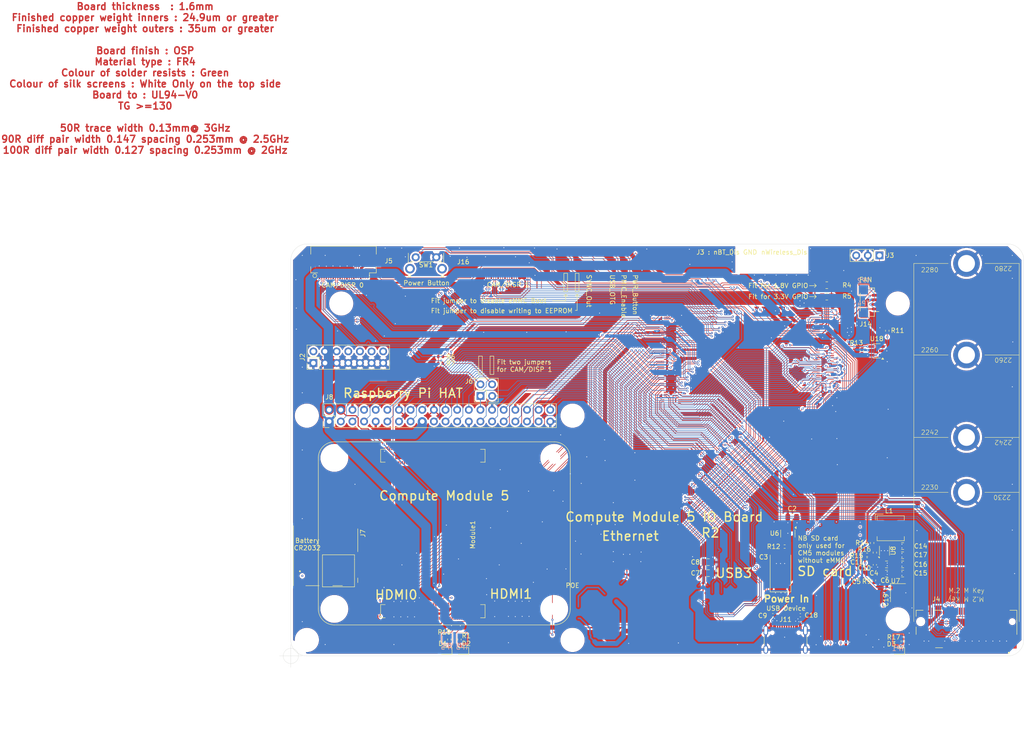
<source format=kicad_pcb>
(kicad_pcb (version 20241229) (generator "pcbnew") (generator_version "9.0")
  (layers (0 "F.Cu" signal) (4 "In1.Cu" power) (6 "In2.Cu" power) (2 "B.Cu" signal) (13 "F.Paste" user) (15 "B.Paste" user) (5 "F.SilkS" user "F.Silkscreen") (7 "B.SilkS" user "B.Silkscreen") (1 "F.Mask" user) (3 "B.Mask" user) (25 "Edge.Cuts" user))
  (net 0 "")
  (net 1 "GND")
  (net 2 "/CM5_GPIO ( Ethernet, GPIO, SDCARD)/VBAT")
  (net 3 "/CM5_HighSpeed/VBUS")
  (net 4 "/CM5_GPIO ( Ethernet, GPIO, SDCARD)/SD_PWR")
  (net 5 "/PCIe-M2/M2_3v3")
  (net 6 "/PCIe-M2/FB")
  (net 7 "Net-(D1-K)")
  (net 8 "Net-(D2-K)")
  (net 9 "Net-(D3-K)")
  (net 10 "/CM5_GPIO ( Ethernet, GPIO, SDCARD)/nRPIBOOT")
  (net 11 "/CM5_GPIO ( Ethernet, GPIO, SDCARD)/EEPROM_nWP")
  (net 12 "/CM5_GPIO ( Ethernet, GPIO, SDCARD)/SYNC_OUT")
  (net 13 "/+3.3v")
  (net 14 "/CM5_GPIO ( Ethernet, GPIO, SDCARD)/PMIC_ENABLE")
  (net 15 "/CM5_GPIO ( Ethernet, GPIO, SDCARD)/PWR_BUT")
  (net 16 "/CM5_GPIO ( Ethernet, GPIO, SDCARD)/WL_nDis")
  (net 17 "/CM5_GPIO ( Ethernet, GPIO, SDCARD)/BT_nDis")
  (net 22 "Net-(J4-DAS{slash}~{DSS}{slash}~{LED1})")
  (net 29 "/+5v")
  (net 45 "/CM5_HighSpeed/PCIE_RX_N")
  (net 47 "/CM5_HighSpeed/PCIE_RX_P")
  (net 50 "/CM5_HighSpeed/PCIE_TX_N")
  (net 52 "/CM5_HighSpeed/PCIE_TX_P")
  (net 53 "/CM5_HighSpeed/PCIE_nCLKREQ")
  (net 54 "/CM5_HighSpeed/PCIE_CLK_N")
  (net 55 "/CM5_HighSpeed/PCIE_CLK_P")
  (net 59 "Net-(J4-SUSCLK)")
  (net 61 "/CM5_HighSpeed/DPHY0_D0_N")
  (net 62 "/CM5_HighSpeed/DPHY0_D0_P")
  (net 63 "/CM5_HighSpeed/DPHY0_D1_N")
  (net 64 "/CM5_HighSpeed/DPHY0_D1_P")
  (net 65 "/CM5_HighSpeed/DPHY0_C_N")
  (net 66 "/CM5_HighSpeed/DPHY0_C_P")
  (net 67 "/CM5_HighSpeed/DPHY0_D2_N")
  (net 68 "/CM5_HighSpeed/DPHY0_D2_P")
  (net 69 "/CM5_HighSpeed/DPHY0_D3_N")
  (net 70 "/CM5_HighSpeed/DPHY0_D3_P")
  (net 71 "/CM5_GPIO ( Ethernet, GPIO, SDCARD)/CAM_GPIO0")
  (net 72 "/CM5_GPIO ( Ethernet, GPIO, SDCARD)/CAM_GPIO1")
  (net 73 "/CM5_HighSpeed/SCL0")
  (net 74 "/CM5_HighSpeed/SDA0")
  (net 75 "/CM5_GPIO ( Ethernet, GPIO, SDCARD)/ID_SC")
  (net 76 "/CM5_HighSpeed/SCL1")
  (net 77 "/CM5_GPIO ( Ethernet, GPIO, SDCARD)/ID_SD")
  (net 78 "/CM5_HighSpeed/SDA1")
  (net 81 "/CM5_GPIO ( Ethernet, GPIO, SDCARD)/SD_DAT1")
  (net 82 "/CM5_GPIO ( Ethernet, GPIO, SDCARD)/SD_DAT0")
  (net 83 "/CM5_GPIO ( Ethernet, GPIO, SDCARD)/SD_CLK")
  (net 84 "/CM5_GPIO ( Ethernet, GPIO, SDCARD)/SD_CMD")
  (net 85 "/CM5_GPIO ( Ethernet, GPIO, SDCARD)/SD_DAT3")
  (net 86 "/CM5_GPIO ( Ethernet, GPIO, SDCARD)/SD_DAT2")
  (net 87 "/CM5_GPIO ( Ethernet, GPIO, SDCARD)/GPIO2")
  (net 88 "/CM5_GPIO ( Ethernet, GPIO, SDCARD)/GPIO3")
  (net 89 "/CM5_GPIO ( Ethernet, GPIO, SDCARD)/GPIO4")
  (net 90 "/CM5_GPIO ( Ethernet, GPIO, SDCARD)/GPIO14")
  (net 91 "/CM5_GPIO ( Ethernet, GPIO, SDCARD)/GPIO15")
  (net 92 "/CM5_GPIO ( Ethernet, GPIO, SDCARD)/GPIO17")
  (net 93 "/CM5_GPIO ( Ethernet, GPIO, SDCARD)/GPIO18")
  (net 94 "/CM5_GPIO ( Ethernet, GPIO, SDCARD)/GPIO27")
  (net 95 "/CM5_GPIO ( Ethernet, GPIO, SDCARD)/GPIO22")
  (net 96 "/CM5_GPIO ( Ethernet, GPIO, SDCARD)/GPIO23")
  (net 97 "/CM5_GPIO ( Ethernet, GPIO, SDCARD)/GPIO24")
  (net 98 "/CM5_GPIO ( Ethernet, GPIO, SDCARD)/GPIO10")
  (net 99 "/CM5_GPIO ( Ethernet, GPIO, SDCARD)/GPIO9")
  (net 100 "/CM5_GPIO ( Ethernet, GPIO, SDCARD)/GPIO25")
  (net 101 "/CM5_GPIO ( Ethernet, GPIO, SDCARD)/GPIO11")
  (net 102 "/CM5_GPIO ( Ethernet, GPIO, SDCARD)/GPIO8")
  (net 103 "/CM5_GPIO ( Ethernet, GPIO, SDCARD)/GPIO7")
  (net 104 "/CM5_GPIO ( Ethernet, GPIO, SDCARD)/GPIO5")
  (net 105 "/CM5_GPIO ( Ethernet, GPIO, SDCARD)/GPIO6")
  (net 106 "/CM5_GPIO ( Ethernet, GPIO, SDCARD)/GPIO12")
  (net 107 "/CM5_GPIO ( Ethernet, GPIO, SDCARD)/GPIO13")
  (net 108 "/CM5_GPIO ( Ethernet, GPIO, SDCARD)/GPIO19")
  (net 109 "/CM5_GPIO ( Ethernet, GPIO, SDCARD)/GPIO16")
  (net 110 "/CM5_GPIO ( Ethernet, GPIO, SDCARD)/GPIO26")
  (net 111 "/CM5_GPIO ( Ethernet, GPIO, SDCARD)/GPIO20")
  (net 112 "/CM5_GPIO ( Ethernet, GPIO, SDCARD)/GPIO21")
  (net 113 "/CM5_HighSpeed/HDMI1_HOTPLUG")
  (net 114 "/CM5_HighSpeed/HDMI1_SDA")
  (net 115 "/CM5_HighSpeed/HDMI1_SCL")
  (net 116 "/CM5_HighSpeed/HDMI1_CEC")
  (net 117 "/CM5_HighSpeed/HDMI1_CK_N")
  (net 118 "/CM5_HighSpeed/HDMI1_CK_P")
  (net 119 "/CM5_HighSpeed/HDMI1_D0_N")
  (net 120 "/CM5_HighSpeed/HDMI1_D0_P")
  (net 121 "/CM5_HighSpeed/HDMI1_D1_N")
  (net 122 "/CM5_HighSpeed/HDMI1_D1_P")
  (net 123 "/CM5_HighSpeed/HDMI1_D2_N")
  (net 124 "/CM5_HighSpeed/HDMI1_D2_P")
  (net 125 "/CC1")
  (net 126 "/USB2_P")
  (net 127 "/USB2_N")
  (net 129 "/CC2")
  (net 131 "/CM5_HighSpeed/USB3-0-D_N")
  (net 132 "/CM5_HighSpeed/USB3-0-D_P")
  (net 133 "/CM5_HighSpeed/USB3-0-RX_N")
  (net 134 "/CM5_HighSpeed/USB3-0-RX_P")
  (net 135 "/CM5_HighSpeed/USB3-0-TX_N")
  (net 136 "/CM5_HighSpeed/USB3-0-TX_P")
  (net 137 "/CM5_HighSpeed/USB3-1-D_N")
  (net 138 "/CM5_HighSpeed/USB3-1-D_P")
  (net 139 "/CM5_HighSpeed/USB3-1-RX_N")
  (net 140 "/CM5_HighSpeed/USB3-1-RX_P")
  (net 141 "/CM5_HighSpeed/USB3-1-TX_N")
  (net 142 "/CM5_HighSpeed/USB3-1-TX_P")
  (net 143 "/CM5_GPIO ( Ethernet, GPIO, SDCARD)/TACHO")
  (net 144 "/CM5_GPIO ( Ethernet, GPIO, SDCARD)/PWM")
  (net 145 "/CM5_HighSpeed/DPHY1_D0_N")
  (net 146 "/CM5_HighSpeed/DPHY1_D0_P")
  (net 147 "/CM5_HighSpeed/DPHY1_D1_N")
  (net 148 "/CM5_HighSpeed/DPHY1_D1_P")
  (net 149 "/CM5_HighSpeed/DPHY1_C_N")
  (net 150 "/CM5_HighSpeed/DPHY1_C_P")
  (net 151 "/CM5_HighSpeed/DPHY1_D2_N")
  (net 152 "/CM5_HighSpeed/DPHY1_D2_P")
  (net 153 "/CM5_HighSpeed/DPHY1_D3_N")
  (net 154 "/CM5_HighSpeed/DPHY1_D3_P")
  (net 155 "/CM5_HighSpeed/HDMI0_HOTPLUG")
  (net 156 "/CM5_HighSpeed/HDMI0_SDA")
  (net 157 "/CM5_HighSpeed/HDMI0_SCL")
  (net 158 "/CM5_HighSpeed/HDMI0_CEC")
  (net 159 "/CM5_HighSpeed/HDMI0_CK_N")
  (net 160 "/CM5_HighSpeed/HDMI0_CK_P")
  (net 161 "/CM5_HighSpeed/HDMI0_D0_N")
  (net 162 "/CM5_HighSpeed/HDMI0_D0_P")
  (net 163 "/CM5_HighSpeed/HDMI0_D1_N")
  (net 164 "/CM5_HighSpeed/HDMI0_D1_P")
  (net 165 "/CM5_HighSpeed/HDMI0_D2_N")
  (net 166 "/CM5_HighSpeed/HDMI0_D2_P")
  (net 167 "Net-(U8-LX)")
  (net 168 "/CM5_GPIO ( Ethernet, GPIO, SDCARD)/TRD3_P")
  (net 169 "/CM5_GPIO ( Ethernet, GPIO, SDCARD)/TRD1_P")
  (net 170 "/CM5_GPIO ( Ethernet, GPIO, SDCARD)/TRD3_N")
  (net 171 "/CM5_GPIO ( Ethernet, GPIO, SDCARD)/TRD1_N")
  (net 172 "/CM5_GPIO ( Ethernet, GPIO, SDCARD)/TRD2_N")
  (net 173 "/CM5_GPIO ( Ethernet, GPIO, SDCARD)/TRD0_N")
  (net 174 "/CM5_GPIO ( Ethernet, GPIO, SDCARD)/TRD2_P")
  (net 175 "/CM5_GPIO ( Ethernet, GPIO, SDCARD)/TRD0_P")
  (net 176 "/CM5_GPIO ( Ethernet, GPIO, SDCARD)/ETH_LEDY")
  (net 177 "/CM5_GPIO ( Ethernet, GPIO, SDCARD)/ETH_LEDG")
  (net 178 "Net-(Module1A-LED_nACT)")
  (net 184 "/CM5_GPIO ( Ethernet, GPIO, SDCARD)/SD_PWR_ON")
  (net 185 "/CM5_GPIO ( Ethernet, GPIO, SDCARD)/GPIO_VREF")
  (net 186 "/CM5_GPIO ( Ethernet, GPIO, SDCARD)/+1.8v")
  (net 187 "/CM5_GPIO ( Ethernet, GPIO, SDCARD)/nPWR_LED")
  (net 188 "/CM5_HighSpeed/PCIE_PWR_EN")
  (net 189 "/CM5_HighSpeed/PCIE_nWAKE")
  (net 190 "/CM5_HighSpeed/PCIE_nRST")
  (net 191 "/CM5_HighSpeed/VBUS_EN")
  (net 192 "Net-(U6-ILIM)")
  (net 198 "/CM5_GPIO ( Ethernet, GPIO, SDCARD)/USBOTG")
  (footprint "Capacitor_SMD:C_0805_2012Metric" (layer "F.Cu") (at 199.45 143.75 180)
    (property "Reference" "C5")
    (property "Value" "10u")
  )
  (footprint "CM5IO:Hirose_FH12-22S-0.5SH_1x22-1MP_P0.50mm_Horizontal" (layer "F.Cu") (at 90.5 75 180)
    (property "Reference" "J5")
    (property "Value" "Conn_01x22_Female")
  )
  (footprint "Resistor_SMD:R_0402_1005Metric" (layer "F.Cu") (at 113.6 156.4 90)
    (property "Reference" "R10")
    (property "Value" "1k")
  )
  (footprint "Connector_PinHeader_2.54mm:PinHeader_2x20_P2.54mm_Vertical" (layer "F.Cu") (at 87.37 108.77 90)
    (property "Reference" "J8")
    (property "Value" "THD-20-R")
  )
  (footprint "LED_SMD:LED_0603_1608Metric" (layer "F.Cu") (at 116.35 158.9 180)
    (property "Reference" "D2")
    (property "Value" "LED Green")
  )
  (footprint "Connector_USB:USB_C_Receptacle_GCT_USB4105-xx-A_16P_TopMnt_Horizontal" (layer "F.Cu") (at 187 157.525)
    (property "Reference" "J11")
    (property "Value" "USB_C_Receptacle_USB2.0")
  )
  (footprint "LED_SMD:LED_0603_1608Metric" (layer "F.Cu") (at 112.7 158.9 180)
    (property "Reference" "D1")
    (property "Value" "LED Red")
  )
  (footprint "Resistor_SMD:R_0402_1005Metric" (layer "F.Cu") (at 115.8 156.4 90)
    (property "Reference" "R1")
    (property "Value" "1k")
  )
  (footprint "Package_TO_SOT_SMD:SOT-23-5" (layer "F.Cu") (at 206.9 93.35 180)
    (property "Reference" "U18")
    (property "Value" "RT9742GGJ5")
  )
  (footprint "CM5IO:MountingHole_2.7mm_M2.5_DIN965" (layer "F.Cu") (at 82.5 156.5)
    (property "Reference" "H2" (hide yes))
    (property "Value" "MountingHole")
  )
  (footprint "CM5IO:MountingHole_2.7mm_M2.5_DIN965" (layer "F.Cu") (at 82.5 107.5)
    (property "Reference" "H3" (hide yes))
    (property "Value" "MountingHole")
  )
  (footprint "CM5IO:MountingHole_2.7mm_M2.5_DIN965" (layer "F.Cu") (at 140.5 156.5)
    (property "Reference" "H4" (hide yes))
    (property "Value" "MountingHole")
  )
  (footprint "CM5IO:MountingHole_2.7mm_M2.5_DIN965" (layer "F.Cu") (at 140.5 107.5)
    (property "Reference" "H5" (hide yes))
    (property "Value" "MountingHole")
  )
  (footprint "CM5IO:MountingHole_2.7mm_M2.5_DIN965" (layer "F.Cu") (at 211.5 83)
    (property "Reference" "H6" (hide yes))
    (property "Value" "MountingHole")
  )
  (footprint "CM5IO:MountingHole_2.7mm_M2.5_DIN965" (layer "F.Cu") (at 90 83)
    (property "Reference" "H7" (hide yes))
    (property "Value" "MountingHole")
  )
  (footprint "CM5IO:MountingHole_2.7mm_M2.5_DIN965" (layer "F.Cu") (at 211.5 152)
    (property "Reference" "H8" (hide yes))
    (property "Value" "MountingHole")
  )
  (footprint "Connector_PinHeader_2.54mm:PinHeader_2x02_P2.54mm_Vertical" (layer "F.Cu") (at 120.4 103.2 90)
    (property "Reference" "J6")
    (property "Value" "THD-02-R")
  )
  (footprint "Resistor_SMD:R_0402_1005Metric" (layer "F.Cu") (at 111.685 94.6)
    (property "Reference" "R6")
    (property "Value" "2.2K 1%")
  )
  (footprint "Resistor_SMD:R_0402_1005Metric" (layer "F.Cu") (at 111.685 96.1)
    (property "Reference" "R7")
    (property "Value" "2.2K 1%")
  )
  (footprint "Resistor_SMD:R_0805_2012Metric_Pad1.20x1.40mm_HandSolder" (layer "F.Cu") (at 196 79)
    (property "Reference" "R4")
    (property "Value" "nf")
  )
  (footprint "Resistor_SMD:R_0805_2012Metric_Pad1.20x1.40mm_HandSolder" (layer "F.Cu") (at 196 81.5)
    (property "Reference" "R5")
    (property "Value" "0R")
  )
  (footprint "LED_SMD:LED_0603_1608Metric" (layer "F.Cu") (at 211.5 158.9 180)
    (property "Reference" "D3")
    (property "Value" "LED Green")
  )
  (footprint "Package_DFN_QFN:DFN-8-1EP_2x2mm_P0.5mm_EP1.05x1.75mm" (layer "F.Cu") (at 208.6 137 90)
    (property "Reference" "U8")
    (property "Value" "AP3441SHE-7B")
  )
  (footprint "Connector_PinHeader_2.54mm:PinHeader_1x03_P2.54mm_Vertical" (layer "F.Cu") (at 207.5 72.5 -90)
    (property "Reference" "J3")
    (property "Value" "Conn_01x03")
  )
  (footprint "CM5IO:SDCARD_MOLEX_503398-1892" (layer "F.Cu") (at 86.585 138.095 90)
    (property "Reference" "J7")
    (property "Value" "Micro_SD_Card_Det")
  )
  (footprint "CM5IO:M.2 M Key socket" (layer "F.Cu") (at 226.5 152.5 180)
    (property "Reference" "J4")
    (property "Value" "Bus_M.2_Socket_M")
  )
  (footprint "Resistor_SMD:R_0402_1005Metric" (layer "F.Cu") (at 206.3 143.5 -90)
    (property "Reference" "R9")
    (property "Value" "2.2K 1%")
  )
  (footprint "Capacitor_SMD:C_0805_2012Metric" (layer "F.Cu") (at 209.05 142)
    (property "Reference" "C6")
    (property "Value" "10u")
  )
  (footprint "Capacitor_SMD:C_0805_2012Metric" (layer "F.Cu") (at 212.55 140 180)
    (property "Reference" "C16")
    (property "Value" "10u")
  )
  (footprint "Capacitor_SMD:C_0402_1005Metric" (layer "F.Cu") (at 206.5 140.085 -90)
    (property "Reference" "C10")
    (property "Value" "100n")
  )
  (footprint "Capacitor_SMD:C_0402_1005Metric" (layer "F.Cu") (at 204.8 138.9)
    (property "Reference" "C11")
    (property "Value" "4.7nF")
  )
  (footprint "Capacitor_SMD:C_0805_2012Metric" (layer "F.Cu") (at 170.1375 139.5)
    (property "Reference" "C8")
    (property "Value" "10u")
  )
  (footprint "Connector_JST:JST_SH_BM04B-SRSS-TB_1x04-1MP_P1.00mm_Vertical" (layer "F.Cu") (at 205.3 82.7 90)
    (property "Reference" "J14")
    (property "Value" "JST_SHBM04B-SRSS-TB")
  )
  (footprint "Capacitor_SMD:C_0805_2012Metric" (layer "F.Cu") (at 188.4375 129.7 180)
    (property "Reference" "C2")
    (property "Value" "10u")
  )
  (footprint "Capacitor_Tantalum_SMD:CP_EIA-7343-31_Kemet-D" (layer "F.Cu") (at 185.9 141.5875 90)
    (property "Reference" "C3")
    (property "Value" "100uF")
  )
  (footprint "Capacitor_SMD:C_0805_2012Metric" (layer "F.Cu") (at 212.5375 138 180)
    (property "Reference" "C17")
    (property "Value" "10u")
  )
  (footprint "Crystal:Crystal_SMD_3225-4Pin_3.2x2.5mm" (layer "F.Cu") (at 211.55 146.2 -90)
    (property "Reference" "U7")
    (property "Value" "ASEK-32.768KHZ-L-R-T")
  )
  (footprint "Resistor_SMD:R_0402_1005Metric" (layer "F.Cu") (at 212.6 156.8 90)
    (property "Reference" "R17")
    (property "Value" "1k")
  )
  (footprint "Package_TO_SOT_SMD:SOT-23-6" (layer "F.Cu") (at 187.5 133.2625 -90)
    (property "Reference" "U6")
    (property "Value" "AP22653W6")
  )
  (footprint "CM5IO:L_Bourns_SRP5030CC" (layer "F.Cu") (at 209.95 132.1)
    (property "Reference" "L1")
    (property "Value" "2.2uH")
  )
  (footprint "Capacitor_SMD:C_0402_1005Metric" (layer "F.Cu") (at 190.22 151.1)
    (property "Reference" "C18")
    (property "Value" "100n")
  )
  (footprint "Connector_PinHeader_2.54mm:PinHeader_2x07_P2.54mm_Vertical" (layer "F.Cu") (at 83.92 96 90)
    (property "Reference" "J2")
    (property "Value" "Conn_02x07_Odd_Even")
  )
  (footprint "Button_Switch_THT:SW_Tactile_SPST_Angled_PTS645Vx58-2LFS" (layer "F.Cu") (at 106.25 72.9)
    (property "Reference" "SW1")
    (property "Value" "Right angle Tact button")
  )
  (footprint "Resistor_SMD:R_0402_1005Metric" (layer "F.Cu") (at 209.2 88.95 90)
    (property "Reference" "R11")
    (property "Value" "10K 1%")
  )
  (footprint "Resistor_SMD:R_0402_1005Metric" (layer "F.Cu") (at 203.65 93.35 90)
    (property "Reference" "R13")
    (property "Value" "10K 1%")
  )
  (footprint "Resistor_SMD:R_0402_1005Metric" (layer "F.Cu") (at 206.5 137.415 90)
    (property "Reference" "R16")
    (property "Value" "2.2K 1%")
  )
  (footprint "Capacitor_SMD:C_0805_2012Metric" (layer "F.Cu") (at 170.15 141.9)
    (property "Reference" "C7")
    (property "Value" "10u")
  )
  (footprint "Resistor_SMD:R_0402_1005Metric" (layer "F.Cu") (at 204.8 137.9)
    (property "Reference" "R15")
    (property "Value" "10K 1%")
  )
  (footprint "Resistor_SMD:R_0402_1005Metric" (layer "F.Cu") (at 186.8 136.1 180)
    (property "Reference" "R12")
    (property "Value" "15K 1%")
  )
  (footprint "Capacitor_SMD:C_0805_2012Metric" (layer "F.Cu") (at 212.55 142 180)
    (property "Reference" "C15")
    (property "Value" "10u")
  )
  (footprint "Capacitor_SMD:C_0805_2012Metric" (layer "F.Cu") (at 212.55 136 180)
    (property "Reference" "C14")
    (property "Value" "10u")
  )
  (footprint "Capacitor_SMD:C_0402_1005Metric" (layer "F.Cu") (at 184.22 151.1 180)
    (property "Reference" "C9")
    (property "Value" "100n")
  )
  (footprint "Resistor_SMD:R_0402_1005Metric" (layer "F.Cu") (at 205.9 135.315 -90)
    (property "Reference" "R14")
    (property "Value" "100K 1%")
  )
  (footprint "CM5IO:Raspberry-Pi-5-Compute-Module" (layer "F.Cu") (at 88.5 116.72 -90)
    (property "Reference" "Module1")
    (property "Value" "ComputeModule5-CM5")
  )
  (footprint "Capacitor_SMD:C_0805_2012Metric" (layer "F.Cu") (at 209.05 140)
    (property "Reference" "C4")
    (property "Value" "10u")
  )
  (footprint "Capacitor_SMD:C_0402_1005Metric" (layer "F.Cu") (at 209.1 145.32 -90)
    (property "Reference" "C19")
    (property "Value" "100n")
  )
  (footprint "TestPoint:TestPoint_Pad_2.0x2.0mm" (layer "B.Cu") (at 211.6 156.4)
    (property "Reference" "TP1")
    (property "Value" "TestPoint")
  )
  (footprint "TestPoint:TestPoint_Pad_2.0x2.0mm" (layer "B.Cu") (at 204 85 180)
    (property "Reference" "TP4")
    (property "Value" "TestPoint")
  )
  (footprint "TestPoint:TestPoint_Pad_2.0x2.0mm" (layer "B.Cu") (at 204 80 180)
    (property "Reference" "TP2")
    (property "Value" "TestPoint")
  )
  (footprint "TestPoint:TestPoint_Pad_2.0x2.0mm" (layer "B.Cu") (at 116.411606 156.1)
    (property "Reference" "TP3")
    (property "Value" "TestPoint")
  )
  (footprint "TestPoint:TestPoint_Pad_2.0x2.0mm" (layer "B.Cu") (at 113.1 156.1)
    (property "Reference" "TP5")
    (property "Value" "TestPoint")
  )
  (gr_line (start 136.1 82.4) (end 138.5 82.4) (stroke (width 0.12)) (layer "F.SilkS"))
  (gr_line (start 141.5 81) (end 141.1 81.4) (stroke (width 0.12)) (layer "F.SilkS"))
  (gr_line (start 92.9 144.9) (end 85.9 144.9) (stroke (width 0.12)) (layer "F.SilkS"))
  (gr_line (start 192.2 81.5) (end 193.7 81.5) (stroke (width 0.12)) (layer "F.SilkS"))
  (gr_rect (start 85.9 137.9) (end 85.9 144.9) (stroke (width 0.12)) (fill no) (layer "F.SilkS"))
  (gr_line (start 192.2 79.1) (end 193.7 79.1) (stroke (width 0.12)) (layer "F.SilkS"))
  (gr_line (start 92.9 144.9) (end 92.9 138.9) (stroke (width 0.12)) (layer "F.SilkS"))
  (gr_line (start 92.9 137.9) (end 92.9 138.9) (stroke (width 0.12)) (layer "F.SilkS"))
  (gr_line (start 139 81) (end 139.4 81.4) (stroke (width 0.12)) (layer "F.SilkS"))
  (gr_line (start 193.7 81.5) (end 193.3 81.9) (stroke (width 0.12)) (layer "F.SilkS"))
  (gr_line (start 193.7 81.5) (end 193.3 81.1) (stroke (width 0.12)) (layer "F.SilkS"))
  (gr_line (start 193.3 81.1) (end 193.7 81.5) (stroke (width 0.12)) (layer "F.SilkS"))
  (gr_rect (start 122.5 94.5) (end 123.3 98.5) (stroke (width 0.12)) (fill no) (layer "F.SilkS"))
  (gr_line (start 139 82.4) (end 139 81) (stroke (width 0.12)) (layer "F.SilkS"))
  (gr_line (start 141.1 84.5) (end 141.5 84.5) (stroke (width 0.12)) (layer "F.SilkS"))
  (gr_line (start 193.7 79.1) (end 193.3 78.7) (stroke (width 0.12)) (layer "F.SilkS"))
  (gr_line (start 138.5 82.4) (end 139 82.4) (stroke (width 0.12)) (layer "F.SilkS"))
  (gr_line (start 193.7 79.1) (end 193.3 79.5) (stroke (width 0.12)) (layer "F.SilkS"))
  (gr_line (start 139 81) (end 138.6 81.4) (stroke (width 0.12)) (layer "F.SilkS"))
  (gr_line (start 85.9 137.9) (end 92.9 137.9) (stroke (width 0.12)) (layer "F.SilkS"))
  (gr_line (start 141.5 81) (end 141.9 81.4) (stroke (width 0.12)) (layer "F.SilkS"))
  (gr_rect (start 120 94.5) (end 120.8 98.5) (stroke (width 0.12)) (fill no) (layer "F.SilkS"))
  (gr_rect (start 138.6 76.4) (end 139.4 80.4) (stroke (width 0.12)) (fill no) (layer "F.SilkS"))
  (gr_line (start 141.5 84.5) (end 141.5 81) (stroke (width 0.12)) (layer "F.SilkS"))
  (gr_rect (start 141.1 76.4) (end 141.9 80.4) (stroke (width 0.12)) (fill no) (layer "F.SilkS"))
  (gr_line (start 239 156.5) (end 239 73.5) (stroke (width 0.05)) (layer "Edge.Cuts"))
  (gr_line (start 235.5 70) (end 82.5 70) (stroke (width 0.05)) (layer "Edge.Cuts"))
  (gr_line (start 79 156.5) (end 79 73.5) (stroke (width 0.05)) (layer "Edge.Cuts"))
  (gr_arc (start 79 73.5) (mid 80.025126 71.025126) (end 82.5 70) (stroke (width 0.05)) (layer "Edge.Cuts"))
  (gr_line (start 82.5 160) (end 235.5 160) (stroke (width 0.05)) (layer "Edge.Cuts"))
  (gr_arc (start 82.5 160) (mid 80.025126 158.974874) (end 79 156.5) (stroke (width 0.05)) (layer "Edge.Cuts"))
  (gr_arc (start 235.5 70) (mid 237.974874 71.025126) (end 239 73.5) (stroke (width 0.05)) (layer "Edge.Cuts"))
  (gr_arc (start 239 156.5) (mid 237.974874 158.974874) (end 235.5 160) (stroke (width 0.05)) (layer "Edge.Cuts"))
  (gr_text "Board thickness  : 1.6mm\nFinished copper weight inners : 24.9um or greater\nFinished copper weight outers : 35um or greater\n\nBoard finish : OSP\nMaterial type : FR4\nColour of solder resists : Green\nColour of silk screens : White Only on the top side\nBoard to : UL94-V0\nTG >=130\n\n50R trace width 0.13mm@ 3GHz\n90R diff pair width 0.147 spacing 0.253mm @ 2.5GHz\n100R diff pair width 0.127 spacing 0.253mm @ 2GHz" (at 47.2 33.8 0) (layer "F.Cu") (effects (font (size 1.5 1.5) (thickness 0.3))))
  (gr_text "Fit for 3.3V GPIO " (at 185.8 81.5 0) (layer "F.SilkS") (effects (font (size 1 1))))
  (gr_text "Fit jumper to disable writing to EEPROM" (at 109.5 84.6 0) (layer "F.SilkS") (effects (font (size 1 1)) (justify left)))
  (gr_text "Power In" (at 182.1 148.4 0) (layer "F.SilkS") (effects (font (size 1.5 1.5) (thickness 0.3) (bold yes)) (justify left bottom)))
  (gr_text "nWireless_Dis" (at 186.7 71.8 0) (layer "F.SilkS") (effects (font (size 1 1))))
  (gr_text "CAM/DISP 0" (at 90.3 79 0) (layer "F.SilkS") (effects (font (size 1 1))))
  (gr_text "J16" (at 115.2 74.5 0) (layer "F.SilkS") (effects (font (size 1 1)) (justify left bottom)))
  (gr_text "FAN" (at 204.5 77.8 0) (layer "F.SilkS") (effects (font (size 1 1))))
  (gr_text "USB Device" (at 187.1 149.6 0) (layer "F.SilkS") (effects (font (size 1 1))))
  (gr_text "R2" (at 170.6 133.1 0) (layer "F.SilkS") (effects (font (size 2 2) (thickness 0.3))))
  (gr_text "M.2 M Key" (at 222.5 146.3 0) (layer "F.SilkS") (effects (font (size 1 1) (thickness 0.1)) (justify left bottom)))
  (gr_text "Raspberry Pi HAT" (at 103.5 102.6 0) (layer "F.SilkS") (effects (font (size 2 2) (thickness 0.3))))
  (gr_text "Fit for 1.8V GPIO" (at 185.4 79.1 0) (layer "F.SilkS") (effects (font (size 1 1))))
  (gr_text "Compute Module 5 IO Board" (at 138.75 130.8 0) (layer "F.SilkS") (effects (font (size 2 2) (thickness 0.3) (bold yes)) (justify left bottom)))
  (gr_text "USB3" (at 175.7 141.9 0) (layer "F.SilkS") (effects (font (size 2 2) (thickness 0.3))))
  (gr_text "PWR_Button" (at 153.6 76.6 270) (layer "F.SilkS") (effects (font (size 1 1)) (justify left bottom)))
  (gr_text "Fit two jumpers \nfor CAM/DISP 1" (at 123.9 96.6 0) (layer "F.SilkS") (effects (font (size 1 1)) (justify left)))
  (gr_text "J3 : nBT_Dis GND " (at 174.55 71.8 0) (layer "F.SilkS") (effects (font (size 1 1))))
  (gr_text "SYNC_Out" (at 143.5 76.6 270) (layer "F.SilkS") (effects (font (size 1 1)) (justify left bottom)))
  (gr_text "Battery\nCR2032\n" (at 82.6 135.6 0) (layer "F.SilkS") (effects (font (size 1 1))))
  (gr_text "Ethernet" (at 153.1 133.8 0) (layer "F.SilkS") (effects (font (size 2 2) (thickness 0.3))))
  (gr_text "NB SD card\nonly used for \nCM5 modules \nwithout eMMC" (at 189.6 136.7 0) (layer "F.SilkS") (effects (font (size 1 1)) (justify left)))
  (gr_text "SD card" (at 195.6 141.5 0) (layer "F.SilkS") (effects (font (size 2 2) (thickness 0.3))))
  (gr_text "CAM/DISP 1\n" (at 126.4 78.9 0) (layer "F.SilkS") (effects (font (size 1 1))))
  (gr_text "PMIC_Enable" (at 151.1 76.6 -90) (layer "F.SilkS") (effects (font (size 1 1)) (justify left bottom)))
  (gr_text "HDMI1" (at 127.05 146.45 0) (layer "F.SilkS") (effects (font (size 2 2) (thickness 0.3))))
  (gr_text "USB_OTG" (at 148.6 76.6 -90) (layer "F.SilkS") (effects (font (size 1 1)) (justify left bottom)))
  (gr_text "Power Button" (at 103.5 79.1 0) (layer "F.SilkS") (effects (font (size 1 1)) (justify left bottom)))
  (gr_text "J5" (at 99.4 74.3 0) (layer "F.SilkS") (effects (font (size 1 1)) (justify left bottom)))
  (gr_text "HDMI0" (at 102 146.65 0) (layer "F.SilkS") (effects (font (size 2 2) (thickness 0.3))))
  (gr_text "Fit jumper to disable eMMC Boot" (at 109.5 82.4 0) (layer "F.SilkS") (effects (font (size 1 1)) (justify left)))
  (gr_text "POE" (at 140.5 144.6 0) (layer "F.SilkS") (effects (font (size 1 1))))
  (gr_text "Compute Module 5" (at 112.5 125 0) (layer "F.SilkS") (effects (font (size 2 2) (thickness 0.3))))
  (target plus (at 79 160) (size 5) (width 0.05) (layer "Edge.Cuts"))
  (segment (start 129.25 76.05) (end 129.6 75.7) (width 0.13) (layer "F.Cu") (net 0))
  (segment (start 121.5 151.6) (end 121.75 151.85) (width 0.23) (layer "F.Cu") (net 0))
  (segment (start 159 155.9) (end 160.4 155.9) (width 0.13) (layer "F.Cu") (net 0))
  (segment (start 129.25 76.85) (end 129.25 76.05) (width 0.13) (layer "F.Cu") (net 0))
  (segment (start 133.7 77.3) (end 133.7 79.7) (width 0.13) (layer "F.Cu") (net 0))
  (segment (start 161.1 155.2) (end 161.1 153.8) (width 0.13) (layer "F.Cu") (net 0))
  (segment (start 158.3 155.2) (end 159 155.9) (width 0.13) (layer "F.Cu") (net 0))
  (segment (start 116.225 149.31) (end 116.45 149.085) (width 0.23) (layer "F.Cu") (net 0))
  (segment (start 117.761594 149.085) (end 119.246594 147.6) (width 0.23) (layer "F.Cu") (net 0))
  (segment (start 111.75 152.95) (end 115.05 149.65) (width 0.23) (layer "F.Cu") (net 0))
  (segment (start 132.1 75.7) (end 133.7 77.3) (width 0.13) (layer "F.Cu") (net 0))
  (segment (start 162.7 151.49) (end 162.7 141.1) (width 0.13) (layer "F.Cu") (net 0))
  (segment (start 159.63 154.56) (end 162.7 151.49) (width 0.13) (layer "F.Cu") (net 0))
  (segment (start 99.25 152.95) (end 111.75 152.95) (width 0.23) (layer "F.Cu") (net 0))
  (segment (start 122.35 151.85) (end 123 151.2) (width 0.23) (layer "F.Cu") (net 0))
  (segment (start 157.8 153.2) (end 158.3 153.7) (width 0.13) (layer "F.Cu") (net 0))
  (segment (start 98 151.7) (end 99.25 152.95) (width 0.23) (layer "F.Cu") (net 0))
  (segment (start 152.365 138.845) (end 152.365 141.61) (width 0.23) (layer "F.Cu") (net 0))
  (segment (start 160.4 155.9) (end 161.1 155.2) (width 0.13) (layer "F.Cu") (net 0))
  (segment (start 116.45 149.085) (end 117.761594 149.085) (width 0.23) (layer "F.Cu") (net 0))
  (segment (start 98 150.7) (end 98 151.7) (width 0.23) (layer "F.Cu") (net 0))
  (segment (start 163.1 139.2) (end 162.6 138.7) (width 0.13) (layer "F.Cu") (net 0))
  (segment (start 123 151.2) (end 123 150.5) (width 0.23) (layer "F.Cu") (net 0))
  (segment (start 163.1 151.8) (end 163.1 139.2) (width 0.13) (layer "F.Cu") (net 0))
  (segment (start 162.7 141.1) (end 160.3 138.7) (width 0.13) (layer "F.Cu") (net 0))
  (segment (start 129.6 75.7) (end 132.1 75.7) (width 0.13) (layer "F.Cu") (net 0))
  (segment (start 158.3 153.7) (end 158.3 155.2) (width 0.13) (layer "F.Cu") (net 0))
  (segment (start 121.75 151.85) (end 122.35 151.85) (width 0.23) (layer "F.Cu") (net 0))
  (segment (start 150.27 153.2) (end 157.8 153.2) (width 0.13) (layer "F.Cu") (net 0))
  (segment (start 161.1 153.8) (end 163.1 151.8) (width 0.13) (layer "F.Cu") (net 0))
  (segment (start 119.246594 147.6) (end 120.9 147.6) (width 0.23) (layer "F.Cu") (net 0))
  (segment (start 121.5 148.2) (end 121.5 151.6) (width 0.23) (layer "F.Cu") (net 0))
  (segment (start 120.9 147.6) (end 121.5 148.2) (width 0.23) (layer "F.Cu") (net 0))
  (segment (start 115.09 149.31) (end 116.225 149.31) (width 0.23) (layer "F.Cu") (net 0))
  (segment (start 115.05 149.31) (end 115.05 149.65) (width 0.13) (layer "F.Cu") (net 0))
  (segment (start 148.91 154.56) (end 150.27 153.2) (width 0.13) (layer "F.Cu") (net 0))
  (segment (start 145.3 156.85) (end 144.47 156.02) (width 0.3) (layer "B.Cu") (net 0))
  (segment (start 146.119113 145.05) (end 147.512057 146.442944) (width 0.3) (layer "B.Cu") (net 0))
  (segment (start 144.47 156.02) (end 144.47 155.47) (width 0.3) (layer "B.Cu") (net 0))
  (segment (start 152.365 142.88) (end 151.095 144.15) (width 0.23) (layer "B.Cu") (net 0))
  (segment (start 150.05 148.1) (end 151.65 149.7) (width 1) (layer "B.Cu") (net 0))
  (segment (start 151.65 149.7) (end 151.65 155.75) (width 1) (layer "B.Cu") (net 0))
  (segment (start 151.65 155.75) (end 150.1 157.3) (width 1) (layer "B.Cu") (net 0))
  (segment (start 143.65 145.05) (end 146.119113 145.05) (width 0.3) (layer "B.Cu") (net 0))
  (segment (start 150.1 157.3) (end 145.75 157.3) (width 1) (layer "B.Cu") (net 0))
  (segment (start 142.17 151.77) (end 141.77 151.77) (width 0.3) (layer "B.Cu") (net 0))
  (segment (start 152.365 141.61) (end 152.365 142.88) (width 0.23) (layer "B.Cu") (net 0))
  (segment (start 144.47 155.47) (end 144.3 155.3) (width 0.3) (layer "B.Cu") (net 0))
  (segment (start 144.3 155.3) (end 144.3 153.9) (width 0.3) (layer "B.Cu") (net 0))
  (segment (start 141.77 146.93) (end 143.65 145.05) (width 0.3) (layer "B.Cu") (net 0))
  (segment (start 144.3 153.9) (end 142.17 151.77) (width 0.3) (layer "B.Cu") (net 0))
  (segment (start 145.75 157.3) (end 145.3 156.85) (width 1) (layer "B.Cu") (net 0))
  (segment (start 141.77 149.23) (end 141.77 146.93) (width 0.3) (layer "B.Cu") (net 0))
  (segment (start 195.177576 98.8) (end 195.1808 98.796776) (width 0.2) (layer "F.Cu") (net 1))
  (segment (start 195.47999 90.8) (end 196.8 90.8) (width 0.2) (layer "F.Cu") (net 1))
  (segment (start 159.964999 89.61) (end 159.974999 89.6) (width 0.127) (layer "F.Cu") (net 1))
  (segment (start 160.5 89.2) (end 159 89.2) (width 0.2) (layer "F.Cu") (net 1))
  (segment (start 190.5 152.8) (end 190.2 153.1) (width 0.5) (layer "F.Cu") (net 1))
  (segment (start 106.5 147.769999) (end 106.19 147.459999) (width 0.127) (layer "F.Cu") (net 1))
  (segment (start 183.8 153.845) (end 183.8 153.1) (width 0.5) (layer "F.Cu") (net 1))
  (segment (start 194.68 158.075) (end 194.68 155.7) (width 0.3) (layer "F.Cu") (net 1))
  (segment (start 153.921298 89.61) (end 159.964999 89.61) (width 0.127) (layer "F.Cu") (net 1))
  (segment (start 197.5 96.4) (end 198.27638 96.4) (width 0.2) (layer "F.Cu") (net 1))
  (segment (start 194.42 92) (end 195.1 92) (width 0.2) (layer "F.Cu") (net 1))
  (segment (start 193.705 157.575) (end 193.68 157.55) (width 0.23) (layer "F.Cu") (net 1))
  (segment (start 185.9 139.8) (end 185.9 138.475) (width 1) (layer "F.Cu") (net 1))
  (segment (start 163.58 98.8) (end 163 98.8) (width 0.2) (layer "F.Cu") (net 1))
  (segment (start 218.25 156.75) (end 218.25 157.775) (width 0.3) (layer "F.Cu") (net 1))
  (segment (start 196.9 93.2) (end 196.8 93.1) (width 0.2) (layer "F.Cu") (net 1))
  (segment (start 235.75 156.85) (end 235.6 156.7) (width 0.3) (layer "F.Cu") (net 1))
  (segment (start 156.247379 91.339235) (end 156.262272 91.362936) (width 0.127) (layer "F.Cu") (net 1))
  (segment (start 162.453939 87.3) (end 162.938528 86.815411) (width 0.2) (layer "F.Cu") (net 1))
  (segment (start 156.957816 91.163134) (end 156.984236 91.172378) (width 0.127) (layer "F.Cu") (net 1))
  (segment (start 157.590001 91.159999) (end 159.979999 91.159999) (width 0.127) (layer "F.Cu") (net 1))
  (segment (start 197.95 157.468198) (end 197.95 157.15) (width 0.13) (layer "F.Cu") (net 1))
  (segment (start 161.2 100) (end 162.88999 100) (width 0.23) (layer "F.Cu") (net 1))
  (segment (start 162.784273 98.615727) (end 162.8 98.6) (width 0.23) (layer "F.Cu") (net 1))
  (segment (start 163.6 88) (end 164.28999 88) (width 0.2) (layer "F.Cu") (net 1))
  (segment (start 154.208703 91.159999) (end 156.110001 91.159999) (width 0.127) (layer "F.Cu") (net 1))
  (segment (start 151.615 137.815) (end 151.6 137.8) (width 0.3) (layer "F.Cu") (net 1))
  (segment (start 194.68 157.575) (end 193.705 157.575) (width 0.23) (layer "F.Cu") (net 1))
  (segment (start 217.25 156.75) (end 217.25 157.775) (width 0.3) (layer "F.Cu") (net 1))
  (segment (start 156.262272 91.362936) (end 156.282064 91.382728) (width 0.127) (layer "F.Cu") (net 1))
  (segment (start 147.79 97.578702) (end 154.208703 91.159999) (width 0.127) (layer "F.Cu") (net 1))
  (segment (start 162.909337 94) (end 162.901867 93.99253) (width 0.2) (layer "F.Cu") (net 1))
  (segment (start 160.02 91.2) (end 160.5 91.2) (width 0.127) (layer "F.Cu") (net 1))
  (segment (start 212.4 136.4) (end 212 136.4) (width 0.23) (layer "F.Cu") (net 1))
  (segment (start 106.5 149.72) (end 106.5 147.769999) (width 0.127) (layer "F.Cu") (net 1))
  (segment (start 156.715765 91.172378) (end 156.742185 91.163134) (width 0.127) (layer "F.Cu") (net 1))
  (segment (start 163.6 86.8) (end 162.953939 86.8) (width 0.2) (layer "F.Cu") (net 1))
  (segment (start 92.75 76.85) (end 92.75 77.8) (width 0.3) (layer "F.Cu") (net 1))
  (segment (start 223.25 157.775) (end 223.25 156.75) (width 0.23) (layer "F.Cu") (net 1))
  (segment (start 100.5 147.1) (end 100.5 149.72) (width 0.13) (layer "F.Cu") (net 1))
  (segment (start 212.4 139.6) (end 212 139.6) (width 0.23) (layer "F.Cu") (net 1))
  (segment (start 160.5 100) (end 161.2 100) (width 0.2) (layer "F.Cu") (net 1))
  (segment (start 163.6 92.8) (end 164.28999 92.8) (width 0.2) (layer "F.Cu") (net 1))
  (segment (start 104.5 151.5) (end 104.5 148.1) (width 0.23) (layer "F.Cu") (net 1))
  (segment (start 131 151.35) (end 131 148.05) (width 0.23) (layer "F.Cu") (net 1))
  (segment (start 190.2 153.1) (end 190.2 153.845) (width 0.5) (layer "F.Cu") (net 1))
  (segment (start 85.25 76.85) (end 85.25 77.8) (width 0.3) (layer "F.Cu") (net 1))
  (segment (start 157.027729 91.207063) (end 157.042622 91.230764) (width 0.127) (layer "F.Cu") (net 1))
  (segment (start 206.95364 136.93) (end 206.5 136.93) (width 1) (layer "F.Cu") (net 1))
  (segment (start 157.452622 91.339235) (end 157.461866 91.312815) (width 0.127) (layer "F.Cu") (net 1))
  (segment (start 163.58 91.6) (end 162.9 91.6) (width 0.2) (layer "F.Cu") (net 1))
  (segment (start 126.5 151.35) (end 126.5 148.05) (width 0.23) (layer "F.Cu") (net 1))
  (segment (start 130.021298 121.21) (end 135.221298 121.21) (width 0.127) (layer "F.Cu") (net 1))
  (segment (start 161.18999 97.6) (end 161.2 97.61001) (width 0.2) (layer "F.Cu") (net 1))
  (segment (start 196.9 102.4) (end 196.7 102.2) (width 0.2) (layer "F.Cu") (net 1))
  (segment (start 187.5 132.125) (end 187.5 130.9) (width 0.5) (layer "F.Cu") (net 1))
  (segment (start 157.437729 91.362936) (end 157.452622 91.339235) (width 0.127) (layer "F.Cu") (net 1))
  (segment (start 92.75 76.85) (end 92.75 74.95) (width 0.3) (layer "F.Cu") (net 1))
  (segment (start 198 98.4) (end 197.5 98.4) (width 0.2) (layer "F.Cu") (net 1))
  (segment (start 89.7 74.8) (end 89.75 74.85) (width 0.3) (layer "F.Cu") (net 1))
  (segment (start 110.23 106.28) (end 111.45 107.5) (width 0.23) (layer "F.Cu") (net 1))
  (segment (start 159.83001 103.6) (end 159.8 103.63001) (width 0.2) (layer "F.Cu") (net 1))
  (segment (start 183.8 153.1) (end 183.5 152.8) (width 0.5) (layer "F.Cu") (net 1))
  (segment (start 162.9 101.2) (end 163.58 101.2) (width 0.2) (layer "F.Cu") (net 1))
  (segment (start 162.91001 100) (end 162.9 99.98999) (width 0.2) (layer "F.Cu") (net 1))
  (segment (start 198.3 98.6) (end 198.1 98.4) (width 0.2) (layer "F.Cu") (net 1))
  (segment (start 160.5 91.6) (end 162.9 91.6) (width 0.2) (layer "F.Cu") (net 1))
  (segment (start 157.468135 91.257184) (end 157.477379 91.230764) (width 0.127) (layer "F.Cu") (net 1))
  (segment (start 157.058135 91.312815) (end 157.067379 91.339235) (width 0.127) (layer "F.Cu") (net 1))
  (segment (start 197.5 103.6) (end 198.194979 103.6) (width 0.2) (layer "F.Cu") (net 1))
  (segment (start 162.659939 94.759939) (end 161.646992 93.746992) (width 0.13) (layer "F.Cu") (net 1))
  (segment (start 157.367816 91.406865) (end 157.394236 91.397621) (width 0.127) (layer "F.Cu") (net 1))
  (segment (start 159.964999 90.81) (end 159.974999 90.8) (width 0.127) (layer "F.Cu") (net 1))
  (segment (start 207.34 158.06) (end 208.44 158.06) (width 0.23) (layer "F.Cu") (net 1))
  (segment (start 212.4 140.4) (end 212 140.4) (width 0.23) (layer "F.Cu") (net 1))
  (segment (start 207.35 156.4) (end 207.35 158.05) (width 0.23) (layer "F.Cu") (net 1))
  (segment (start 128 151.4) (end 128 148.05) (width 0.23) (layer "F.Cu") (net 1))
  (segment (start 163.57998 100) (end 162.91001 100) (width 0.2) (layer "F.Cu") (net 1))
  (segment (start 163.6 90.4) (end 164.28999 90.4) (width 0.2) (layer "F.Cu") (net 1))
  (segment (start 160.5 98.8) (end 160.961336 98.8) (width 0.2) (layer "F.Cu") (net 1))
  (segment (start 226.67 159.2) (end 226.25 158.78) (width 0.23) (layer "F.Cu") (net 1))
  (segment (start 161.2 97.61001) (end 161.21001 97.6) (width 0.2) (layer "F.Cu") (net 1))
  (segment (start 164.5 102.6) (end 164.3 102.4) (width 0.2) (layer "F.Cu") (net 1))
  (segment (start 161.18999 85.6) (end 161.2 85.58999) (width 0.2) (layer "F.Cu") (net 1))
  (segment (start 194.42 96.8) (end 193.6 96.8) (width 0.2) (layer "F.Cu") (net 1))
  (segment (start 85.25 74.85) (end 85.2 74.8) (width 0.3) (layer "F.Cu") (net 1))
  (segment (start 198 98.4) (end 198.1 98.4) (width 0.13) (layer "F.Cu") (net 1))
  (segment (start 147.41 97.421298) (end 154.021298 90.81) (width 0.127) (layer "F.Cu") (net 1))
  (segment (start 194.46 92) (end 193.7 92) (width 0.13) (layer "F.Cu") (net 1))
  (segment (start 160.5 94) (end 159.7 94) (width 0.2) (layer "F.Cu") (net 1))
  (segment (start 156.597937 91.382728) (end 156.617729 91.362936) (width 0.127) (layer "F.Cu") (net 1))
  (segment (start 163.6 103.6) (end 162.93001 103.6) (width 0.2) (layer "F.Cu") (net 1))
  (segment (start 227.75 156.75) (end 227.75 157.775) (width 0.23) (layer "F.Cu") (net 1))
  (segment (start 187.5 130.9) (end 187.5 129.7) (width 0.5) (layer "F.Cu") (net 1))
  (segment (start 106.19 147.178702) (end 130.578702 122.79) (width 0.127) (layer "F.Cu") (net 1))
  (segment (start 206.05 158.05) (end 207.33 158.05) (width 0.23) (layer "F.Cu") (net 1))
  (segment (start 194.42 100.8) (end 193.9 100.8) (width 0.2) (layer "F.Cu") (net 1))
  (segment (start 154.021298 90.81) (end 159.964999 90.81) (width 0.127) (layer "F.Cu") (net 1))
  (segment (start 196.88863 92) (end 196.825453 91.936823) (width 0.2) (layer "F.Cu") (net 1))
  (segment (start 160.5 88) (end 161.2 88) (width 0.2) (layer "F.Cu") (net 1))
  (segment (start 194.42 96.8) (end 195.2 96.8) (width 0.2) (layer "F.Cu") (net 1))
  (segment (start 164.28999 90.4) (end 164.3 90.41001) (width 0.2) (layer "F.Cu") (net 1))
  (segment (start 89.75 76.85) (end 89.75 74.85) (width 0.3) (layer "F.Cu") (net 1))
  (segment (start 163.539939 94.759939) (end 162.659939 94.759939) (width 0.13) (layer "F.Cu") (net 1))
  (segment (start 85.25 76.85) (end 85.25 74.85) (width 0.3) (layer "F.Cu") (net 1))
  (segment (start 155.4 138.67) (end 155.4 139.4) (width 0.3) (layer "F.Cu") (net 1))
  (segment (start 157.180001 91.409999) (end 157.340001 91.409999) (width 0.127) (layer "F.Cu") (net 1))
  (segment (start 106 151.5) (end 106 148.1) (width 0.23) (layer "F.Cu") (net 1))
  (segment (start 194.42 94.8) (end 193.6 94.8) (width 0.2) (layer "F.Cu") (net 1))
  (segment (start 232.2 159.2) (end 232.25 159.15) (width 0.23) (layer "F.Cu") (net 1))
  (segment (start 156.231866 91.257184) (end 156.238135 91.312815) (width 0.127) (layer "F.Cu") (net 1))
  (segment (start 204.96 74.26) (end 204.96 72.5) (width 0.23) (layer "F.Cu") (net 1))
  (segment (start 194.42 100.8) (end 195.019942 100.8) (width 0.2) (layer "F.Cu") (net 1))
  (segment (start 94.25 74.9) (end 94.25 76.85) (width 0.3) (layer "F.Cu") (net 1))
  (segment (start 197.5 100.4) (end 198.18086 100.4) (width 0.2) (layer "F.Cu") (net 1))
  (segment (start 160.65 96.4) (end 161.2 96.4) (width 0.2) (layer "F.Cu") (net 1))
  (segment (start 161.4 92.6) (end 162.3 92.6) (width 0.2) (layer "F.Cu") (net 1))
  (segment (start 160.5 86.8) (end 159.9 86.8) (width 0.2) (layer "F.Cu") (net 1))
  (segment (start 122.75 76.85) (end 122.75 77.8) (width 0.3) (layer "F.Cu") (net 1))
  (segment (start 207.02364 137) (end 206.95364 136.93) (width 1) (layer "F.Cu") (net 1))
  (segment (start 161.2 90.4) (end 163.58 90.4) (width 0.2) (layer "F.Cu") (net 1))
  (segment (start 156.692064 91.187271) (end 156.715765 91.172378) (width 0.127) (layer "F.Cu") (net 1))
  (segment (start 160.5 95.2) (end 161.2 95.2) (width 0.2) (layer "F.Cu") (net 1))
  (segment (start 229.25 159.05) (end 229.3 159.1) (width 0.23) (layer "F.Cu") (net 1))
  (segment (start 217.25 156.75) (end 217.25 156.45) (width 0.3) (layer "F.Cu") (net 1))
  (segment (start 156.222622 91.230764) (end 156.231866 91.257184) (width 0.127) (layer "F.Cu") (net 1))
  (segment (start 223.25 157.775) (end 223.25 159.15) (width 0.23) (layer "F.Cu") (net 1))
  (segment (start 210 140) (end 211.6 140) (width 1) (layer "F.Cu") (net 1))
  (segment (start 193.913015 105.093015) (end 194.20603 104.8) (width 0.2) (layer "F.Cu") (net 1))
  (segment (start 130.421298 122.41) (end 136.057267 122.41) (width 0.127) (layer "F.Cu") (net 1))
  (segment (start 195.1 90.42001) (end 195.47999 90.8) (width 0.2) (layer "F.Cu") (net 1))
  (segment (start 233.7 159.2) (end 232.2 159.2) (width 0.23) (layer "F.Cu") (net 1))
  (segment (start 108.91 107.6) (end 110.23 106.28) (width 0.23) (layer "F.Cu") (net 1))
  (segment (start 194.42 93.2) (end 193.892998 93.2) (width 0.13) (layer "F.Cu") (net 1))
  (segment (start 159 89.2) (end 158.9 89.1) (width 0.2) (layer "F.Cu") (net 1))
  (segment (start 156.657379 91.230764) (end 156.672272 91.207063) (width 0.127) (layer "F.Cu") (net 1))
  (segment (start 197.96 158.075) (end 197.96 157.16) (width 0.23) (layer "F.Cu") (net 1))
  (segment (start 195.2 91.9) (end 196.3 91.9) (width 0.2) (layer "F.Cu") (net 1))
  (segment (start 207.85 136.1) (end 206.8 136.1) (width 0.13) (layer "F.Cu") (net 1))
  (segment (start 147.41 111.057267) (end 147.41 97.421298) (width 0.127) (layer "F.Cu") (net 1))
  (segment (start 204.96 74.26) (end 205 74.3) (width 0.23) (layer "F.Cu") (net 1))
  (segment (start 157.535765 91.172378) (end 157.562185 91.163134) (width 0.127) (layer "F.Cu") (net 1))
  (segment (start 111.45 107.5) (end 111.5 107.5) (width 0.23) (layer "F.Cu") (net 1))
  (segment (start 211.6 137) (end 211.6 136) (width 1) (layer "F.Cu") (net 1))
  (segment (start 198.55 144.85) (end 198.55 143.7875) (width 0.5) (layer "F.Cu") (net 1))
  (segment (start 227.7 159.2) (end 226.67 159.2) (width 0.23) (layer "F.Cu") (net 1))
  (segment (start 206.8 136.1) (end 206.5 136.4) (width 0.13) (layer "F.Cu") (net 1))
  (segment (start 161.2 88) (end 163.58 88) (width 0.2) (layer "F.Cu") (net 1))
  (segment (start 104 147.231298) (end 130.021298 121.21) (width 0.127) (layer "F.Cu") (net 1))
  (segment (start 105.5 149.72) (end 105.5 147.769999) (width 0.127) (layer "F.Cu") (net 1))
  (segment (start 221.75 156.75) (end 221.75 157.775) (width 0.23) (layer "F.Cu") (net 1))
  (segment (start 187.5 133.2) (end 187.5 132.125) (width 0.5) (layer "F.Cu") (net 1))
  (segment (start 161.475 102.4) (end 161.45 102.425) (width 0.13) (layer "F.Cu") (net 1))
  (segment (start 208.44 158.06) (end 208.45 158.05) (width 0.23) (layer "F.Cu") (net 1))
  (segment (start 235.75 157.775) (end 235.75 156.85) (width 0.3) (layer "F.Cu") (net 1))
  (segment (start 217.25 156.45) (end 217.5 156.2) (width 0.3) (layer "F.Cu") (net 1))
  (segment (start 161.85 102.4) (end 161.475 102.4) (width 0.13) (layer "F.Cu") (net 1))
  (segment (start 212 140.4) (end 211.6 140) (width 0.23) (layer "F.Cu") (net 1))
  (segment (start 224.75 157.775) (end 224.75 159.25) (width 0.23) (layer "F.Cu") (net 1))
  (segment (start 186.8 139.8) (end 186.8 139.375) (width 1) (layer "F.Cu") (net 1))
  (segment (start 156.110001 91.159999) (end 156.137816 91.163134) (width 0.127) (layer "F.Cu") (net 1))
  (segment (start 157.417937 91.382728) (end 157.437729 91.362936) (width 0.127) (layer "F.Cu") (net 1))
  (segment (start 147.79 111.214671) (end 147.79 97.578702) (width 0.127) (layer "F.Cu") (net 1))
  (segment (start 233.75 157.775) (end 233.75 159.15) (width 0.23) (layer "F.Cu") (net 1))
  (segment (start 211.6 138) (end 211.6 137) (width 1) (layer "F.Cu") (net 1))
  (segment (start 134.4 113.2) (end 100.5 147.1) (width 0.13) (layer "F.Cu") (net 1))
  (segment (start 101.5 148.1) (end 101.5 151.45) (width 0.23) (layer "F.Cu") (net 1))
  (segment (start 152.72 137.815) (end 152.735 137.8) (width 0.3) (layer "F.Cu") (net 1))
  (segment (start 125.75 76.85) (end 125.75 77.8) (width 0.3) (layer "F.Cu") (net 1))
  (segment (start 162.5 101.4) (end 162.7 101.4) (width 0.2) (layer "F.Cu") (net 1))
  (segment (start 212.4 135.6) (end 212 135.6) (width 0.23) (layer "F.Cu") (net 1))
  (segment (start 195.08499 85.6) (end 195.1 85.58499) (width 0.2) (layer "F.Cu") (net 1))
  (segment (start 197.5 96.4) (end 196.7 96.4) (width 0.2) (layer "F.Cu") (net 1))
  (segment (start 156.282064 91.382728) (end 156.305765 91.397621) (width 0.127) (layer "F.Cu") (net 1))
  (segment (start 163.6 94) (end 162.909337 94) (width 0.2) (layer "F.Cu") (net 1))
  (segment (start 193.644988 92.95199) (end 193.644988 92.8) (width 0.13) (layer "F.Cu") (net 1))
  (segment (start 156.641866 91.312815) (end 156.648135 91.257184) (width 0.127) (layer "F.Cu") (net 1))
  (segment (start 94.25 76.85) (end 94.25 77.8) (width 0.3) (layer "F.Cu") (net 1))
  (segment (start 194.42 98.8) (end 195.177576 98.8) (width 0.2) (layer "F.Cu") (net 1))
  (segment (start 209.1 93.35) (end 208 93.35) (width 0.23) (layer "F.Cu") (net 1))
  (segment (start 164.28999 88) (end 164.3 88.01001) (width 0.2) (layer "F.Cu") (net 1))
  (segment (start 161.646992 93.746992) (end 161.353008 93.746992) (width 0.13) (layer "F.Cu") (net 1))
  (segment (start 211.6 142) (end 210 142) (width 1) (layer "F.Cu") (net 1))
  (segment (start 232.25 156.75) (end 232.25 157.775) (width 0.23) (layer "F.Cu") (net 1))
  (segment (start 156.164236 91.172378) (end 156.187937 91.187271) (width 0.127) (layer "F.Cu") (net 1))
  (segment (start 232.25 159.15) (end 232.25 157.775) (width 0.23) (layer "F.Cu") (net 1))
  (segment (start 160.5 92.8) (end 161.2 92.8) (width 0.2) (layer "F.Cu") (net 1))
  (segment (start 185 139.8) (end 185 139.375) (width 1) (layer "F.Cu") (net 1))
  (segment (start 229.25 157.775) (end 229.25 159.05) (width 0.23) (layer "F.Cu") (net 1))
  (segment (start 161.145609 98.615727) (end 162.784273 98.615727) (width 0.23) (layer "F.Cu") (net 1))
  (segment (start 121.25 76.85) (end 121.25 77.8) (width 0.3) (layer "F.Cu") (net 1))
  (segment (start 130.25 76.85) (end 130.25 77.8) (width 0.3) (layer "F.Cu") (net 1))
  (segment (start 194.42 102.4) (end 195.1 102.4) (width 0.2) (layer "F.Cu") (net 1))
  (segment (start 230.75 159.25) (end 230.8 159.3) (width 0.23) (layer "F.Cu") (net 1))
  (segment (start 157.125765 91.397621) (end 157.152185 91.406865) (width 0.127) (layer "F.Cu") (net 1))
  (segment (start 149.4 138.67) (end 149.4 139.4) (width 0.3) (layer "F.Cu") (net 1))
  (segment (start 197.95 158.565) (end 197.95 157.468198) (width 0.13) (layer "F.Cu") (net 1))
  (segment (start 185 139.375) (end 185.9 138.475) (width 1) (layer "F.Cu") (net 1))
  (segment (start 212 136.4) (end 211.6 136) (width 0.23) (layer "F.Cu") (net 1))
  (segment (start 218.25 156.35) (end 218.25 156.75) (width 0.3) (layer "F.Cu") (net 1))
  (segment (start 156.137816 91.163134) (end 156.164236 91.172378) (width 0.127) (layer "F.Cu") (net 1))
  (segment (start 88.25 76.85) (end 88.25 74.85) (width 0.3) (layer "F.Cu") (net 1))
  (segment (start 211.6 142) (end 211.6 140) (width 1) (layer "F.Cu") (net 1))
  (segment (start 88.25 76.85) (end 88.25 77.8) (width 0.3) (layer "F.Cu") (net 1))
  (segment (start 157.562185 91.163134) (end 157.590001 91.159999) (width 0.127) (layer "F.Cu") (net 1))
  (segment (start 198.18086 100.4) (end 198.219139 100.361721) (width 0.2) (layer "F.Cu") (net 1))
  (segment (start 186.29 136.1) (end 186.29 138.085) (width 0.23) (layer "F.Cu") (net 1))
  (segment (start 161.2 92.8) (end 161.4 92.6) (width 0.2) (layer "F.Cu") (net 1))
  (segment (start 105.81 147.021298) (end 130.421298 122.41) (width 0.127) (layer "F.Cu") (net 1))
  (segment (start 197.5 105.074144) (end 197.319153 105.254991) (width 0.2) (layer "F.Cu") (net 1))
  (segment (start 194.6 146.81) (end 193.76 146.81) (width 0.23) (layer "F.Cu") (net 1))
  (segment (start 207.1 140.6) (end 206.53 140.6) (width 0.5) (layer "F.Cu") (net 1))
  (segment (start 235.55 156.75) (end 235.25 156.75) (width 0.3) (layer "F.Cu") (net 1))
  (segment (start 193.76 146.81) (end 193.75 146.8) (width 0.23) (layer "F.Cu") (net 1))
  (segment (start 156.207729 91.207063) (end 156.222622 91.230764) (width 0.127) (layer "F.Cu") (net 1))
  (segment (start 207.56 147.31) (end 207.56 144.35) (width 0.3) (layer "F.Cu") (net 1))
  (segment (start 212 141.6) (end 211.6 142) (width 0.23) (layer "F.Cu") (net 1))
  (segment (start 212.4 138.4) (end 211.9875 138.4) (width 0.23) (layer "F.Cu") (net 1))
  (segment (start 160.961336 98.8) (end 161.145609 98.615727) (width 0.2) (layer "F.Cu") (net 1))
  (segment (start 152.3 137.815) (end 151.615 137.815) (width 0.3) (layer "F.Cu") (net 1))
  (segment (start 127.25 76.85) (end 127.25 77.8) (width 0.3) (layer "F.Cu") (net 1))
  (segment (start 160.5 86.8) (end 161.1 86.8) (width 0.2) (layer "F.Cu") (net 1))
  (segment (start 105.81 147.459999) (end 105.81 147.021298) (width 0.127) (layer "F.Cu") (net 1))
  (segment (start 193.892998 93.2) (end 193.644988 92.95199) (width 0.13) (layer "F.Cu") (net 1))
  (segment (start 198.27638 96.4) (end 198.326926 96.450546) (width 0.2) (layer "F.Cu") (net 1))
  (segment (start 212 139.6) (end 211.6 140) (width 0.23) (layer "F.Cu") (net 1))
  (segment (start 159.979999 91.159999) (end 160.02 91.2) (width 0.127) (layer "F.Cu") (net 1))
  (segment (start 156.984236 91.172378) (end 157.007937 91.187271) (width 0.127) (layer "F.Cu") (net 1))
  (segment (start 124.25 76.85) (end 124.25 77.8) (width 0.3) (layer "F.Cu") (net 1))
  (segment (start 156.632622 91.339235) (end 156.641866 91.312815) (width 0.127) (layer "F.Cu") (net 1))
  (segment (start 194.42 85.6) (end 195.08499 85.6) (width 0.2) (layer "F.Cu") (net 1))
  (segment (start 194.42 94.8) (end 195.2 94.8) (width 0.2) (layer "F.Cu") (net 1))
  (segment (start 196.68 94.4) (end 197.5 94.4) (width 0.2) (layer "F.Cu") (net 1))
  (segment (start 157.082272 91.362936) (end 157.102064 91.382728) (width 0.127) (layer "F.Cu") (net 1))
  (segment (start 86.75 76.85) (end 86.75 74.85) (width 0.23) (layer "F.Cu") (net 1))
  (segment (start 194.42 90.4) (end 195.07999 90.4) (width 0.2) (layer "F.Cu") (net 1))
  (segment (start 103 151.45) (end 103 148.1) (width 0.23) (layer "F.Cu") (net 1))
  (segment (start 230.75 157.775) (end 230.75 159) (width 0.23) (layer "F.Cu") (net 1))
  (segment (start 156.547816 91.406865) (end 156.574236 91.397621) (width 0.127) (layer "F.Cu") (net 1))
  (segment (start 156.520001 91.409999) (end 156.547816 91.406865) (width 0.127) (layer "F.Cu") (net 1))
  (segment (start 161.45 102.425) (end 161.425 102.4) (width 0.2) (layer "F.Cu") (net 1))
  (segment (start 91.25 76.85) (end 91.25 77.9) (width 0.3) (layer "F.Cu") (net 1))
  (segment (start 204.96 72.5) (end 204.96 70.84) (width 0.23) (layer "F.Cu") (net 1))
  (segment (start 212.4 137.6) (end 211.9875 137.6) (width 0.23) (layer "F.Cu") (net 1))
  (segment (start 208.6 137) (end 211.6 137) (width 1) (layer "F.Cu") (net 1))
  (segment (start 162.5 92.8) (end 163.58 92.8) (width 0.2) (layer "F.Cu") (net 1))
  (segment (start 161.6 87.3) (end 162.453939 87.3) (width 0.2) (layer "F.Cu") (net 1))
  (segment (start 197.5 104.8) (end 197.5 105.074144) (width 0.2) (layer "F.Cu") (net 1))
  (segment (start 152.735 137.8) (end 153 137.8) (width 0.3) (layer "F.Cu") (net 1))
  (segment (start 157.042622 91.230764) (end 157.051866 91.257184) (width 0.127) (layer "F.Cu") (net 1))
  (segment (start 206.5 136.4) (end 205.9 135.8) (width 1) (layer "F.Cu") (net 1))
  (segment (start 128.75 76.85) (end 128.75 77.8) (width 0.3) (layer "F.Cu") (net 1))
  (segment (start 159.9 86.8) (end 159.8 86.7) (width 0.2) (layer "F.Cu") (net 1))
  (segment (start 206.5 140.57) (end 205.83 140.57) (width 0.5) (layer "F.Cu") (net 1))
  (segment (start 233.75 156.75) (end 233.75 157.775) (width 0.23) (layer "F.Cu") (net 1))
  (segment (start 152.3 137.815) (end 152.72 137.815) (width 0.3) (layer "F.Cu") (net 1))
  (segment (start 235.25 156.75) (end 235.25 157.775) (width 0.23) (layer "F.Cu") (net 1))
  (segment (start 161.1 86.8) (end 161.6 87.3) (width 0.2) (layer "F.Cu") (net 1))
  (segment (start 233.75 159.15) (end 233.7 159.2) (width 0.23) (layer "F.Cu") (net 1))
  (segment (start 159.974999 90.8) (end 160.5 90.8) (width 0.127) (layer "F.Cu") (net 1))
  (segment (start 157.051866 91.257184) (end 157.058135 91.312815) (width 0.127) (layer "F.Cu") (net 1))
  (segment (start 156.332185 91.406865) (end 156.360001 91.409999) (width 0.127) (layer "F.Cu") (net 1))
  (segment (start 163.6 85.6) (end 164.28999 85.6) (width 0.2) (layer "F.Cu") (net 1))
  (segment (start 196.3 91.9) (end 196.336823 91.936823) (width 0.2) (layer "F.Cu") (net 1))
  (segment (start 164.28999 85.6) (end 164.3 85.58999) (width 0.2) (layer "F.Cu") (net 1))
  (segment (start 136.057267 122.41) (end 147.41 111.057267) (width 0.127) (layer "F.Cu") (net 1))
  (segment (start 156.305765 91.397621) (end 156.332185 91.406865) (width 0.127) (layer "F.Cu") (net 1))
  (segment (start 108.91 107.6) (end 108.9 107.6) (width 0.23) (layer "F.Cu") (net 1))
  (segment (start 162.7 101.4) (end 162.9 101.2) (width 0.2) (layer "F.Cu") (net 1))
  (segment (start 164.28999 92.8) (end 164.3 92.81001) (width 0.2) (layer "F.Cu") (net 1))
  (segment (start 211.9875 137.6) (end 211.5875 138) (width 0.23) (layer "F.Cu") (net 1))
  (segment (start 160.5 85.6) (end 161.18999 85.6) (width 0.2) (layer "F.Cu") (net 1))
  (segment (start 227.75 159.15) (end 227.7 159.2) (width 0.23) (layer "F.Cu") (net 1))
  (segment (start 212.4 142.4) (end 212 142.4) (width 0.23) (layer "F.Cu") (net 1))
  (segment (start 223.25 159.15) (end 223.3 159.2) (width 0.23) (layer "F.Cu") (net 1))
  (segment (start 156.742185 91.163134) (end 156.770001 91.159999) (width 0.127) (layer "F.Cu") (net 1))
  (segment (start 161.21001 97.6) (end 162.9 97.6) (width 0.2) (layer "F.Cu") (net 1))
  (segment (start 195.07999 90.4) (end 195.1 90.42001) (width 0.2) (layer "F.Cu") (net 1))
  (segment (start 104 149.72) (end 104 147.231298) (width 0.127) (layer "F.Cu") (net 1))
  (segment (start 160.5 91.6) (end 159.7 91.6) (width 0.2) (layer "F.Cu") (net 1))
  (segment (start 157.340001 91.409999) (end 157.367816 91.406865) (width 0.127) (layer "F.Cu") (net 1))
  (segment (start 156.770001 91.159999) (end 156.930001 91.159999) (width 0.127) (layer "F.Cu") (net 1))
  (segment (start 163.6 89.2) (end 162.9 89.2) (width 0.2) (layer "F.Cu") (net 1))
  (segment (start 90 122.5) (end 93 122.5) (width 0.5) (layer "F.Cu") (net 1))
  (segment (start 86.75 76.85) (end 86.75 77.8) (width 0.23) (layer "F.Cu") (net 1))
  (segment (start 162.93001 103.6) (end 162.9 103.56999) (width 0.2) (layer "F.Cu") (net 1))
  (segment (start 186.8 139.375) (end 185.9 138.475) (width 1) (layer "F.Cu") (net 1))
  (segment (start 162.88999 100) (end 162.9 99.98999) (width 0.23) (layer "F.Cu") (net 1))
  (segment (start 197.5 93.2) (end 196.9 93.2) (width 0.2) (layer "F.Cu") (net 1))
  (segment (start 212 135.6) (end 211.6 136) (width 0.23) (layer "F.Cu") (net 1))
  (segment (start 186.29 138.085) (end 185.9 138.475) (width 0.23) (layer "F.Cu") (net 1))
  (segment (start 150.2 89.8) (end 134.4 105.6) (width 0.13) (layer "F.Cu") (net 1))
  (segment (start 227.75 157.775) (end 227.75 159.15) (width 0.23) (layer "F.Cu") (net 1))
  (segment (start 194.42 98.8) (end 193.542722 98.8) (width 0.2) (layer "F.Cu") (net 1))
  (segment (start 157.461866 91.312815) (end 157.468135 91.257184) (width 0.127) (layer "F.Cu") (net 1))
  (segment (start 155.4 137.9) (end 155.4 137.360453) (width 0.3) (layer "F.Cu") (net 1))
  (segment (start 91.25 76.85) (end 91.25 74.85) (width 0.3) (layer "F.Cu") (net 1))
  (segment (start 206.5 136.93) (end 206.5 136.4) (width 1) (layer "F.Cu") (net 1))
  (segment (start 88.25 74.85) (end 88.2 74.8) (width 0.3) (layer "F.Cu") (net 1))
  (segment (start 156.238135 91.312815) (end 156.247379 91.339235) (width 0.127) (layer "F.Cu") (net 1))
  (segment (start 106.19 147.459999) (end 106.19 147.178702) (width 0.127) (layer "F.Cu") (net 1))
  (segment (start 160.5 101.2) (end 162.9 101.2) (width 0.2) (layer "F.Cu") (net 1))
  (segment (start 196.336823 91.936823) (end 196.825453 91.936823) (width 0.2) (layer "F.Cu") (net 1))
  (segment (start 156.617729 91.362936) (end 156.632622 91.339235) (width 0.127) (layer "F.Cu") (net 1))
  (segment (start 149.4 138.67) (end 149.4 137.2) (width 0.3) (layer "F.Cu") (net 1))
  (segment (start 157.152185 91.406865) (end 157.180001 91.409999) (width 0.127) (layer "F.Cu") (net 1))
  (segment (start 156.648135 91.257184) (end 156.657379 91.230764) (width 0.127) (layer "F.Cu") (net 1))
  (segment (start 155.4 138.67) (end 155.4 137.9) (width 0.3) (layer "F.Cu") (net 1))
  (segment (start 160.5 89.2) (end 162.9 89.2) (width 0.2) (layer "F.Cu") (net 1))
  (segment (start 156.672272 91.207063) (end 156.692064 91.187271) (width 0.127) (layer "F.Cu") (net 1))
  (segment (start 160.5 103.6) (end 159.83001 103.6) (width 0.2) (layer "F.Cu") (net 1))
  (segment (start 91.25 74.85) (end 91.3 74.8) (width 0.3) (layer "F.Cu") (net 1))
  (segment (start 130.578702 122.79) (end 136.214671 122.79) (width 0.127) (layer "F.Cu") (net 1))
  (segment (start 197.5 90.8) (end 196.8 90.8) (width 0.2) (layer "F.Cu") (net 1))
  (segment (start 157.102064 91.382728) (end 157.125765 91.397621) (width 0.127) (layer "F.Cu") (net 1))
  (segment (start 235.6 156.7) (end 235.55 156.75) (width 0.3) (layer "F.Cu") (net 1))
  (segment (start 195.019942 100.8) (end 195.226569 101.006627) (width 0.2) (layer "F.Cu") (net 1))
  (segment (start 157.067379 91.339235) (end 157.082272 91.362936) (width 0.127) (layer "F.Cu") (net 1))
  (segment (start 197.5 102.4) (end 196.9 102.4) (width 0.2) (layer "F.Cu") (net 1))
  (segment (start 210 142) (end 210 140) (width 1) (layer "F.Cu") (net 1))
  (segment (start 136.214671 122.79) (end 147.79 111.214671) (width 0.127) (layer "F.Cu") (net 1))
  (segment (start 146.31 110.121298) (end 146.31 97.221298) (width 0.127) (layer "F.Cu") (net 1))
  (segment (start 156.574236 91.397621) (end 156.597937 91.382728) (width 0.127) (layer "F.Cu") (net 1))
  (segment (start 135.221298 121.21) (end 146.31 110.121298) (width 0.127) (layer "F.Cu") (net 1))
  (segment (start 197.96 157.16) (end 197.95 157.15) (width 0.23) (layer "F.Cu") (net 1))
  (segment (start 157.512064 91.187271) (end 157.535765 91.172378) (width 0.127) (layer "F.Cu") (net 1))
  (segment (start 156.930001 91.159999) (end 156.957816 91.163134) (width 0.127) (layer "F.Cu") (net 1))
  (segment (start 218.25 157.775) (end 218.25 159.05) (width 0.3) (layer "F.Cu") (net 1))
  (segment (start 196.6 102.1) (end 196.7 102.2) (width 0.13) (layer "F.Cu") (net 1))
  (segment (start 218.1 156.2) (end 218.25 156.35) (width 0.3) (layer "F.Cu") (net 1))
  (segment (start 217.5 156.2) (end 218.1 156.2) (width 0.3) (layer "F.Cu") (net 1))
  (segment (start 129.5 151.35) (end 129.5 148.05) (width 0.23) (layer "F.Cu") (net 1))
  (segment (start 193.542722 98.8) (end 193.516744 98.774022) (width 0.2) (layer "F.Cu") (net 1))
  (segment (start 157.477379 91.230764) (end 157.492272 91.207063) (width 0.127) (layer "F.Cu") (net 1))
  (segment (start 229.25 156.75) (end 229.25 157.775) (width 0.23) (layer "F.Cu") (net 1))
  (segment (start 160.5 97.6) (end 161.18999 97.6) (width 0.2) (layer "F.Cu") (net 1))
  (segment (start 162.3 92.6) (end 162.5 92.8) (width 0.2) (layer "F.Cu") (net 1))
  (segment (start 105.5 147.769999) (end 105.81 147.459999) (width 0.127) (layer "F.Cu") (net 1))
  (segment (start 193.9 100.8) (end 193.6 100.5) (width 0.2) (layer "F.Cu") (net 1))
  (segment (start 155.4 137.360453) (end 155.467559 137.292894) (width 0.3) (layer "F.Cu") (net 1))
  (segment (start 89.75 76.85) (end 89.75 77.8) (width 0.3) (layer "F.Cu") (net 1))
  (segment (start 205.83 140.57) (end 205.8 140.6) (width 0.5) (layer "F.Cu") (net 1))
  (segment (start 157.492272 91.207063) (end 157.512064 91.187271) (width 0.127) (layer "F.Cu") (net 1))
  (segment (start 209.35 137.9) (end 211.5 137.9) (width 0.23) (layer "F.Cu") (net 1))
  (segment (start 86.7 74.8) (end 86.75 74.85) (width 0.23) (layer "F.Cu") (net 1))
  (segment (start 123.5 151.4) (end 123.5 148) (width 0.23) (layer "F.Cu") (net 1))
  (segment (start 161.425 102.4) (end 160.5 102.4) (width 0.2) (layer "F.Cu") (net 1))
  (segment (start 164.3 102.4) (end 163.6 102.4) (width 0.2) (layer "F.Cu") (net 1))
  (segment (start 211.9875 138.4) (end 211.5875 138) (width 0.23) (layer "F.Cu") (net 1))
  (segment (start 157.394236 91.397621) (end 157.417937 91.382728) (width 0.127) (layer "F.Cu") (net 1))
  (segment (start 160.5 90.4) (end 161.2 90.4) (width 0.2) (layer "F.Cu") (net 1))
  (segment (start 161.2 96.4) (end 161.3 96.3) (width 0.13) (layer "F.Cu") (net 1))
  (segment (start 156.360001 91.409999) (end 156.520001 91.409999) (width 0.127) (layer "F.Cu") (net 1))
  (segment (start 194.42 103.6) (end 195.1 103.6) (width 0.2) (layer "F.Cu") (net 1))
  (segment (start 157.007937 91.187271) (end 157.027729 91.207063) (width 0.127) (layer "F.Cu") (net 1))
  (segment (start 163.58 102.4) (end 161.85 102.4) (width 0.13) (layer "F.Cu") (net 1))
  (segment (start 134.4 105.6) (end 134.4 113.2) (width 0.13) (layer "F.Cu") (net 1))
  (segment (start 163.6 97.6) (end 162.9 97.6) (width 0.2) (layer "F.Cu") (net 1))
  (segment (start 92.75 74.95) (end 92.7 74.9) (width 0.3) (layer "F.Cu") (net 1))
  (segment (start 156.187937 91.187271) (end 156.207729 91.207063) (width 0.127) (layer "F.Cu") (net 1))
  (segment (start 208.6 137) (end 207.02364 137) (width 1) (layer "F.Cu") (net 1))
  (segment (start 195.1 92) (end 195.2 91.9) (width 0.2) (layer "F.Cu") (net 1))
  (segment (start 102.61 106.28) (end 103.8 107.47) (width 0.23) (layer "F.Cu") (net 1))
  (segment (start 212.4 141.6) (end 212 141.6) (width 0.23) (layer "F.Cu") (net 1))
  (segment (start 226.25 158.78) (end 226.25 157.775) (width 0.23) (layer "F.Cu") (net 1))
  (segment (start 162.953939 86.8) (end 162.938528 86.815411) (width 0.2) (layer "F.Cu") (net 1))
  (segment (start 196.6 94.48) (end 196.68 94.4) (width 0.2) (layer "F.Cu") (net 1))
  (segment (start 197.5 92) (end 196.88863 92) (width 0.2) (layer "F.Cu") (net 1))
  (segment (start 212 142.4) (end 211.6 142) (width 0.23) (layer "F.Cu") (net 1))
  (segment (start 163 98.8) (end 162.8 98.6) (width 0.2) (layer "F.Cu") (net 1))
  (segment (start 159.974999 89.6) (end 160.5 89.6) (width 0.127) (layer "F.Cu") (net 1))
  (segment (start 146.31 97.221298) (end 153.921298 89.61) (width 0.127) (layer "F.Cu") (net 1))
  (segment (start 226.25 157.775) (end 226.25 156.75) (width 0.23) (layer "F.Cu") (net 1))
  (segment (start 211.6 140) (end 211.6 138) (width 1) (layer "F.Cu") (net 1))
  (via (at 117.45 72.9) (size 0.45) (drill 0.2) (layers "F.Cu" "B.Cu") (net 1))
  (via (at 204.9 136.3) (size 0.45) (drill 0.2) (layers "F.Cu" "B.Cu") (net 1))
  (via (at 193.68 157.55) (size 0.45) (drill 0.2) (layers "F.Cu" "B.Cu") (net 1))
  (via (at 168.3 95.1) (size 0.45) (drill 0.2) (layers "F.Cu" "B.Cu") (net 1))
  (via (at 193.516744 98.774022) (size 0.45) (drill 0.2) (layers "F.Cu" "B.Cu") (net 1))
  (via (at 207.35 156.4) (size 0.45) (drill 0.2) (layers "F.Cu" "B.Cu") (net 1))
  (via (at 103.2 70.9) (size 0.45) (drill 0.2) (layers "F.Cu" "B.Cu") (net 1))
  (via (at 124.25 80.5) (size 0.45) (drill 0.2) (layers "F.Cu" "B.Cu") (net 1))
  (via (at 167.6 118.1) (size 0.45) (drill 0.2) (layers "F.Cu" "B.Cu") (net 1))
  (via (at 161.2 90.4) (size 0.45) (drill 0.2) (layers "F.Cu" "B.Cu") (net 1))
  (via (at 158.9 89.1) (size 0.45) (drill 0.2) (layers "F.Cu" "B.Cu") (net 1))
  (via (at 114.8 80.4) (size 0.45) (drill 0.2) (layers "F.Cu" "B.Cu") (net 1))
  (via (at 168.6 96.8) (size 0.45) (drill 0.2) (layers "F.Cu" "B.Cu") (net 1))
  (via (at 141.15 134.9125) (size 0.45) (drill 0.2) (layers "F.Cu" "B.Cu") (net 1))
  (via (at 159.7 94) (size 0.45) (drill 0.2) (layers "F.Cu" "B.Cu") (net 1))
  (via (at 236.5 101.2) (size 0.45) (drill 0.2) (layers "F.Cu" "B.Cu") (net 1))
  (via (at 93 122.5) (size 0.45) (drill 0.2) (layers "F.Cu" "B.Cu") (net 1))
  (via (at 198.9815 102.2) (size 0.45) (drill 0.2) (layers "F.Cu" "B.Cu") (net 1))
  (via (at 129.5 151.35) (size 0.45) (drill 0.2) (layers "F.Cu" "B.Cu") (net 1))
  (via (at 154.1 121.6) (size 0.45) (drill 0.2) (layers "F.Cu" "B.Cu") (net 1))
  (via (at 106 151.45) (size 0.45) (drill 0.2) (layers "F.Cu" "B.Cu") (net 1))
  (via (at 215.2 124.9) (size 0.45) (drill 0.2) (layers "F.Cu" "B.Cu") (net 1))
  (via (at 215.5 72.5) (size 0.45) (drill 0.2) (layers "F.Cu" "B.Cu") (net 1))
  (via (at 126.3 128.4) (size 0.45) (drill 0.2) (layers "F.Cu" "B.Cu") (net 1))
  (via (at 155.6 131.2) (size 0.45) (drill 0.2) (layers "F.Cu" "B.Cu") (net 1))
  (via (at 88.25 77.8) (size 0.45) (drill 0.2) (layers "F.Cu" "B.Cu") (net 1))
  (via (at 169.6 77.9) (size 0.45) (drill 0.2) (layers "F.Cu" "B.Cu") (net 1))
  (via (at 122.75 80.5) (size 0.45) (drill 0.2) (layers "F.Cu" "B.Cu") (net 1))
  (via (at 130.25 77.8) (size 0.45) (drill 0.2) (layers "F.Cu" "B.Cu") (net 1))
  (via (at 192.45 71) (size 0.45) (drill 0.2) (layers "F.Cu" "B.Cu") (net 1))
  (via (at 182.5 76.8) (size 0.45) (drill 0.2) (layers "F.Cu" "B.Cu") (net 1))
  (via (at 122.6 132) (size 0.45) (drill 0.2) (layers "F.Cu" "B.Cu") (net 1))
  (via (at 125.75 77.8) (size 0.45) (drill 0.2) (layers "F.Cu" "B.Cu") (net 1))
  (via (at 110.35 133.9125) (size 0.45) (drill 0.2) (layers "F.Cu" "B.Cu") (net 1))
  (via (at 166.7 138.3) (size 0.45) (drill 0.2) (layers "F.Cu" "B.Cu") (net 1))
  (via (at 175.7 79.5) (size 0.45) (drill 0.2) (layers "F.Cu" "B.Cu") (net 1))
  (via (at 207.9 137) (size 0.45) (drill 0.2) (layers "F.Cu" "B.Cu") (net 1))
  (via (at 103 148.1) (size 0.45) (drill 0.2) (layers "F.Cu" "B.Cu") (net 1))
  (via (at 193.75 146.8) (size 0.45) (drill 0.2) (layers "F.Cu" "B.Cu") (net 1))
  (via (at 229.25 156.75) (size 0.45) (drill 0.2) (layers "F.Cu" "B.Cu") (net 1))
  (via (at 198.194979 103.6) (size 0.45) (drill 0.2) (layers "F.Cu" "B.Cu") (net 1))
  (via (at 208.45 158.05) (size 0.45) (drill 0.2) (layers "F.Cu" "B.Cu") (net 1))
  (via (at 236.5 122.5) (size 0.45) (drill 0.2) (layers "F.Cu" "B.Cu") (net 1))
  (via (at 187.5 130.9) (size 0.45) (drill 0.2) (layers "F.Cu" "B.Cu") (net 1))
  (via (at 186.8 139.8) (size 0.45) (drill 0.2) (layers "F.Cu" "B.Cu") (net 1))
  (via (at 171.65 90.25) (size 0.45) (drill 0.2) (layers "F.Cu" "B.Cu") (net 1))
  (via (at 191.2 86.6) (size 0.45) (drill 0.2) (layers "F.Cu" "B.Cu") (net 1))
  (via (at 208.85 146.8) (size 0.45) (drill 0.2) (layers "F.Cu" "B.Cu") (net 1))
  (via (at 101.5 148.1) (size 0.45) (drill 0.2) (layers "F.Cu" "B.Cu") (net 1))
  (via (at 172.9 132.3) (size 0.45) (drill 0.2) (layers "F.Cu" "B.Cu") (net 1))
  (via (at 196.3 156.6) (size 0.45) (drill 0.2) (layers "F.Cu" "B.Cu") (net 1))
  (via (at 212.4 137.6) (size 0.45) (drill 0.2) (layers "F.Cu" "B.Cu") (net 1))
  (via (at 207.9 127.5) (size 0.45) (drill 0.2) (layers "F.Cu" "B.Cu") (net 1))
  (via (at 106 148.1) (size 0.45) (drill 0.2) (layers "F.Cu" "B.Cu") (net 1))
  (via (at 154.1 115.6) (size 0.45) (drill 0.2) (layers "F.Cu" "B.Cu") (net 1))
  (via (at 194.68 155.7) (size 0.45) (drill 0.2) (layers "F.Cu" "B.Cu") (net 1))
  (via (at 165.9 100.4) (size 0.45) (drill 0.2) (layers "F.Cu" "B.Cu") (net 1))
  (via (at 132.2 70.9) (size 0.45) (drill 0.2) (layers "F.Cu" "B.Cu") (net 1))
  (via (at 139.05 140.975) (size 0.45) (drill 0.2) (layers "F.Cu" "B.Cu") (net 1))
  (via (at 121.2 80.34499) (size 0.45) (drill 0.2) (layers "F.Cu" "B.Cu") (net 1))
  (via (at 209.2 141.6) (size 0.45) (drill 0.2) (layers "F.Cu" "B.Cu") (net 1))
  (via (at 123.5 151.4) (size 0.45) (drill 0.2) (layers "F.Cu" "B.Cu") (net 1))
  (via (at 161.45 102.425) (size 0.45) (drill 0.2) (layers "F.Cu" "B.Cu") (net 1))
  (via (at 162.938528 86.815411) (size 0.45) (drill 0.2) (layers "F.Cu" "B.Cu") (net 1))
  (via (at 101.5 157.5) (size 0.45) (drill 0.2) (layers "F.Cu" "B.Cu") (net 1))
  (via (at 94 72.5) (size 0.45) (drill 0.2) (layers "F.Cu" "B.Cu") (net 1))
  (via (at 208.8 149.3) (size 0.45) (drill 0.2) (layers "F.Cu" "B.Cu") (net 1))
  (via (at 209.4 106.1) (size 0.45) (drill 0.2) (layers "F.Cu" "B.Cu") (net 1))
  (via (at 212.4 139.6) (size 0.45) (drill 0.2) (layers "F.Cu" "B.Cu") (net 1))
  (via (at 140 120.2) (size 0.45) (drill 0.2) (layers "F.Cu" "B.Cu") (net 1))
  (via (at 187.4 121.3) (size 0.45) (drill 0.2) (layers "F.Cu" "B.Cu") (net 1))
  (via (at 190.3 95.159958) (size 0.45) (drill 0.2) (layers "F.Cu" "B.Cu") (net 1))
  (via (at 171.1 143) (size 0.45) (drill 0.2) (layers "F.Cu" "B.Cu") (net 1))
  (via (at 171.75 89.45) (size 0.45) (drill 0.2) (layers "F.Cu" "B.Cu") (net 1))
  (via (at 144.65 131.3125) (size 0.45) (drill 0.2) (layers "F.Cu" "B.Cu") (net 1))
  (via (at 166.6 121.6) (size 0.45) (drill 0.2) (layers "F.Cu" "B.Cu") (net 1))
  (via (at 129.3 135.4) (size 0.45) (drill 0.2) (layers "F.Cu" "B.Cu") (net 1))
  (via (at 195.2 96.8) (size 0.45) (drill 0.2) (layers "F.Cu" "B.Cu") (net 1))
  (via (at 181.7 123.2) (size 0.45) (drill 0.2) (layers "F.Cu" "B.Cu") (net 1))
  (via (at 166.4 101.4) (size 0.45) (drill 0.2) (layers "F.Cu" "B.Cu") (net 1))
  (via (at 85.2 79.2) (size 0.45) (drill 0.2) (layers "F.Cu" "B.Cu") (net 1))
  (via (at 133.9 130.7) (size 0.45) (drill 0.2) (layers "F.Cu" "B.Cu") (net 1))
  (via (at 159.8 103.63001) (size 0.45) (drill 0.2) (layers "F.Cu" "B.Cu") (net 1))
  (via (at 222.8 151.9) (size 0.45) (drill 0.2) (layers "F.Cu" "B.Cu") (net 1))
  (via (at 176.8 118.4) (size 0.45) (drill 0.2) (layers "F.Cu" "B.Cu") (net 1))
  (via (at 174.3 114.5) (size 0.45) (drill 0.2) (layers "F.Cu" "B.Cu") (net 1))
  (via (at 121.5 72.8) (size 0.45) (drill 0.2) (layers "F.Cu" "B.Cu") (net 1))
  (via (at 209.2 116.7) (size 0.45) (drill 0.2) (layers "F.Cu" "B.Cu") (net 1))
  (via (at 86.5 157.5) (size 0.45) (drill 0.2) (layers "F.Cu" "B.Cu") (net 1))
  (via (at 86.5 72.5) (size 0.45) (drill 0.2) (layers "F.Cu" "B.Cu") (net 1))
  (via (at 167.5 78.02) (size 0.45) (drill 0.2) (layers "F.Cu" "B.Cu") (net 1))
  (via (at 164.5 102.6) (size 0.45) (drill 0.2) (layers "F.Cu" "B.Cu") (net 1))
  (via (at 172.5 114.2) (size 0.45) (drill 0.2) (layers "F.Cu" "B.Cu") (net 1))
  (via (at 97.5 91.2) (size 0.45) (drill 0.2) (layers "F.Cu" "B.Cu") (net 1))
  (via (at 218.25 156.75) (size 0.45) (drill 0.2) (layers "F.Cu" "B.Cu") (net 1))
  (via (at 137.1 71.1) (size 0.45) (drill 0.2) (layers "F.Cu" "B.Cu") (net 1))
  (via (at 88.2 74.8) (size 0.45) (drill 0.2) (layers "F.Cu" "B.Cu") (net 1))
  (via (at 185 139.8) (size 0.45) (drill 0.2) (layers "F.Cu" "B.Cu") (net 1))
  (via (at 198.3 98.6) (size 0.45) (drill 0.2) (layers "F.Cu" "B.Cu") (net 1))
  (via (at 182.4 84.3) (size 0.45) (drill 0.2) (layers "F.Cu" "B.Cu") (net 1))
  (via (at 121.1 89.3) (size 0.45) (drill 0.2) (layers "F.Cu" "B.Cu") (net 1))
  (via (at 179.2 127.5) (size 0.45) (drill 0.2) (layers "F.Cu" "B.Cu") (net 1))
  (via (at 173.75 84.4) (size 0.45) (drill 0.2) (layers "F.Cu" "B.Cu") (net 1))
  (via (at 126.15 79.9) (size 0.45) (drill 0.2) (layers "F.Cu" "B.Cu") (net 1))
  (via (at 159.7 91.6) (size 0.45) (drill 0.2) (layers "F.Cu" "B.Cu") (net 1))
  (via (at 184.5 130.7) (size 0.45) (drill 0.2) (layers "F.Cu" "B.Cu") (net 1))
  (via (at 202.6 87.8) (size 0.45) (drill 0.2) (layers "F.Cu" "B.Cu") (net 1))
  (via (at 171.1 133.9) (size 0.45) (drill 0.2) (layers "F.Cu" "B.Cu") (net 1))
  (via (at 166 98.4) (size 0.45) (drill 0.2) (layers "F.Cu" "B.Cu") (net 1))
  (via (at 222.4 148.5) (size 0.45) (drill 0.2) (layers "F.Cu" "B.Cu") (net 1))
  (via (at 131 148.05) (size 0.45) (drill 0.2) (layers "F.Cu" "B.Cu") (net 1))
  (via (at 203.3 133.6) (size 0.45) (drill 0.2) (layers "F.Cu" "B.Cu") (net 1))
  (via (at 193.6 100.5) (size 0.45) (drill 0.2) (layers "F.Cu" "B.Cu") (net 1))
  (via (at 236.5 132.5) (size 0.45) (drill 0.2) (layers "F.Cu" "B.Cu") (net 1))
  (via (at 113.9 79.5) (size 0.45) (drill 0.2) (layers "F.Cu" "B.Cu") (net 1))
  (via (at 187.5 133.2) (size 0.45) (drill 0.2) (layers "F.Cu" "B.Cu") (net 1))
  (via (at 173.4 113.3) (size 0.45) (drill 0.2) (layers "F.Cu" "B.Cu") (net 1))
  (via (at 226.25 156.75) (size 0.45) (drill 0.2) (layers "F.Cu" "B.Cu") (net 1))
  (via (at 236.5 77.5) (size 0.45) (drill 0.2) (layers "F.Cu" "B.Cu") (net 1))
  (via (at 182.3 78.1) (size 0.45) (drill 0.2) (layers "F.Cu" "B.Cu") (net 1))
  (via (at 81.5 72.5) (size 0.45) (drill 0.2) (layers "F.Cu" "B.Cu") (net 1))
  (via (at 94.15 87.5) (size 0.45) (drill 0.2) (layers "F.Cu" "B.Cu") (net 1))
  (via (at 214 155) (size 0.45) (drill 0.2) (layers "F.Cu" "B.Cu") (net 1))
  (via (at 142.35 137.725) (size 0.45) (drill 0.2) (layers "F.Cu" "B.Cu") (net 1))
  (via (at 131.95 143.9125) (size 0.45) (drill 0.2) (layers "F.Cu" "B.Cu") (net 1))
  (via (at 124.7 119.3) (size 0.45) (drill 0.2) (layers "F.Cu" "B.Cu") (net 1))
  (via (at 152.75 157.25) (size 0.45) (drill 0.2) (layers "F.Cu" "B.Cu") (net 1))
  (via (at 210.3 137) (size 0.45) (drill 0.2) (layers "F.Cu" "B.Cu") (net 1))
  (via (at 165.8 122.5) (size 0.45) (drill 0.2) (layers "F.Cu" "B.Cu") (net 1))
  (via (at 86.75 74.85) (size 0.45) (drill 0.2) (layers "F.Cu" "B.Cu") (net 1))
  (via (at 209 72.5) (size 0.45) (drill 0.2) (layers "F.Cu" "B.Cu") (net 1))
  (via (at 172.3 122.9) (size 0.45) (drill 0.2) (layers "F.Cu" "B.Cu") (net 1))
  (via (at 81.5 96.9) (size 0.45) (drill 0.2) (layers "F.Cu" "B.Cu") (net 1))
  (via (at 198.55 142.55) (size 0.45) (drill 0.2) (layers "F.Cu" "B.Cu") (net 1))
  (via (at 128 151.4) (size 0.45) (drill 0.2) (layers "F.Cu" "B.Cu") (net 1))
  (via (at 81.5 152.5) (size 0.45) (drill 0.2) (layers "F.Cu" "B.Cu") (net 1))
  (via (at 176.3 110.3) (size 0.45) (drill 0.2) (layers "F.Cu" "B.Cu") (net 1))
  (via (at 123.5 148) (size 0.45) (drill 0.2) (layers "F.Cu" "B.Cu") (net 1))
  (via (at 111.7 80) (size 0.45) (drill 0.2) (layers "F.Cu" "B.Cu") (net 1))
  (via (at 197.25 105.3) (size 0.45) (drill 0.2) (layers "F.Cu" "B.Cu") (net 1))
  (via (at 204.6 155.4) (size 0.45) (drill 0.2) (layers "F.Cu" "B.Cu") (net 1))
  (via (at 183.5 112.2) (size 0.45) (drill 0.2) (layers "F.Cu" "B.Cu") (net 1))
  (via (at 161.2 100) (size 0.45) (drill 0.2) (layers "F.Cu" "B.Cu") (net 1))
  (via (at 212.4 136.4) (size 0.45) (drill 0.2) (layers "F.Cu" "B.Cu") (net 1))
  (via (at 169.4 120.2) (size 0.45) (drill 0.2) (layers "F.Cu" "B.Cu") (net 1))
  (via (at 168.3 121.4) (size 0.45) (drill 0.2) (layers "F.Cu" "B.Cu") (net 1))
  (via (at 149.4 137.2) (size 0.45) (drill 0.2) (layers "F.Cu" "B.Cu") (net 1))
  (via (at 212.7 125) (size 0.45) (drill 0.2) (layers "F.Cu" "B.Cu") (net 1))
  (via (at 191.9 130.7) (size 0.45) (drill 0.2) (layers "F.Cu" "B.Cu") (net 1))
  (via (at 164.3 88.01001) (size 0.45) (drill 0.2) (layers "F.Cu" "B.Cu") (net 1))
  (via (at 161.145609 98.615727) (size 0.45) (drill 0.2) (layers "F.Cu" "B.Cu") (net 1))
  (via (at 201.6 91.8) (size 0.45) (drill 0.2) (layers "F.Cu" "B.Cu") (net 1))
  (via (at 162.8 98.6) (size 0.45) (drill 0.2) (layers "F.Cu" "B.Cu") (net 1))
  (via (at 121.75 146.6125) (size 0.45) (drill 0.2) (layers "F.Cu" "B.Cu") (net 1))
  (via (at 124.5 140.1) (size 0.45) (drill 0.2) (layers "F.Cu" "B.Cu") (net 1))
  (via (at 94.15 85.9) (size 0.45) (drill 0.2) (layers "F.Cu" "B.Cu") (net 1))
  (via (at 195.1 90.42001) (size 0.45) (drill 0.2) (layers "F.Cu" "B.Cu") (net 1))
  (via (at 161.2 97.61001) (size 0.45) (drill 0.2) (layers "F.Cu" "B.Cu") (net 1))
  (via (at 197.95 106.6) (size 0.45) (drill 0.2) (layers "F.Cu" "B.Cu") (net 1))
  (via (at 99.6 70.9) (size 0.45) (drill 0.2) (layers "F.Cu" "B.Cu") (net 1))
  (via (at 170.1 97.9) (size 0.45) (drill 0.2) (layers "F.Cu" "B.Cu") (net 1))
  (via (at 183.5 105.9) (size 0.45) (drill 0.2) (layers "F.Cu" "B.Cu") (net 1))
  (via (at 104 81.4) (size 0.45) (drill 0.2) (layers "F.Cu" "B.Cu") (net 1))
  (via (at 235.25 156.75) (size 0.45) (drill 0.2) (layers "F.Cu" "B.Cu") (net 1))
  (via (at 183.5 152.8) (size 0.45) (drill 0.2) (layers "F.Cu" "B.Cu") (net 1))
  (via (at 187.7 118.2) (size 0.45) (drill 0.2) (layers "F.Cu" "B.Cu") (net 1))
  (via (at 115.6 138.8) (size 0.45) (drill 0.2) (layers "F.Cu" "B.Cu") (net 1))
  (via (at 198.645 85.2) (size 0.45) (drill 0.2) (layers "F.Cu" "B.Cu") (net 1))
  (via (at 166.4 99.4) (size 0.45) (drill 0.2) (layers "F.Cu" "B.Cu") (net 1))
  (via (at 183.9 90.5) (size 0.45) (drill 0.2) (layers "F.Cu" "B.Cu") (net 1))
  (via (at 196.825453 91.936823) (size 0.45) (drill 0.2) (layers "F.Cu" "B.Cu") (net 1))
  (via (at 199.7 75.8) (size 0.45) (drill 0.2) (layers "F.Cu" "B.Cu") (net 1))
  (via (at 201.2 139.2) (size 0.45) (drill 0.2) (layers "F.Cu" "B.Cu") (net 1))
  (via (at 175.35 71.1) (size 0.45) (drill 0.2) (layers "F.Cu" "B.Cu") (net 1))
  (via (at 150.2 89.8) (size 0.45) (drill 0.2) (layers "F.Cu" "B.Cu") (net 1))
  (via (at 236.5 112.5) (size 0.45) (drill 0.2) (layers "F.Cu" "B.Cu") (net 1))
  (via (at 178.2 126.5) (size 0.45) (drill 0.2) (layers "F.Cu" "B.Cu") (net 1))
  (via (at 175.5 129.3) (size 0.45) (drill 0.2) (layers "F.Cu" "B.Cu") (net 1))
  (via (at 174.6 87.85) (size 0.45) (drill 0.2) (layers "F.Cu" "B.Cu") (net 1))
  (via (at 198.219139 100.361721) (size 0.45) (drill 0.2) (layers "F.Cu" "B.Cu") (net 1))
  (via (at 171.1 138.4) (size 0.45) (drill 0.2) (layers "F.Cu" "B.Cu") (net 1))
  (via (at 205.8 140.6) (size 0.45) (drill 0.2) (layers "F.Cu" "B.Cu") (net 1))
  (via (at 223.6 148.5) (size 0.45) (drill 0.2) (layers "F.Cu" "B.Cu") (net 1))
  (via (at 115.8 70.9) (size 0.45) (drill 0.2) (layers "F.Cu" "B.Cu") (net 1))
  (via (at 212.4 140.4) (size 0.45) (drill 0.2) (layers "F.Cu" "B.Cu") (net 1))
  (via (at 139.1 89.2) (size 0.45) (drill 0.2) (layers "F.Cu" "B.Cu") (net 1))
  (via (at 133.4 117.8) (size 0.45) (drill 0.2) (layers "F.Cu" "B.Cu") (net 1))
  (via (at 166 71.15) (size 0.45) (drill 0.2) (layers "F.Cu" "B.Cu") (net 1))
  (via (at 196.7 96.4) (size 0.45) (drill 0.2) (layers "F.Cu" "B.Cu") (net 1))
  (via (at 174 112.6) (size 0.45) (drill 0.2) (layers "F.Cu" "B.Cu") (net 1))
  (via (at 112.35 142.1125) (size 0.45) (drill 0.2) (layers "F.Cu" "B.Cu") (net 1))
  (via (at 177 111.2) (size 0.45) (drill 0.2) (layers "F.Cu" "B.Cu") (net 1))
  (via (at 173.35 89.2) (size 0.45) (drill 0.2) (layers "F.Cu" "B.Cu") (net 1))
  (via (at 165 101.1) (size 0.45) (drill 0.2) (layers "F.Cu" "B.Cu") (net 1))
  (via (at 193.2 124.4) (size 0.45) (drill 0.2) (layers "F.Cu" "B.Cu") (net 1))
  (via (at 199.1 97.4) (size 0.45) (drill 0.2) (layers "F.Cu" "B.Cu") (net 1))
  (via (at 174.6 87.15) (size 0.45) (drill 0.2) (layers "F.Cu" "B.Cu") (net 1))
  (via (at 223 72.5) (size 0.45) (drill 0.2) (layers "F.Cu" "B.Cu") (net 1))
  (via (at 188.5 120.1) (size 0.45) (drill 0.2) (layers "F.Cu" "B.Cu") (net 1))
  (via (at 169.8 115.8) (size 0.45) (drill 0.2) (layers "F.Cu" "B.Cu") (net 1))
  (via (at 131 151.35) (size 0.45) (drill 0.2) (layers "F.Cu" "B.Cu") (net 1))
  (via (at 162.901867 93.99253) (size 0.45) (drill 0.2) (layers "F.Cu" "B.Cu") (net 1))
  (via (at 124.25 77.8) (size 0.45) (drill 0.2) (layers "F.Cu" "B.Cu") (net 1))
  (via (at 180.6 84.3) (size 0.45) (drill 0.2) (layers "F.Cu" "B.Cu") (net 1))
  (via (at 198.2 124.3) (size 0.45) (drill 0.2) (layers "F.Cu" "B.Cu") (net 1))
  (via (at 209.2 142.2) (size 0.45) (drill 0.2) (layers "F.Cu" "B.Cu") (net 1))
  (via (at 89.75 77.8) (size 0.45) (drill 0.2) (layers "F.Cu" "B.Cu") (net 1))
  (via (at 94.25 77.8) (size 0.45) (drill 0.2) (layers "F.Cu" "B.Cu") (net 1))
  (via (at 222.7 153.6) (size 0.45) (drill 0.2) (layers "F.Cu" "B.Cu") (net 1))
  (via (at 165.5 126.5) (size 0.45) (drill 0.2) (layers "F.Cu" "B.Cu") (net 1))
  (via (at 208.6 137) (size 0.45) (drill 0.2) (layers "F.Cu" "B.Cu") (net 1))
  (via (at 80.2 88.6) (size 0.45) (drill 0.2) (layers "F.Cu" "B.Cu") (net 1))
  (via (at 191.95 76.8) (size 0.45) (drill 0.2) (layers "F.Cu" "B.Cu") (net 1))
  (via (at 99.4 90.1) (size 0.45) (drill 0.2) (layers "F.Cu" "B.Cu") (net 1))
  (via (at 125.75 79.1) (size 0.45) (drill 0.2) (layers "F.Cu" "B.Cu") (net 1))
  (via (at 164.3 90.41001) (size 0.45) (drill 0.2) (layers "F.Cu" "B.Cu") (net 1))
  (via (at 81.5 130) (size 0.45) (drill 0.2) (layers "F.Cu" "B.Cu") (net 1))
  (via (at 129.5 148.05) (size 0.45) (drill 0.2) (layers "F.Cu" "B.Cu") (net 1))
  (via (at 104 72.8) (size 0.45) (drill 0.2) (layers "F.Cu" "B.Cu") (net 1))
  (via (at 173.2 88.15) (size 0.45) (drill 0.2) (layers "F.Cu" "B.Cu") (net 1))
  (via (at 151.6 137.8) (size 0.45) (drill 0.2) (layers "F.Cu" "B.Cu") (net 1))
  (via (at 237 142) (size 0.45) (drill 0.2) (layers "F.Cu" "B.Cu") (net 1))
  (via (at 106.45 137.5125) (size 0.45) (drill 0.2) (layers "F.Cu" "B.Cu") (net 1))
  (via (at 196.7 102.2) (size 0.45) (drill 0.2) (layers "F.Cu" "B.Cu") (net 1))
  (via (at 216.1 127.3) (size 0.45) (drill 0.2) (layers "F.Cu" "B.Cu") (net 1))
  (via (at 162.9 103.56999) (size 0.45) (drill 0.2) (layers "F.Cu" "B.Cu") (net 1))
  (via (at 175.35 72.5) (size 0.45) (drill 0.2) (layers "F.Cu" "B.Cu") (net 1))
  (via (at 161.2 95.2) (size 0.45) (drill 0.2) (layers "F.Cu" "B.Cu") (net 1))
  (via (at 162.9 91.6) (size 0.45) (drill 0.2) (layers "F.Cu" "B.Cu") (net 1))
  (via (at 176.5 157.5) (size 0.45) (drill 0.2) (layers "F.Cu" "B.Cu") (net 1))
  (via (at 186.4 120.3) (size 0.45) (drill 0.2) (layers "F.Cu" "B.Cu") (net 1))
  (via (at 203.7 137.5) (size 0.45) (drill 0.2) (layers "F.Cu" "B.Cu") (net 1))
  (via (at 194.6 131.4) (size 0.45) (drill 0.2) (layers "F.Cu" "B.Cu") (net 1))
  (via (at 169.6 90.6) (size 0.45) (drill 0.2) (layers "F.Cu" "B.Cu") (net 1))
  (via (at 202.6 87) (size 0.45) (drill 0.2) (layers "F.Cu" "B.Cu") (net 1))
  (via (at 186.8 155.9) (size 0.45) (drill 0.2) (layers "F.Cu" "B.Cu") (net 1))
  (via (at 171.1 140.5) (size 0.45) (drill 0.2) (layers "F.Cu" "B.Cu") (net 1))
  (via (at 193.8 130.6) (size 0.45) (drill 0.2) (layers "F.Cu" "B.Cu") (net 1))
  (via (at 166.4 128.4) (size 0.45) (drill 0.2) (layers "F.Cu" "B.Cu") (net 1))
  (via (at 179.4 140.7) (size 0.45) (drill 0.2) (layers "F.Cu" "B.Cu") (net 1))
  (via (at 112.95 131.4125) (size 0.45) (drill 0.2) (layers "F.Cu" "B.Cu") (net 1))
  (via (at 173.2 114.9) (size 0.45) (drill 0.2) (layers "F.Cu" "B.Cu") (net 1))
  (via (at 214 157.5) (size 0.45) (drill 0.2) (layers "F.Cu" "B.Cu") (net 1))
  (via (at 193.6 87.3) (size 0.45) (drill 0.2) (layers "F.Cu" "B.Cu") (net 1))
  (via (at 127.25 77.8) (size 0.45) (drill 0.2) (layers "F.Cu" "B.Cu") (net 1))
  (via (at 167.2 123.7) (size 0.45) (drill 0.2) (layers "F.Cu" "B.Cu") (net 1))
  (via (at 196.6 94.48) (size 0.45) (drill 0.2) (layers "F.Cu" "B.Cu") (net 1))
  (via (at 85.25 77.8) (size 0.45) (drill 0.2) (layers "F.Cu" "B.Cu") (net 1))
  (via (at 136.4 123.9) (size 0.45) (drill 0.2) (layers "F.Cu" "B.Cu") (net 1))
  (via (at 173.8 85.25) (size 0.45) (drill 0.2) (layers "F.Cu" "B.Cu") (net 1))
  (via (at 107.2 99.2) (size 0.45) (drill 0.2) (layers "F.Cu" "B.Cu") (net 1))
  (via (at 81.5 102.5) (size 0.45) (drill 0.2) (layers "F.Cu" "B.Cu") (net 1))
  (via (at 92.9 87.5) (size 0.45) (drill 0.2) (layers "F.Cu" "B.Cu") (net 1))
  (via (at 137.9 111.7) (size 0.45) (drill 0.2) (layers "F.Cu" "B.Cu") (net 1))
  (via (at 162.8 102.4) (size 0.45) (drill 0.2) (layers "F.Cu" "B.Cu") (net 1))
  (via (at 223.5 134.6) (size 0.45) (drill 0.2) (layers "F.Cu" "B.Cu") (net 1))
  (via (at 224.5 139.9) (size 0.45) (drill 0.2) (layers "F.Cu" "B.Cu") (net 1))
  (via (at 125.5 70.8) (size 0.45) (drill 0.2) (layers "F.Cu" "B.Cu") (net 1))
  (via (at 193.644988 92.8) (size 0.45) (drill 0.2) (layers "F.Cu" "B.Cu") (net 1))
  (via (at 173 116.9) (size 0.45) (drill 0.2) (layers "F.Cu" "B.Cu") (net 1))
  (via (at 207.6 88.3) (size 0.45) (drill 0.2) (layers "F.Cu" "B.Cu") (net 1))
  (via (at 99.35 145.0125) (size 0.45) (drill 0.2) (layers "F.Cu" "B.Cu") (net 1))
  (via (at 122.75 77.8) (size 0.45) (drill 0.2) (layers "F.Cu" "B.Cu") (net 1))
  (via (at 161.3 96.3) (size 0.45) (drill 0.2) (layers "F.Cu" "B.Cu") (net 1))
  (via (at 176.4 84.8) (size 0.45) (drill 0.2) (layers "F.Cu" "B.Cu") (net 1))
  (via (at 113.8 72.7) (size 0.45) (drill 0.2) (layers "F.Cu" "B.Cu") (net 1))
  (via (at 146.7 133.4) (size 0.45) (drill 0.2) (layers "F.Cu" "B.Cu") (net 1))
  (via (at 175.35 73.9) (size 0.45) (drill 0.2) (layers "F.Cu" "B.Cu") (net 1))
  (via (at 157.5 85.6) (size 0.45) (drill 0.2) (layers "F.Cu" "B.Cu") (net 1))
  (via (at 134.95 141.0125) (size 0.45) (drill 0.2) (layers "F.Cu" "B.Cu") (net 1))
  (via (at 121.25 77.8) (size 0.45) (drill 0.2) (layers "F.Cu" "B.Cu") (net 1))
  (via (at 193.913015 105.093015) (size 0.45) (drill 0.2) (layers "F.Cu" "B.Cu") (net 1))
  (via (at 177.5 109.1) (size 0.45) (drill 0.2) (layers "F.Cu" "B.Cu") (net 1))
  (via (at 185.9 139.8) (size 0.45) (drill 0.2) (layers "F.Cu" "B.Cu") (net 1))
  (via (at 181.5 140.6) (size 0.45) (drill 0.2) (layers "F.Cu" "B.Cu") (net 1))
  (via (at 167.4 120.5) (size 0.45) (drill 0.2) (layers "F.Cu" "B.Cu") (net 1))
  (via (at 171.1 77.9) (size 0.45) (drill 0.2) (layers "F.Cu" "B.Cu") (net 1))
  (via (at 89.2 89) (size 0.45) (drill 0.2) (layers "F.Cu" "B.Cu") (net 1))
  (via (at 198.2 112.5) (size 0.45) (drill 0.2) (layers "F.Cu" "B.Cu") (net 1))
  (via (at 214.6 149.5) (size 0.45) (drill 0.2) (layers "F.Cu" "B.Cu") (net 1))
  (via (at 227.75 156.75) (size 0.45) (drill 0.2) (layers "F.Cu" "B.Cu") (net 1))
  (via (at 130.5 89.3) (size 0.45) (drill 0.2) (layers "F.Cu" "B.Cu") (net 1))
  (via (at 146.2 89.8) (size 0.45) (drill 0.2) (layers "F.Cu" "B.Cu") (net 1))
  (via (at 209.3 137) (size 0.45) (drill 0.2) (layers "F.Cu" "B.Cu") (net 1))
  (via (at 164.2 127.7) (size 0.45) (drill 0.2) (layers "F.Cu" "B.Cu") (net 1))
  (via (at 107.05 147.3125) (size 0.45) (drill 0.2) (layers "F.Cu" "B.Cu") (net 1))
  (via (at 198.3 118.2) (size 0.45) (drill 0.2) (layers "F.Cu" "B.Cu") (net 1))
  (via (at 236.6 91.4) (size 0.45) (drill 0.2) (layers "F.Cu" "B.Cu") (net 1))
  (via (at 165.1 100.3) (size 0.45) (drill 0.2) (layers "F.Cu" "B.Cu") (net 1))
  (via (at 163.5 131.3) (size 0.45) (drill 0.2) (layers "F.Cu" "B.Cu") (net 1))
  (via (at 200.6 140.6) (size 0.45) (drill 0.2) (layers "F.Cu" "B.Cu") (net 1))
  (via (at 165.6 129.1) (size 0.45) (drill 0.2) (layers "F.Cu" "B.Cu") (net 1))
  (via (at 196.8 93.1) (size 0.45) (drill 0.2) (layers "F.Cu" "B.Cu") (net 1))
  (via (at 212.4 141.6) (size 0.45) (drill 0.2) (layers "F.Cu" "B.Cu") (net 1))
  (via (at 209.8 147.3) (size 0.45) (drill 0.2) (layers "F.Cu" "B.Cu") (net 1))
  (via (at 195.2 94.8) (size 0.45) (drill 0.2) (layers "F.Cu" "B.Cu") (net 1))
  (via (at 209.2 140.3) (size 0.45) (drill 0.2) (layers "F.Cu" "B.Cu") (net 1))
  (via (at 121.7 143.1) (size 0.45) (drill 0.2) (layers "F.Cu" "B.Cu") (net 1))
  (via (at 126.5 151.35) (size 0.45) (drill 0.2) (layers "F.Cu" "B.Cu") (net 1))
  (via (at 222.3 133.6) (size 0.45) (drill 0.2) (layers "F.Cu" "B.Cu") (net 1))
  (via (at 197.95 157.15) (size 0.45) (drill 0.2) (layers "F.Cu" "B.Cu") (net 1))
  (via (at 95.5 81.2) (size 0.45) (drill 0.2) (layers "F.Cu" "B.Cu") (net 1))
  (via (at 162.5 101.4) (size 0.45) (drill 0.2) (layers "F.Cu" "B.Cu") (net 1))
  (via (at 155.658314 75.74499) (size 0.45) (drill 0.2) (layers "F.Cu" "B.Cu") (net 1))
  (via (at 221.75 156.75) (size 0.45) (drill 0.2) (layers "F.Cu" "B.Cu") (net 1))
  (via (at 110.6 81.1) (size 0.45) (drill 0.2) (layers "F.Cu" "B.Cu") (net 1))
  (via (at 112.7 80.6) (size 0.45) (drill 0.2) (layers "F.Cu" "B.Cu") (net 1))
  (via (at 184.1 78.8) (size 0.45) (drill 0.2) (layers "F.Cu" "B.Cu") (net 1))
  (via (at 165.6 124.6) (size 0.45) (drill 0.2) (layers "F.Cu" "B.Cu") (net 1))
  (via (at 155.467559 137.292894) (size 0.45) (drill 0.2) (layers "F.Cu" "B.Cu") (net 1))
  (via (at 122.75 79.1) (size 0.45) (drill 0.2) (layers "F.Cu" "B.Cu") (net 1))
  (via (at 187.6 119.3) (size 0.45) (drill 0.2) (layers "F.Cu" "B.Cu") (net 1))
  (via (at 146.4 85.1) (size 0.45) (drill 0.2) (layers "F.Cu" "B.Cu") (net 1))
  (via (at 206.05 158.05) (size 0.45) (drill 0.2) (layers "F.Cu" "B.Cu") (net 1))
  (via (at 155.4 139.4) (size 0.45) (drill 0.2) (layers "F.Cu" "B.Cu") (net 1))
  (via (at 138.4 126.2) (size 0.45) (drill 0.2) (layers "F.Cu" "B.Cu") (net 1))
  (via (at 209.1 93.35) (size 0.45) (drill 0.2) (layers "F.Cu" "B.Cu") (net 1))
  (via (at 184.95 76.8) (size 0.45) (drill 0.2) (layers "F.Cu" "B.Cu") (net 1))
  (via (at 131.05 74.1) (size 0.45) (drill 0.2) (layers "F.Cu" "B.Cu") (net 1))
  (via (at 118.75 135.8125) (size 0.45) (drill 0.2) (layers "F.Cu" "B.Cu") (net 1))
  (via (at 195.1 103.6) (size 0.45) (drill 0.2) (layers "F.Cu" "B.Cu") (net 1))
  (via (at 149.8 131.3) (size 0.45) (drill 0.2) (layers "F.Cu" "B.Cu") (net 1))
  (via (at 204.9 93.2) (size 0.45) (drill 0.2) (layers "F.Cu" "B.Cu") (net 1))
  (via (at 156.7 71.1) (size 0.45) (drill 0.2) (layers "F.Cu" "B.Cu") (net 1))
  (via (at 175.1 111.5) (size 0.45) (drill 0.2) (layers "F.Cu" "B.Cu") (net 1))
  (via (at 166.4 102.1) (size 0.45) (drill 0.2) (layers "F.Cu" "B.Cu") (net 1))
  (via (at 198.326926 96.450546) (size 0.45) (drill 0.2) (layers "F.Cu" "B.Cu") (net 1))
  (via (at 164.3 85.58999) (size 0.45) (drill 0.2) (layers "F.Cu" "B.Cu") (net 1))
  (via (at 192.133781 95.193358) (size 0.45) (drill 0.2) (layers "F.Cu" "B.Cu") (net 1))
  (via (at 187.25 76.8) (size 0.45) (drill 0.2) (layers "F.Cu" "B.Cu") (net 1))
  (via (at 154.7 92.55) (size 0.45) (drill 0.2) (layers "F.Cu" "B.Cu") (net 1))
  (via (at 172.2 116.1) (size 0.45) (drill 0.2) (layers "F.Cu" "B.Cu") (net 1))
  (via (at 223.25 156.75) (size 0.45) (drill 0.2) (layers "F.Cu" "B.Cu") (net 1))
  (via (at 174.45 85.35) (size 0.45) (drill 0.2) (layers "F.Cu" "B.Cu") (net 1))
  (via (at 179.6 115.6) (size 0.45) (drill 0.2) (layers "F.Cu" "B.Cu") (net 1))
  (via (at 148.6 89.91001) (size 0.45) (drill 0.2) (layers "F.Cu" "B.Cu") (net 1))
  (via (at 104.4 94.4) (size 0.45) (drill 0.2) (layers "F.Cu" "B.Cu") (net 1))
  (via (at 88.3 79.3) (size 0.45) (drill 0.2) (layers "F.Cu" "B.Cu") (net 1))
  (via (at 213.25 146.2) (size 0.45) (drill 0.2) (layers "F.Cu" "B.Cu") (net 1))
  (via (at 207.56 144.35) (size 0.45) (drill 0.2) (layers "F.Cu" "B.Cu") (net 1))
  (via (at 221.5 153.6) (size 0.45) (drill 0.2) (layers "F.Cu" "B.Cu") (net 1))
  (via (at 130.9 124) (size 0.45) (drill 0.2) (layers "F.Cu" "B.Cu") (net 1))
  (via (at 149.4 139.4) (size 0.45) (drill 0.2) (layers "F.Cu" "B.Cu") (net 1))
  (via (at 86.75 77.8) (size 0.45) (drill 0.2) (layers "F.Cu" "B.Cu") (net 1))
  (via (at 201 157) (size 0.45) (drill 0.2) (layers "F.Cu" "B.Cu") (net 1))
  (via (at 176.7 92.6) (size 0.45) (drill 0.2) (layers "F.Cu" "B.Cu") (net 1))
  (via (at 103 151.45) (size 0.45) (drill 0.2) (layers "F.Cu" "B.Cu") (net 1))
  (via (at 162.9 100) (size 0.45) (drill 0.2) (layers "F.Cu" "B.Cu") (net 1))
  (via (at 126.5 157.1) (size 0.45) (drill 0.2) (layers "F.Cu" "B.Cu") (net 1))
  (via (at 175.8 87.35) (size 0.45) (drill 0.2) (layers "F.Cu" "B.Cu") (net 1))
  (via (at 189.1 96.6) (size 0.45) (drill 0.2) (layers "F.Cu" "B.Cu") (net 1))
  (via (at 236.5 72.5) (size 0.45) (drill 0.2) (layers "F.Cu" "B.Cu") (net 1))
  (via (at 229.9 72.5) (size 0.45) (drill 0.2) (layers "F.Cu" "B.Cu") (net 1))
  (via (at 186.5 84.1) (size 0.45) (drill 0.2) (layers "F.Cu" "B.Cu") (net 1))
  (via (at 190.5 152.8) (size 0.45) (drill 0.2) (layers "F.Cu" "B.Cu") (net 1))
  (via (at 201.4 138.1) (size 0.45) (drill 0.2) (layers "F.Cu" "B.Cu") (net 1))
  (via (at 185.4 126.9) (size 0.45) (drill 0.2) (layers "F.Cu" "B.Cu") (net 1))
  (via (at 161.2 88) (size 0.45) (drill 0.2) (layers "F.Cu" "B.Cu") (net 1))
  (via (at 105.6 93.5) (size 0.45) (drill 0.2) (layers "F.Cu" "B.Cu") (net 1))
  (via (at 180.6 139.7) (size 0.45) (drill 0.2) (layers "F.Cu" "B.Cu") (net 1))
  (via (at 178.2 128.5) (size 0.45) (drill 0.2) (layers "F.Cu" "B.Cu") (net 1))
  (via (at 166.1 74.4625) (size 0.45) (drill 0.2) (layers "F.Cu" "B.Cu") (net 1))
  (via (at 209.2 139.7) (size 0.45) (drill 0.2) (layers "F.Cu" "B.Cu") (net 1))
  (via (at 80.1 77.8) (size 0.45) (drill 0.2) (layers "F.Cu" "B.Cu") (net 1))
  (via (at 162.9 89.2) (size 0.45) (drill 0.2) (layers "F.Cu" "B.Cu") (net 1))
  (via (at 113.7 81.5) (size 0.45) (drill 0.2) (layers "F.Cu" "B.Cu") (net 1))
  (via (at 128.75 77.8) (size 0.45) (drill 0.2) (layers "F.Cu" "B.Cu") (net 1))
  (via (at 195.1 85.58499) (size 0.45) (drill 0.2) (layers "F.Cu" "B.Cu") (net 1))
  (via (at 161.2 101.3) (size 0.45) (drill 0.2) (layers "F.Cu" "B.Cu") (net 1))
  (via (at 209.2 124.3) (size 0.45) (drill 0.2) (layers "F.Cu" "B.Cu") (net 1))
  (via (at 212.4 135.6) (size 0.45) (drill 0.2) (layers "F.Cu" "B.Cu") (net 1))
  (via (at 94.25 74.9) (size 0.45) (drill 0.2) (layers "F.Cu" "B.Cu") (net 1))
  (via (at 217.25 156.75) (size 0.45) (drill 0.2) (layers "F.Cu" "B.Cu") (net 1))
  (via (at 80.2 84) (size 0.45) (drill 0.2) (layers "F.Cu" "B.Cu") (net 1))
  (via (at 233.75 156.75) (size 0.45) (drill 0.2) (layers "F.Cu" "B.Cu") (net 1))
  (via (at 104.5 148.1) (size 0.45) (drill 0.2) (layers "F.Cu" "B.Cu") (net 1))
  (via (at 186.8 87.9) (size 0.45) (drill 0.2) (layers "F.Cu" "B.Cu") (net 1))
  (via (at 168.5 119) (size 0.45) (drill 0.2) (layers "F.Cu" "B.Cu") (net 1))
  (via (at 110.25 144.1125) (size 0.45) (drill 0.2) (layers "F.Cu" "B.Cu") (net 1))
  (via (at 230.75 156.75) (size 0.45) (drill 0.2) (layers "F.Cu" "B.Cu") (net 1))
  (via (at 91.3 74.8) (size 0.45) (drill 0.2) (layers "F.Cu" "B.Cu") (net 1))
  (via (at 99.45 115.25) (size 0.45) (drill 0.2) (layers "F.Cu" "B.Cu") (net 1))
  (via (at 159.8 86.7) (size 0.45) (drill 0.2) (layers "F.Cu" "B.Cu") (net 1))
  (via (at 89.75 74.85) (size 0.45) (drill 0.2) (layers "F.Cu" "B.Cu") (net 1))
  (via (at 92.85 85.9) (size 0.45) (drill 0.2) (layers "F.Cu" "B.Cu") (net 1))
  (via (at 101.5 151.45) (size 0.45) (drill 0.2) (layers "F.Cu" "B.Cu") (net 1))
  (via (at 147.5 112.8) (size 0.45) (drill 0.2) (layers "F.Cu" "B.Cu") (net 1))
  (via (at 174.9 113.5) (size 0.45) (drill 0.2) (layers "F.Cu" "B.Cu") (net 1))
  (via (at 187.2 92.1) (size 0.45) (drill 0.2) (layers "F.Cu" "B.Cu") (net 1))
  (via (at 161.2 85.58999) (size 0.45) (drill 0.2) (layers "F.Cu" "B.Cu") (net 1))
  (via (at 198.1 130.7) (size 0.45) (drill 0.2) (layers "F.Cu" "B.Cu") (net 1))
  (via (at 167.4 98.4) (size 0.45) (drill 0.2) (layers "F.Cu" "B.Cu") (net 1))
  (via (at 180.4 141.7) (size 0.45) (drill 0.2) (layers "F.Cu" "B.Cu") (net 1))
  (via (at 103.25 140.1) (size 0.45) (drill 0.2) (layers "F.Cu" "B.Cu") (net 1))
  (via (at 186.6 108.7) (size 0.45) (drill 0.2) (layers "F.Cu" "B.Cu") (net 1))
  (via (at 162.9 97.6) (size 0.45) (drill 0.2) (layers "F.Cu" "B.Cu") (net 1))
  (via (at 168.7 117) (size 0.45) (drill 0.2) (layers "F.Cu" "B.Cu") (net 1))
  (via (at 201.4 80.3) (size 0.45) (drill 0.2) (layers "F.Cu" "B.Cu") (net 1))
  (via (at 81.5 115) (size 0.45) (drill 0.2) (layers "F.Cu" "B.Cu") (net 1))
  (via (at 193.6 96.8) (size 0.45) (drill 0.2) (layers "F.Cu" "B.Cu") (net 1))
  (via (at 92.75 77.8) (size 0.45) (drill 0.2) (layers "F.Cu" "B.Cu") (net 1))
  (via (at 128 148.05) (size 0.45) (drill 0.2) (layers "F.Cu" "B.Cu") (net 1))
  (via (at 212.4 142.4) (size 0.45) (drill 0.2) (layers "F.Cu" "B.Cu") (net 1))
  (via (at 113.2 93.4) (size 0.45) (drill 0.2) (layers "F.Cu" "B.Cu") (net 1))
  (via (at 155.5 92.6) (size 0.45) (drill 0.2) (layers "F.Cu" "B.Cu") (net 1))
  (via (at 209.2 95.7) (size 0.45) (drill 0.2) (layers "F.Cu" "B.Cu") (net 1))
  (via (at 163.6 157.15) (size 0.45) (drill 0.2) (layers "F.Cu" "B.Cu") (net 1))
  (via (at 86.75 79.2) (size 0.45) (drill 0.2) (layers "F.Cu" "B.Cu") (net 1))
  (via (at 161.2 92.8) (size 0.45) (drill 0.2) (layers "F.Cu" "B.Cu") (net 1))
  (via (at 126.5 148.05) (size 0.45) (drill 0.2) (layers "F.Cu" "B.Cu") (net 1))
  (via (at 224.75 156.75) (size 0.45) (drill 0.2) (layers "F.Cu" "B.Cu") (net 1))
  (via (at 128.05 72.8) (size 0.45) (drill 0.2) (layers "F.Cu" "B.Cu") (net 1))
  (via (at 164.3 92.81001) (size 0.45) (drill 0.2) (layers "F.Cu" "B.Cu") (net 1))
  (via (at 101.8 87.4) (size 0.45) (drill 0.2) (layers "F.Cu" "B.Cu") (net 1))
  (via (at 188.7 124.7) (size 0.45) (drill 0.2) (layers "F.Cu" "B.Cu") (net 1))
  (via (at 176 112.4) (size 0.45) (drill 0.2) (layers "F.Cu" "B.Cu") (net 1))
  (via (at 118.2 126.1) (size 0.45) (drill 0.2) (layers "F.Cu" "B.Cu") (net 1))
  (via (at 167.8 116.1) (size 0.45) (drill 0.2) (layers "F.Cu" "B.Cu") (net 1))
  (via (at 113 84) (size 0.45) (drill 0.2) (layers "F.Cu" "B.Cu") (net 1))
  (via (at 189.35 76.8) (size 0.45) (drill 0.2) (layers "F.Cu" "B.Cu") (net 1))
  (via (at 205.4 82.2) (size 0.45) (drill 0.2) (layers "F.Cu" "B.Cu") (net 1))
  (via (at 179 128.4) (size 0.45) (drill 0.2) (layers "F.Cu" "B.Cu") (net 1))
  (via (at 192.7 112.6) (size 0.45) (drill 0.2) (layers "F.Cu" "B.Cu") (net 1))
  (via (at 147.6 117.3) (size 0.45) (drill 0.2) (layers "F.Cu" "B.Cu") (net 1))
  (via (at 124.25 79.15) (size 0.45) (drill 0.2) (layers "F.Cu" "B.Cu") (net 1))
  (via (at 91.25 77.9) (size 0.45) (drill 0.2) (layers "F.Cu" "B.Cu") (net 1))
  (via (at 198.87999 95.313931) (size 0.45) (drill 0.2) (layers "F.Cu" "B.Cu") (net 1))
  (via (at 191.2 100.4) (size 0.45) (drill 0.2) (layers "F.Cu" "B.Cu") (net 1))
  (via (at 223.1 154.4) (size 0.45) (drill 0.2) (layers "F.Cu" "B.Cu") (net 1))
  (via (at 175.35 75.5) (size 0.45) (drill 0.2) (layers "F.Cu" "B.Cu") (net 1))
  (via (at 153.85 92.55) (size 0.45) (drill 0.2) (layers "F.Cu" "B.Cu") (net 1))
  (via (at 195.226569 101.006627) (size 0.45) (drill 0.2) (layers "F.Cu" "B.Cu") (net 1))
  (via (at 110.3 96.7) (size 0.45) (drill 0.2) (layers "F.Cu" "B.Cu") (net 1))
  (via (at 221.4 151.9) (size 0.45) (drill 0.2) (layers "F.Cu" "B.Cu") (net 1))
  (via (at 104.5 151.45) (size 0.45) (drill 0.2) (layers "F.Cu" "B.Cu") (net 1))
  (via (at 167.8 123.1) (size 0.45) (drill 0.2) (layers "F.Cu" "B.Cu") (net 1))
  (via (at 200.6 91.3) (size 0.45) (drill 0.2) (layers "F.Cu" "B.Cu") (net 1))
  (via (at 193.6 94.8) (size 0.45) (drill 0.2) (layers "F.Cu" "B.Cu") (net 1))
  (via (at 224.75 155.45) (size 0.45) (drill 0.2) (layers "F.Cu" "B.Cu") (net 1))
  (via (at 149.4 126.5) (size 0.45) (drill 0.2) (layers "F.Cu" "B.Cu") (net 1))
  (via (at 169.1 115.1) (size 0.45) (drill 0.2) (layers "F.Cu" "B.Cu") (net 1))
  (via (at 167.3 96.8) (size 0.45) (drill 0.2) (layers "F.Cu" "B.Cu") (net 1))
  (via (at 196.8 90.8) (size 0.45) (drill 0.2) (layers "F.Cu" "B.Cu") (net 1))
  (via (at 85.2 74.8) (size 0.45) (drill 0.2) (layers "F.Cu" "B.Cu") (net 1))
  (via (at 191.8 132.5) (size 0.45) (drill 0.2) (layers "F.Cu" "B.Cu") (net 1))
  (via (at 92.7 74.9) (size 0.45) (drill 0.2) (layers "F.Cu" "B.Cu") (net 1))
  (via (at 190.650063 97.600882) (size 0.45) (drill 0.2) (layers "F.Cu" "B.Cu") (net 1))
  (via (at 223.4 153.65) (size 0.45) (drill 0.2) (layers "F.Cu" "B.Cu") (net 1))
  (via (at 215.7 132.6) (size 0.45) (drill 0.2) (layers "F.Cu" "B.Cu") (net 1))
  (via (at 221.3 134.4) (size 0.45) (drill 0.2) (layers "F.Cu" "B.Cu") (net 1))
  (via (at 195.1 92) (size 0.45) (drill 0.2) (layers "F.Cu" "B.Cu") (net 1))
  (via (at 121.15 79.1) (size 0.45) (drill 0.2) (layers "F.Cu" "B.Cu") (net 1))
  (via (at 184.4 120.5) (size 0.45) (drill 0.2) (layers "F.Cu" "B.Cu") (net 1))
  (via (at 192.6 103) (size 0.45) (drill 0.2) (layers "F.Cu" "B.Cu") (net 1))
  (via (at 203.3 131.8) (size 0.45) (drill 0.2) (layers "F.Cu" "B.Cu") (net 1))
  (via (at 111.5 82) (size 0.45) (drill 0.2) (layers "F.Cu" "B.Cu") (net 1))
  (via (at 207.1 140.6) (size 0.45) (drill 0.2) (layers "F.Cu" "B.Cu") (net 1))
  (via (at 198.55 144.85) (size 0.45) (drill 0.2) (layers "F.Cu" "B.Cu") (net 1))
  (via (at 195.1808 98.796776) (size 0.45) (drill 0.2) (layers "F.Cu" "B.Cu") (net 1))
  (via (at 164.5 124.6) (size 0.45) (drill 0.2) (layers "F.Cu" "B.Cu") (net 1))
  (via (at 142.4 122.3) (size 0.45) (drill 0.2) (layers "F.Cu" "B.Cu") (net 1))
  (via (at 180.2 76.8) (size 0.45) (drill 0.2) (layers "F.Cu" "B.Cu") (net 1))
  (via (at 153 137.8) (size 0.45) (drill 0.2) (layers "F.Cu" "B.Cu") (net 1))
  (via (at 212.4 138.4) (size 0.45) (drill 0.2) (layers "F.Cu" "B.Cu") (net 1))
  (via (at 232.25 156.75) (size 0.45) (drill 0.2) (layers "F.Cu" "B.Cu") (net 1))
  (via (at 192.35 75.9) (size 0.45) (drill 0.2) (layers "F.Cu" "B.Cu") (net 1))
  (via (at 181.6 128.1) (size 0.45) (drill 0.2) (layers "F.Cu" "B.Cu") (net 1))
  (via (at 164.5 126.5) (size 0.45) (drill 0.2) (layers "F.Cu" "B.Cu") (net 1))
  (via (at 143.6 116.5) (size 0.45) (drill 0.2) (layers "F.Cu" "B.Cu") (net 1))
  (via (at 182.219997 92.7) (size 0.45) (drill 0.2) (layers "F.Cu" "B.Cu") (net 1))
  (via (at 161.353008 93.746992) (size 0.45) (drill 0.2) (layers "F.Cu" "B.Cu") (net 1))
  (via (at 127.6 79) (size 0.45) (drill 0.2) (layers "F.Cu" "B.Cu") (net 1))
  (via (at 195.15 102.4) (size 0.45) (drill 0.2) (layers "F.Cu" "B.Cu") (net 1))
  (via (at 189.9 106) (size 0.45) (drill 0.2) (layers "F.Cu" "B.Cu") (net 1))
  (segment (start 153.4 89.8) (end 150.2 89.8) (width 0.13) (layer "B.Cu") (net 1))
  (segment (start 161.353008 93.746992) (end 161.128009 93.521993) (width 0.13) (layer "B.Cu") (net 1))
  (segment (start 161.128009 93.521993) (end 157.121993 93.521993) (width 0.13) (layer "B.Cu") (net 1))
  (segment (start 157.121993 93.521993) (end 153.4 89.8) (width 0.13) (layer "B.Cu") (net 1))
  (segment (start 95.915 111.515) (end 98.95 114.55) (width 0.13) (layer "F.Cu") (net 2))
  (segment (start 95.615 134.685) (end 101.35 128.95) (width 0.13) (layer "F.Cu") (net 2))
  (segment (start 99.95 114.55) (end 99.8 114.55) (width 0.13) (layer "F.Cu") (net 2))
  (segment (start 172.2 84.1) (end 166.9 84.1) (width 0.13) (layer "F.Cu") (net 2))
  (segment (start 106.8 99.8) (end 101.3 105.3) (width 0.13) (layer "F.Cu") (net 2))
  (segment (start 176.78 83.98) (end 172.32 83.98) (width 0.13) (layer "F.Cu") (net 2))
  (segment (start 161.5 84.1) (end 146.2 84.1) (width 0.13) (layer "F.Cu") (net 2))
  (segment (start 90 134.685) (end 95.615 134.685) (width 0.13) (layer "F.Cu") (net 2))
  (segment (start 183.2 90) (end 177.3 84.1) (width 0.13) (layer "F.Cu") (net 2))
  (segment (start 161.64 83.96) (end 161.5 84.1) (width 0.13) (layer "F.Cu") (net 2))
  (segment (start 120 87.5) (end 114 93.5) (width 0.13) (layer "F.Cu") (net 2))
  (segment (start 98.95 114.55) (end 99.8 114.55) (width 0.13) (layer "F.Cu") (net 2))
  (segment (start 101.35 116.1) (end 99.8 114.55) (width 0.13) (layer "F.Cu") (net 2))
  (segment (start 166.76 83.96) (end 161.64 83.96) (width 0.13) (layer "F.Cu") (net 2))
  (segment (start 176.9 84.1) (end 176.78 83.98) (width 0.13) (layer "F.Cu") (net 2))
  (segment (start 90 111.515) (end 95.915 111.515) (width 0.13) (layer "F.Cu") (net 2))
  (segment (start 166.9 84.1) (end 166.76 83.96) (width 0.13) (layer "F.Cu") (net 2))
  (segment (start 177.3 84.1) (end 176.9 84.1) (width 0.13) (layer "F.Cu") (net 2))
  (segment (start 101.3 105.3) (end 101.3 113.2) (width 0.13) (layer "F.Cu") (net 2))
  (segment (start 194.42 90) (end 183.2 90) (width 0.13) (layer "F.Cu") (net 2))
  (segment (start 101.3 113.2) (end 99.95 114.55) (width 0.13) (layer "F.Cu") (net 2))
  (segment (start 146.2 84.1) (end 142.8 87.5) (width 0.13) (layer "F.Cu") (net 2))
  (segment (start 101.35 128.95) (end 101.35 116.1) (width 0.13) (layer "F.Cu") (net 2))
  (segment (start 172.32 83.98) (end 172.2 84.1) (width 0.13) (layer "F.Cu") (net 2))
  (segment (start 142.8 87.5) (end 120 87.5) (width 0.13) (layer "F.Cu") (net 2))
  (via (at 106.8 99.8) (size 0.45) (drill 0.2) (layers "F.Cu" "B.Cu") (net 2))
  (via (at 114 93.5) (size 0.45) (drill 0.2) (layers "F.Cu" "B.Cu") (net 2))
  (segment (start 108.5 99.8) (end 106.8 99.8) (width 0.13) (layer "B.Cu") (net 2))
  (segment (start 114 94.3) (end 108.5 99.8) (width 0.13) (layer "B.Cu") (net 2))
  (segment (start 114 93.5) (end 114 94.3) (width 0.13) (layer "B.Cu") (net 2))
  (segment (start 189.2 134.4) (end 188.45 134.4) (width 0.5) (layer "F.Cu") (net 3))
  (segment (start 168.95 146.7) (end 168.95 149) (width 0.23) (layer "F.Cu") (net 3))
  (segment (start 169.2 143.9) (end 169.2 141.9) (width 0.5) (layer "F.Cu") (net 3))
  (segment (start 168.5 146.25) (end 168.95 146.7) (width 0.23) (layer "F.Cu") (net 3))
  (segment (start 185.9 145.2) (end 186.9 146.2) (width 1) (layer "F.Cu") (net 3))
  (segment (start 184.8 146.2) (end 186.9 146.2) (width 1) (layer "F.Cu") (net 3))
  (segment (start 168.35 149.3) (end 167.575 149.3) (width 0.23) (layer "F.Cu") (net 3))
  (segment (start 166.85 147.55) (end 168.15 146.25) (width 0.23) (layer "F.Cu") (net 3))
  (segment (start 169.2 139.5) (end 169.2 141.9) (width 0.5) (layer "F.Cu") (net 3))
  (segment (start 168.5 149.45) (end 168.35 149.3) (width 0.23) (layer "F.Cu") (net 3))
  (segment (start 168.95 149) (end 168.5 149.45) (width 0.23) (layer "F.Cu") (net 3))
  (segment (start 168.15 146.25) (end 168.5 146.25) (width 0.23) (layer "F.Cu") (net 3))
  (segment (start 167.575 149.3) (end 166.85 148.575) (width 0.23) (layer "F.Cu") (net 3))
  (segment (start 166.85 148.575) (end 166.85 147.55) (width 0.23) (layer "F.Cu") (net 3))
  (segment (start 169 144.1) (end 169.2 143.9) (width 0.5) (layer "F.Cu") (net 3))
  (segment (start 169 144.1) (end 169 145.75) (width 0.23) (layer "F.Cu") (net 3))
  (segment (start 168.1 143) (end 169.2 141.9) (width 0.5) (layer "F.Cu") (net 3))
  (segment (start 189.2 134.4) (end 189.2 141.4) (width 2) (layer "F.Cu") (net 3))
  (segment (start 185.9 145.1) (end 184.8 146.2) (width 1) (layer "F.Cu") (net 3))
  (segment (start 169 145.75) (end 168.5 146.25) (width 0.23) (layer "F.Cu") (net 3))
  (segment (start 189.2 141.4) (end 185.9 144.7) (width 2) (layer "F.Cu") (net 3))
  (via (at 184.8 146.2) (size 0.45) (drill 0.2) (layers "F.Cu" "B.Cu") (net 3))
  (via (at 168.1 143) (size 0.45) (drill 0.2) (layers "F.Cu" "B.Cu") (net 3))
  (via (at 186 146.2) (size 0.45) (drill 0.2) (layers "F.Cu" "B.Cu") (net 3))
  (via (at 186.9 146.2) (size 0.45) (drill 0.2) (layers "F.Cu" "B.Cu") (net 3))
  (segment (start 168.5 146.25) (end 166.825 147.925) (width 0.23) (layer "B.Cu") (net 3))
  (segment (start 179.1 155.1) (end 184.4 149.8) (width 1) (layer "B.Cu") (net 3))
  (segment (start 186.9 147.3) (end 186.9 146.2) (width 1) (layer "B.Cu") (net 3))
  (segment (start 170.375 155.1) (end 179.1 155.1) (width 1) (layer "B.Cu") (net 3))
  (segment (start 168.25 152.975) (end 170.375 155.1) (width 1) (layer "B.Cu") (net 3))
  (segment (start 184.4 147.8) (end 186 146.2) (width 1) (layer "B.Cu") (net 3))
  (segment (start 184.4 149.8) (end 184.4 146.6) (width 1) (layer "B.Cu") (net 3))
  (segment (start 168.25 149.9) (end 168.25 152.975) (width 1) (layer "B.Cu") (net 3))
  (segment (start 166.825 148.75) (end 167.725 149.65) (width 0.23) (layer "B.Cu") (net 3))
  (segment (start 167.725 149.65) (end 168.5 149.65) (width 0.23) (layer "B.Cu") (net 3))
  (segment (start 184.4 149.8) (end 184.4 147.8) (width 1) (layer "B.Cu") (net 3))
  (segment (start 186.9 146.2) (end 186 146.2) (width 1) (layer "B.Cu") (net 3))
  (segment (start 168.5 149.65) (end 168.25 149.9) (width 1) (layer "B.Cu") (net 3))
  (segment (start 184.4 146.6) (end 184.8 146.2) (width 1) (layer "B.Cu") (net 3))
  (segment (start 184.4 149.8) (end 186.9 147.3) (width 1) (layer "B.Cu") (net 3))
  (segment (start 166.825 147.925) (end 166.825 148.75) (width 0.23) (layer "B.Cu") (net 3))
  (segment (start 200.16 157.14) (end 200.2 157.1) (width 0.5) (layer "F.Cu") (net 4))
  (segment (start 204.9 135.2) (end 204.9 128.8) (width 0.5) (layer "F.Cu") (net 4))
  (segment (start 208 125.7) (end 208 94.3) (width 0.5) (layer "F.Cu") (net 4))
  (segment (start 200.2 144.85) (end 200.2 143.9375) (width 0.5) (layer "F.Cu") (net 4))
  (segment (start 204.55 135.55) (end 204.9 135.2) (width 0.5) (layer "F.Cu") (net 4))
  (segment (start 200.16 158.075) (end 200.16 157.14) (width 0.5) (layer "F.Cu") (net 4))
  (segment (start 204.9 128.8) (end 208 125.7) (width 0.5) (layer "F.Cu") (net 4))
  (via (at 204.55 135.55) (size 0.45) (drill 0.2) (layers "F.Cu" "B.Cu") (net 4))
  (via (at 200.2 144.85) (size 0.45) (drill 0.2) (layers "F.Cu" "B.Cu") (net 4))
  (via (at 200.2 157.1) (size 0.45) (drill 0.2) (layers "F.Cu" "B.Cu") (net 4))
  (segment (start 200.2 144.85) (end 200.2 157.1) (width 0.5) (layer "B.Cu") (net 4))
  (segment (start 202.9 137.2) (end 202.9 142.15) (width 0.5) (layer "B.Cu") (net 4))
  (segment (start 204.55 135.55) (end 202.9 137.2) (width 0.5) (layer "B.Cu") (net 4))
  (segment (start 202.9 142.15) (end 200.2 144.85) (width 0.5) (layer "B.Cu") (net 4))
  (segment (start 208.3 154.2) (end 208.3 148.9) (width 0.127) (layer "F.Cu") (net 5))
  (segment (start 217.5 148.2) (end 214.4 145.1) (width 0.23) (layer "F.Cu") (net 5))
  (segment (start 215.7 145.1) (end 212.4 145.1) (width 0.13) (layer "F.Cu") (net 5))
  (segment (start 204.315 138.9) (end 204.315 139.615) (width 0.23) (layer "F.Cu") (net 5))
  (segment (start 218.5 147.9) (end 215.7 145.1) (width 0.23) (layer "F.Cu") (net 5))
  (segment (start 208.3 154.2) (end 209.6 155.5) (width 0.127) (layer "F.Cu") (net 5))
  (segment (start 210.7 145.1) (end 209.8 145.1) (width 0.13) (layer "F.Cu") (net 5))
  (segment (start 217.5 150.225) (end 217.5 148.2) (width 0.23) (layer "F.Cu") (net 5))
  (segment (start 209.36 145.1) (end 209.1 144.84) (width 0.13) (layer "F.Cu") (net 5))
  (segment (start 215.1 145.1) (end 214.4 145.1) (width 0.23) (layer "F.Cu") (net 5))
  (segment (start 209.6 158.2) (end 209.6 155.5) (width 0.127) (layer "F.Cu") (net 5))
  (segment (start 218 148) (end 215.1 145.1) (width 0.23) (layer "F.Cu") (net 5))
  (segment (start 215.1 145.1) (end 215.7 145.1) (width 0.23) (layer "F.Cu") (net 5))
  (segment (start 213.5 142) (end 213.5 144) (width 1) (layer "F.Cu") (net 5))
  (segment (start 210.3 158.9) (end 209.6 158.2) (width 0.127) (layer "F.Cu") (net 5))
  (segment (start 209.8 145.1) (end 209.36 145.1) (width 0.13) (layer "F.Cu") (net 5))
  (segment (start 212.4 145.1) (end 210.7 145.1) (width 0.13) (layer "F.Cu") (net 5))
  (segment (start 218 150.225) (end 218 148) (width 0.23) (layer "F.Cu") (net 5))
  (segment (start 212.2 132.1) (end 213.5 133.4) (width 1) (layer "F.Cu") (net 5))
  (segment (start 210.7125 158.9) (end 210.3 158.9) (width 0.127) (layer "F.Cu") (net 5))
  (segment (start 204.315 138.9) (end 204.315 137.9) (width 0.23) (layer "F.Cu") (net 5))
  (segment (start 213.5 142) (end 213.5 133.4) (width 1) (layer "F.Cu") (net 5))
  (segment (start 214.4 145.1) (end 212.4 145.1) (width 0.23) (layer "F.Cu") (net 5))
  (segment (start 213.5 144) (end 212.4 145.1) (width 1) (layer "F.Cu") (net 5))
  (segment (start 204.315 139.615) (end 204.4 139.7) (width 0.23) (layer "F.Cu") (net 5))
  (segment (start 218.5 150.225) (end 218.5 147.9) (width 0.23) (layer "F.Cu") (net 5))
  (via (at 204.4 139.7) (size 0.45) (drill 0.2) (layers "F.Cu" "B.Cu") (net 5))
  (via (at 208.3 148.9) (size 0.45) (drill 0.2) (layers "F.Cu" "B.Cu") (net 5))
  (via (at 209.8 145.1) (size 0.45) (drill 0.2) (layers "F.Cu" "B.Cu") (net 5))
  (segment (start 208.1 148.7) (end 208.3 148.9) (width 0.13) (layer "B.Cu") (net 5))
  (segment (start 204.4 139.7) (end 204.4 142.6) (width 0.13) (layer "B.Cu") (net 5))
  (segment (start 204.4 142.6) (end 206.9 145.1) (width 0.13) (layer "B.Cu") (net 5))
  (segment (start 206.9 145.1) (end 209.8 145.1) (width 0.13) (layer "B.Cu") (net 5))
  (segment (start 209.8 145.1) (end 209.1 145.1) (width 0.13) (layer "B.Cu") (net 5))
  (segment (start 208.1 146.1) (end 208.1 148.7) (width 0.13) (layer "B.Cu") (net 5))
  (segment (start 209.1 145.1) (end 208.1 146.1) (width 0.13) (layer "B.Cu") (net 5))
  (segment (start 207.85 137.9) (end 206.5 137.9) (width 0.23) (layer "F.Cu") (net 6))
  (segment (start 206.5 137.9) (end 205.3 137.9) (width 0.23) (layer "F.Cu") (net 6))
  (segment (start 205.285 138.9) (end 205.285 137.9) (width 0.23) (layer "F.Cu") (net 6))
  (segment (start 113.6 157.7) (end 113.6 158.7875) (width 0.5) (layer "F.Cu") (net 7))
  (segment (start 113.6 156.885) (end 113.6 157.7) (width 0.5) (layer "F.Cu") (net 7))
  (via (at 113.6 157.7) (size 0.45) (drill 0.2) (layers "F.Cu" "B.Cu") (net 7))
  (segment (start 113.6 157.7) (end 113.6 156.6) (width 0.23) (layer "B.Cu") (net 7))
  (segment (start 115.8 157.5625) (end 117.1375 158.9) (width 0.5) (layer "F.Cu") (net 8))
  (segment (start 115.8 156.885) (end 115.8 157.5625) (width 0.5) (layer "F.Cu") (net 8))
  (via (at 115.8 157.5625) (size 0.45) (drill 0.2) (layers "F.Cu" "B.Cu") (net 8))
  (segment (start 115.8 157.5625) (end 115.8 156.711606) (width 0.23) (layer "B.Cu") (net 8))
  (segment (start 212.2875 158.9) (end 212.2875 157.5975) (width 0.127) (layer "F.Cu") (net 9))
  (segment (start 212.2875 157.5975) (end 212.6 157.285) (width 0.127) (layer "F.Cu") (net 9))
  (via (at 212.2875 157.9) (size 0.45) (drill 0.2) (layers "F.Cu" "B.Cu") (net 9))
  (segment (start 211.6 157.2125) (end 212.2875 157.9) (width 0.23) (layer "B.Cu") (net 9))
  (segment (start 140.24 75.64) (end 140.24 73.2) (width 0.13) (layer "F.Cu") (net 10))
  (segment (start 140.24 73.2) (end 139 71.96) (width 0.13) (layer "F.Cu") (net 10))
  (segment (start 198 86.4) (end 198.4 86) (width 0.13) (layer "F.Cu") (net 10))
  (segment (start 171.1 78.5) (end 143.1 78.5) (width 0.13) (layer "F.Cu") (net 10))
  (segment (start 197.54 86.4) (end 198 86.4) (width 0.13) (layer "F.Cu") (net 10))
  (segment (start 143.1 78.5) (end 140.24 75.64) (width 0.13) (layer "F.Cu") (net 10))
  (segment (start 171.7 77.9) (end 171.1 78.5) (width 0.13) (layer "F.Cu") (net 10))
  (via (at 198.4 86) (size 0.45) (drill 0.2) (layers "F.Cu" "B.Cu") (net 10))
  (via (at 171.7 77.9) (size 0.45) (drill 0.2) (layers "F.Cu" "B.Cu") (net 10))
  (segment (start 189.9 85.3) (end 188.9 86.3) (width 0.13) (layer "B.Cu") (net 10))
  (segment (start 180.1 86.3) (end 171.7 77.9) (width 0.13) (layer "B.Cu") (net 10))
  (segment (start 198.4 85.8) (end 198 85.4) (width 0.13) (layer "B.Cu") (net 10))
  (segment (start 198 85.4) (end 195.8 85.4) (width 0.13) (layer "B.Cu") (net 10))
  (segment (start 195.8 85.4) (end 195.56499 85.16499) (width 0.13) (layer "B.Cu") (net 10))
  (segment (start 188.9 86.3) (end 180.1 86.3) (width 0.13) (layer "B.Cu") (net 10))
  (segment (start 195.56499 85.16499) (end 194.23501 85.16499) (width 0.13) (layer "B.Cu") (net 10))
  (segment (start 198.4 86) (end 198.4 85.8) (width 0.13) (layer "B.Cu") (net 10))
  (segment (start 194.23501 85.16499) (end 194.1 85.3) (width 0.13) (layer "B.Cu") (net 10))
  (segment (start 194.1 85.3) (end 189.9 85.3) (width 0.13) (layer "B.Cu") (net 10))
  (segment (start 187.3 95.15) (end 187.3 98.4) (width 0.13) (layer "F.Cu") (net 11))
  (segment (start 148.25 78.05) (end 145.4 75.2) (width 0.13) (layer "F.Cu") (net 11))
  (segment (start 187.3 98.4) (end 190.4 101.5) (width 0.13) (layer "F.Cu") (net 11))
  (segment (start 193.45959 101.5) (end 193.75959 101.2) (width 0.13) (layer "F.Cu") (net 11))
  (segment (start 190.4 101.5) (end 193.45959 101.5) (width 0.13) (layer "F.Cu") (net 11))
  (segment (start 193.75959 101.2) (end 194.42 101.2) (width 0.13) (layer "F.Cu") (net 11))
  (segment (start 145.4 73.9) (end 144.7 73.2) (width 0.13) (layer "F.Cu") (net 11))
  (segment (start 142.78 73.2) (end 141.54 71.96) (width 0.13) (layer "F.Cu") (net 11))
  (segment (start 176.9 85.2) (end 177.35 85.2) (width 0.13) (layer "F.Cu") (net 11))
  (segment (start 144.7 73.2) (end 142.78 73.2) (width 0.13) (layer "F.Cu") (net 11))
  (segment (start 145.4 75.2) (end 145.4 73.9) (width 0.13) (layer "F.Cu") (net 11))
  (segment (start 177.35 85.2) (end 187.3 95.15) (width 0.13) (layer "F.Cu") (net 11))
  (segment (start 166.55 78.05) (end 148.25 78.05) (width 0.13) (layer "F.Cu") (net 11))
  (via (at 166.55 78.05) (size 0.45) (drill 0.2) (layers "F.Cu" "B.Cu") (net 11))
  (via (at 176.9 85.2) (size 0.45) (drill 0.2) (layers "F.Cu" "B.Cu") (net 11))
  (segment (start 167.85 79.35) (end 170.15 79.35) (width 0.13) (layer "B.Cu") (net 11))
  (segment (start 166.55 78.05) (end 167.85 79.35) (width 0.13) (layer "B.Cu") (net 11))
  (segment (start 176.88 85.22) (end 176.9 85.2) (width 0.13) (layer "B.Cu") (net 11))
  (segment (start 176.02 85.22) (end 176.88 85.22) (width 0.13) (layer "B.Cu") (net 11))
  (segment (start 170.15 79.35) (end 176.02 85.22) (width 0.13) (layer "B.Cu") (net 11))
  (segment (start 150.1 77.6) (end 147.9 75.4) (width 0.13) (layer "F.Cu") (net 12))
  (segment (start 175.85 84.95) (end 186.7 95.8) (width 0.13) (layer "F.Cu") (net 12))
  (segment (start 147.9 75.4) (end 147.9 74) (width 0.13) (layer "F.Cu") (net 12))
  (segment (start 193.526294 101.9) (end 193.826294 101.6) (width 0.13) (layer "F.Cu") (net 12))
  (segment (start 193.826294 101.6) (end 194.42 101.6) (width 0.13) (layer "F.Cu") (net 12))
  (segment (start 168.4 77.6) (end 150.1 77.6) (width 0.13) (layer "F.Cu") (net 12))
  (segment (start 186.7 95.8) (end 186.7 98.4) (width 0.13) (layer "F.Cu") (net 12))
  (segment (start 190.2 101.9) (end 193.526294 101.9) (width 0.13) (layer "F.Cu") (net 12))
  (segment (start 186.7 98.4) (end 190.2 101.9) (width 0.13) (layer "F.Cu") (net 12))
  (segment (start 147.1 73.2) (end 145.32 73.2) (width 0.13) (layer "F.Cu") (net 12))
  (segment (start 168.75 77.95) (end 168.4 77.6) (width 0.13) (layer "F.Cu") (net 12))
  (segment (start 175.85 84.45) (end 175.85 84.95) (width 0.13) (layer "F.Cu") (net 12))
  (segment (start 147.9 74) (end 147.1 73.2) (width 0.13) (layer "F.Cu") (net 12))
  (segment (start 145.32 73.2) (end 144.08 71.96) (width 0.13) (layer "F.Cu") (net 12))
  (via (at 175.85 84.45) (size 0.45) (drill 0.2) (layers "F.Cu" "B.Cu") (net 12))
  (via (at 168.75 77.95) (size 0.45) (drill 0.2) (layers "F.Cu" "B.Cu") (net 12))
  (segment (start 169.7 78.9) (end 170.3 78.9) (width 0.13) (layer "B.Cu") (net 12))
  (segment (start 170.3 78.9) (end 175.85 84.45) (width 0.13) (layer "B.Cu") (net 12))
  (segment (start 168.75 77.95) (end 169.7 78.9) (width 0.13) (layer "B.Cu") (net 12))
  (segment (start 195.25 88.15) (end 196 87.4) (width 0.23) (layer "F.Cu") (net 13))
  (segment (start 145.61 153.8) (end 146.37 154.56) (width 0.3) (layer "F.Cu") (net 13))
  (segment (start 136.95 153.75) (end 144 153.8) (width 0.127) (layer "F.Cu") (net 13))
  (segment (start 116 153.4) (end 116.6 153.4) (width 1) (layer "F.Cu") (net 13))
  (segment (start 116 154) (end 116 153.4) (width 0.13) (layer "F.Cu") (net 13))
  (segment (start 205.7625 94.3) (end 206.75 94.3) (width 0.13) (layer "F.Cu") (net 13))
  (segment (start 204.09 94.3) (end 204.9 94.3) (width 0.13) (layer "F.Cu") (net 13))
  (segment (start 195.25 88.2) (end 195.25 88.15) (width 0.23) (layer "F.Cu") (net 13))
  (segment (start 195.1 88.4) (end 195.3 88.2) (width 0.2) (layer "F.Cu") (net 13))
  (segment (start 193.3 88) (end 193.1 88.2) (width 0.2) (layer "F.Cu") (net 13))
  (segment (start 116.95 153.75) (end 136.95 153.75) (width 1) (layer "F.Cu") (net 13))
  (segment (start 184.8 84.6) (end 185 84.6) (width 1) (layer "F.Cu") (net 13))
  (segment (start 196 87.4) (end 196 82.525) (width 0.23) (layer "F.Cu") (net 13))
  (segment (start 115.5625 158.8625) (end 114.8 158.1) (width 0.13) (layer "F.Cu") (net 13))
  (segment (start 203.65 93.86) (end 204.09 94.3) (width 0.13) (layer "F.Cu") (net 13))
  (segment (start 132.3 76.85) (end 131.75 76.85) (width 0.2) (layer "F.Cu") (net 13))
  (segment (start 111.9125 158.9) (end 111.9125 155.5875) (width 0.13) (layer "F.Cu") (net 13))
  (segment (start 188.4 88) (end 192.9 88) (width 1) (layer "F.Cu") (net 13))
  (segment (start 111.9125 155.5875) (end 114.1 153.4) (width 0.13) (layer "F.Cu") (net 13))
  (segment (start 185 84.6) (end 188.4 88) (width 1) (layer "F.Cu") (net 13))
  (segment (start 192.9 88) (end 193.1 88.2) (width 1) (layer "F.Cu") (net 13))
  (segment (start 151.74 154.56) (end 157.09 154.56) (width 1) (layer "F.Cu") (net 13))
  (segment (start 196 82.525) (end 194.975 81.5) (width 0.23) (layer "F.Cu") (net 13))
  (segment (start 205.8 94.3) (end 204.9 94.3) (width 0.5) (layer "F.Cu") (net 13))
  (segment (start 132.73 77.23) (end 132.73 79.7) (width 0.2) (layer "F.Cu") (net 13))
  (segment (start 193.2 88.4) (end 193.1 88.3) (width 0.2) (layer "F.Cu") (net 13))
  (segment (start 114.8 158.1) (end 114.8 155.2) (width 0.13) (layer "F.Cu") (net 13))
  (segment (start 146.37 154.56) (end 148.11 156.3) (width 1) (layer "F.Cu") (net 13))
  (segment (start 132.3 76.85) (end 132.35 76.85) (width 0.2) (layer "F.Cu") (net 13))
  (segment (start 195.1 88) (end 195.3 88.2) (width 0.2) (layer "F.Cu") (net 13))
  (segment (start 132.35 76.85) (end 132.73 77.23) (width 0.2) (layer "F.Cu") (net 13))
  (segment (start 148.11 156.3) (end 150 156.3) (width 1) (layer "F.Cu") (net 13))
  (segment (start 95.75 76.85) (end 96.15 76.85) (width 0.3) (layer "F.Cu") (net 13))
  (segment (start 194.42 88.4) (end 195.1 88.4) (width 0.2) (layer "F.Cu") (net 13))
  (segment (start 116.6 153.4) (end 116.95 153.75) (width 1) (layer "F.Cu") (net 13))
  (segment (start 194.42 88) (end 195.1 88) (width 0.2) (layer "F.Cu") (net 13))
  (segment (start 114.8 155.2) (end 116 154) (width 0.13) (layer "F.Cu") (net 13))
  (segment (start 194.42 88.4) (end 193.2 88.4) (width 0.2) (layer "F.Cu") (net 13))
  (segment (start 194.42 88) (end 193.3 88) (width 0.2) (layer "F.Cu") (net 13))
  (segment (start 209.2 90.3) (end 209.2 89.46) (width 0.13) (layer "F.Cu") (net 13))
  (segment (start 144 153.8) (end 145.61 153.8) (width 0.3) (layer "F.Cu") (net 13))
  (segment (start 150 156.3) (end 151.74 154.56) (width 1) (layer "F.Cu") (net 13))
  (segment (start 193.1 88.2) (end 193.1 88.3) (width 0.2) (layer "F.Cu") (net 13))
  (via (at 209.2 90.3) (size 0.45) (drill 0.2) (layers "F.Cu" "B.Cu") (net 13))
  (via (at 96.15 76.85) (size 0.45) (drill 0.2) (layers "F.Cu" "B.Cu") (net 13))
  (via (at 195.25 88.2) (size 0.45) (drill 0.2) (layers "F.Cu" "B.Cu") (net 13))
  (via (at 193.05 88.2) (size 0.45) (drill 0.2) (layers "F.Cu" "B.Cu") (net 13))
  (via (at 132.3 76.85) (size 0.45) (drill 0.2) (layers "F.Cu" "B.Cu") (net 13))
  (via (at 185.6 85.2) (size 0.45) (drill 0.2) (layers "F.Cu" "B.Cu") (net 13))
  (via (at 184.8 84.6) (size 0.45) (drill 0.2) (layers "F.Cu" "B.Cu") (net 13))
  (via (at 116 153.4) (size 0.45) (drill 0.2) (layers "F.Cu" "B.Cu") (net 13))
  (via (at 204.9 94.3) (size 0.45) (drill 0.2) (layers "F.Cu" "B.Cu") (net 13))
  (via (at 114.075 153.375) (size 0.45) (drill 0.2) (layers "F.Cu" "B.Cu") (net 13))
  (via (at 206.75 94.3) (size 0.45) (drill 0.2) (layers "F.Cu" "B.Cu") (net 13))
  (segment (start 86 105.2) (end 87.2 104) (width 0.5) (layer "B.Cu") (net 13))
  (segment (start 87.37 110.57) (end 88.4 111.6) (width 2) (layer "B.Cu") (net 13))
  (segment (start 84.595001 76.404999) (end 83.2 77.8) (width 2) (layer "B.Cu") (net 13))
  (segment (start 209.2 91.85) (end 206.75 94.3) (width 0.13) (layer "B.Cu") (net 13))
  (segment (start 132.3 76.85) (end 132.55 77.1) (width 2) (layer "B.Cu") (net 13))
  (segment (start 193.1 88.2) (end 196 88.2) (width 1) (layer "B.Cu") (net 13))
  (segment (start 108.5 145.2) (end 112.6 149.3) (width 2) (layer "B.Cu") (net 13))
  (segment (start 86 107.45) (end 86 105.2) (width 0.5) (layer "B.Cu") (net 13))
  (segment (start 103.863259 78.4) (end 101.868258 76.404999) (width 2) (layer "B.Cu") (net 13))
  (segment (start 132.3 76.85) (end 131.75 76.3) (width 2) (layer "B.Cu") (net 13))
  (segment (start 173.8 76.4) (end 166.3 76.4) (width 2) (layer "B.Cu") (net 13))
  (segment (start 83.2 77.8) (end 83.2 84.1) (width 2) (layer "B.Cu") (net 13))
  (segment (start 159.6 76.9) (end 160.4 77.7) (width 1.5) (layer "B.Cu") (net 13))
  (segment (start 88.6 105.4) (end 87.2 104) (width 0.5) (layer "B.Cu") (net 13))
  (segment (start 177.9 77.7) (end 175.1 77.7) (width 2) (layer "B.Cu") (net 13))
  (segment (start 107.69 109.91) (end 107.69 108.82) (width 2) (layer "B.Cu") (net 13))
  (segment (start 83.2 84.1) (end 87.2 88.1) (width 2) (layer "B.Cu") (net 13))
  (segment (start 88.4 111.6) (end 108.5 131.7) (width 2) (layer "B.Cu") (net 13))
  (segment (start 202.1 94.3) (end 204.9 94.3) (width 1) (layer "B.Cu") (net 13))
  (segment (start 87.37 108.82) (end 87.37 110.57) (width 2) (layer "B.Cu") (net 13))
  (segment (start 164.9 77.7) (end 166.2 76.4) (width 1.5) (layer "B.Cu") (net 13))
  (segment (start 87.37 108.82) (end 86 107.45) (width 0.5) (layer "B.Cu") (net 13))
  (segment (start 112.6 149.3) (end 112.6 151.9) (width 2) (layer "B.Cu") (net 13))
  (segment (start 112.6 151.9) (end 114.075 153.375) (width 2) (layer "B.Cu") (net 13))
  (segment (start 87.37 108.82) (end 88.6 107.59) (width 0.5) (layer "B.Cu") (net 13))
  (segment (start 113.1 78.4) (end 103.863259 78.4) (width 2) (layer "B.Cu") (net 13))
  (segment (start 114.075 153.375) (end 114.1 153.4) (width 2) (layer "B.Cu") (net 13))
  (segment (start 101.868258 76.404999) (end 84.595001 76.404999) (width 2) (layer "B.Cu") (net 13))
  (segment (start 106 111.6) (end 107.69 109.91) (width 2) (layer "B.Cu") (net 13))
  (segment (start 108.5 131.7) (end 108.5 145.2) (width 2) (layer "B.Cu") (net 13))
  (segment (start 88.4 111.6) (end 106 111.6) (width 2) (layer "B.Cu") (net 13))
  (segment (start 87.2 88.1) (end 87.2 104) (width 2) (layer "B.Cu") (net 13))
  (segment (start 184.8 84.6) (end 177.9 77.7) (width 2) (layer "B.Cu") (net 13))
  (segment (start 114.1 153.4) (end 116 153.4) (width 2) (layer "B.Cu") (net 13))
  (segment (start 132.55 77.1) (end 159.4 77.1) (width 2) (layer "B.Cu") (net 13))
  (segment (start 160.4 77.7) (end 164.9 77.7) (width 1.5) (layer "B.Cu") (net 13))
  (segment (start 131.75 76.3) (end 115.2 76.3) (width 2) (layer "B.Cu") (net 13))
  (segment (start 209.2 90.3) (end 209.2 91.85) (width 0.13) (layer "B.Cu") (net 13))
  (segment (start 175.1 77.7) (end 173.8 76.4) (width 2) (layer "B.Cu") (net 13))
  (segment (start 115.2 76.3) (end 113.1 78.4) (width 2) (layer "B.Cu") (net 13))
  (segment (start 196 88.2) (end 202.1 94.3) (width 1) (layer "B.Cu") (net 13))
  (segment (start 88.6 107.59) (end 88.6 105.4) (width 0.5) (layer "B.Cu") (net 13))
  (segment (start 153.9 77) (end 153 76.1) (width 0.13) (layer "F.Cu") (net 14))
  (segment (start 183 78.7) (end 182.9 78.8) (width 0.13) (layer "F.Cu") (net 14))
  (segment (start 153 76.1) (end 153 73.26) (width 0.13) (layer "F.Cu") (net 14))
  (segment (start 177.9 78.8) (end 176.1 77) (width 0.13) (layer "F.Cu") (net 14))
  (segment (start 153 73.26) (end 151.7 71.96) (width 0.13) (layer "F.Cu") (net 14))
  (segment (start 197.05 84.75) (end 197.5 85.2) (width 0.13) (layer "F.Cu") (net 14))
  (segment (start 176.1 77) (end 153.9 77) (width 0.13) (layer "F.Cu") (net 14))
  (segment (start 182.9 78.8) (end 177.9 78.8) (width 0.13) (layer "F.Cu") (net 14))
  (via (at 183 78.7) (size 0.45) (drill 0.2) (layers "F.Cu" "B.Cu") (net 14))
  (via (at 197.05 84.75) (size 0.45) (drill 0.2) (layers "F.Cu" "B.Cu") (net 14))
  (segment (start 189.12 84.82) (end 196.98 84.82) (width 0.13) (layer "B.Cu") (net 14))
  (segment (start 196.98 84.82) (end 197.05 84.75) (width 0.13) (layer "B.Cu") (net 14))
  (segment (start 183 78.7) (end 189.12 84.82) (width 0.13) (layer "B.Cu") (net 14))
  (segment (start 158.98 76.7) (end 154.24 71.96) (width 0.13) (layer "F.Cu") (net 15))
  (segment (start 190.5 87.1) (end 193.03 87.1) (width 0.13) (layer "F.Cu") (net 15))
  (segment (start 177.9 78.2) (end 176.4 76.7) (width 0.13) (layer "F.Cu") (net 15))
  (segment (start 176.4 76.7) (end 158.98 76.7) (width 0.13) (layer "F.Cu") (net 15))
  (segment (start 181.6 78.2) (end 177.9 78.2) (width 0.13) (layer "F.Cu") (net 15))
  (segment (start 193.03 87.1) (end 193.33 86.8) (width 0.13) (layer "F.Cu") (net 15))
  (segment (start 193.33 86.8) (end 194.42 86.8) (width 0.13) (layer "F.Cu") (net 15))
  (segment (start 187.45 84.05) (end 190.5 87.1) (width 0.13) (layer "F.Cu") (net 15))
  (via (at 181.6 78.2) (size 0.45) (drill 0.2) (layers "F.Cu" "B.Cu") (net 15))
  (via (at 187.45 84.05) (size 0.45) (drill 0.2) (layers "F.Cu" "B.Cu") (net 15))
  (segment (start 153 73.2) (end 132.3 73.2) (width 0.13) (layer "B.Cu") (net 15))
  (segment (start 154.24 71.96) (end 153 73.2) (width 0.13) (layer "B.Cu") (net 15))
  (segment (start 181.6 78.2) (end 187.45 84.05) (width 0.13) (layer "B.Cu") (net 15))
  (segment (start 112.6 71.1) (end 108.1 71.1) (width 0.13) (layer "B.Cu") (net 15))
  (segment (start 132.3 73.2) (end 131 71.9) (width 0.13) (layer "B.Cu") (net 15))
  (segment (start 108.1 71.1) (end 106.3 72.9) (width 0.13) (layer "B.Cu") (net 15))
  (segment (start 113.4 71.9) (end 112.6 71.1) (width 0.13) (layer "B.Cu") (net 15))
  (segment (start 106.3 72.9) (end 106.25 72.9) (width 0.13) (layer "B.Cu") (net 15))
  (segment (start 131 71.9) (end 113.4 71.9) (width 0.13) (layer "B.Cu") (net 15))
  (segment (start 197.5 87.2) (end 198.8 87.2) (width 0.13) (layer "F.Cu") (net 16))
  (segment (start 198.8 87.2) (end 207.5 78.5) (width 0.13) (layer "F.Cu") (net 16))
  (segment (start 207.5 78.5) (end 207.5 72.5) (width 0.13) (layer "F.Cu") (net 16))
  (segment (start 197.5 86.8) (end 198.4 86.8) (width 0.13) (layer "F.Cu") (net 17))
  (segment (start 202.42 82.78) (end 202.42 72.5) (width 0.13) (layer "F.Cu") (net 17))
  (segment (start 198.4 86.8) (end 202.42 82.78) (width 0.13) (layer "F.Cu") (net 17))
  (segment (start 233.5 151.1) (end 233.2 151.4) (width 0.13) (layer "F.Cu") (net 22))
  (segment (start 213.785 156.315) (end 212.6 156.315) (width 0.13) (layer "F.Cu") (net 22))
  (segment (start 233.5 150.225) (end 233.5 151.1) (width 0.13) (layer "F.Cu") (net 22))
  (segment (start 214.5 155.3) (end 214.5 155.6) (width 0.13) (layer "F.Cu") (net 22))
  (segment (start 217.8 154.6) (end 215.2 154.6) (width 0.13) (layer "F.Cu") (net 22))
  (segment (start 233.2 151.4) (end 221 151.4) (width 0.13) (layer "F.Cu") (net 22))
  (segment (start 221 151.4) (end 217.8 154.6) (width 0.13) (layer "F.Cu") (net 22))
  (segment (start 215.2 154.6) (end 214.5 155.3) (width 0.13) (layer "F.Cu") (net 22))
  (segment (start 214.5 155.6) (end 213.785 156.315) (width 0.13) (layer "F.Cu") (net 22))
  (segment (start 208.1 142) (end 206.3 142) (width 1) (layer "F.Cu") (net 29))
  (segment (start 93.2 107.5) (end 91.08 107.5) (width 0.23) (layer "F.Cu") (net 29))
  (segment (start 93.7 109.7) (end 93.7 108) (width 0.23) (layer "F.Cu") (net 29))
  (segment (start 206.3 142.99) (end 206.3 142) (width 0.3) (layer "F.Cu") (net 29))
  (segment (start 207.7 139.6) (end 208.1 140) (width 0.5) (layer "F.Cu") (net 29))
  (segment (start 202.8 140.1) (end 202.8 134.9) (width 1) (layer "F.Cu") (net 29))
  (segment (start 189.5 129.825) (end 189.375 129.7) (width 1) (layer "F.Cu") (net 29))
  (segment (start 112.475 149.985) (end 111.55 149.985) (width 0.23) (layer "F.Cu") (net 29))
  (segment (start 206.5 139.6) (end 207.7 139.6) (width 0.5) (layer "F.Cu") (net 29))
  (segment (start 89.4 101.5) (end 89.91 102.01) (width 2) (layer "F.Cu") (net 29))
  (segment (start 95.9 110.4) (end 94.4 110.4) (width 0.23) (layer "F.Cu") (net 29))
  (segment (start 199.6 88.4) (end 200.4 89.2) (width 0.2) (layer "F.Cu") (net 29))
  (segment (start 184.6 153.845) (end 184.6 152.7) (width 0.5) (layer "F.Cu") (net 29))
  (segment (start 184.6 153.845) (end 184.6 152.8) (width 0.5) (layer "F.Cu") (net 29))
  (segment (start 89.4 101.5) (end 87.37 103.53) (width 2) (layer "F.Cu") (net 29))
  (segment (start 208.85 139.25) (end 208.1 140) (width 0.23) (layer "F.Cu") (net 29))
  (segment (start 117.241456 84.858544) (end 141.141456 84.858544) (width 3) (layer "F.Cu") (net 29))
  (segment (start 197.5 88.8) (end 199.5 88.8) (width 0.2) (layer "F.Cu") (net 29))
  (segment (start 89.91 102.01) (end 89.91 106.28) (width 2) (layer "F.Cu") (net 29))
  (segment (start 189.4 153) (end 189.7 152.7) (width 0.5) (layer "F.Cu") (net 29))
  (segment (start 110.7 149.4) (end 110.7 145.4) (width 0.13) (layer "F.Cu") (net 29))
  (segment (start 93.7 108) (end 93.2 107.5) (width 0.23) (layer "F.Cu") (net 29))
  (segment (start 189.5 130.9) (end 189.5 129.825) (width 1) (layer "F.Cu") (net 29))
  (segment (start 189.4 153.270001) (end 189.2 153.070001) (width 0.5) (layer "F.Cu") (net 29))
  (segment (start 201 89.6) (end 201.4 89.2) (width 0.2) (layer "F.Cu") (net 29))
  (segment (start 208.1 142) (end 208.1 140) (width 1) (layer "F.Cu") (net 29))
  (segment (start 91.08 107.5) (end 89.91 106.33) (width 0.23) (layer "F.Cu") (net 29))
  (segment (start 197.5 89.6) (end 201 89.6) (width 0.2) (layer "F.Cu") (net 29))
  (segment (start 197.5 88.4) (end 199.6 88.4) (width 0.2) (layer "F.Cu") (net 29))
  (segment (start 189.4 153.845) (end 189.4 153.270001) (width 0.5) (layer "F.Cu") (net 29))
  (segment (start 197.5 88) (end 199.8 88) (width 0.2) (layer "F.Cu") (net 29))
  (segment (start 184.7 151.7) (end 184.6 151.8) (width 0.5) (layer "F.Cu") (net 29))
  (segment (start 201.35 85.95) (end 201.35 88.2) (width 0.23) (layer "F.Cu") (net 29))
  (segment (start 197.5 87.6) (end 199.8 87.6) (width 0.2) (layer "F.Cu") (net 29))
  (segment (start 189.6 81.8) (end 190.2 82.4) (width 3) (layer "F.Cu") (net 29))
  (segment (start 111.55 149.985) (end 111.285 149.985) (width 0.23) (layer "F.Cu") (net 29))
  (segment (start 144.2 81.8) (end 189.6 81.8) (width 3) (layer "F.Cu") (net 29))
  (segment (start 197.5 89.2) (end 201.4 89.2) (width 0.2) (layer "F.Cu") (net 29))
  (segment (start 99.2 113.7) (end 95.9 110.4) (width 0.23) (layer "F.Cu") (net 29))
  (segment (start 89.4 101.5) (end 100.6 101.5) (width 3) (layer "F.Cu") (net 29))
  (segment (start 206.625 84.2) (end 203.1 84.2) (width 0.23) (layer "F.Cu") (net 29))
  (segment (start 184.6 152.8) (end 185.1 152.3) (width 0.5) (layer "F.Cu") (net 29))
  (segment (start 188.45 130.625) (end 189.375 129.7) (width 0.5) (layer "F.Cu") (net 29))
  (segment (start 111.285 149.985) (end 110.7 149.4) (width 0.13) (layer "F.Cu") (net 29))
  (segment (start 208.85 137.9) (end 208.85 139.25) (width 0.23) (layer "F.Cu") (net 29))
  (segment (start 184.7 151.1) (end 184.7 151.7) (width 0.5) (layer "F.Cu") (net 29))
  (segment (start 87.37 103.53) (end 87.37 106.28) (width 2) (layer "F.Cu") (net 29))
  (segment (start 189.4 153) (end 189.9 152.5) (width 0.5) (layer "F.Cu") (net 29))
  (segment (start 199.8 87.6) (end 201.4 89.2) (width 0.2) (layer "F.Cu") (net 29))
  (segment (start 199.8 88) (end 201 89.2) (width 0.2) (layer "F.Cu") (net 29))
  (segment (start 199.5 88.8) (end 199.9 89.2) (width 0.2) (layer "F.Cu") (net 29))
  (segment (start 206.3 142) (end 204.7 142) (width 1) (layer "F.Cu") (net 29))
  (segment (start 189.4 153.845) (end 189.4 153) (width 0.5) (layer "F.Cu") (net 29))
  (segment (start 203.1 84.2) (end 201.35 85.95) (width 0.23) (layer "F.Cu") (net 29))
  (segment (start 204.7 142) (end 202.8 140.1) (width 1) (layer "F.Cu") (net 29))
  (segment (start 189.74 151.86) (end 189.7 151.9) (width 0.5) (layer "F.Cu") (net 29))
  (segment (start 189.7 152.7) (end 189.7 151.9) (width 0.5) (layer "F.Cu") (net 29))
  (segment (start 113.15 149.31) (end 112.475 149.985) (width 0.23) (layer "F.Cu") (net 29))
  (segment (start 184.6 152.7) (end 184.2 152.3) (width 0.5) (layer "F.Cu") (net 29))
  (segment (start 110.7 145.4) (end 111.4 144.7) (width 0.13) (layer "F.Cu") (net 29))
  (segment (start 184.6 152.7) (end 184.6 151.8) (width 0.5) (layer "F.Cu") (net 29))
  (segment (start 141.141456 84.858544) (end 144.2 81.8) (width 3) (layer "F.Cu") (net 29))
  (segment (start 100.6 101.5) (end 117.241456 84.858544) (width 3) (layer "F.Cu") (net 29))
  (segment (start 94.4 110.4) (end 93.7 109.7) (width 0.23) (layer "F.Cu") (net 29))
  (segment (start 189.2 153.070001) (end 189.2 152.4) (width 0.5) (layer "F.Cu") (net 29))
  (segment (start 188.45 132.125) (end 188.45 130.625) (width 0.5) (layer "F.Cu") (net 29))
  (segment (start 189.74 151.1) (end 189.74 151.86) (width 0.5) (layer "F.Cu") (net 29))
  (via (at 191.05 81.7) (size 0.45) (drill 0.2) (layers "F.Cu" "B.Cu") (net 29))
  (via (at 203.3 130.8) (size 0.45) (drill 0.2) (layers "F.Cu" "B.Cu") (net 29))
  (via (at 190.15 81.3) (size 0.45) (drill 0.2) (layers "F.Cu" "B.Cu") (net 29))
  (via (at 203.3 135.1) (size 0.45) (drill 0.2) (layers "F.Cu" "B.Cu") (net 29))
  (via (at 191.05 82.9) (size 0.45) (drill 0.2) (layers "F.Cu" "B.Cu") (net 29))
  (via (at 189.9 152.5) (size 0.45) (drill 0.2) (layers "F.Cu" "B.Cu") (net 29))
  (via (at 200.55 88.4) (size 0.45) (drill 0.2) (layers "F.Cu" "B.Cu") (net 29))
  (via (at 189.7 151.9) (size 0.45) (drill 0.2) (layers "F.Cu" "B.Cu") (net 29))
  (via (at 184.6 151.8) (size 0.45) (drill 0.2) (layers "F.Cu" "B.Cu") (net 29))
  (via (at 202.6 134.7) (size 0.45) (drill 0.2) (layers "F.Cu" "B.Cu") (net 29))
  (via (at 203.9 134.7) (size 0.45) (drill 0.2) (layers "F.Cu" "B.Cu") (net 29))
  (via (at 189.2 152.4) (size 0.45) (drill 0.2) (layers "F.Cu" "B.Cu") (net 29))
  (via (at 203.3 132.8) (size 0.45) (drill 0.2) (layers "F.Cu" "B.Cu") (net 29))
  (via (at 201.4 89.2) (size 0.45) (drill 0.2) (layers "F.Cu" "B.Cu") (net 29))
  (via (at 200.5 89.3) (size 0.45) (drill 0.2) (layers "F.Cu" "B.Cu") (net 29))
  (via (at 189.5 130.9) (size 0.45) (drill 0.2) (layers "F.Cu" "B.Cu") (net 29))
  (via (at 201.35 88.2) (size 0.45) (drill 0.2) (layers "F.Cu" "B.Cu") (net 29))
  (via (at 184.2 152.3) (size 0.45) (drill 0.2) (layers "F.Cu" "B.Cu") (net 29))
  (via (at 99.2 113.7) (size 0.45) (drill 0.2) (layers "F.Cu" "B.Cu") (net 29))
  (via (at 190.15 82.4) (size 0.45) (drill 0.2) (layers "F.Cu" "B.Cu") (net 29))
  (via (at 190.15 83.5) (size 0.45) (drill 0.2) (layers "F.Cu" "B.Cu") (net 29))
  (via (at 111.4 144.7) (size 0.45) (drill 0.2) (layers "F.Cu" "B.Cu") (net 29))
  (via (at 203.3 134.4) (size 0.45) (drill 0.2) (layers "F.Cu" "B.Cu") (net 29))
  (via (at 185.1 152.3) (size 0.45) (drill 0.2) (layers "F.Cu" "B.Cu") (net 29))
  (via (at 200.85 90) (size 0.45) (drill 0.2) (layers "F.Cu" "B.Cu") (net 29))
  (segment (start 189.7 131.1) (end 189.7 151.9) (width 1) (layer "B.Cu") (net 29))
  (segment (start 190.2 82.4) (end 200 82.4) (width 3) (layer "B.Cu") (net 29))
  (segment (start 189.5 130.9) (end 189.7 131.1) (width 1) (layer "B.Cu") (net 29))
  (segment (start 184.2 152.3) (end 185.1 152.3) (width 0.5) (layer "B.Cu") (net 29))
  (segment (start 99.2 113.7) (end 111.4 125.9) (width 0.23) (layer "B.Cu") (net 29))
  (segment (start 200 82.4) (end 200.5 82.9) (width 3) (layer "B.Cu") (net 29))
  (segment (start 189.9 152.1) (end 189.7 151.9) (width 0.5) (layer "B.Cu") (net 29))
  (segment (start 200.5 82.9) (end 200.5 89.3) (width 3) (layer "B.Cu") (net 29))
  (segment (start 189.9 152.5) (end 189.9 152.1) (width 0.5) (layer "B.Cu") (net 29))
  (segment (start 189.2 152.4) (end 185.2 152.4) (width 2) (layer "B.Cu") (net 29))
  (segment (start 185.2 152.4) (end 185.1 152.3) (width 2) (layer "B.Cu") (net 29))
  (segment (start 111.4 125.9) (end 111.4 144.7) (width 0.23) (layer "B.Cu") (net 29))
  (segment (start 158.6 102.817156) (end 158.6 107) (width 0.147) (layer "F.Cu") (net 45))
  (segment (start 160.46 101.6) (end 159.817156 101.6) (width 0.147) (layer "F.Cu") (net 45))
  (segment (start 222.294879 152.9) (end 222.143379 153.0515) (width 0.147) (layer "F.Cu") (net 45))
  (segment (start 225.3 157.1) (end 225.3 154.182844) (width 0.147) (layer "F.Cu") (net 45))
  (segment (start 168.4106 111.5) (end 172.050216 115.139616) (width 0.147) (layer "F.Cu") (net 45))
  (segment (start 225.3 154.182844) (end 224.017156 152.9) (width 0.147) (layer "F.Cu") (net 45))
  (segment (start 163.1 111.5) (end 168.4106 111.5) (width 0.147) (layer "F.Cu") (net 45))
  (segment (start 159.817156 101.6) (end 158.6 102.817156) (width 0.147) (layer "F.Cu") (net 45))
  (segment (start 224.017156 152.9) (end 222.294879 152.9) (width 0.147) (layer "F.Cu") (net 45))
  (segment (start 172.050216 115.139616) (end 172.050216 115.353871) (width 0.147) (layer "F.Cu") (net 45))
  (segment (start 158.6 107) (end 163.1 111.5) (width 0.147) (layer "F.Cu") (net 45))
  (via (at 172.050216 115.353871) (size 0.45) (drill 0.2) (layers "F.Cu" "B.Cu") (net 45))
  (via (at 222.143379 153.0515) (size 0.45) (drill 0.2) (layers "F.Cu" "B.Cu") (net 45))
  (segment (start 220.817156 152.9) (end 220.2 152.282844) (width 0.147) (layer "B.Cu") (net 45))
  (segment (start 216.817156 128.6) (end 185.510599 128.6) (width 0.147) (layer "B.Cu") (net 45))
  (segment (start 222.143379 153.0515) (end 221.991879 152.9) (width 0.147) (layer "B.Cu") (net 45))
  (segment (start 172.264471 115.353871) (end 172.050216 115.353871) (width 0.147) (layer "B.Cu") (net 45))
  (segment (start 185.510599 128.6) (end 172.264471 115.353871) (width 0.147) (layer "B.Cu") (net 45))
  (segment (start 220.2 131.982844) (end 216.817156 128.6) (width 0.147) (layer "B.Cu") (net 45))
  (segment (start 221.991879 152.9) (end 220.817156 152.9) (width 0.147) (layer "B.Cu") (net 45))
  (segment (start 220.2 152.282844) (end 220.2 131.982844) (width 0.147) (layer "B.Cu") (net 45))
  (segment (start 225.7 157.1) (end 225.7 154.017156) (width 0.147) (layer "F.Cu") (net 47))
  (segment (start 160.46 102) (end 159.982844 102) (width 0.147) (layer "F.Cu") (net 47))
  (segment (start 224.182844 152.5) (end 222.294879 152.5) (width 0.147) (layer "F.Cu") (net 47))
  (segment (start 159 106.8) (end 163.3 111.1) (width 0.147) (layer "F.Cu") (net 47))
  (segment (start 222.294879 152.5) (end 222.143379 152.3485) (width 0.147) (layer "F.Cu") (net 47))
  (segment (start 159.982844 102) (end 159 102.982844) (width 0.147) (layer "F.Cu") (net 47))
  (segment (start 163.3 111.1) (end 168.576286 111.1) (width 0.147) (layer "F.Cu") (net 47))
  (segment (start 168.576286 111.1) (end 172.333059 114.856773) (width 0.147) (layer "F.Cu") (net 47))
  (segment (start 172.333059 114.856773) (end 172.547314 114.856773) (width 0.147) (layer "F.Cu") (net 47))
  (segment (start 159 102.982844) (end 159 106.8) (width 0.147) (layer "F.Cu") (net 47))
  (segment (start 225.7 154.017156) (end 224.182844 152.5) (width 0.147) (layer "F.Cu") (net 47))
  (via (at 222.143379 152.3485) (size 0.45) (drill 0.2) (layers "F.Cu" "B.Cu") (net 47))
  (via (at 172.547314 114.856773) (size 0.45) (drill 0.2) (layers "F.Cu" "B.Cu") (net 47))
  (segment (start 220.982844 152.5) (end 220.6 152.117156) (width 0.147) (layer "B.Cu") (net 47))
  (segment (start 220.6 150) (end 220.6 131.817156) (width 0.147) (layer "B.Cu") (net 47))
  (segment (start 221.991879 152.5) (end 220.982844 152.5) (width 0.147) (layer "B.Cu") (net 47))
  (segment (start 220.85 150.75) (end 220.895957 150.75) (width 0.147) (layer "B.Cu") (net 47))
  (segment (start 220.6 131.817156) (end 216.982844 128.2) (width 0.147) (layer "B.Cu") (net 47))
  (segment (start 220.6 152.117156) (end 220.6 151) (width 0.147) (layer "B.Cu") (net 47))
  (segment (start 216.982844 128.2) (end 185.676287 128.2) (width 0.147) (layer "B.Cu") (net 47))
  (segment (start 222.143379 152.3485) (end 221.991879 152.5) (width 0.147) (layer "B.Cu") (net 47))
  (segment (start 185.676287 128.2) (end 172.547314 115.071028) (width 0.147) (layer "B.Cu") (net 47))
  (segment (start 220.895957 150.25) (end 220.85 150.25) (width 0.147) (layer "B.Cu") (net 47))
  (segment (start 172.547314 115.071028) (end 172.547314 114.856773) (width 0.147) (layer "B.Cu") (net 47))
  (arc (start 221.145957 150.5) (mid 221.072734 150.323223) (end 220.895957 150.25) (width 0.147) (layer "B.Cu") (net 47))
  (arc (start 220.85 150.25) (mid 220.673223 150.176777) (end 220.6 150) (width 0.147) (layer "B.Cu") (net 47))
  (arc (start 220.6 151) (mid 220.673223 150.823223) (end 220.85 150.75) (width 0.147) (layer "B.Cu") (net 47))
  (arc (start 220.895957 150.75) (mid 221.072734 150.676777) (end 221.145957 150.5) (width 0.147) (layer "B.Cu") (net 47))
  (segment (start 171.850787 117.039251) (end 171.850787 117.253506) (width 0.147) (layer "F.Cu") (net 50))
  (segment (start 223.8 156.344362) (end 223.6485 156.192862) (width 0.147) (layer "F.Cu") (net 50))
  (segment (start 162.517156 112.9) (end 167.711536 112.9) (width 0.147) (layer "F.Cu") (net 50))
  (segment (start 157.3 107.682844) (end 162.517156 112.9) (width 0.147) (layer "F.Cu") (net 50))
  (segment (start 223.8 157.1) (end 223.8 156.344362) (width 0.147) (layer "F.Cu") (net 50))
  (segment (start 157.3 102.717156) (end 157.3 107.682844) (width 0.147) (layer "F.Cu") (net 50))
  (segment (start 167.711536 112.9) (end 171.850787 117.039251) (width 0.147) (layer "F.Cu") (net 50))
  (segment (start 159.617156 100.4) (end 157.3 102.717156) (width 0.147) (layer "F.Cu") (net 50))
  (segment (start 160.46 100.4) (end 159.617156 100.4) (width 0.147) (layer "F.Cu") (net 50))
  (via (at 171.850787 117.253506) (size 0.45) (drill 0.2) (layers "F.Cu" "B.Cu") (net 50))
  (via (at 223.6485 156.192862) (size 0.45) (drill 0.2) (layers "F.Cu" "B.Cu") (net 50))
  (segment (start 223.467156 155.5) (end 219.967156 155.5) (width 0.147) (layer "B.Cu") (net 50))
  (segment (start 172.065042 117.253506) (end 171.850787 117.253506) (width 0.147) (layer "B.Cu") (net 50))
  (segment (start 215.617156 129.9) (end 184.711535 129.9) (width 0.147) (layer "B.Cu") (net 50))
  (segment (start 218.65 154.182844) (end 218.65 132.932844) (width 0.147) (layer "B.Cu") (net 50))
  (segment (start 218.65 132.932844) (end 215.617156 129.9) (width 0.147) (layer "B.Cu") (net 50))
  (segment (start 223.6485 156.192862) (end 223.8 156.041362) (width 0.147) (layer "B.Cu") (net 50))
  (segment (start 223.8 156.041362) (end 223.8 155.832844) (width 0.147) (layer "B.Cu") (net 50))
  (segment (start 184.711535 129.9) (end 172.065042 117.253506) (width 0.147) (layer "B.Cu") (net 50))
  (segment (start 223.8 155.832844) (end 223.467156 155.5) (width 0.147) (layer "B.Cu") (net 50))
  (segment (start 219.967156 155.5) (end 218.65 154.182844) (width 0.147) (layer "B.Cu") (net 50))
  (segment (start 167.877222 112.5) (end 172.13363 116.756408) (width 0.147) (layer "F.Cu") (net 52))
  (segment (start 159.782844 100.8) (end 157.7 102.882844) (width 0.147) (layer "F.Cu") (net 52))
  (segment (start 157.7 107.517156) (end 162.682844 112.5) (width 0.147) (layer "F.Cu") (net 52))
  (segment (start 162.682844 112.5) (end 167.877222 112.5) (width 0.147) (layer "F.Cu") (net 52))
  (segment (start 224.2 157.1) (end 224.2 156.344362) (width 0.147) (layer "F.Cu") (net 52))
  (segment (start 160.46 100.8) (end 159.782844 100.8) (width 0.147) (layer "F.Cu") (net 52))
  (segment (start 224.2 156.344362) (end 224.3515 156.192862) (width 0.147) (layer "F.Cu") (net 52))
  (segment (start 157.7 102.882844) (end 157.7 107.517156) (width 0.147) (layer "F.Cu") (net 52))
  (segment (start 172.13363 116.756408) (end 172.347885 116.756408) (width 0.147) (layer "F.Cu") (net 52))
  (via (at 172.347885 116.756408) (size 0.45) (drill 0.2) (layers "F.Cu" "B.Cu") (net 52))
  (via (at 224.3515 156.192862) (size 0.45) (drill 0.2) (layers "F.Cu" "B.Cu") (net 52))
  (segment (start 223.632844 155.1) (end 221.7 155.1) (width 0.147) (layer "B.Cu") (net 52))
  (segment (start 215.782844 129.5) (end 184.877223 129.5) (width 0.147) (layer "B.Cu") (net 52))
  (segment (start 184.877223 129.5) (end 172.347885 116.970663) (width 0.147) (layer "B.Cu") (net 52))
  (segment (start 224.3515 156.192862) (end 224.2 156.041362) (width 0.147) (layer "B.Cu") (net 52))
  (segment (start 220.132844 155.1) (end 220.7 155.1) (width 0.147) (layer "B.Cu") (net 52))
  (segment (start 224.2 156.041362) (end 224.2 155.667156) (width 0.147) (layer "B.Cu") (net 52))
  (segment (start 219.05 132.767156) (end 215.782844 129.5) (width 0.147) (layer "B.Cu") (net 52))
  (segment (start 220.132844 155.1) (end 219.05 154.017156) (width 0.147) (layer "B.Cu") (net 52))
  (segment (start 221.45 154.85) (end 221.45 154.804043) (width 0.147) (layer "B.Cu") (net 52))
  (segment (start 224.2 155.667156) (end 223.632844 155.1) (width 0.147) (layer "B.Cu") (net 52))
  (segment (start 172.347885 116.970663) (end 172.347885 116.756408) (width 0.147) (layer "B.Cu") (net 52))
  (segment (start 219.05 154.017156) (end 219.05 132.767156) (width 0.147) (layer "B.Cu") (net 52))
  (segment (start 220.95 154.804043) (end 220.95 154.85) (width 0.147) (layer "B.Cu") (net 52))
  (arc (start 221.45 154.804043) (mid 221.376777 154.627266) (end 221.2 154.554043) (width 0.147) (layer "B.Cu") (net 52))
  (arc (start 221.2 154.554043) (mid 221.023223 154.627266) (end 220.95 154.804043) (width 0.147) (layer "B.Cu") (net 52))
  (arc (start 220.95 154.85) (mid 220.876777 155.026777) (end 220.7 155.1) (width 0.147) (layer "B.Cu") (net 52))
  (arc (start 221.7 155.1) (mid 221.523223 155.026777) (end 221.45 154.85) (width 0.147) (layer "B.Cu") (net 52))
  (segment (start 216.9 127.1) (end 223 133.2) (width 0.13) (layer "F.Cu") (net 53))
  (segment (start 170.1 109.4) (end 163.8 109.4) (width 0.13) (layer "F.Cu") (net 53))
  (segment (start 160.5 106.1) (end 160.5 104.8) (width 0.13) (layer "F.Cu") (net 53))
  (segment (start 223 150.225) (end 223 148.6) (width 0.13) (layer "F.Cu") (net 53))
  (segment (start 223 133.2) (end 223 134.1) (width 0.13) (layer "F.Cu") (net 53))
  (segment (start 175.2 114.1) (end 174.8 114.1) (width 0.13) (layer "F.Cu") (net 53))
  (segment (start 163.8 109.4) (end 160.5 106.1) (width 0.13) (layer "F.Cu") (net 53))
  (segment (start 174.8 114.1) (end 170.1 109.4) (width 0.13) (layer "F.Cu") (net 53))
  (via (at 175.2 114.1) (size 0.45) (drill 0.2) (layers "F.Cu" "B.Cu") (net 53))
  (via (at 216.9 127.1) (size 0.45) (drill 0.2) (layers "F.Cu" "B.Cu") (net 53))
  (via (at 223 148.6) (size 0.45) (drill 0.2) (layers "F.Cu" "B.Cu") (net 53))
  (via (at 223 134.1) (size 0.45) (drill 0.2) (layers "F.Cu" "B.Cu") (net 53))
  (segment (start 223 148.6) (end 223 134.1) (width 0.13) (layer "B.Cu") (net 53))
  (segment (start 216.9 127.1) (end 216.4 126.6) (width 0.13) (layer "B.Cu") (net 53))
  (segment (start 187.7 126.6) (end 175.2 114.1) (width 0.13) (layer "B.Cu") (net 53))
  (segment (start 216.4 126.6) (end 187.7 126.6) (width 0.13) (layer "B.Cu") (net 53))
  (segment (start 161.925 105.325) (end 164.7 108.1) (width 0.147) (layer "F.Cu") (net 54))
  (segment (start 164.7 108.1) (end 170.882843 108.1) (width 0.147) (layer "F.Cu") (net 54))
  (segment (start 224.234294 154.698549) (end 224.448549 154.698549) (width 0.147) (layer "F.Cu") (net 54))
  (segment (start 175.034294 112.251451) (end 175.248549 112.251451) (width 0.147) (layer "F.Cu") (net 54))
  (segment (start 161.075 102.8) (end 161.925 103.65) (width 0.147) (layer "F.Cu") (net 54))
  (segment (start 161.925 103.65) (end 161.925 105.325) (width 0.147) (layer "F.Cu") (net 54))
  (segment (start 222.7 156.232843) (end 224.234294 154.698549) (width 0.147) (layer "F.Cu") (net 54))
  (segment (start 170.882843 108.1) (end 175.034294 112.251451) (width 0.147) (layer "F.Cu") (net 54))
  (segment (start 222.7 157.1) (end 222.7 156.232843) (width 0.147) (layer "F.Cu") (net 54))
  (segment (start 160.5 102.8) (end 161.075 102.8) (width 0.147) (layer "F.Cu") (net 54))
  (via (at 224.448549 154.698549) (size 0.45) (drill 0.2) (layers "F.Cu" "B.Cu") (net 54))
  (via (at 175.248549 112.251451) (size 0.45) (drill 0.2) (layers "F.Cu" "B.Cu") (net 54))
  (segment (start 224.448549 154.698549) (end 224.448549 154.484294) (width 0.147) (layer "B.Cu") (net 54))
  (segment (start 225.6 153.332843) (end 225.6 133.517156) (width 0.147) (layer "B.Cu") (net 54))
  (segment (start 217.782844 125.7) (end 188.482844 125.7) (width 0.147) (layer "B.Cu") (net 54))
  (segment (start 175.248549 112.465706) (end 175.248549 112.251451) (width 0.147) (layer "B.Cu") (net 54))
  (segment (start 188.482844 125.7) (end 175.248549 112.465706) (width 0.147) (layer "B.Cu") (net 54))
  (segment (start 224.448549 154.484294) (end 225.6 153.332843) (width 0.147) (layer "B.Cu") (net 54))
  (segment (start 225.6 133.517156) (end 217.782844 125.7) (width 0.147) (layer "B.Cu") (net 54))
  (segment (start 223.951451 154.415706) (end 223.951451 154.201451) (width 0.147) (layer "F.Cu") (net 55))
  (segment (start 160.9 103.2) (end 161.525 103.825) (width 0.147) (layer "F.Cu") (net 55))
  (segment (start 160.5 103.2) (end 160.9 103.2) (width 0.147) (layer "F.Cu") (net 55))
  (segment (start 164.5 108.5) (end 170.717157 108.5) (width 0.147) (layer "F.Cu") (net 55))
  (segment (start 161.525 103.825) (end 161.525 105.525) (width 0.147) (layer "F.Cu") (net 55))
  (segment (start 174.751451 112.534294) (end 174.751451 112.748549) (width 0.147) (layer "F.Cu") (net 55))
  (segment (start 161.525 105.525) (end 164.5 108.5) (width 0.147) (layer "F.Cu") (net 55))
  (segment (start 222.3 157.1) (end 222.3 156.067157) (width 0.147) (layer "F.Cu") (net 55))
  (segment (start 170.717157 108.5) (end 174.751451 112.534294) (width 0.147) (layer "F.Cu") (net 55))
  (segment (start 222.3 156.067157) (end 223.951451 154.415706) (width 0.147) (layer "F.Cu") (net 55))
  (via (at 174.751451 112.748549) (size 0.45) (drill 0.2) (layers "F.Cu" "B.Cu") (net 55))
  (via (at 223.951451 154.201451) (size 0.45) (drill 0.2) (layers "F.Cu" "B.Cu") (net 55))
  (segment (start 217.617156 126.1) (end 188.317156 126.1) (width 0.147) (layer "B.Cu") (net 55))
  (segment (start 174.965706 112.748549) (end 174.751451 112.748549) (width 0.147) (layer "B.Cu") (net 55))
  (segment (start 224.165706 154.201451) (end 225.2 153.167157) (width 0.147) (layer "B.Cu") (net 55))
  (segment (start 225.2 153.167157) (end 225.2 152.1) (width 0.147) (layer "B.Cu") (net 55))
  (segment (start 224.95 151.85) (end 224.911351 151.85) (width 0.147) (layer "B.Cu") (net 55))
  (segment (start 188.317156 126.1) (end 174.965706 112.748549) (width 0.147) (layer "B.Cu") (net 55))
  (segment (start 224.911351 151.35) (end 224.95 151.35) (width 0.147) (layer "B.Cu") (net 55))
  (segment (start 223.951451 154.201451) (end 224.165706 154.201451) (width 0.147) (layer "B.Cu") (net 55))
  (segment (start 225.2 151.1) (end 225.2 133.682844) (width 0.147) (layer "B.Cu") (net 55))
  (segment (start 225.2 133.682844) (end 217.617156 126.1) (width 0.147) (layer "B.Cu") (net 55))
  (arc (start 224.911351 151.85) (mid 224.734574 151.776777) (end 224.661351 151.6) (width 0.147) (layer "B.Cu") (net 55))
  (arc (start 224.95 151.35) (mid 225.126777 151.276777) (end 225.2 151.1) (width 0.147) (layer "B.Cu") (net 55))
  (arc (start 224.661351 151.6) (mid 224.734574 151.423223) (end 224.911351 151.35) (width 0.147) (layer "B.Cu") (net 55))
  (arc (start 225.2 152.1) (mid 225.126777 151.923223) (end 224.95 151.85) (width 0.147) (layer "B.Cu") (net 55))
  (segment (start 217.1 151.4) (end 218.8 151.4) (width 0.127) (layer "F.Cu") (net 59))
  (segment (start 216.8 150.5) (end 216.8 151.1) (width 0.127) (layer "F.Cu") (net 59))
  (segment (start 212.4 147.3) (end 213.6 147.3) (width 0.127) (layer "F.Cu") (net 59))
  (segment (start 219 151.2) (end 219 150.225) (width 0.127) (layer "F.Cu") (net 59))
  (segment (start 213.6 147.3) (end 216.8 150.5) (width 0.127) (layer "F.Cu") (net 59))
  (segment (start 218.8 151.4) (end 219 151.2) (width 0.127) (layer "F.Cu") (net 59))
  (segment (start 216.8 151.1) (end 217.1 151.4) (width 0.127) (layer "F.Cu") (net 59))
  (segment (start 85.75 76.85) (end 85.75 77.825001) (width 0.127) (layer "F.Cu") (net 61))
  (segment (start 165.44 101.99) (end 164.115001 101.99) (width 0.127) (layer "F.Cu") (net 61))
  (segment (start 85.81 78.34) (end 85.65 78.5) (width 0.127) (layer "F.Cu") (net 61))
  (segment (start 164.105001 102) (end 163.58 102) (width 0.127) (layer "F.Cu") (net 61))
  (segment (start 85.75 77.825001) (end 85.81 77.885001) (width 0.127) (layer "F.Cu") (net 61))
  (segment (start 165.6 102.15) (end 165.44 101.99) (width 0.127) (layer "F.Cu") (net 61))
  (segment (start 164.115001 101.99) (end 164.105001 102) (width 0.127) (layer "F.Cu") (net 61))
  (segment (start 85.81 77.885001) (end 85.81 78.34) (width 0.127) (layer "F.Cu") (net 61))
  (via (at 165.6 102.15) (size 0.45) (drill 0.2) (layers "F.Cu" "B.Cu") (net 61))
  (via (at 85.65 78.5) (size 0.45) (drill 0.2) (layers "F.Cu" "B.Cu") (net 61))
  (segment (start 163.821298 101.99) (end 162.721298 100.89) (width 0.127) (layer "B.Cu") (net 61))
  (segment (start 85.81 84.278702) (end 85.81 78.66) (width 0.127) (layer "B.Cu") (net 61))
  (segment (start 165.6 102.15) (end 165.44 101.99) (width 0.127) (layer "B.Cu") (net 61))
  (segment (start 161.026651 100.8815) (end 161.018151 100.89) (width 0.127) (layer "B.Cu") (net 61))
  (segment (start 85.81 78.66) (end 85.65 78.5) (width 0.127) (layer "B.Cu") (net 61))
  (segment (start 149.121298 92.29) (end 93.821298 92.29) (width 0.127) (layer "B.Cu") (net 61))
  (segment (start 165.44 101.99) (end 163.821298 101.99) (width 0.127) (layer "B.Cu") (net 61))
  (segment (start 161.018151 100.89) (end 157.721298 100.89) (width 0.127) (layer "B.Cu") (net 61))
  (segment (start 161.381849 100.89) (end 161.373349 100.8815) (width 0.127) (layer "B.Cu") (net 61))
  (segment (start 162.721298 100.89) (end 161.381849 100.89) (width 0.127) (layer "B.Cu") (net 61))
  (segment (start 93.821298 92.29) (end 85.81 84.278702) (width 0.127) (layer "B.Cu") (net 61))
  (segment (start 161.373349 100.8815) (end 161.026651 100.8815) (width 0.127) (layer "B.Cu") (net 61))
  (segment (start 157.721298 100.89) (end 149.121298 92.29) (width 0.127) (layer "B.Cu") (net 61))
  (segment (start 86.19 78.34) (end 86.35 78.5) (width 0.127) (layer "F.Cu") (net 62))
  (segment (start 164.115001 101.61) (end 164.105001 101.6) (width 0.127) (layer "F.Cu") (net 62))
  (segment (start 86.19 77.885001) (end 86.19 78.34) (width 0.127) (layer "F.Cu") (net 62))
  (segment (start 86.25 77.825001) (end 86.19 77.885001) (width 0.127) (layer "F.Cu") (net 62))
  (segment (start 165.6 101.5) (end 165.49 101.61) (width 0.127) (layer "F.Cu") (net 62))
  (segment (start 86.25 76.85) (end 86.25 77.825001) (width 0.127) (layer "F.Cu") (net 62))
  (segment (start 165.49 101.61) (end 164.115001 101.61) (width 0.127) (layer "F.Cu") (net 62))
  (segment (start 164.105001 101.6) (end 163.58 101.6) (width 0.127) (layer "F.Cu") (net 62))
  (via (at 165.6 101.5) (size 0.45) (drill 0.2) (layers "F.Cu" "B.Cu") (net 62))
  (via (at 86.35 78.5) (size 0.45) (drill 0.2) (layers "F.Cu" "B.Cu") (net 62))
  (segment (start 161.539221 100.51) (end 161.530741 100.50152) (width 0.127) (layer "B.Cu") (net 62))
  (segment (start 157.878702 100.51) (end 149.278702 91.91) (width 0.127) (layer "B.Cu") (net 62))
  (segment (start 162.878702 100.51) (end 161.539221 100.51) (width 0.127) (layer "B.Cu") (net 62))
  (segment (start 86.19 78.66) (end 86.35 78.5) (width 0.127) (layer "B.Cu") (net 62))
  (segment (start 160.860778 100.51) (end 157.878702 100.51) (width 0.127) (layer "B.Cu") (net 62))
  (segment (start 163.978702 101.61) (end 162.878702 100.51) (width 0.127) (layer "B.Cu") (net 62))
  (segment (start 93.978702 91.91) (end 95.312204 91.91) (width 0.127) (layer "B.Cu") (net 62))
  (segment (start 161.530741 100.50152) (end 160.869259 100.50152) (width 0.127) (layer "B.Cu") (net 62))
  (segment (start 93.978702 91.91) (end 86.19 84.121298) (width 0.127) (layer "B.Cu") (net 62))
  (segment (start 95.912204 91.322204) (end 95.9 91.322204) (width 0.127) (layer "B.Cu") (net 62))
  (segment (start 165.49 101.61) (end 163.978702 101.61) (width 0.127) (layer "B.Cu") (net 62))
  (segment (start 160.869259 100.50152) (end 160.860778 100.51) (width 0.127) (layer "B.Cu") (net 62))
  (segment (start 86.19 84.121298) (end 86.19 78.66) (width 0.127) (layer "B.Cu") (net 62))
  (segment (start 165.6 101.5) (end 165.49 101.61) (width 0.127) (layer "B.Cu") (net 62))
  (segment (start 149.278702 91.91) (end 96.5 91.91) (width 0.127) (layer "B.Cu") (net 62))
  (arc (start 96.5 91.91) (mid 96.292183 91.823919) (end 96.206102 91.616102) (width 0.127) (layer "B.Cu") (net 62))
  (arc (start 95.9 91.322204) (mid 95.692183 91.408285) (end 95.606102 91.616102) (width 0.127) (layer "B.Cu") (net 62))
  (arc (start 96.206102 91.616102) (mid 96.120021 91.408285) (end 95.912204 91.322204) (width 0.127) (layer "B.Cu") (net 62))
  (arc (start 95.606102 91.616102) (mid 95.520021 91.823919) (end 95.312204 91.91) (width 0.127) (layer "B.Cu") (net 62))
  (segment (start 87.31 79.921298) (end 87.31 77.885001) (width 0.127) (layer "F.Cu") (net 63))
  (segment (start 93.5 87.05) (end 93.34 86.89) (width 0.127) (layer "F.Cu") (net 63))
  (segment (start 86.11 81.121298) (end 87.31 79.921298) (width 0.127) (layer "F.Cu") (net 63))
  (segment (start 88.421298 86.89) (end 86.11 84.578702) (width 0.127) (layer "F.Cu") (net 63))
  (segment (start 93.34 86.89) (end 88.421298 86.89) (width 0.127) (layer "F.Cu") (net 63))
  (segment (start 164.065001 100.8) (end 164.075001 100.79) (width 0.127) (layer "F.Cu") (net 63))
  (segment (start 163.54 100.8) (end 164.065001 100.8) (width 0.127) (layer "F.Cu") (net 63))
  (segment (start 164.183925 100.79) (end 164.345425 100.9515) (width 0.127) (layer "F.Cu") (net 63))
  (segment (start 87.25 77.825001) (end 87.25 76.85) (width 0.127) (layer "F.Cu") (net 63))
  (segment (start 86.11 84.578702) (end 86.11 81.121298) (width 0.127) (layer "F.Cu") (net 63))
  (segment (start 164.075001 100.79) (end 164.183925 100.79) (width 0.127) (layer "F.Cu") (net 63))
  (segment (start 87.31 77.885001) (end 87.25 77.825001) (width 0.127) (layer "F.Cu") (net 63))
  (via (at 164.345425 100.9515) (size 0.45) (drill 0.2) (layers "F.Cu" "B.Cu") (net 63))
  (via (at 93.5 87.05) (size 0.45) (drill 0.2) (layers "F.Cu" "B.Cu") (net 63))
  (segment (start 164.183925 100.79) (end 163.921298 100.79) (width 0.127) (layer "B.Cu") (net 63))
  (segment (start 157.921298 99.49) (end 149.721298 91.29) (width 0.127) (layer "B.Cu") (net 63))
  (segment (start 94.421298 86.89) (end 93.66 86.89) (width 0.127) (layer "B.Cu") (net 63))
  (segment (start 98.821298 91.29) (end 94.421298 86.89) (width 0.127) (layer "B.Cu") (net 63))
  (segment (start 163.921298 100.79) (end 163.41 100.278702) (width 0.127) (layer "B.Cu") (net 63))
  (segment (start 163.41 99.678702) (end 163.221298 99.49) (width 0.127) (layer "B.Cu") (net 63))
  (segment (start 149.721298 91.29) (end 98.821298 91.29) (width 0.127) (layer "B.Cu") (net 63))
  (segment (start 164.345425 100.9515) (end 164.183925 100.79) (width 0.127) (layer "B.Cu") (net 63))
  (segment (start 163.41 100.278702) (end 163.41 99.678702) (width 0.127) (layer "B.Cu") (net 63))
  (segment (start 163.221298 99.49) (end 157.921298 99.49) (width 0.127) (layer "B.Cu") (net 63))
  (segment (start 93.66 86.89) (end 93.5 87.05) (width 0.127) (layer "B.Cu") (net 63))
  (segment (start 93.34 86.51) (end 92.4 86.51) (width 0.127) (layer "F.Cu") (net 64))
  (segment (start 91.524272 86.234271) (end 91.524272 86.234272) (width 0.127) (layer "F.Cu") (net 64))
  (segment (start 164.065001 100.4) (end 164.075001 100.41) (width 0.127) (layer "F.Cu") (net 64))
  (segment (start 86.49 84.421298) (end 86.49 81.278702) (width 0.127) (layer "F.Cu") (net 64))
  (segment (start 86.49 81.278702) (end 87.69 80.078702) (width 0.127) (layer "F.Cu") (net 64))
  (segment (start 163.54 100.4) (end 164.065001 100.4) (width 0.127) (layer "F.Cu") (net 64))
  (segment (start 164.183925 100.41) (end 164.345425 100.2485) (width 0.127) (layer "F.Cu") (net 64))
  (segment (start 88.578702 86.51) (end 91.248544 86.51) (width 0.127) (layer "F.Cu") (net 64))
  (segment (start 164.075001 100.41) (end 164.183925 100.41) (width 0.127) (layer "F.Cu") (net 64))
  (segment (start 93.5 86.35) (end 93.34 86.51) (width 0.127) (layer "F.Cu") (net 64))
  (segment (start 88.578702 86.51) (end 86.49 84.421298) (width 0.127) (layer "F.Cu") (net 64))
  (segment (start 92.124272 86.234272) (end 92.124272 86.234271) (width 0.127) (layer "F.Cu") (net 64))
  (segment (start 91.848544 85.958543) (end 91.8 85.958543) (width 0.127) (layer "F.Cu") (net 64))
  (segment (start 87.69 77.885001) (end 87.75 77.825001) (width 0.127) (layer "F.Cu") (net 64))
  (segment (start 87.69 80.078702) (end 87.69 77.885001) (width 0.127) (layer "F.Cu") (net 64))
  (segment (start 87.75 77.825001) (end 87.75 76.85) (width 0.127) (layer "F.Cu") (net 64))
  (via (at 164.345425 100.2485) (size 0.45) (drill 0.2) (layers "F.Cu" "B.Cu") (net 64))
  (via (at 93.5 86.35) (size 0.45) (drill 0.2) (layers "F.Cu" "B.Cu") (net 64))
  (arc (start 92.4 86.51) (mid 92.205031 86.429241) (end 92.124272 86.234272) (width 0.127) (layer "F.Cu") (net 64))
  (arc (start 92.124272 86.234271) (mid 92.043513 86.039302) (end 91.848544 85.958543) (width 0.127) (layer "F.Cu") (net 64))
  (arc (start 91.524272 86.234272) (mid 91.443513 86.429241) (end 91.248544 86.51) (width 0.127) (layer "F.Cu") (net 64))
  (arc (start 91.8 85.958543) (mid 91.605031 86.039302) (end 91.524272 86.234271) (width 0.127) (layer "F.Cu") (net 64))
  (segment (start 164.078702 100.41) (end 163.79 100.121298) (width 0.127) (layer "B.Cu") (net 64))
  (segment (start 163.378702 99.11) (end 158.078702 99.11) (width 0.127) (layer "B.Cu") (net 64))
  (segment (start 163.79 99.521298) (end 163.378702 99.11) (width 0.127) (layer "B.Cu") (net 64))
  (segment (start 158.078702 99.11) (end 149.878702 90.91) (width 0.127) (layer "B.Cu") (net 64))
  (segment (start 164.345425 100.2485) (end 164.183925 100.41) (width 0.127) (layer "B.Cu") (net 64))
  (segment (start 149.878702 90.91) (end 98.978702 90.91) (width 0.127) (layer "B.Cu") (net 64))
  (segment (start 94.578702 86.51) (end 93.66 86.51) (width 0.127) (layer "B.Cu") (net 64))
  (segment (start 163.79 100.121298) (end 163.79 99.521298) (width 0.127) (layer "B.Cu") (net 64))
  (segment (start 164.183925 100.41) (end 164.078702 100.41) (width 0.127) (layer "B.Cu") (net 64))
  (segment (start 93.66 86.51) (end 93.5 86.35) (width 0.127) (layer "B.Cu") (net 64))
  (segment (start 98.978702 90.91) (end 94.578702 86.51) (width 0.127) (layer "B.Cu") (net 64))
  (segment (start 164.105001 99.6) (end 164.115001 99.59) (width 0.127) (layer "F.Cu") (net 65))
  (segment (start 88.81 77.885001) (end 88.81 78.44) (width 0.127) (layer "F.Cu") (net 65))
  (segment (start 88.75 76.85) (end 88.75 77.825001) (width 0.127) (layer "F.Cu") (net 65))
  (segment (start 165.453541 99.59) (end 165.615041 99.7515) (width 0.127) (layer "F.Cu") (net 65))
  (segment (start 88.81 78.44) (end 88.65 78.6) (width 0.127) (layer "F.Cu") (net 65))
  (segment (start 88.75 77.825001) (end 88.81 77.885001) (width 0.127) (layer "F.Cu") (net 65))
  (segment (start 163.58 99.6) (end 164.105001 99.6) (width 0.127) (layer "F.Cu") (net 65))
  (segment (start 164.115001 99.59) (end 165.453541 99.59) (width 0.127) (layer "F.Cu") (net 65))
  (via (at 88.65 78.6) (size 0.45) (drill 0.2) (layers "F.Cu" "B.Cu") (net 65))
  (via (at 165.615041 99.7515) (size 0.45) (drill 0.2) (layers "F.Cu" "B.Cu") (net 65))
  (segment (start 101.221298 88.59) (end 153.821298 88.59) (width 0.127) (layer "B.Cu") (net 65))
  (segment (start 160.921298 92.19) (end 161.921298 92.19) (width 0.127) (layer "B.Cu") (net 65))
  (segment (start 92.221298 79.59) (end 101.221298 88.59) (width 0.127) (layer "B.Cu") (net 65))
  (segment (start 165.221298 99.59) (end 165.453541 99.59) (width 0.127) (layer "B.Cu") (net 65))
  (segment (start 88.81 79.278702) (end 89.121298 79.59) (width 0.127) (layer "B.Cu") (net 65))
  (segment (start 164.71 99.078702) (end 165.221298 99.59) (width 0.127) (layer "B.Cu") (net 65))
  (segment (start 88.81 78.76) (end 88.81 79.278702) (width 0.127) (layer "B.Cu") (net 65))
  (segment (start 159.821298 91.09) (end 160.921298 92.19) (width 0.127) (layer "B.Cu") (net 65))
  (segment (start 164.71 94.978702) (end 164.71 99.078702) (width 0.127) (layer "B.Cu") (net 65))
  (segment (start 156.321298 91.09) (end 159.821298 91.09) (width 0.127) (layer "B.Cu") (net 65))
  (segment (start 165.453541 99.59) (end 165.615041 99.7515) (width 0.127) (layer "B.Cu") (net 65))
  (segment (start 88.65 78.6) (end 88.81 78.76) (width 0.127) (layer "B.Cu") (net 65))
  (segment (start 153.821298 88.59) (end 156.321298 91.09) (width 0.127) (layer "B.Cu") (net 65))
  (segment (start 161.921298 92.19) (end 164.71 94.978702) (width 0.127) (layer "B.Cu") (net 65))
  (segment (start 89.121298 79.59) (end 92.221298 79.59) (width 0.127) (layer "B.Cu") (net 65))
  (segment (start 165.453541 99.21) (end 165.615041 99.0485) (width 0.127) (layer "F.Cu") (net 66))
  (segment (start 89.25 76.85) (end 89.25 77.825001) (width 0.127) (layer "F.Cu") (net 66))
  (segment (start 89.25 77.825001) (end 89.19 77.885001) (width 0.127) (layer "F.Cu") (net 66))
  (segment (start 89.19 78.44) (end 89.35 78.6) (width 0.127) (layer "F.Cu") (net 66))
  (segment (start 163.58 99.2) (end 164.105001 99.2) (width 0.127) (layer "F.Cu") (net 66))
  (segment (start 89.19 77.885001) (end 89.19 78.44) (width 0.127) (layer "F.Cu") (net 66))
  (segment (start 164.115001 99.21) (end 165.453541 99.21) (width 0.127) (layer "F.Cu") (net 66))
  (segment (start 164.105001 99.2) (end 164.115001 99.21) (width 0.127) (layer "F.Cu") (net 66))
  (via (at 165.615041 99.0485) (size 0.45) (drill 0.2) (layers "F.Cu" "B.Cu") (net 66))
  (via (at 89.35 78.6) (size 0.45) (drill 0.2) (layers "F.Cu" "B.Cu") (net 66))
  (segment (start 96.710086 83.151385) (end 96.710085 83.151385) (width 0.127) (layer "B.Cu") (net 66))
  (segment (start 165.09 94.821298) (end 162.078702 91.81) (width 0.127) (layer "B.Cu") (net 66))
  (segment (start 97.13435 83.575652) (end 97.134351 83.57565) (width 0.127) (layer "B.Cu") (net 66))
  (segment (start 97.134351 83.185652) (end 97.100084 83.151385) (width 0.127) (layer "B.Cu") (net 66))
  (segment (start 165.453541 99.21) (end 165.378702 99.21) (width 0.127) (layer "B.Cu") (net 66))
  (segment (start 92.378702 79.21) (end 96.320087 83.151385) (width 0.127) (layer "B.Cu") (net 66))
  (segment (start 162.078702 91.81) (end 161.078702 91.81) (width 0.127) (layer "B.Cu") (net 66))
  (segment (start 165.615041 99.0485) (end 165.453541 99.21) (width 0.127) (layer "B.Cu") (net 66))
  (segment (start 153.978702 88.21) (end 101.378702 88.21) (width 0.127) (layer "B.Cu") (net 66))
  (segment (start 101.378702 88.21) (end 97.134351 83.965649) (width 0.127) (layer "B.Cu") (net 66))
  (segment (start 165.09 98.921298) (end 165.09 94.821298) (width 0.127) (layer "B.Cu") (net 66))
  (segment (start 92.378702 79.21) (end 89.278702 79.21) (width 0.127) (layer "B.Cu") (net 66))
  (segment (start 159.978702 90.71) (end 156.478702 90.71) (width 0.127) (layer "B.Cu") (net 66))
  (segment (start 165.378702 99.21) (end 165.09 98.921298) (width 0.127) (layer "B.Cu") (net 66))
  (segment (start 161.078702 91.81) (end 159.978702 90.71) (width 0.127) (layer "B.Cu") (net 66))
  (segment (start 89.19 79.121298) (end 89.19 78.76) (width 0.127) (layer "B.Cu") (net 66))
  (segment (start 156.478702 90.71) (end 153.978702 88.21) (width 0.127) (layer "B.Cu") (net 66))
  (segment (start 89.278702 79.21) (end 89.19 79.121298) (width 0.127) (layer "B.Cu") (net 66))
  (segment (start 89.19 78.76) (end 89.35 78.6) (width 0.127) (layer "B.Cu") (net 66))
  (arc (start 96.710085 83.151385) (mid 96.515086 83.232156) (end 96.320087 83.151385) (width 0.127) (layer "B.Cu") (net 66))
  (arc (start 97.134351 83.965649) (mid 97.053579 83.770651) (end 97.13435 83.575652) (width 0.127) (layer "B.Cu") (net 66))
  (arc (start 97.134351 83.57565) (mid 97.215122 83.380651) (end 97.134351 83.185652) (width 0.127) (layer "B.Cu") (net 66))
  (arc (start 97.100084 83.151385) (mid 96.905085 83.070614) (end 96.710086 83.151385) (width 0.127) (layer "B.Cu") (net 66))
  (segment (start 110.821299 80.49) (end 111.351451 81.020152) (width 0.127) (layer "F.Cu") (net 67))
  (segment (start 164.105001 98.4) (end 164.115001 98.39) (width 0.127) (layer "F.Cu") (net 67))
  (segment (start 90.25 77.825001) (end 90.31 77.885001) (width 0.127) (layer "F.Cu") (net 67))
  (segment (start 90.25 76.85) (end 90.25 77.825001) (width 0.127) (layer "F.Cu") (net 67))
  (segment (start 90.31 78.378702) (end 92.421298 80.49) (width 0.127) (layer "F.Cu") (net 67))
  (segment (start 111.351451 81.020152) (end 111.351451 81.248549) (width 0.127) (layer "F.Cu") (net 67))
  (segment (start 165.378702 97.79) (end 166.55706 97.79) (width 0.127) (layer "F.Cu") (net 67))
  (segment (start 163.58 98.4) (end 164.105001 98.4) (width 0.127) (layer "F.Cu") (net 67))
  (segment (start 92.421298 80.49) (end 110.821299 80.49) (width 0.127) (layer "F.Cu") (net 67))
  (segment (start 90.31 77.885001) (end 90.31 78.378702) (width 0.127) (layer "F.Cu") (net 67))
  (segment (start 164.115001 98.39) (end 164.778702 98.39) (width 0.127) (layer "F.Cu") (net 67))
  (segment (start 166.55706 97.79) (end 166.71856 97.9515) (width 0.127) (layer "F.Cu") (net 67))
  (segment (start 164.778702 98.39) (end 165.378702 97.79) (width 0.127) (layer "F.Cu") (net 67))
  (via (at 166.71856 97.9515) (size 0.45) (drill 0.2) (layers "F.Cu" "B.Cu") (net 67))
  (via (at 111.351451 81.248549) (size 0.45) (drill 0.2) (layers "F.Cu" "B.Cu") (net 67))
  (segment (start 159.978702 89.79) (end 162.121298 89.79) (width 0.127) (layer "B.Cu") (net 67))
  (segment (start 162.121298 89.79) (end 165.742615 93.411317) (width 0.127) (layer "B.Cu") (net 67))
  (segment (start 159.678702 90.09) (end 159.978702 89.79) (width 0.127) (layer "B.Cu") (net 67))
  (segment (start 117.921298 87.59) (end 154.221298 87.59) (width 0.127) (layer "B.Cu") (net 67))
  (segment (start 165.742615 93.411317) (end 165.742615 97.311317) (width 0.127) (layer "B.Cu") (net 67))
  (segment (start 156.721298 90.09) (end 159.678702 90.09) (width 0.127) (layer "B.Cu") (net 67))
  (segment (start 111.579848 81.248549) (end 117.921298 87.59) (width 0.127) (layer "B.Cu") (net 67))
  (segment (start 165.742615 97.311317) (end 166.221298 97.79) (width 0.127) (layer "B.Cu") (net 67))
  (segment (start 166.221298 97.79) (end 166.55706 97.79) (width 0.127) (layer "B.Cu") (net 67))
  (segment (start 166.55706 97.79) (end 166.71856 97.9515) (width 0.127) (layer "B.Cu") (net 67))
  (segment (start 111.351451 81.248549) (end 111.579848 81.248549) (width 0.127) (layer "B.Cu") (net 67))
  (segment (start 154.221298 87.59) (end 156.721298 90.09) (width 0.127) (layer "B.Cu") (net 67))
  (segment (start 165.221298 97.41) (end 166.55706 97.41) (width 0.127) (layer "F.Cu") (net 68))
  (segment (start 110.978701 80.11) (end 111.620152 80.751451) (width 0.127) (layer "F.Cu") (net 68))
  (segment (start 111.620152 80.751451) (end 111.848549 80.751451) (width 0.127) (layer "F.Cu") (net 68))
  (segment (start 164.115001 98.01) (end 164.621298 98.01) (width 0.127) (layer "F.Cu") (net 68))
  (segment (start 166.55706 97.41) (end 166.71856 97.2485) (width 0.127) (layer "F.Cu") (net 68))
  (segment (start 164.621298 98.01) (end 165.221298 97.41) (width 0.127) (layer "F.Cu") (net 68))
  (segment (start 163.58 98) (end 164.105001 98) (width 0.127) (layer "F.Cu") (net 68))
  (segment (start 90.75 76.85) (end 90.75 77.825001) (width 0.127) (layer "F.Cu") (net 68))
  (segment (start 92.578702 80.11) (end 110.978701 80.11) (width 0.127) (layer "F.Cu") (net 68))
  (segment (start 164.105001 98) (end 164.115001 98.01) (width 0.127) (layer "F.Cu") (net 68))
  (segment (start 90.69 78.221298) (end 92.578702 80.11) (width 0.127) (layer "F.Cu") (net 68))
  (segment (start 90.75 77.825001) (end 90.69 77.885001) (width 0.127) (layer "F.Cu") (net 68))
  (segment (start 90.69 77.885001) (end 90.69 78.221298) (width 0.127) (layer "F.Cu") (net 68))
  (via (at 166.71856 97.2485) (size 0.45) (drill 0.2) (layers "F.Cu" "B.Cu") (net 68))
  (via (at 111.848549 80.751451) (size 0.45) (drill 0.2) (layers "F.Cu" "B.Cu") (net 68))
  (segment (start 166.55706 97.41) (end 166.378702 97.41) (width 0.127) (layer "B.Cu") (net 68))
  (segment (start 156.878702 89.71) (end 157.048458 89.71) (width 0.127) (layer "B.Cu") (net 68))
  (segment (start 166.122615 97.153913) (end 166.122615 93.253913) (width 0.127) (layer "B.Cu") (net 68))
  (segment (start 166.122615 93.253913) (end 162.278702 89.41) (width 0.127) (layer "B.Cu") (net 68))
  (segment (start 157.648458 89.158457) (end 157.6 89.158457) (width 0.127) (layer "B.Cu") (net 68))
  (segment (start 162.278702 89.41) (end 159.821298 89.41) (width 0.127) (layer "B.Cu") (net 68))
  (segment (start 111.848549 80.979848) (end 111.848549 80.751451) (width 0.127) (layer "B.Cu") (net 68))
  (segment (start 159.521298 89.71) (end 158.2 89.71) (width 0.127) (layer "B.Cu") (net 68))
  (segment (start 159.821298 89.41) (end 159.521298 89.71) (width 0.127) (layer "B.Cu") (net 68))
  (segment (start 156.878702 89.71) (end 154.378702 87.21) (width 0.127) (layer "B.Cu") (net 68))
  (segment (start 157.324229 89.434228) (end 157.324229 89.434229) (width 0.127) (layer "B.Cu") (net 68))
  (segment (start 166.71856 97.2485) (end 166.55706 97.41) (width 0.127) (layer "B.Cu") (net 68))
  (segment (start 157.924229 89.434229) (end 157.924229 89.434228) (width 0.127) (layer "B.Cu") (net 68))
  (segment (start 166.378702 97.41) (end 166.122615 97.153913) (width 0.127) (layer "B.Cu") (net 68))
  (segment (start 154.378702 87.21) (end 118.078702 87.21) (width 0.127) (layer "B.Cu") (net 68))
  (segment (start 118.078702 87.21) (end 111.848549 80.979848) (width 0.127) (layer "B.Cu") (net 68))
  (arc (start 157.924229 89.434228) (mid 157.843458 89.239228) (end 157.648458 89.158457) (width 0.127) (layer "B.Cu") (net 68))
  (arc (start 157.6 89.158457) (mid 157.405 89.239228) (end 157.324229 89.434228) (width 0.127) (layer "B.Cu") (net 68))
  (arc (start 158.2 89.71) (mid 158.005 89.629229) (end 157.924229 89.434229) (width 0.127) (layer "B.Cu") (net 68))
  (arc (start 157.324229 89.434229) (mid 157.243458 89.629229) (end 157.048458 89.71) (width 0.127) (layer "B.Cu") (net 68))
  (segment (start 167.8385 96.19) (end 168 96.3515) (width 0.127) (layer "F.Cu") (net 69))
  (segment (start 91.81 78.578702) (end 92.721298 79.49) (width 0.127) (layer "F.Cu") (net 69))
  (segment (start 91.75 76.85) (end 91.75 77.825001) (width 0.127) (layer "F.Cu") (net 69))
  (segment (start 163.58 97.2) (end 164.105001 97.2) (width 0.127) (layer "F.Cu") (net 69))
  (segment (start 91.81 77.885001) (end 91.81 78.578702) (width 0.127) (layer "F.Cu") (net 69))
  (segment (start 91.75 77.825001) (end 91.81 77.885001) (width 0.127) (layer "F.Cu") (net 69))
  (segment (start 92.721298 79.49) (end 112.521298 79.49) (width 0.127) (layer "F.Cu") (net 69))
  (segment (start 164.105001 97.2) (end 164.115001 97.19) (width 0.127) (layer "F.Cu") (net 69))
  (segment (start 165.478702 96.19) (end 167.8385 96.19) (width 0.127) (layer "F.Cu") (net 69))
  (segment (start 113.563927 80.532628) (end 113.563927 80.761025) (width 0.127) (layer "F.Cu") (net 69))
  (segment (start 164.478702 97.19) (end 165.478702 96.19) (width 0.127) (layer "F.Cu") (net 69))
  (segment (start 112.521298 79.49) (end 113.563927 80.532628) (width 0.127) (layer "F.Cu") (net 69))
  (segment (start 164.115001 97.19) (end 164.478702 97.19) (width 0.127) (layer "F.Cu") (net 69))
  (via (at 113.563927 80.761025) (size 0.45) (drill 0.2) (layers "F.Cu" "B.Cu") (net 69))
  (via (at 168 96.3515) (size 0.45) (drill 0.2) (layers "F.Cu" "B.Cu") (net 69))
  (segment (start 161.678702 88.99) (end 160.521298 88.99) (width 0.127) (layer "B.Cu") (net 69))
  (segment (start 167.8385 96.19) (end 167.221298 96.19) (width 0.127) (layer "B.Cu") (net 69))
  (segment (start 166.71 95.678702) (end 166.71 91.978702) (width 0.127) (layer "B.Cu") (net 69))
  (segment (start 113.563927 80.761025) (end 113.792324 80.761025) (width 0.127) (layer "B.Cu") (net 69))
  (segment (start 113.792324 80.761025) (end 119.621299 86.59) (width 0.127) (layer "B.Cu") (net 69))
  (segment (start 162.078702 88.59) (end 161.678702 88.99) (width 0.127) (layer "B.Cu") (net 69))
  (segment (start 156.421298 88.39) (end 154.621298 86.59) (width 0.127) (layer "B.Cu") (net 69))
  (segment (start 160.521298 88.99) (end 159.921298 88.39) (width 0.127) (layer "B.Cu") (net 69))
  (segment (start 119.621299 86.59) (end 154.621298 86.59) (width 0.127) (layer "B.Cu") (net 69))
  (segment (start 167.221298 96.19) (end 166.71 95.678702) (width 0.127) (layer "B.Cu") (net 69))
  (segment (start 159.921298 88.39) (end 156.421298 88.39) (width 0.127) (layer "B.Cu") (net 69))
  (segment (start 168 96.3515) (end 167.8385 96.19) (width 0.127) (layer "B.Cu") (net 69))
  (segment (start 166.71 91.978702) (end 163.321298 88.59) (width 0.127) (layer "B.Cu") (net 69))
  (segment (start 163.321298 88.59) (end 162.078702 88.59) (width 0.127) (layer "B.Cu") (net 69))
  (segment (start 99.2 78.834272) (end 99.2 78.834271) (width 0.127) (layer "F.Cu") (net 70))
  (segment (start 114.061025 80.263927) (end 113.832628 80.263927) (width 0.127) (layer "F.Cu") (net 70))
  (segment (start 92.878702 79.11) (end 92.19 78.421298) (width 0.127) (layer "F.Cu") (net 70))
  (segment (start 98.6 78.834271) (end 98.6 78.834272) (width 0.127) (layer "F.Cu") (net 70))
  (segment (start 165.321298 95.81) (end 167.8385 95.81) (width 0.127) (layer "F.Cu") (net 70))
  (segment (start 165.321298 95.81) (end 164.321298 96.81) (width 0.127) (layer "F.Cu") (net 70))
  (segment (start 98.924272 78.558543) (end 98.875728 78.558543) (width 0.127) (layer "F.Cu") (net 70))
  (segment (start 98.324272 79.11) (end 92.878702 79.11) (width 0.127) (layer "F.Cu") (net 70))
  (segment (start 113.832628 80.263927) (end 112.678702 79.11) (width 0.127) (layer "F.Cu") (net 70))
  (segment (start 112.678702 79.11) (end 99.475728 79.11) (width 0.127) (layer "F.Cu") (net 70))
  (segment (start 92.19 78.421298) (end 92.19 77.885001) (width 0.127) (layer "F.Cu") (net 70))
  (segment (start 167.8385 95.81) (end 168 95.6485) (width 0.127) (layer "F.Cu") (net 70))
  (segment (start 164.105001 96.8) (end 163.58 96.8) (width 0.127) (layer "F.Cu") (net 70))
  (segment (start 92.25 77.825001) (end 92.25 76.85) (width 0.127) (layer "F.Cu") (net 70))
  (segment (start 92.19 77.885001) (end 92.25 77.825001) (width 0.127) (layer "F.Cu") (net 70))
  (segment (start 164.321298 96.81) (end 164.115001 96.81) (width 0.127) (layer "F.Cu") (net 70))
  (segment (start 164.115001 96.81) (end 164.105001 96.8) (width 0.127) (layer "F.Cu") (net 70))
  (via (at 114.061025 80.263927) (size 0.45) (drill 0.2) (layers "F.Cu" "B.Cu") (net 70))
  (via (at 168 95.6485) (size 0.45) (drill 0.2) (layers "F.Cu" "B.Cu") (net 70))
  (arc (start 99.475728 79.11) (mid 99.280759 79.029241) (end 99.2 78.834272) (width 0.127) (layer "F.Cu") (net 70))
  (arc (start 99.2 78.834271) (mid 99.119241 78.639302) (end 98.924272 78.558543) (width 0.127) (layer "F.Cu") (net 70))
  (arc (start 98.875728 78.558543) (mid 98.680759 78.639302) (end 98.6 78.834271) (width 0.127) (layer "F.Cu") (net 70))
  (arc (start 98.6 78.834272) (mid 98.519241 79.029241) (end 98.324272 79.11) (width 0.127) (layer "F.Cu") (net 70))
  (segment (start 160.678702 88.61) (end 160.078702 88.01) (width 0.127) (layer "B.Cu") (net 70))
  (segment (start 168 95.6485) (end 167.8385 95.81) (width 0.127) (layer "B.Cu") (net 70))
  (segment (start 161.521298 88.61) (end 160.678702 88.61) (width 0.127) (layer "B.Cu") (net 70))
  (segment (start 163.478702 88.21) (end 161.921298 88.21) (width 0.127) (layer "B.Cu") (net 70))
  (segment (start 167.8385 95.81) (end 167.378702 95.81) (width 0.127) (layer "B.Cu") (net 70))
  (segment (start 167.09 95.521298) (end 167.09 91.821298) (width 0.127) (layer "B.Cu") (net 70))
  (segment (start 161.921298 88.21) (end 161.521298 88.61) (width 0.127) (layer "B.Cu") (net 70))
  (segment (start 119.778701 86.21) (end 154.778702 86.21) (width 0.127) (layer "B.Cu") (net 70))
  (segment (start 167.09 91.821298) (end 163.478702 88.21) (width 0.127) (layer "B.Cu") (net 70))
  (segment (start 167.378702 95.81) (end 167.09 95.521298) (width 0.127) (layer "B.Cu") (net 70))
  (segment (start 156.578702 88.01) (end 154.778702 86.21) (width 0.127) (layer "B.Cu") (net 70))
  (segment (start 160.078702 88.01) (end 156.578702 88.01) (width 0.127) (layer "B.Cu") (net 70))
  (segment (start 114.061025 80.492324) (end 119.778701 86.21) (width 0.127) (layer "B.Cu") (net 70))
  (segment (start 114.061025 80.263927) (end 114.061025 80.492324) (width 0.127) (layer "B.Cu") (net 70))
  (segment (start 139.3 78.8) (end 172.8 78.8) (width 0.13) (layer "F.Cu") (net 71))
  (segment (start 173.1 78.5) (end 176.9 78.5) (width 0.13) (layer "F.Cu") (net 71))
  (segment (start 93.25 76.85) (end 93.25 74.65) (width 0.13) (layer "F.Cu") (net 71))
  (segment (start 176.9 78.5) (end 177.78 79.38) (width 0.13) (layer "F.Cu") (net 71))
  (segment (start 198 85.6) (end 197.5 85.6) (width 0.13) (layer "F.Cu") (net 71))
  (segment (start 93.25 74.65) (end 96.2 71.7) (width 0.13) (layer "F.Cu") (net 71))
  (segment (start 198.2 84.7) (end 198.2 85.4) (width 0.13) (layer "F.Cu") (net 71))
  (segment (start 134.9 71.7) (end 136.3 73.1) (width 0.13) (layer "F.Cu") (net 71))
  (segment (start 103.6 71.7) (end 104.5 70.8) (width 0.13) (layer "F.Cu") (net 71))
  (segment (start 172.8 78.8) (end 173.1 78.5) (width 0.13) (layer "F.Cu") (net 71))
  (segment (start 113.2 70.8) (end 114.1 71.7) (width 0.13) (layer "F.Cu") (net 71))
  (segment (start 104.5 70.8) (end 113.2 70.8) (width 0.13) (layer "F.Cu") (net 71))
  (segment (start 198.2 85.4) (end 198 85.6) (width 0.13) (layer "F.Cu") (net 71))
  (segment (start 96.2 71.7) (end 103.6 71.7) (width 0.13) (layer "F.Cu") (net 71))
  (segment (start 177.78 79.38) (end 184.7 79.38) (width 0.13) (layer "F.Cu") (net 71))
  (segment (start 114.1 71.7) (end 134.9 71.7) (width 0.13) (layer "F.Cu") (net 71))
  (segment (start 136.3 75.8) (end 139.3 78.8) (width 0.13) (layer "F.Cu") (net 71))
  (segment (start 198 84.5) (end 198.2 84.7) (width 0.13) (layer "F.Cu") (net 71))
  (segment (start 136.3 73.1) (end 136.3 75.8) (width 0.13) (layer "F.Cu") (net 71))
  (via (at 184.7 79.38) (size 0.45) (drill 0.2) (layers "F.Cu" "B.Cu") (net 71))
  (via (at 198 84.5) (size 0.45) (drill 0.2) (layers "F.Cu" "B.Cu") (net 71))
  (segment (start 189.62 84.3) (end 197.8 84.3) (width 0.13) (layer "B.Cu") (net 71))
  (segment (start 184.7 79.38) (end 189.62 84.3) (width 0.13) (layer "B.Cu") (net 71))
  (segment (start 197.8 84.3) (end 198 84.5) (width 0.13) (layer "B.Cu") (net 71))
  (segment (start 139.2 79.2) (end 173.2 79.2) (width 0.13) (layer "F.Cu") (net 72))
  (segment (start 113.9 72.033848) (end 134.666152 72.033848) (width 0.13) (layer "F.Cu") (net 72))
  (segment (start 176.8 78.9) (end 177.7 79.8) (width 0.13) (layer "F.Cu") (net 72))
  (segment (start 113.066152 71.2) (end 113.9 72.033848) (width 0.13) (layer "F.Cu") (net 72))
  (segment (start 134.666152 72.033848) (end 136 73.367696) (width 0.13) (layer "F.Cu") (net 72))
  (segment (start 173.2 79.2) (end 173.5 78.9) (width 0.13) (layer "F.Cu") (net 72))
  (segment (start 136 73.367696) (end 136 76) (width 0.13) (layer "F.Cu") (net 72))
  (segment (start 96.466152 72.033848) (end 103.866152 72.033848) (width 0.13) (layer "F.Cu") (net 72))
  (segment (start 136 76) (end 139.2 79.2) (width 0.13) (layer "F.Cu") (net 72))
  (segment (start 190.5 79.8) (end 192.3 81.6) (width 0.13) (layer "F.Cu") (net 72))
  (segment (start 104.7 71.2) (end 113.066152 71.2) (width 0.13) (layer "F.Cu") (net 72))
  (segment (start 173.5 78.9) (end 176.8 78.9) (width 0.13) (layer "F.Cu") (net 72))
  (segment (start 192.3 83.7) (end 193.8 85.2) (width 0.13) (layer "F.Cu") (net 72))
  (segment (start 193.8 85.2) (end 194.42 85.2) (width 0.13) (layer "F.Cu") (net 72))
  (segment (start 103.866152 72.033848) (end 104.7 71.2) (width 0.13) (layer "F.Cu") (net 72))
  (segment (start 93.75 74.75) (end 96.466152 72.033848) (width 0.13) (layer "F.Cu") (net 72))
  (segment (start 93.75 76.85) (end 93.75 74.75) (width 0.13) (layer "F.Cu") (net 72))
  (segment (start 192.3 81.6) (end 192.3 83.7) (width 0.13) (layer "F.Cu") (net 72))
  (segment (start 177.7 79.8) (end 190.5 79.8) (width 0.13) (layer "F.Cu") (net 72))
  (segment (start 94.75 75.95) (end 94.75 76.85) (width 0.13) (layer "F.Cu") (net 73))
  (segment (start 118.2 77.4) (end 99 77.4) (width 0.13) (layer "F.Cu") (net 73))
  (segment (start 179.9 84.4) (end 184.7 89.2) (width 0.13) (layer "F.Cu") (net 73))
  (segment (start 99 77.4) (end 97 75.4) (width 0.13) (layer "F.Cu") (net 73))
  (segment (start 175 79.5) (end 137.1 79.5) (width 0.13) (layer "F.Cu") (net 73))
  (segment (start 184.7 89.2) (end 194.42 89.2) (width 0.13) (layer "F.Cu") (net 73))
  (segment (start 132.4 74.8) (end 120.8 74.8) (width 0.13) (layer "F.Cu") (net 73))
  (segment (start 137.1 79.5) (end 132.4 74.8) (width 0.13) (layer "F.Cu") (net 73))
  (segment (start 120.8 74.8) (end 118.2 77.4) (width 0.13) (layer "F.Cu") (net 73))
  (segment (start 95.3 75.4) (end 94.75 75.95) (width 0.13) (layer "F.Cu") (net 73))
  (segment (start 97 75.4) (end 95.3 75.4) (width 0.13) (layer "F.Cu") (net 73))
  (via (at 175 79.5) (size 0.45) (drill 0.2) (layers "F.Cu" "B.Cu") (net 73))
  (via (at 179.9 84.4) (size 0.45) (drill 0.2) (layers "F.Cu" "B.Cu") (net 73))
  (segment (start 179.9 84.4) (end 175 79.5) (width 0.13) (layer "B.Cu") (net 73))
  (segment (start 187 88.9) (end 187.004989 88.895011) (width 0.13) (layer "F.Cu") (net 74))
  (segment (start 187.004989 88.895011) (end 193.387882 88.895011) (width 0.13) (layer "F.Cu") (net 74))
  (segment (start 136.94397 80) (end 132.18397 75.24) (width 0.13) (layer "F.Cu") (net 74))
  (segment (start 96.7 75.7) (end 95.62 75.7) (width 0.13) (layer "F.Cu") (net 74))
  (segment (start 132.18397 75.24) (end 120.96 75.24) (width 0.13) (layer "F.Cu") (net 74))
  (segment (start 120.96 75.24) (end 118.4 77.8) (width 0.13) (layer "F.Cu") (net 74))
  (segment (start 175.9 80) (end 136.94397 80) (width 0.13) (layer "F.Cu") (net 74))
  (segment (start 95.62 75.7) (end 95.25 76.07) (width 0.13) (layer "F.Cu") (net 74))
  (segment (start 98.8 77.8) (end 96.7 75.7) (width 0.13) (layer "F.Cu") (net 74))
  (segment (start 193.387882 88.895011) (end 193.482893 88.8) (width 0.13) (layer "F.Cu") (net 74))
  (segment (start 118.4 77.8) (end 98.8 77.8) (width 0.13) (layer "F.Cu") (net 74))
  (segment (start 186 88.9) (end 187 88.9) (width 0.13) (layer "F.Cu") (net 74))
  (segment (start 95.25 76.07) (end 95.25 76.85) (width 0.13) (layer "F.Cu") (net 74))
  (segment (start 193.482893 88.8) (end 194.42 88.8) (width 0.13) (layer "F.Cu") (net 74))
  (segment (start 181.5 84.4) (end 186 88.9) (width 0.13) (layer "F.Cu") (net 74))
  (segment (start 176.4 79.5) (end 175.9 80) (width 0.13) (layer "F.Cu") (net 74))
  (via (at 176.4 79.5) (size 0.45) (drill 0.2) (layers "F.Cu" "B.Cu") (net 74))
  (via (at 181.5 84.4) (size 0.45) (drill 0.2) (layers "F.Cu" "B.Cu") (net 74))
  (segment (start 181.5 84.4) (end 176.6 79.5) (width 0.13) (layer "B.Cu") (net 74))
  (segment (start 176.6 79.5) (end 176.4 79.5) (width 0.13) (layer "B.Cu") (net 74))
  (segment (start 195.9 98) (end 195.6 98.3) (width 0.13) (layer "F.Cu") (net 75))
  (segment (start 197.5 98) (end 195.9 98) (width 0.13) (layer "F.Cu") (net 75))
  (via (at 195.6 98.3) (size 0.45) (drill 0.2) (layers "F.Cu" "B.Cu") (net 75))
  (segment (start 191.484586 98.774028) (end 191.958614 98.3) (width 0.13) (layer "B.Cu") (net 75))
  (segment (start 187.2 100.7) (end 189.125972 98.774028) (width 0.13) (layer "B.Cu") (net 75))
  (segment (start 155.6 110.3) (end 169.3 110.3) (width 0.13) (layer "B.Cu") (net 75))
  (segment (start 120.4 103.2) (end 120.4 106.27) (width 0.13) (layer "B.Cu") (net 75))
  (segment (start 128.5 99.9) (end 145.2 99.9) (width 0.13) (layer "B.Cu") (net 75))
  (segment (start 120.39 103.21) (end 120.4 103.2) (width 0.13) (layer "B.Cu") (net 75))
  (segment (start 178.9 100.7) (end 187.2 100.7) (width 0.13) (layer "B.Cu") (net 75))
  (segment (start 120.39 106.23) (end 120.39 103.21) (width 0.13) (layer "B.Cu") (net 75))
  (segment (start 121.64 101.96) (end 126.44 101.96) (width 0.13) (layer "B.Cu") (net 75))
  (segment (start 191.958614 98.3) (end 195.6 98.3) (width 0.13) (layer "B.Cu") (net 75))
  (segment (start 169.3 110.3) (end 178.9 100.7) (width 0.13) (layer "B.Cu") (net 75))
  (segment (start 189.125972 98.774028) (end 191.484586 98.774028) (width 0.13) (layer "B.Cu") (net 75))
  (segment (start 120.4 103.2) (end 121.64 101.96) (width 0.13) (layer "B.Cu") (net 75))
  (segment (start 126.44 101.96) (end 128.5 99.9) (width 0.13) (layer "B.Cu") (net 75))
  (segment (start 145.2 99.9) (end 155.6 110.3) (width 0.13) (layer "B.Cu") (net 75))
  (segment (start 105.1 94) (end 105.1 93.2) (width 0.13) (layer "F.Cu") (net 76))
  (segment (start 114.07 98) (end 112.17 96.1) (width 0.13) (layer "F.Cu") (net 76))
  (segment (start 129.2 81.4) (end 130.75 79.85) (width 0.13) (layer "F.Cu") (net 76))
  (segment (start 120.4 100.66) (end 117.74 98) (width 0.13) (layer "F.Cu") (net 76))
  (segment (start 111.8 95.5) (end 112.17 95.87) (width 0.13) (layer "F.Cu") (net 76))
  (segment (start 116.9 81.4) (end 129.2 81.4) (width 0.13) (layer "F.Cu") (net 76))
  (segment (start 105.1 93.2) (end 116.9 81.4) (width 0.13) (layer "F.Cu") (net 76))
  (segment (start 117.74 98) (end 114.07 98) (width 0.13) (layer "F.Cu") (net 76))
  (segment (start 130.75 79.85) (end 130.75 76.85) (width 0.13) (layer "F.Cu") (net 76))
  (via (at 105.1 94) (size 0.45) (drill 0.2) (layers "F.Cu" "B.Cu") (net 76))
  (via (at 111.8 95.5) (size 0.45) (drill 0.2) (layers "F.Cu" "B.Cu") (net 76))
  (segment (start 106.6 95.5) (end 105.1 94) (width 0.13) (layer "B.Cu") (net 76))
  (segment (start 111.8 95.5) (end 106.6 95.5) (width 0.13) (layer "B.Cu") (net 76))
  (segment (start 193.888641 97.954009) (end 192.997584 97.954009) (width 0.13) (layer "F.Cu") (net 77))
  (segment (start 192.997584 97.954009) (end 192.046881 98.904712) (width 0.13) (layer "F.Cu") (net 77))
  (segment (start 194.42 98) (end 193.934632 98) (width 0.13) (layer "F.Cu") (net 77))
  (segment (start 193.934632 98) (end 193.888641 97.954009) (width 0.13) (layer "F.Cu") (net 77))
  (via (at 192.046881 98.904712) (size 0.45) (drill 0.2) (layers "F.Cu" "B.Cu") (net 77))
  (segment (start 169.5 110.7) (end 179.1 101.1) (width 0.13) (layer "B.Cu") (net 77))
  (segment (start 155.4 110.7) (end 169.5 110.7) (width 0.13) (layer "B.Cu") (net 77))
  (segment (start 179.1 101.1) (end 187.4 101.1) (width 0.13) (layer "B.Cu") (net 77))
  (segment (start 144.980011 100.280011) (end 155.4 110.7) (width 0.13) (layer "B.Cu") (net 77))
  (segment (start 189.395959 99.104041) (end 191.847552 99.104041) (width 0.13) (layer "B.Cu") (net 77))
  (segment (start 126.237416 103.2) (end 129.157405 100.280011) (width 0.13) (layer "B.Cu") (net 77))
  (segment (start 120.39 108.77) (end 121.65 107.51) (width 0.13) (layer "B.Cu") (net 77))
  (segment (start 121.65 107.51) (end 121.65 104.49) (width 0.13) (layer "B.Cu") (net 77))
  (segment (start 122.94 103.2) (end 126.237416 103.2) (width 0.13) (layer "B.Cu") (net 77))
  (segment (start 191.847552 99.104041) (end 192.046881 98.904712) (width 0.13) (layer "B.Cu") (net 77))
  (segment (start 129.157405 100.280011) (end 144.980011 100.280011) (width 0.13) (layer "B.Cu") (net 77))
  (segment (start 121.65 104.49) (end 122.94 103.2) (width 0.13) (layer "B.Cu") (net 77))
  (segment (start 187.4 101.1) (end 189.395959 99.104041) (width 0.13) (layer "B.Cu") (net 77))
  (segment (start 117.1 81.9) (end 129.4 81.9) (width 0.13) (layer "F.Cu") (net 78))
  (segment (start 129.4 81.9) (end 131.25 80.05) (width 0.13) (layer "F.Cu") (net 78))
  (segment (start 117.1 81.9) (end 106 93) (width 0.13) (layer "F.Cu") (net 78))
  (segment (start 118.38 96.1) (end 114.8 96.1) (width 0.13) (layer "F.Cu") (net 78))
  (segment (start 122.94 100.66) (end 118.38 96.1) (width 0.13) (layer "F.Cu") (net 78))
  (segment (start 114.8 96.1) (end 113.3 94.6) (width 0.13) (layer "F.Cu") (net 78))
  (segment (start 131.25 76.85) (end 131.25 80.05) (width 0.13) (layer "F.Cu") (net 78))
  (segment (start 112.17 94.43) (end 112.7 93.9) (width 0.13) (layer "F.Cu") (net 78))
  (segment (start 113.3 94.6) (end 112.17 94.6) (width 0.13) (layer "F.Cu") (net 78))
  (via (at 106 93) (size 0.45) (drill 0.2) (layers "F.Cu" "B.Cu") (net 78))
  (via (at 112.7 93.9) (size 0.45) (drill 0.2) (layers "F.Cu" "B.Cu") (net 78))
  (segment (start 112.7 93.9) (end 112 94.6) (width 0.13) (layer "B.Cu") (net 78))
  (segment (start 112 94.6) (end 107.6 94.6) (width 0.13) (layer "B.Cu") (net 78))
  (segment (start 107.6 94.6) (end 106 93) (width 0.13) (layer "B.Cu") (net 78))
  (segment (start 201.3 137) (end 201.3 107.6) (width 0.13) (layer "F.Cu") (net 81))
  (segment (start 195.76 158.075) (end 195.76 157.15) (width 0.13) (layer "F.Cu") (net 81))
  (segment (start 201.3 107.6) (end 202 106.9) (width 0.13) (layer "F.Cu") (net 81))
  (segment (start 198 91.6) (end 197.5 91.6) (width 0.13) (layer "F.Cu") (net 81))
  (segment (start 202 95.6) (end 198 91.6) (width 0.13) (layer "F.Cu") (net 81))
  (segment (start 202 106.9) (end 202 95.6) (width 0.13) (layer "F.Cu") (net 81))
  (segment (start 201.36 137.06) (end 201.3 137) (width 0.13) (layer "F.Cu") (net 81))
  (via (at 201.36 137.06) (size 0.45) (drill 0.2) (layers "F.Cu" "B.Cu") (net 81))
  (via (at 195.76 157.15) (size 0.45) (drill 0.2) (layers "F.Cu" "B.Cu") (net 81))
  (segment (start 195.76 142.64) (end 195.76 157.15) (width 0.13) (layer "B.Cu") (net 81))
  (segment (start 201.36 137.06) (end 201.34 137.06) (width 0.13) (layer "B.Cu") (net 81))
  (segment (start 201.34 137.06) (end 195.76 142.64) (width 0.13) (layer "B.Cu") (net 81))
  (segment (start 200.9 107.3) (end 201.6 106.6) (width 0.13) (layer "F.Cu") (net 82))
  (segment (start 201.6 95.8) (end 198.2 92.4) (width 0.13) (layer "F.Cu") (net 82))
  (segment (start 196.86 157.16) (end 196.85 157.15) (width 0.13) (layer "F.Cu") (net 82))
  (segment (start 198.2 92.4) (end 197.5 92.4) (width 0.13) (layer "F.Cu") (net 82))
  (segment (start 200.9 136.8) (end 200.9 107.3) (width 0.13) (layer "F.Cu") (net 82))
  (segment (start 200.8 138.39397) (end 200.8 136.9) (width 0.13) (layer "F.Cu") (net 82))
  (segment (start 196.86 158.075) (end 196.86 157.16) (width 0.13) (layer "F.Cu") (net 82))
  (segment (start 201.6 106.6) (end 201.6 95.8) (width 0.13) (layer "F.Cu") (net 82))
  (segment (start 200.8 136.9) (end 200.9 136.8) (width 0.13) (layer "F.Cu") (net 82))
  (via (at 200.8 138.39397) (size 0.45) (drill 0.2) (layers "F.Cu" "B.Cu") (net 82))
  (via (at 196.85 157.15) (size 0.45) (drill 0.2) (layers "F.Cu" "B.Cu") (net 82))
  (segment (start 196.85 142.35) (end 196.85 157.15) (width 0.13) (layer "B.Cu") (net 82))
  (segment (start 200.8 138.4) (end 196.85 142.35) (width 0.13) (layer "B.Cu") (net 82))
  (segment (start 200.8 138.39397) (end 200.8 138.4) (width 0.13) (layer "B.Cu") (net 82))
  (segment (start 199.06 158.075) (end 199.06 157.16) (width 0.13) (layer "F.Cu") (net 83))
  (segment (start 200.1 140.1) (end 199.92 139.92) (width 0.13) (layer "F.Cu") (net 83))
  (segment (start 199.92 139.92) (end 199.92 136.725319) (width 0.13) (layer "F.Cu") (net 83))
  (segment (start 197.97 93.6) (end 197.5 93.6) (width 0.13) (layer "F.Cu") (net 83))
  (segment (start 200.1 106.6) (end 200.8 105.9) (width 0.13) (layer "F.Cu") (net 83))
  (segment (start 200.1 136.545319) (end 200.1 106.6) (width 0.13) (layer "F.Cu") (net 83))
  (segment (start 200.8 96.43) (end 197.97 93.6) (width 0.13) (layer "F.Cu") (net 83))
  (segment (start 200.8 105.9) (end 200.8 96.43) (width 0.13) (layer "F.Cu") (net 83))
  (segment (start 199.06 157.16) (end 199.05 157.15) (width 0.13) (layer "F.Cu") (net 83))
  (segment (start 199.92 136.725319) (end 200.1 136.545319) (width 0.13) (layer "F.Cu") (net 83))
  (via (at 199.05 157.15) (size 0.45) (drill 0.2) (layers "F.Cu" "B.Cu") (net 83))
  (via (at 200.1 140.1) (size 0.45) (drill 0.2) (layers "F.Cu" "B.Cu") (net 83))
  (segment (start 199.2 148.1) (end 199.1 148.2) (width 0.13) (layer "B.Cu") (net 83))
  (segment (start 199.1 157.1) (end 199.05 157.15) (width 0.13) (layer "B.Cu") (net 83))
  (segment (start 200.1 140.1) (end 199.2 141) (width 0.13) (layer "B.Cu") (net 83))
  (segment (start 199.1 148.2) (end 199.1 157.1) (width 0.13) (layer "B.Cu") (net 83))
  (segment (start 199.2 141) (end 199.2 148.1) (width 0.13) (layer "B.Cu") (net 83))
  (segment (start 202.5175 156.6175) (end 204.4825 156.6175) (width 0.13) (layer "F.Cu") (net 84))
  (segment (start 205.3 155.8) (end 205.3 148.6) (width 0.13) (layer "F.Cu") (net 84))
  (segment (start 205.3 148.6) (end 203.1 146.4) (width 0.13) (layer "F.Cu") (net 84))
  (segment (start 200.3 105.7) (end 200.3 96.7) (width 0.13) (layer "F.Cu") (net 84))
  (segment (start 204.4825 156.6175) (end 205.3 155.8) (width 0.13) (layer "F.Cu") (net 84))
  (segment (start 199.6 106.4) (end 200.3 105.7) (width 0.13) (layer "F.Cu") (net 84))
  (segment (start 199.5 140.4) (end 199.5 136.45) (width 0.13) (layer "F.Cu") (net 84))
  (segment (start 203.1 146.4) (end 203.1 144) (width 0.13) (layer "F.Cu") (net 84))
  (segment (start 195.7 92.8) (end 194.42 92.8) (width 0.13) (layer "F.Cu") (net 84))
  (segment (start 203.1 144) (end 199.5 140.4) (width 0.13) (layer "F.Cu") (net 84))
  (segment (start 199.6 136.35) (end 199.6 106.4) (width 0.13) (layer "F.Cu") (net 84))
  (segment (start 199.5 136.45) (end 199.6 136.35) (width 0.13) (layer "F.Cu") (net 84))
  (segment (start 201.26 157.875) (end 202.5175 156.6175) (width 0.13) (layer "F.Cu") (net 84))
  (segment (start 200.3 96.7) (end 199.4 95.8) (width 0.13) (layer "F.Cu") (net 84))
  (segment (start 195.9 92.6) (end 195.7 92.8) (width 0.13) (layer "F.Cu") (net 84))
  (via (at 195.9 92.6) (size 0.45) (drill 0.2) (layers "F.Cu" "B.Cu") (net 84))
  (via (at 199.4 95.8) (size 0.45) (drill 0.2) (layers "F.Cu" "B.Cu") (net 84))
  (segment (start 197.1077 92.439989) (end 196.060011 92.439989) (width 0.13) (layer "B.Cu") (net 84))
  (segment (start 196.060011 92.439989) (end 195.9 92.6) (width 0.13) (layer "B.Cu") (net 84))
  (segment (start 199.4 95.8) (end 199.4 94.732289) (width 0.13) (layer "B.Cu") (net 84))
  (segment (start 199.4 94.732289) (end 197.1077 92.439989) (width 0.13) (layer "B.Cu") (net 84))
  (segment (start 206 155.8) (end 206 148.7) (width 0.13) (layer "F.Cu") (net 85))
  (segment (start 204.7 157.1) (end 206 155.8) (width 0.13) (layer "F.Cu") (net 85))
  (segment (start 201.2 141.3) (end 201.2 140.1) (width 0.13) (layer "F.Cu") (net 85))
  (segment (start 200.3 139.2) (end 200.3 136.879167) (width 0.13) (layer "F.Cu") (net 85))
  (segment (start 197.9 92.8) (end 197.5 92.8) (width 0.13) (layer "F.Cu") (net 85))
  (segment (start 202.36 158.075) (end 202.36 157.34) (width 0.13) (layer "F.Cu") (net 85))
  (segment (start 203.6 146.3) (end 203.6 143.7) (width 0.13) (layer "F.Cu") (net 85))
  (segment (start 202.6 157.1) (end 204.7 157.1) (width 0.13) (layer "F.Cu") (net 85))
  (segment (start 202.36 157.34) (end 202.6 157.1) (width 0.13) (layer "F.Cu") (net 85))
  (segment (start 201.2 106.3) (end 201.2 96.1) (width 0.13) (layer "F.Cu") (net 85))
  (segment (start 206 148.7) (end 203.6 146.3) (width 0.13) (layer "F.Cu") (net 85))
  (segment (start 203.6 143.7) (end 201.2 141.3) (width 0.13) (layer "F.Cu") (net 85))
  (segment (start 200.3 136.879167) (end 200.5 136.679167) (width 0.13) (layer "F.Cu") (net 85))
  (segment (start 200.5 136.679167) (end 200.5 107) (width 0.13) (layer "F.Cu") (net 85))
  (segment (start 201.2 140.1) (end 200.3 139.2) (width 0.13) (layer "F.Cu") (net 85))
  (segment (start 201.2 96.1) (end 197.9 92.8) (width 0.13) (layer "F.Cu") (net 85))
  (segment (start 200.5 107) (end 201.2 106.3) (width 0.13) (layer "F.Cu") (net 85))
  (via (at 81.5 142.5) (size 0.45) (drill 0.2) (layers "F.Cu" "B.Cu") (net 85))
  (segment (start 206.7 155.85) (end 206.7 145.5) (width 0.13) (layer "F.Cu") (net 86))
  (segment (start 204.475 158.075) (end 206.7 155.85) (width 0.13) (layer "F.Cu") (net 86))
  (segment (start 198.2 91.2) (end 197.5 91.2) (width 0.13) (layer "F.Cu") (net 86))
  (segment (start 202.4 95.4) (end 198.2 91.2) (width 0.13) (layer "F.Cu") (net 86))
  (segment (start 201.7 107.9) (end 202.4 107.2) (width 0.13) (layer "F.Cu") (net 86))
  (segment (start 203.46 158.075) (end 204.475 158.075) (width 0.13) (layer "F.Cu") (net 86))
  (segment (start 201.9 140.7) (end 201.9 136.7) (width 0.13) (layer "F.Cu") (net 86))
  (segment (start 201.7 136.5) (end 201.7 107.9) (width 0.13) (layer "F.Cu") (net 86))
  (segment (start 202.4 107.2) (end 202.4 95.4) (width 0.13) (layer "F.Cu") (net 86))
  (segment (start 201.9 136.7) (end 201.7 136.5) (width 0.13) (layer "F.Cu") (net 86))
  (segment (start 206.7 145.5) (end 201.9 140.7) (width 0.13) (layer "F.Cu") (net 86))
  (segment (start 192.219784 92.1) (end 193.719784 93.6) (width 0.13) (layer "F.Cu") (net 87))
  (segment (start 193.719784 93.6) (end 194.42 93.6) (width 0.13) (layer "F.Cu") (net 87))
  (segment (start 188 92.1) (end 192.219784 92.1) (width 0.13) (layer "F.Cu") (net 87))
  (via (at 188 92.1) (size 0.45) (drill 0.2) (layers "F.Cu" "B.Cu") (net 87))
  (segment (start 157.88 101.98) (end 148.8 92.9) (width 0.13) (layer "B.Cu") (net 87))
  (segment (start 162.97397 101.98) (end 157.88 101.98) (width 0.13) (layer "B.Cu") (net 87))
  (segment (start 164.19397 103.2) (end 162.97397 101.98) (width 0.13) (layer "B.Cu") (net 87))
  (segment (start 184.05 93.35) (end 176.05 93.35) (width 0.13) (layer "B.Cu") (net 87))
  (segment (start 108.65 100.4) (end 96.35 100.4) (width 0.13) (layer "B.Cu") (net 87))
  (segment (start 176.05 93.35) (end 166.2 103.2) (width 0.13) (layer "B.Cu") (net 87))
  (segment (start 116.15 92.9) (end 108.65 100.4) (width 0.13) (layer "B.Cu") (net 87))
  (segment (start 89.91 108.77) (end 91.15 107.53) (width 0.13) (layer "B.Cu") (net 87))
  (segment (start 148.8 92.9) (end 116.15 92.9) (width 0.13) (layer "B.Cu") (net 87))
  (segment (start 91.15 105.6) (end 91.15 107.53) (width 0.13) (layer "B.Cu") (net 87))
  (segment (start 187.4 91.5) (end 185.9 91.5) (width 0.13) (layer "B.Cu") (net 87))
  (segment (start 166.2 103.2) (end 164.19397 103.2) (width 0.13) (layer "B.Cu") (net 87))
  (segment (start 188 92.1) (end 187.4 91.5) (width 0.13) (layer "B.Cu") (net 87))
  (segment (start 96.35 100.4) (end 91.15 105.6) (width 0.13) (layer "B.Cu") (net 87))
  (segment (start 185.9 91.5) (end 184.05 93.35) (width 0.13) (layer "B.Cu") (net 87))
  (segment (start 193.5 94) (end 194.42 94) (width 0.13) (layer "F.Cu") (net 88))
  (segment (start 186.4 92.2) (end 186.8 92.6) (width 0.13) (layer "F.Cu") (net 88))
  (segment (start 186.8 92.6) (end 192.1 92.6) (width 0.13) (layer "F.Cu") (net 88))
  (segment (start 192.1 92.6) (end 193.5 94) (width 0.13) (layer "F.Cu") (net 88))
  (via (at 186.4 92.2) (size 0.45) (drill 0.2) (layers "F.Cu" "B.Cu") (net 88))
  (segment (start 166.4 103.6) (end 163.9 103.6) (width 0.13) (layer "B.Cu") (net 88))
  (segment (start 163.3 103) (end 158.2 103) (width 0.13) (layer "B.Cu") (net 88))
  (segment (start 108.85 100.85) (end 98.05 100.85) (width 0.13) (layer "B.Cu") (net 88))
  (segment (start 184.2 93.8) (end 176.2 93.8) (width 0.13) (layer "B.Cu") (net 88))
  (segment (start 98.05 100.85) (end 93.7 105.2) (width 0.13) (layer "B.Cu") (net 88))
  (segment (start 116.4 93.3) (end 108.85 100.85) (width 0.13) (layer "B.Cu") (net 88))
  (segment (start 158.2 103) (end 148.5 93.3) (width 0.13) (layer "B.Cu") (net 88))
  (segment (start 186.4 92.2) (end 186.3 92.3) (width 0.13) (layer "B.Cu") (net 88))
  (segment (start 185.7 92.3) (end 184.2 93.8) (width 0.13) (layer "B.Cu") (net 88))
  (segment (start 92.45 108.77) (end 93.7 107.52) (width 0.13) (layer "B.Cu") (net 88))
  (segment (start 148.5 93.3) (end 116.4 93.3) (width 0.13) (layer "B.Cu") (net 88))
  (segment (start 93.7 105.2) (end 93.7 107.52) (width 0.13) (layer "B.Cu") (net 88))
  (segment (start 163.9 103.6) (end 163.3 103) (width 0.13) (layer "B.Cu") (net 88))
  (segment (start 176.2 93.8) (end 166.4 103.6) (width 0.13) (layer "B.Cu") (net 88))
  (segment (start 186.3 92.3) (end 185.7 92.3) (width 0.13) (layer "B.Cu") (net 88))
  (segment (start 194.42 94.4) (end 193.925202 94.4) (width 0.13) (layer "F.Cu") (net 89))
  (segment (start 193.835201 94.309999) (end 192.81702 94.309999) (width 0.13) (layer "F.Cu") (net 89))
  (segment (start 193.925202 94.4) (end 193.835201 94.309999) (width 0.13) (layer "F.Cu") (net 89))
  (segment (start 192.81702 94.309999) (end 192.060347 93.553326) (width 0.13) (layer "F.Cu") (net 89))
  (via (at 192.060347 93.553326) (size 0.45) (drill 0.2) (layers "F.Cu" "B.Cu") (net 89))
  (segment (start 158.4 104.6) (end 166.6 104.6) (width 0.13) (layer "B.Cu") (net 89))
  (segment (start 176.5 94.7) (end 184.7 94.7) (width 0.13) (layer "B.Cu") (net 89))
  (segment (start 166.6 104.6) (end 176.5 94.7) (width 0.13) (layer "B.Cu") (net 89))
  (segment (start 116.8 94.2) (end 148 94.2) (width 0.13) (layer "B.Cu") (net 89))
  (segment (start 96.3 107.46) (end 96.3 105.7) (width 0.13) (layer "B.Cu") (net 89))
  (segment (start 191.607021 93.1) (end 192.060347 93.553326) (width 0.13) (layer "B.Cu") (net 89))
  (segment (start 94.99 108.77) (end 96.3 107.46) (width 0.13) (layer "B.Cu") (net 89))
  (segment (start 186.3 93.1) (end 191.607021 93.1) (width 0.13) (layer "B.Cu") (net 89))
  (segment (start 148 94.2) (end 158.4 104.6) (width 0.13) (layer "B.Cu") (net 89))
  (segment (start 100.25 101.75) (end 109.25 101.75) (width 0.13) (layer "B.Cu") (net 89))
  (segment (start 109.25 101.75) (end 116.8 94.2) (width 0.13) (layer "B.Cu") (net 89))
  (segment (start 184.7 94.7) (end 186.3 93.1) (width 0.13) (layer "B.Cu") (net 89))
  (segment (start 96.3 105.7) (end 100.25 101.75) (width 0.13) (layer "B.Cu") (net 89))
  (segment (start 196.757155 93.778417) (end 196.798417 93.778417) (width 0.13) (layer "F.Cu") (net 90))
  (segment (start 197.02 94) (end 197.5 94) (width 0.13) (layer "F.Cu") (net 90))
  (segment (start 196.798417 93.778417) (end 197.02 94) (width 0.13) (layer "F.Cu") (net 90))
  (via (at 196.757155 93.778417) (size 0.45) (drill 0.2) (layers "F.Cu" "B.Cu") (net 90))
  (segment (start 196.078417 93.778417) (end 195.545005 93.245005) (width 0.13) (layer "B.Cu") (net 90))
  (segment (start 99.92 101.3) (end 109.05 101.3) (width 0.13) (layer "B.Cu") (net 90))
  (segment (start 176.35 94.25) (end 166.459999 104.140001) (width 0.13) (layer "B.Cu") (net 90))
  (segment (start 166.459999 104.140001) (end 158.640001 104.140001) (width 0.13) (layer "B.Cu") (net 90))
  (segment (start 186 92.7) (end 184.45 94.25) (width 0.13) (layer "B.Cu") (net 90))
  (segment (start 195.545005 93.245005) (end 193.345005 93.245005) (width 0.13) (layer "B.Cu") (net 90))
  (segment (start 148.3 93.8) (end 116.55 93.8) (width 0.13) (layer "B.Cu") (net 90))
  (segment (start 94.99 106.23) (end 99.92 101.3) (width 0.13) (layer "B.Cu") (net 90))
  (segment (start 184.45 94.25) (end 176.35 94.25) (width 0.13) (layer "B.Cu") (net 90))
  (segment (start 192.8 92.7) (end 186 92.7) (width 0.13) (layer "B.Cu") (net 90))
  (segment (start 158.640001 104.140001) (end 148.3 93.8) (width 0.13) (layer "B.Cu") (net 90))
  (segment (start 116.55 93.8) (end 109.05 101.3) (width 0.13) (layer "B.Cu") (net 90))
  (segment (start 193.345005 93.245005) (end 192.8 92.7) (width 0.13) (layer "B.Cu") (net 90))
  (segment (start 196.757155 93.778417) (end 196.078417 93.778417) (width 0.13) (layer "B.Cu") (net 90))
  (segment (start 196.915013 94.904987) (end 197.02 94.8) (width 0.13) (layer "F.Cu") (net 91))
  (segment (start 195.3 94.043327) (end 196.16166 94.904987) (width 0.13) (layer "F.Cu") (net 91))
  (segment (start 196.16166 94.904987) (end 196.915013 94.904987) (width 0.13) (layer "F.Cu") (net 91))
  (segment (start 197.02 94.8) (end 197.5 94.8) (width 0.13) (layer "F.Cu") (net 91))
  (via (at 195.3 94.043327) (size 0.45) (drill 0.2) (layers "F.Cu" "B.Cu") (net 91))
  (segment (start 195.3 94.043327) (end 191.825146 94.043327) (width 0.13) (layer "B.Cu") (net 91))
  (segment (start 101.56 102.2) (end 109.5 102.2) (width 0.13) (layer "B.Cu") (net 91))
  (segment (start 158.2 105) (end 147.8 94.6) (width 0.13) (layer "B.Cu") (net 91))
  (segment (start 176.65 95.15) (end 166.8 105) (width 0.13) (layer "B.Cu") (net 91))
  (segment (start 147.8 94.6) (end 117.1 94.6) (width 0.13) (layer "B.Cu") (net 91))
  (segment (start 184.85 95.15) (end 176.65 95.15) (width 0.13) (layer "B.Cu") (net 91))
  (segment (start 166.8 105) (end 158.2 105) (width 0.13) (layer "B.Cu") (net 91))
  (segment (start 186.5 93.5) (end 184.85 95.15) (width 0.13) (layer "B.Cu") (net 91))
  (segment (start 191.825146 94.043327) (end 191.281819 93.5) (width 0.13) (layer "B.Cu") (net 91))
  (segment (start 117.1 94.6) (end 109.5 102.2) (width 0.13) (layer "B.Cu") (net 91))
  (segment (start 97.53 106.23) (end 101.56 102.2) (width 0.13) (layer "B.Cu") (net 91))
  (segment (start 191.281819 93.5) (end 186.5 93.5) (width 0.13) (layer "B.Cu") (net 91))
  (segment (start 193.925202 95.2) (end 193.835201 95.290001) (width 0.13) (layer "F.Cu") (net 92))
  (segment (start 194.42 95.2) (end 193.925202 95.2) (width 0.13) (layer "F.Cu") (net 92))
  (segment (start 193.290001 95.290001) (end 192.9 94.9) (width 0.13) (layer "F.Cu") (net 92))
  (segment (start 193.835201 95.290001) (end 193.290001 95.290001) (width 0.13) (layer "F.Cu") (net 92))
  (via (at 192.9 94.9) (size 0.45) (drill 0.2) (layers "F.Cu" "B.Cu") (net 92))
  (segment (start 191.074204 94.3) (end 191.47755 94.703346) (width 0.13) (layer "B.Cu") (net 92))
  (segment (start 101.4 107.44) (end 101.4 105.65) (width 0.13) (layer "B.Cu") (net 92))
  (segment (start 100.07 108.77) (end 101.4 107.44) (width 0.13) (layer "B.Cu") (net 92))
  (segment (start 167.2 105.8) (end 176.95 96.05) (width 0.13) (layer "B.Cu") (net 92))
  (segment (start 185.15 96.05) (end 186.9 94.3) (width 0.13) (layer "B.Cu") (net 92))
  (segment (start 147.4 95.4) (end 157.8 105.8) (width 0.13) (layer "B.Cu") (net 92))
  (segment (start 117.6 95.4) (end 147.4 95.4) (width 0.13) (layer "B.Cu") (net 92))
  (segment (start 186.9 94.3) (end 191.074204 94.3) (width 0.13) (layer "B.Cu") (net 92))
  (segment (start 101.4 105.65) (end 104 103.05) (width 0.13) (layer "B.Cu") (net 92))
  (segment (start 176.95 96.05) (end 185.15 96.05) (width 0.13) (layer "B.Cu") (net 92))
  (segment (start 157.8 105.8) (end 167.2 105.8) (width 0.13) (layer "B.Cu") (net 92))
  (segment (start 191.47755 94.703346) (end 192.703346 94.703346) (width 0.13) (layer "B.Cu") (net 92))
  (segment (start 104 103.05) (end 109.9 103.05) (width 0.13) (layer "B.Cu") (net 92))
  (segment (start 117.5 95.5) (end 117.6 95.4) (width 0.13) (layer "B.Cu") (net 92))
  (segment (start 192.703346 94.703346) (end 192.9 94.9) (width 0.13) (layer "B.Cu") (net 92))
  (segment (start 117.45 95.5) (end 117.5 95.5) (width 0.13) (layer "B.Cu") (net 92))
  (segment (start 109.9 103.05) (end 117.45 95.5) (width 0.13) (layer "B.Cu") (net 92))
  (segment (start 198.118198 95.2) (end 198.275038 95.04316) (width 0.13) (layer "F.Cu") (net 93))
  (segment (start 198.275038 95.04316) (end 198.275038 94.9) (width 0.13) (layer "F.Cu") (net 93))
  (segment (start 197.5 95.2) (end 198.118198 95.2) (width 0.13) (layer "F.Cu") (net 93))
  (via (at 198.275038 94.9) (size 0.45) (drill 0.2) (layers "F.Cu" "B.Cu") (net 93))
  (segment (start 117.35 95) (end 147.6 95) (width 0.13) (layer "B.Cu") (net 93))
  (segment (start 186.7 93.9) (end 191.215113 93.9) (width 0.13) (layer "B.Cu") (net 93))
  (segment (start 195.968285 95.290001) (end 196.358286 94.9) (width 0.13) (layer "B.Cu") (net 93))
  (segment (start 109.7 102.65) (end 117.35 95) (width 0.13) (layer "B.Cu") (net 93))
  (segment (start 100.07 106.23) (end 103.65 102.65) (width 0.13) (layer "B.Cu") (net 93))
  (segment (start 185 95.6) (end 186.7 93.9) (width 0.13) (layer "B.Cu") (net 93))
  (segment (start 196.358286 94.9) (end 198.275038 94.9) (width 0.13) (layer "B.Cu") (net 93))
  (segment (start 147.6 95) (end 158 105.4) (width 0.13) (layer "B.Cu") (net 93))
  (segment (start 176.8 95.6) (end 185 95.6) (width 0.13) (layer "B.Cu") (net 93))
  (segment (start 191.215113 93.9) (end 191.625112 94.309999) (width 0.13) (layer "B.Cu") (net 93))
  (segment (start 158 105.4) (end 167 105.4) (width 0.13) (layer "B.Cu") (net 93))
  (segment (start 191.625112 94.309999) (end 193.929997 94.309999) (width 0.13) (layer "B.Cu") (net 93))
  (segment (start 103.65 102.65) (end 109.7 102.65) (width 0.13) (layer "B.Cu") (net 93))
  (segment (start 167 105.4) (end 176.8 95.6) (width 0.13) (layer "B.Cu") (net 93))
  (segment (start 193.929997 94.309999) (end 194.909999 95.290001) (width 0.13) (layer "B.Cu") (net 93))
  (segment (start 194.909999 95.290001) (end 195.968285 95.290001) (width 0.13) (layer "B.Cu") (net 93))
  (segment (start 192.427342 95.624999) (end 192.368982 95.683359) (width 0.13) (layer "F.Cu") (net 94))
  (segment (start 192.368982 95.683359) (end 191.823392 95.683359) (width 0.13) (layer "F.Cu") (net 94))
  (segment (start 191.823392 95.683359) (end 191.3 95.159967) (width 0.13) (layer "F.Cu") (net 94))
  (segment (start 194.395001 95.624999) (end 192.427342 95.624999) (width 0.13) (layer "F.Cu") (net 94))
  (via (at 191.3 95.159967) (size 0.45) (drill 0.2) (layers "F.Cu" "B.Cu") (net 94))
  (segment (start 167.35 106.25) (end 177.1 96.5) (width 0.13) (layer "B.Cu") (net 94))
  (segment (start 185.3 96.5) (end 187.130043 94.669957) (width 0.13) (layer "B.Cu") (net 94))
  (segment (start 147.2 95.8) (end 157.65 106.25) (width 0.13) (layer "B.Cu") (net 94))
  (segment (start 110.1 103.45) (end 117.75 95.8) (width 0.13) (layer "B.Cu") (net 94))
  (segment (start 190.80999 94.669957) (end 191.3 95.159967) (width 0.13) (layer "B.Cu") (net 94))
  (segment (start 103.9 107.48) (end 103.9 105.5) (width 0.13) (layer "B.Cu") (net 94))
  (segment (start 103.9 105.5) (end 105.95 103.45) (width 0.13) (layer "B.Cu") (net 94))
  (segment (start 102.61 108.77) (end 103.9 107.48) (width 0.13) (layer "B.Cu") (net 94))
  (segment (start 177.1 96.5) (end 185.3 96.5) (width 0.13) (layer "B.Cu") (net 94))
  (segment (start 157.65 106.25) (end 167.35 106.25) (width 0.13) (layer "B.Cu") (net 94))
  (segment (start 117.75 95.8) (end 147.2 95.8) (width 0.13) (layer "B.Cu") (net 94))
  (segment (start 105.95 103.45) (end 110.1 103.45) (width 0.13) (layer "B.Cu") (net 94))
  (segment (start 187.130043 94.669957) (end 190.80999 94.669957) (width 0.13) (layer "B.Cu") (net 94))
  (segment (start 192.539058 95.979989) (end 192.505677 96.01337) (width 0.13) (layer "F.Cu") (net 95))
  (segment (start 189.518198 95.519989) (end 189.2 95.519989) (width 0.13) (layer "F.Cu") (net 95))
  (segment (start 192.505677 96.01337) (end 190.011575 96.013366) (width 0.13) (layer "F.Cu") (net 95))
  (segment (start 190.011575 96.013366) (end 189.518198 95.519989) (width 0.13) (layer "F.Cu") (net 95))
  (segment (start 194.399989 95.979989) (end 192.539058 95.979989) (width 0.13) (layer "F.Cu") (net 95))
  (via (at 189.2 95.519989) (size 0.45) (drill 0.2) (layers "F.Cu" "B.Cu") (net 95))
  (segment (start 157.3 107.1) (end 167.7 107.1) (width 0.13) (layer "B.Cu") (net 95))
  (segment (start 110.725 104.275) (end 118.4 96.6) (width 0.13) (layer "B.Cu") (net 95))
  (segment (start 146.8 96.6) (end 157.3 107.1) (width 0.13) (layer "B.Cu") (net 95))
  (segment (start 167.7 107.1) (end 177.5 97.3) (width 0.13) (layer "B.Cu") (net 95))
  (segment (start 106.4 107.52) (end 106.4 105.7) (width 0.13) (layer "B.Cu") (net 95))
  (segment (start 177.5 97.3) (end 185.7 97.3) (width 0.13) (layer "B.Cu") (net 95))
  (segment (start 107.825 104.275) (end 110.725 104.275) (width 0.13) (layer "B.Cu") (net 95))
  (segment (start 106.4 105.7) (end 107.825 104.275) (width 0.13) (layer "B.Cu") (net 95))
  (segment (start 185.7 97.3) (end 187.480011 95.519989) (width 0.13) (layer "B.Cu") (net 95))
  (segment (start 187.480011 95.519989) (end 189.2 95.519989) (width 0.13) (layer "B.Cu") (net 95))
  (segment (start 118.4 96.6) (end 146.8 96.6) (width 0.13) (layer "B.Cu") (net 95))
  (segment (start 105.15 108.77) (end 106.4 107.52) (width 0.13) (layer "B.Cu") (net 95))
  (segment (start 197.174161 95.6) (end 197.139162 95.565001) (width 0.13) (layer "F.Cu") (net 96))
  (segment (start 196.937999 95.565001) (end 196.882988 95.50999) (width 0.13) (layer "F.Cu") (net 96))
  (segment (start 196.882988 95.50999) (end 196.668818 95.50999) (width 0.13) (layer "F.Cu") (net 96))
  (segment (start 196.668818 95.50999) (end 196.571159 95.412331) (width 0.13) (layer "F.Cu") (net 96))
  (segment (start 197.139162 95.565001) (end 196.937999 95.565001) (width 0.13) (layer "F.Cu") (net 96))
  (segment (start 197.54 95.6) (end 197.174161 95.6) (width 0.13) (layer "F.Cu") (net 96))
  (via (at 196.571159 95.412331) (size 0.45) (drill 0.2) (layers "F.Cu" "B.Cu") (net 96))
  (segment (start 147 96.2) (end 157.5 106.7) (width 0.13) (layer "B.Cu") (net 96))
  (segment (start 107.53 103.85) (end 110.45 103.85) (width 0.13) (layer "B.Cu") (net 96))
  (segment (start 187.390003 95.009997) (end 189.409997 95.009997) (width 0.13) (layer "B.Cu") (net 96))
  (segment (start 167.5 106.7) (end 177.3 96.9) (width 0.13) (layer "B.Cu") (net 96))
  (segment (start 185.5 96.9) (end 187.390003 95.009997) (width 0.13) (layer "B.Cu") (net 96))
  (segment (start 118.1 96.2) (end 147 96.2) (width 0.13) (layer "B.Cu") (net 96))
  (segment (start 177.3 96.9) (end 185.5 96.9) (width 0.13) (layer "B.Cu") (net 96))
  (segment (start 189.409997 95.009997) (end 190.03733 95.63733) (width 0.13) (layer "B.Cu") (net 96))
  (segment (start 110.45 103.85) (end 118.1 96.2) (width 0.13) (layer "B.Cu") (net 96))
  (segment (start 196.34616 95.63733) (end 196.571159 95.412331) (width 0.13) (layer "B.Cu") (net 96))
  (segment (start 157.5 106.7) (end 167.5 106.7) (width 0.13) (layer "B.Cu") (net 96))
  (segment (start 105.15 106.23) (end 107.53 103.85) (width 0.13) (layer "B.Cu") (net 96))
  (segment (start 190.03733 95.63733) (end 196.34616 95.63733) (width 0.13) (layer "B.Cu") (net 96))
  (segment (start 198.1 96) (end 198.3 95.8) (width 0.13) (layer "F.Cu") (net 97))
  (segment (start 197.5 96) (end 198.1 96) (width 0.13) (layer "F.Cu") (net 97))
  (via (at 198.3 95.8) (size 0.45) (drill 0.2) (layers "F.Cu" "B.Cu") (net 97))
  (segment (start 109.06 104.86) (end 110.84 104.86) (width 0.13) (layer "B.Cu") (net 97))
  (segment (start 110.84 104.86) (end 118.7 97) (width 0.13) (layer "B.Cu") (net 97))
  (segment (start 118.7 97) (end 146.6 97) (width 0.13) (layer "B.Cu") (net 97))
  (segment (start 185.9 97.7) (end 187.620013 95.979987) (width 0.13) (layer "B.Cu") (net 97))
  (segment (start 146.6 97) (end 157.1 107.5) (width 0.13) (layer "B.Cu") (net 97))
  (segment (start 157.1 107.5) (end 167.9 107.5) (width 0.13) (layer "B.Cu") (net 97))
  (segment (start 177.7 97.7) (end 185.9 97.7) (width 0.13) (layer "B.Cu") (net 97))
  (segment (start 187.620013 95.979987) (end 198.120013 95.979987) (width 0.13) (layer "B.Cu") (net 97))
  (segment (start 198.120013 95.979987) (end 198.3 95.8) (width 0.13) (layer "B.Cu") (net 97))
  (segment (start 167.9 107.5) (end 177.7 97.7) (width 0.13) (layer "B.Cu") (net 97))
  (segment (start 107.69 106.23) (end 109.06 104.86) (width 0.13) (layer "B.Cu") (net 97))
  (segment (start 192.664799 96.309999) (end 192.574798 96.4) (width 0.13) (layer "F.Cu") (net 98))
  (segment (start 192.574798 96.4) (end 189.925202 96.4) (width 0.13) (layer "F.Cu") (net 98))
  (segment (start 194.42 96.4) (end 193.925202 96.4) (width 0.13) (layer "F.Cu") (net 98))
  (segment (start 193.925202 96.4) (end 193.835201 96.309999) (width 0.13) (layer "F.Cu") (net 98))
  (segment (start 189.925202 96.4) (end 189.625202 96.1) (width 0.13) (layer "F.Cu") (net 98))
  (segment (start 188.7 96.1) (end 188.2 96.6) (width 0.13) (layer "F.Cu") (net 98))
  (segment (start 193.835201 96.309999) (end 192.664799 96.309999) (width 0.13) (layer "F.Cu") (net 98))
  (segment (start 189.625202 96.1) (end 188.7 96.1) (width 0.13) (layer "F.Cu") (net 98))
  (via (at 188.2 96.6) (size 0.45) (drill 0.2) (layers "F.Cu" "B.Cu") (net 98))
  (segment (start 186.1 98.1) (end 187.6 96.6) (width 0.13) (layer "B.Cu") (net 98))
  (segment (start 156.9 107.9) (end 168.1 107.9) (width 0.13) (layer "B.Cu") (net 98))
  (segment (start 119 97.4) (end 146.4 97.4) (width 0.13) (layer "B.Cu") (net 98))
  (segment (start 177.9 98.1) (end 186.1 98.1) (width 0.13) (layer "B.Cu") (net 98))
  (segment (start 168.1 107.9) (end 177.9 98.1) (width 0.13) (layer "B.Cu") (net 98))
  (segment (start 111.5 104.9) (end 119 97.4) (width 0.13) (layer "B.Cu") (net 98))
  (segment (start 110.23 108.77) (end 111.5 107.5) (width 0.13) (layer "B.Cu") (net 98))
  (segment (start 111.5 107.5) (end 111.5 104.9) (width 0.13) (layer "B.Cu") (net 98))
  (segment (start 187.6 96.6) (end 188.2 96.6) (width 0.13) (layer "B.Cu") (net 98))
  (segment (start 146.4 97.4) (end 156.9 107.9) (width 0.13) (layer "B.Cu") (net 98))
  (segment (start 193.925204 97.2) (end 193.835202 97.290002) (width 0.13) (layer "F.Cu") (net 99))
  (segment (start 193.390002 97.290002) (end 192.9 96.8) (width 0.13) (layer "F.Cu") (net 99))
  (segment (start 194.42 97.2) (end 193.925204 97.2) (width 0.13) (layer "F.Cu") (net 99))
  (segment (start 193.835202 97.290002) (end 193.390002 97.290002) (width 0.13) (layer "F.Cu") (net 99))
  (via (at 192.9 96.8) (size 0.45) (drill 0.2) (layers "F.Cu" "B.Cu") (net 99))
  (segment (start 178.2 99) (end 186.4 99) (width 0.13) (layer "B.Cu") (net 99))
  (segment (start 114.1 107.44) (end 114.1 103.7) (width 0.13) (layer "B.Cu") (net 99))
  (segment (start 190.129519 96.8) (end 192.9 96.8) (width 0.13) (layer "B.Cu") (net 99))
  (segment (start 114.1 103.7) (end 119.6 98.2) (width 0.13) (layer "B.Cu") (net 99))
  (segment (start 168.5 108.7) (end 178.2 99) (width 0.13) (layer "B.Cu") (net 99))
  (segment (start 186.4 99) (end 187.96931 97.43069) (width 0.13) (layer "B.Cu") (net 99))
  (segment (start 156.5 108.7) (end 168.5 108.7) (width 0.13) (layer "B.Cu") (net 99))
  (segment (start 119.6 98.2) (end 146 98.2) (width 0.13) (layer "B.Cu") (net 99))
  (segment (start 189.498829 97.43069) (end 190.129519 96.8) (width 0.13) (layer "B.Cu") (net 99))
  (segment (start 187.96931 97.43069) (end 189.498829 97.43069) (width 0.13) (layer "B.Cu") (net 99))
  (segment (start 112.77 108.77) (end 114.1 107.44) (width 0.13) (layer "B.Cu") (net 99))
  (segment (start 146 98.2) (end 156.5 108.7) (width 0.13) (layer "B.Cu") (net 99))
  (segment (start 196.921604 96.8) (end 196.796605 96.924999) (width 0.13) (layer "F.Cu") (net 100))
  (segment (start 196.124999 96.924999) (end 195.9 96.7) (width 0.13) (layer "F.Cu") (net 100))
  (segment (start 196.796605 96.924999) (end 196.124999 96.924999) (width 0.13) (layer "F.Cu") (net 100))
  (segment (start 197.5 96.8) (end 196.921604 96.8) (width 0.13) (layer "F.Cu") (net 100))
  (via (at 195.9 96.7) (size 0.45) (drill 0.2) (layers "F.Cu" "B.Cu") (net 100))
  (segment (start 189.309999 97.090001) (end 190.090002 96.309998) (width 0.13) (layer "B.Cu") (net 100))
  (segment (start 112.77 106.33) (end 112.77 104.33) (width 0.13) (layer "B.Cu") (net 100))
  (segment (start 146.2 97.8) (end 156.7 108.3) (width 0.13) (layer "B.Cu") (net 100))
  (segment (start 168.3 108.3) (end 178.05 98.55) (width 0.13) (layer "B.Cu") (net 100))
  (segment (start 112.77 104.33) (end 119.3 97.8) (width 0.13) (layer "B.Cu") (net 100))
  (segment (start 178.05 98.55) (end 186.25 98.55) (width 0.13) (layer "B.Cu") (net 100))
  (segment (start 156.7 108.3) (end 168.3 108.3) (width 0.13) (layer "B.Cu") (net 100))
  (segment (start 119.3 97.8) (end 146.2 97.8) (width 0.13) (layer "B.Cu") (net 100))
  (segment (start 190.090002 96.309998) (end 195.509998 96.309998) (width 0.13) (layer "B.Cu") (net 100))
  (segment (start 186.25 98.55) (end 187.709999 97.090001) (width 0.13) (layer "B.Cu") (net 100))
  (segment (start 195.509998 96.309998) (end 195.9 96.7) (width 0.13) (layer "B.Cu") (net 100))
  (segment (start 187.709999 97.090001) (end 189.309999 97.090001) (width 0.13) (layer "B.Cu") (net 100))
  (segment (start 112.77 106.23) (end 112.77 104.33) (width 0.13) (layer "B.Cu") (net 100))
  (segment (start 191.333016 97.624) (end 191.3 97.590984) (width 0.13) (layer "F.Cu") (net 101))
  (segment (start 194.42 97.6) (end 193.99191 97.6) (width 0.13) (layer "F.Cu") (net 101))
  (segment (start 193.99191 97.6) (end 193.96791 97.624) (width 0.13) (layer "F.Cu") (net 101))
  (segment (start 193.96791 97.624) (end 191.333016 97.624) (width 0.13) (layer "F.Cu") (net 101))
  (via (at 191.3 97.590984) (size 0.45) (drill 0.2) (layers "F.Cu" "B.Cu") (net 101))
  (segment (start 116.55 107.53) (end 116.55 102.6) (width 0.13) (layer "B.Cu") (net 101))
  (segment (start 145.6 99) (end 156.1 109.5) (width 0.13) (layer "B.Cu") (net 101))
  (segment (start 120.15 99) (end 145.6 99) (width 0.13) (layer "B.Cu") (net 101))
  (segment (start 178.6 99.8) (end 186.9 99.8) (width 0.13) (layer "B.Cu") (net 101))
  (segment (start 116.55 102.6) (end 120.15 99) (width 0.13) (layer "B.Cu") (net 101))
  (segment (start 156.1 109.5) (end 168.9 109.5) (width 0.13) (layer "B.Cu") (net 101))
  (segment (start 168.9 109.5) (end 178.6 99.8) (width 0.13) (layer "B.Cu") (net 101))
  (segment (start 186.9 99.8) (end 188.609117 98.090883) (width 0.13) (layer "B.Cu") (net 101))
  (segment (start 115.31 108.77) (end 116.55 107.53) (width 0.13) (layer "B.Cu") (net 101))
  (segment (start 190.800101 98.090883) (end 191.3 97.590984) (width 0.13) (layer "B.Cu") (net 101))
  (segment (start 188.609117 98.090883) (end 190.800101 98.090883) (width 0.13) (layer "B.Cu") (net 101))
  (segment (start 197.5 97.2) (end 198.4 97.2) (width 0.13) (layer "F.Cu") (net 102))
  (via (at 198.4 97.2) (size 0.45) (drill 0.2) (layers "F.Cu" "B.Cu") (net 102))
  (segment (start 198.275001 97.324999) (end 198.4 97.2) (width 0.13) (layer "B.Cu") (net 102))
  (segment (start 115.31 106.23) (end 115.31 103.19) (width 0.13) (layer "B.Cu") (net 102))
  (segment (start 119.9 98.6) (end 145.8 98.6) (width 0.13) (layer "B.Cu") (net 102))
  (segment (start 156.3 109.1) (end 168.7 109.1) (width 0.13) (layer "B.Cu") (net 102))
  (segment (start 168.7 109.1) (end 178.4 99.4) (width 0.13) (layer "B.Cu") (net 102))
  (segment (start 115.31 103.19) (end 119.9 98.6) (width 0.13) (layer "B.Cu") (net 102))
  (segment (start 189.765042 97.760701) (end 190.424761 97.100982) (width 0.13) (layer "B.Cu") (net 102))
  (segment (start 190.424761 97.100982) (end 192.300982 97.100982) (width 0.13) (layer "B.Cu") (net 102))
  (segment (start 115.31 106.33) (end 115.31 103.19) (width 0.13) (layer "B.Cu") (net 102))
  (segment (start 178.4 99.4) (end 186.6 99.4) (width 0.13) (layer "B.Cu") (net 102))
  (segment (start 145.8 98.6) (end 156.3 109.1) (width 0.13) (layer "B.Cu") (net 102))
  (segment (start 192.300982 97.100982) (end 192.524999 97.324999) (width 0.13) (layer "B.Cu") (net 102))
  (segment (start 192.524999 97.324999) (end 198.275001 97.324999) (width 0.13) (layer "B.Cu") (net 102))
  (segment (start 188.239299 97.760701) (end 189.765042 97.760701) (width 0.13) (layer "B.Cu") (net 102))
  (segment (start 186.6 99.4) (end 188.239299 97.760701) (width 0.13) (layer "B.Cu") (net 102))
  (segment (start 198.275001 97.675001) (end 198.5 97.9) (width 0.13) (layer "F.Cu") (net 103))
  (segment (start 198.149797 97.675001) (end 198.275001 97.675001) (width 0.13) (layer "F.Cu") (net 103))
  (segment (start 197.5 97.6) (end 198.074796 97.6) (width 0.13) (layer "F.Cu") (net 103))
  (segment (start 198.074796 97.6) (end 198.149797 97.675001) (width 0.13) (layer "F.Cu") (net 103))
  (via (at 198.5 97.9) (size 0.45) (drill 0.2) (layers "F.Cu" "B.Cu") (net 103))
  (segment (start 117.85 103.4) (end 117.85 103.2) (width 0.13) (layer "B.Cu") (net 103))
  (segment (start 192.116907 97.675001) (end 198.275001 97.675001) (width 0.13) (layer "B.Cu") (net 103))
  (segment (start 145.319989 99.419989) (end 155.8 109.9) (width 0.13) (layer "B.Cu") (net 103))
  (segment (start 178.75 100.25) (end 187.05 100.25) (width 0.13) (layer "B.Cu") (net 103))
  (segment (start 155.8 109.9) (end 169.1 109.9) (width 0.13) (layer "B.Cu") (net 103))
  (segment (start 117.85 106.23) (end 117.85 103.4) (width 0.13) (layer "B.Cu") (net 103))
  (segment (start 117.85 103.2) (end 119.15 101.9) (width 0.13) (layer "B.Cu") (net 103))
  (segment (start 121.65 101.15) (end 121.65 100.2) (width 0.13) (layer "B.Cu") (net 103))
  (segment (start 188.855982 98.444018) (end 191.34789 98.444018) (width 0.13) (layer "B.Cu") (net 103))
  (segment (start 187.05 100.25) (end 188.855982 98.444018) (width 0.13) (layer "B.Cu") (net 103))
  (segment (start 119.15 101.9) (end 120.9 101.9) (width 0.13) (layer "B.Cu") (net 103))
  (segment (start 122.430011 99.419989) (end 145.319989 99.419989) (width 0.13) (layer "B.Cu") (net 103))
  (segment (start 198.275001 97.675001) (end 198.5 97.9) (width 0.13) (layer "B.Cu") (net 103))
  (segment (start 191.34789 98.444018) (end 192.116907 97.675001) (width 0.13) (layer "B.Cu") (net 103))
  (segment (start 117.85 106.28) (end 117.85 103.4) (width 0.13) (layer "B.Cu") (net 103))
  (segment (start 169.1 109.9) (end 178.75 100.25) (width 0.13) (layer "B.Cu") (net 103))
  (segment (start 121.65 100.2) (end 122.430011 99.419989) (width 0.13) (layer "B.Cu") (net 103))
  (segment (start 120.9 101.9) (end 121.65 101.15) (width 0.13) (layer "B.Cu") (net 103))
  (segment (start 194.42 98.4) (end 193.867926 98.4) (width 0.13) (layer "F.Cu") (net 104))
  (segment (start 193.867926 98.4) (end 193.751946 98.28402) (width 0.13) (layer "F.Cu") (net 104))
  (segment (start 193.039649 98.604923) (end 192.81465 98.829922) (width 0.13) (layer "F.Cu") (net 104))
  (segment (start 193.039649 98.525913) (end 193.039649 98.604923) (width 0.13) (layer "F.Cu") (net 104))
  (segment (start 193.751946 98.28402) (end 193.281542 98.28402) (width 0.13) (layer "F.Cu") (net 104))
  (segment (start 193.281542 98.28402) (end 193.039649 98.525913) (width 0.13) (layer "F.Cu") (net 104))
  (via (at 192.81465 98.829922) (size 0.45) (drill 0.2) (layers "F.Cu" "B.Cu") (net 104))
  (segment (start 129.31481 100.660022) (end 144.76002 100.66002) (width 0.13) (layer "B.Cu") (net 104))
  (segment (start 122.93 108.77) (end 124.15 107.55) (width 0.13) (layer "B.Cu") (net 104))
  (segment (start 144.76002 100.66002) (end 155.2 111.1) (width 0.13) (layer "B.Cu") (net 104))
  (segment (start 189.765948 99.434052) (end 192.21052 99.434052) (width 0.13) (layer "B.Cu") (net 104))
  (segment (start 124.15 107.55) (end 124.15 105.824832) (width 0.13) (layer "B.Cu") (net 104))
  (segment (start 192.21052 99.434052) (end 192.81465 98.829922) (width 0.13) (layer "B.Cu") (net 104))
  (segment (start 169.7 111.1) (end 179.25 101.55) (width 0.13) (layer "B.Cu") (net 104))
  (segment (start 187.65 101.55) (end 189.765948 99.434052) (width 0.13) (layer "B.Cu") (net 104))
  (segment (start 179.25 101.55) (end 187.65 101.55) (width 0.13) (layer "B.Cu") (net 104))
  (segment (start 124.15 105.824832) (end 129.31481 100.660022) (width 0.13) (layer "B.Cu") (net 104))
  (segment (start 155.2 111.1) (end 169.7 111.1) (width 0.13) (layer "B.Cu") (net 104))
  (segment (start 193.595469 99.337825) (end 192.435782 99.337827) (width 0.13) (layer "F.Cu") (net 105))
  (segment (start 193.730011 99.269989) (end 193.663304 99.26999) (width 0.13) (layer "F.Cu") (net 105))
  (segment (start 192.032845 99.740764) (end 190.959236 99.740764) (width 0.13) (layer "F.Cu") (net 105))
  (segment (start 193.663304 99.26999) (end 193.595469 99.337825) (width 0.13) (layer "F.Cu") (net 105))
  (segment (start 193.8 99.2) (end 193.730011 99.269989) (width 0.13) (layer "F.Cu") (net 105))
  (segment (start 190.959236 99.740764) (end 190.4 100.3) (width 0.13) (layer "F.Cu") (net 105))
  (segment (start 192.435782 99.337827) (end 192.032845 99.740764) (width 0.13) (layer "F.Cu") (net 105))
  (segment (start 194.42 99.2) (end 193.8 99.2) (width 0.13) (layer "F.Cu") (net 105))
  (via (at 190.4 100.3) (size 0.45) (drill 0.2) (layers "F.Cu" "B.Cu") (net 105))
  (segment (start 179.6 102.4) (end 188.3 102.4) (width 0.13) (layer "B.Cu") (net 105))
  (segment (start 144.320042 101.420042) (end 154.8 111.9) (width 0.13) (layer "B.Cu") (net 105))
  (segment (start 126.75 107.49) (end 126.75 105.599664) (width 0.13) (layer "B.Cu") (net 105))
  (segment (start 154.8 111.9) (end 170.1 111.9) (width 0.13) (layer "B.Cu") (net 105))
  (segment (start 170.1 111.9) (end 179.6 102.4) (width 0.13) (layer "B.Cu") (net 105))
  (segment (start 188.3 102.4) (end 190.4 100.3) (width 0.13) (layer "B.Cu") (net 105))
  (segment (start 126.75 105.599664) (end 130.929622 101.420042) (width 0.13) (layer "B.Cu") (net 105))
  (segment (start 125.47 108.77) (end 126.75 107.49) (width 0.13) (layer "B.Cu") (net 105))
  (segment (start 130.929622 101.420042) (end 144.320042 101.420042) (width 0.13) (layer "B.Cu") (net 105))
  (segment (start 196.5 98.8) (end 196.3 98.6) (width 0.13) (layer "F.Cu") (net 106))
  (segment (start 197.5 98.8) (end 196.5 98.8) (width 0.13) (layer "F.Cu") (net 106))
  (via (at 196.3 98.6) (size 0.45) (drill 0.2) (layers "F.Cu" "B.Cu") (net 106))
  (segment (start 179.4 102) (end 187.8 102) (width 0.13) (layer "B.Cu") (net 106))
  (segment (start 190.035941 99.764059) (end 192.669235 99.764059) (width 0.13) (layer "B.Cu") (net 106))
  (segment (start 195.295025 99.286777) (end 195.981802 98.6) (width 0.13) (layer "B.Cu") (net 106))
  (segment (start 187.8 102) (end 190.035941 99.764059) (width 0.13) (layer "B.Cu") (net 106))
  (segment (start 195.981802 98.6) (end 196.3 98.6) (width 0.13) (layer "B.Cu") (net 106))
  (segment (start 155 111.5) (end 169.9 111.5) (width 0.13) (layer "B.Cu") (net 106))
  (segment (start 130.659969 101.040031) (end 144.540031 101.040031) (width 0.13) (layer "B.Cu") (net 106))
  (segment (start 169.9 111.5) (end 179.4 102) (width 0.13) (layer "B.Cu") (net 106))
  (segment (start 192.669235 99.764059) (end 193.146517 99.286777) (width 0.13) (layer "B.Cu") (net 106))
  (segment (start 144.540031 101.040031) (end 155 111.5) (width 0.13) (layer "B.Cu") (net 106))
  (segment (start 125.47 106.23) (end 130.659969 101.040031) (width 0.13) (layer "B.Cu") (net 106))
  (segment (start 193.146517 99.286777) (end 195.295025 99.286777) (width 0.13) (layer "B.Cu") (net 106))
  (segment (start 192 100.5) (end 192.832165 99.667835) (width 0.13) (layer "F.Cu") (net 107))
  (segment (start 193.732165 99.667835) (end 192.832165 99.667835) (width 0.13) (layer "F.Cu") (net 107))
  (segment (start 194.42 99.6) (end 193.8 99.6) (width 0.13) (layer "F.Cu") (net 107))
  (segment (start 193.8 99.6) (end 193.732165 99.667835) (width 0.13) (layer "F.Cu") (net 107))
  (via (at 192 100.5) (size 0.45) (drill 0.2) (layers "F.Cu" "B.Cu") (net 107))
  (segment (start 128.01 108.77) (end 129.3 107.48) (width 0.13) (layer "B.Cu") (net 107))
  (segment (start 133.287028 101.800052) (end 144.100052 101.800052) (width 0.13) (layer "B.Cu") (net 107))
  (segment (start 129.3 105.78708) (end 133.287028 101.800052) (width 0.13) (layer "B.Cu") (net 107))
  (segment (start 189.55 102.85) (end 191.9 100.5) (width 0.13) (layer "B.Cu") (net 107))
  (segment (start 179.75 102.85) (end 189.55 102.85) (width 0.13) (layer "B.Cu") (net 107))
  (segment (start 129.3 107.48) (end 129.3 105.78708) (width 0.13) (layer "B.Cu") (net 107))
  (segment (start 144.100052 101.800052) (end 154.6 112.3) (width 0.13) (layer "B.Cu") (net 107))
  (segment (start 154.6 112.3) (end 170.3 112.3) (width 0.13) (layer "B.Cu") (net 107))
  (segment (start 170.3 112.3) (end 179.75 102.85) (width 0.13) (layer "B.Cu") (net 107))
  (segment (start 191.9 100.5) (end 192 100.5) (width 0.13) (layer "B.Cu") (net 107))
  (segment (start 193 100.4) (end 193 100.904756) (width 0.13) (layer "F.Cu") (net 108))
  (segment (start 193.4 100) (end 193 100.4) (width 0.13) (layer "F.Cu") (net 108))
  (segment (start 194.42 100) (end 193.4 100) (width 0.13) (layer "F.Cu") (net 108))
  (via (at 193 100.904756) (size 0.45) (drill 0.2) (layers "F.Cu" "B.Cu") (net 108))
  (segment (start 135.061912 102.6) (end 143.7 102.6) (width 0.13) (layer "B.Cu") (net 108))
  (segment (start 131.85 107.5) (end 131.85 105.811912) (width 0.13) (layer "B.Cu") (net 108))
  (segment (start 190.254756 103.65) (end 193 100.904756) (width 0.13) (layer "B.Cu") (net 108))
  (segment (start 170.8 113.1) (end 180.25 103.65) (width 0.13) (layer "B.Cu") (net 108))
  (segment (start 130.55 108.77) (end 131.82 107.5) (width 0.13) (layer "B.Cu") (net 108))
  (segment (start 131.85 105.811912) (end 135.061912 102.6) (width 0.13) (layer "B.Cu") (net 108))
  (segment (start 131.82 107.5) (end 131.85 107.5) (width 0.13) (layer "B.Cu") (net 108))
  (segment (start 180.25 103.65) (end 190.254756 103.65) (width 0.13) (layer "B.Cu") (net 108))
  (segment (start 154.2 113.1) (end 170.8 113.1) (width 0.13) (layer "B.Cu") (net 108))
  (segment (start 143.7 102.6) (end 154.2 113.1) (width 0.13) (layer "B.Cu") (net 108))
  (segment (start 198.275018 99.3) (end 198.175018 99.2) (width 0.13) (layer "F.Cu") (net 109))
  (segment (start 198.175018 99.2) (end 197.5 99.2) (width 0.13) (layer "F.Cu") (net 109))
  (via (at 198.275018 99.3) (size 0.45) (drill 0.2) (layers "F.Cu" "B.Cu") (net 109))
  (segment (start 195.568 99.616786) (end 193.483214 99.616786) (width 0.13) (layer "B.Cu") (net 109))
  (segment (start 134.58 102.2) (end 143.9 102.2) (width 0.13) (layer "B.Cu") (net 109))
  (segment (start 198.275018 99.3) (end 195.884786 99.3) (width 0.13) (layer "B.Cu") (net 109))
  (segment (start 130.55 106.23) (end 134.58 102.2) (width 0.13) (layer "B.Cu") (net 109))
  (segment (start 179.95 103.25) (end 170.5 112.7) (width 0.13) (layer "B.Cu") (net 109))
  (segment (start 189.85 103.25) (end 179.95 103.25) (width 0.13) (layer "B.Cu") (net 109))
  (segment (start 195.884786 99.3) (end 195.568 99.616786) (width 0.13) (layer "B.Cu") (net 109))
  (segment (start 170.5 112.7) (end 154.4 112.7) (width 0.13) (layer "B.Cu") (net 109))
  (segment (start 193.483214 99.616786) (end 189.85 103.25) (width 0.13) (layer "B.Cu") (net 109))
  (segment (start 154.4 112.7) (end 143.9 102.2) (width 0.13) (layer "B.Cu") (net 109))
  (segment (start 195.8 100.773455) (end 195.8 101.7) (width 0.13) (layer "F.Cu") (net 110))
  (segment (start 194.42 100.4) (end 195.426545 100.4) (width 0.13) (layer "F.Cu") (net 110))
  (segment (start 195.426545 100.4) (end 195.8 100.773455) (width 0.13) (layer "F.Cu") (net 110))
  (via (at 195.8 101.7) (size 0.45) (drill 0.2) (layers "F.Cu" "B.Cu") (net 110))
  (segment (start 133.09 108.77) (end 134.36 107.5) (width 0.13) (layer "B.Cu") (net 110))
  (segment (start 134.36 107.5) (end 136.2 107.5) (width 0.13) (layer "B.Cu") (net 110))
  (segment (start 153.9 114.5) (end 171.2 114.5) (width 0.13) (layer "B.Cu") (net 110))
  (segment (start 195.8 102.6) (end 195.8 101.7) (width 0.13) (layer "B.Cu") (net 110))
  (segment (start 171.2 114.5) (end 180.7 105) (width 0.13) (layer "B.Cu") (net 110))
  (segment (start 136.8 105.2) (end 138.2 103.8) (width 0.13) (layer "B.Cu") (net 110))
  (segment (start 192.7 105) (end 194.7 103) (width 0.13) (layer "B.Cu") (net 110))
  (segment (start 136.8 106.9) (end 136.8 105.2) (width 0.13) (layer "B.Cu") (net 110))
  (segment (start 136.2 107.5) (end 136.8 106.9) (width 0.13) (layer "B.Cu") (net 110))
  (segment (start 194.7 103) (end 195.4 103) (width 0.13) (layer "B.Cu") (net 110))
  (segment (start 195.4 103) (end 195.8 102.6) (width 0.13) (layer "B.Cu") (net 110))
  (segment (start 143.2 103.8) (end 153.9 114.5) (width 0.13) (layer "B.Cu") (net 110))
  (segment (start 138.2 103.8) (end 143.2 103.8) (width 0.13) (layer "B.Cu") (net 110))
  (segment (start 180.7 105) (end 192.7 105) (width 0.13) (layer "B.Cu") (net 110))
  (segment (start 196.30999 99.6) (end 195.9 100.00999) (width 0.13) (layer "F.Cu") (net 111))
  (segment (start 197.5 99.6) (end 196.30999 99.6) (width 0.13) (layer "F.Cu") (net 111))
  (via (at 195.9 100.00999) (size 0.45) (drill 0.2) (layers "F.Cu" "B.Cu") (net 111))
  (segment (start 194.79001 100.00999) (end 190.65 104.15) (width 0.13) (layer "B.Cu") (net 111))
  (segment (start 154.081292 113.518708) (end 143.562584 103) (width 0.13) (layer "B.Cu") (net 111))
  (segment (start 195.9 100.00999) (end 194.79001 100.00999) (width 0.13) (layer "B.Cu") (net 111))
  (segment (start 180.35 104.15) (end 170.981292 113.518708) (width 0.13) (layer "B.Cu") (net 111))
  (segment (start 136.31 103.01) (end 136.41 103.01) (width 0.13) (layer "B.Cu") (net 111))
  (segment (start 136.42 103) (end 136.41 103.01) (width 0.13) (layer "B.Cu") (net 111))
  (segment (start 143.562584 103) (end 136.42 103) (width 0.13) (layer "B.Cu") (net 111))
  (segment (start 133.09 106.23) (end 136.31 103.01) (width 0.13) (layer "B.Cu") (net 111))
  (segment (start 190.65 104.15) (end 180.35 104.15) (width 0.13) (layer "B.Cu") (net 111))
  (segment (start 170.981292 113.518708) (end 154.081292 113.518708) (width 0.13) (layer "B.Cu") (net 111))
  (segment (start 196.7 100.4) (end 197.1 100) (width 0.13) (layer "F.Cu") (net 112))
  (segment (start 196.7 101.3) (end 196.7 100.4) (width 0.13) (layer "F.Cu") (net 112))
  (segment (start 197.1 100) (end 197.5 100) (width 0.13) (layer "F.Cu") (net 112))
  (via (at 196.7 101.3) (size 0.45) (drill 0.2) (layers "F.Cu" "B.Cu") (net 112))
  (segment (start 143.4 103.4) (end 137.357919 103.4) (width 0.13) (layer "B.Cu") (net 112))
  (segment (start 135.63 105.127919) (end 135.63 106.33) (width 0.13) (layer "B.Cu") (net 112))
  (segment (start 135.63 106.23) (end 135.63 105.127919) (width 0.13) (layer "B.Cu") (net 112))
  (segment (start 154 114) (end 143.4 103.4) (width 0.13) (layer "B.Cu") (net 112))
  (segment (start 171.1 114) (end 154 114) (width 0.13) (layer "B.Cu") (net 112))
  (segment (start 137.357919 103.4) (end 135.63 105.127919) (width 0.13) (layer "B.Cu") (net 112))
  (segment (start 196.68 101.28) (end 195.62 101.28) (width 0.13) (layer "B.Cu") (net 112))
  (segment (start 195.62 101.28) (end 192.367711 104.532289) (width 0.13) (layer "B.Cu") (net 112))
  (segment (start 192.367711 104.532289) (end 180.567711 104.532289) (width 0.13) (layer "B.Cu") (net 112))
  (segment (start 180.567711 104.532289) (end 171.1 114) (width 0.13) (layer "B.Cu") (net 112))
  (segment (start 196.7 101.3) (end 196.68 101.28) (width 0.13) (layer "B.Cu") (net 112))
  (segment (start 114.1 147.3) (end 112.4 147.3) (width 0.13) (layer "F.Cu") (net 113))
  (segment (start 122.5 149.72) (end 122.5 143.7) (width 0.13) (layer "F.Cu") (net 113))
  (segment (start 161.9 97) (end 162.450592 96.449408) (width 0.13) (layer "F.Cu") (net 113))
  (segment (start 122.5 143.7) (end 148.5 117.7) (width 0.13) (layer "F.Cu") (net 113))
  (segment (start 148.5 98.1) (end 153.4 93.2) (width 0.13) (layer "F.Cu") (net 113))
  (segment (start 148.5 117.7) (end 148.5 98.1) (width 0.13) (layer "F.Cu") (net 113))
  (segment (start 111.55 148.15) (end 111.55 149.015) (width 0.13) (layer "F.Cu") (net 113))
  (segment (start 162.450592 96.449408) (end 163.530592 96.449408) (width 0.13) (layer "F.Cu") (net 113))
  (segment (start 112.4 147.3) (end 111.55 148.15) (width 0.13) (layer "F.Cu") (net 113))
  (segment (start 114.1 147.3) (end 114.2 147.4) (width 0.13) (layer "F.Cu") (net 113))
  (via (at 153.4 93.2) (size 0.45) (drill 0.2) (layers "F.Cu" "B.Cu") (net 113))
  (via (at 114.1 147.3) (size 0.45) (drill 0.2) (layers "F.Cu" "B.Cu") (net 113))
  (via (at 161.9 97) (size 0.45) (drill 0.2) (layers "F.Cu" "B.Cu") (net 113))
  (segment (start 161.9 97) (end 157.2 97) (width 0.13) (layer "B.Cu") (net 113))
  (segment (start 157.2 97) (end 153.4 93.2) (width 0.13) (layer "B.Cu") (net 113))
  (segment (start 148.8 118.1) (end 148.8 98.7) (width 0.13) (layer "F.Cu") (net 114))
  (segment (start 161.958812 96) (end 163.58 96) (width 0.13) (layer "F.Cu") (net 114))
  (segment (start 148.8 98.7) (end 154.3 93.2) (width 0.13) (layer "F.Cu") (net 114))
  (segment (start 161.929406 96.029406) (end 161.958812 96) (width 0.13) (layer "F.Cu") (net 114))
  (segment (start 124 142.9) (end 148.8 118.1) (width 0.13) (layer "F.Cu") (net 114))
  (segment (start 124 149.72) (end 124 142.9) (width 0.13) (layer "F.Cu") (net 114))
  (via (at 154.3 93.2) (size 0.45) (drill 0.2) (layers "F.Cu" "B.Cu") (net 114))
  (via (at 161.929406 96.029406) (size 0.45) (drill 0.2) (layers "F.Cu" "B.Cu") (net 114))
  (segment (start 156.9 95.8) (end 154.3 93.2) (width 0.13) (layer "B.Cu") (net 114))
  (segment (start 161.7 95.8) (end 156.9 95.8) (width 0.13) (layer "B.Cu") (net 114))
  (segment (start 161.929406 96.029406) (end 161.7 95.8) (width 0.13) (layer "B.Cu") (net 114))
  (segment (start 149.1 118.6) (end 149.1 99.2) (width 0.13) (layer "F.Cu") (net 115))
  (segment (start 162.394656 95.6) (end 163.58 95.6) (width 0.13) (layer "F.Cu") (net 115))
  (segment (start 124.5 143.2) (end 149.1 118.6) (width 0.13) (layer "F.Cu") (net 115))
  (segment (start 161.897328 95.102672) (end 162.394656 95.6) (width 0.13) (layer "F.Cu") (net 115))
  (segment (start 149.1 99.2) (end 155.1 93.2) (width 0.13) (layer "F.Cu") (net 115))
  (segment (start 124.5 149.72) (end 124.5 143.2) (width 0.13) (layer "F.Cu") (net 115))
  (via (at 155.1 93.2) (size 0.45) (drill 0.2) (layers "F.Cu" "B.Cu") (net 115))
  (via (at 161.897328 95.102672) (size 0.45) (drill 0.2) (layers "F.Cu" "B.Cu") (net 115))
  (segment (start 161.574656 94.78) (end 160.38771 94.78) (width 0.13) (layer "B.Cu") (net 115))
  (segment (start 156.8 94.9) (end 155.1 93.2) (width 0.13) (layer "B.Cu") (net 115))
  (segment (start 160.26771 94.9) (end 156.8 94.9) (width 0.13) (layer "B.Cu") (net 115))
  (segment (start 161.897328 95.102672) (end 161.574656 94.78) (width 0.13) (layer "B.Cu") (net 115))
  (segment (start 160.38771 94.78) (end 160.26771 94.9) (width 0.13) (layer "B.Cu") (net 115))
  (segment (start 149.4 119.267696) (end 149.4 99.7) (width 0.13) (layer "F.Cu") (net 116))
  (segment (start 149.4 99.7) (end 155.899999 93.200001) (width 0.13) (layer "F.Cu") (net 116))
  (segment (start 163.58 95.2) (end 162.683298 95.2) (width 0.13) (layer "F.Cu") (net 116))
  (segment (start 125.5 149.72) (end 125.5 143.167696) (width 0.13) (layer "F.Cu") (net 116))
  (segment (start 125.5 143.167696) (end 149.4 119.267696) (width 0.13) (layer "F.Cu") (net 116))
  (segment (start 162.683298 95.2) (end 162.663238 95.17994) (width 0.13) (layer "F.Cu") (net 116))
  (via (at 155.899999 93.200001) (size 0.45) (drill 0.2) (layers "F.Cu" "B.Cu") (net 116))
  (via (at 162.663238 95.17994) (size 0.45) (drill 0.2) (layers "F.Cu" "B.Cu") (net 116))
  (segment (start 160.4 94.4) (end 161.883298 94.4) (width 0.13) (layer "B.Cu") (net 116))
  (segment (start 157.2 94.5) (end 160.3 94.5) (width 0.13) (layer "B.Cu") (net 116))
  (segment (start 161.883298 94.4) (end 162.663238 95.17994) (width 0.13) (layer "B.Cu") (net 116))
  (segment (start 160.3 94.5) (end 160.4 94.4) (width 0.13) (layer "B.Cu") (net 116))
  (segment (start 155.9 93.2) (end 157.2 94.5) (width 0.13) (layer "B.Cu") (net 116))
  (segment (start 149.91 119.621298) (end 126.31 143.221298) (width 0.127) (layer "F.Cu") (net 117))
  (segment (start 160.02 92) (end 159.979999 92.040001) (width 0.127) (layer "F.Cu") (net 117))
  (segment (start 126 147.71) (end 126 149.72) (width 0.127) (layer "F.Cu") (net 117))
  (segment (start 158.091297 92.040001) (end 149.91 100.221298) (width 0.127) (layer "F.Cu") (net 117))
  (segment (start 126.31 147.4) (end 126 147.71) (width 0.127) (layer "F.Cu") (net 117))
  (segment (start 126.31 143.221298) (end 126.31 147.4) (width 0.127) (layer "F.Cu") (net 117))
  (segment (start 149.91 100.221298) (end 149.91 119.621298) (width 0.127) (layer "F.Cu") (net 117))
  (segment (start 159.979999 92.040001) (end 158.091297 92.040001) (width 0.127) (layer "F.Cu") (net 117))
  (segment (start 160.5 92) (end 160.02 92) (width 0.127) (layer "F.Cu") (net 117))
  (segment (start 126.69376 147.106621) (end 126.704854 147.074917) (width 0.127) (layer "F.Cu") (net 118))
  (segment (start 126.746476 147.022725) (end 126.774917 147.004854) (width 0.127) (layer "F.Cu") (net 118))
  (segment (start 126.774917 146.675145) (end 126.746476 146.657274) (width 0.127) (layer "F.Cu") (net 118))
  (segment (start 126.69 145.576152) (end 126.69 143.378702) (width 0.127) (layer "F.Cu") (net 118))
  (segment (start 126.99179 146.905082) (end 127.002884 146.873378) (width 0.127) (layer "F.Cu") (net 118))
  (segment (start 126.84 146.99) (end 126.856645 146.99) (width 0.127) (layer "F.Cu") (net 118))
  (segment (start 126.856645 146.99) (end 126.890023 146.986239) (width 0.127) (layer "F.Cu") (net 118))
  (segment (start 126.704854 147.074917) (end 126.722725 147.046476) (width 0.127) (layer "F.Cu") (net 118))
  (segment (start 126.856645 146.69) (end 126.84 146.69) (width 0.127) (layer "F.Cu") (net 118))
  (segment (start 158.288703 92.379999) (end 159.999999 92.379999) (width 0.127) (layer "F.Cu") (net 118))
  (segment (start 126.722725 147.046476) (end 126.746476 147.022725) (width 0.127) (layer "F.Cu") (net 118))
  (segment (start 127.002884 146.806621) (end 126.99179 146.774917) (width 0.127) (layer "F.Cu") (net 118))
  (segment (start 126.921727 146.704854) (end 126.890023 146.69376) (width 0.127) (layer "F.Cu") (net 118))
  (segment (start 127.002884 146.873378) (end 127.006645 146.84) (width 0.127) (layer "F.Cu") (net 118))
  (segment (start 127 147.71) (end 126.69 147.4) (width 0.127) (layer "F.Cu") (net 118))
  (segment (start 126.69 147.4) (end 126.69 147.14) (width 0.127) (layer "F.Cu") (net 118))
  (segment (start 150.29 119.778702) (end 150.29 100.378702) (width 0.127) (layer "F.Cu") (net 118))
  (segment (start 127.006645 146.84) (end 127.002884 146.806621) (width 0.127) (layer "F.Cu") (net 118))
  (segment (start 126.921727 146.975145) (end 126.950168 146.957274) (width 0.127) (layer "F.Cu") (net 118))
  (segment (start 126.973919 146.746476) (end 126.950168 146.722725) (width 0.127) (layer "F.Cu") (net 118))
  (segment (start 126.890023 146.986239) (end 126.921727 146.975145) (width 0.127) (layer "F.Cu") (net 118))
  (segment (start 126.69 147.14) (end 126.69376 147.106621) (width 0.127) (layer "F.Cu") (net 118))
  (segment (start 126.746476 146.657274) (end 126.722725 146.633523) (width 0.127) (layer "F.Cu") (net 118))
  (segment (start 126.774917 147.004854) (end 126.806621 146.99376) (width 0.127) (layer "F.Cu") (net 118))
  (segment (start 159.999999 92.379999) (end 160.02 92.4) (width 0.127) (layer "F.Cu") (net 118))
  (segment (start 126.806621 146.99376) (end 126.84 146.99) (width 0.127) (layer "F.Cu") (net 118))
  (segment (start 126.69 146.54) (end 126.69 146.05) (width 0.127) (layer "F.Cu") (net 118))
  (segment (start 126.722725 146.633523) (end 126.704854 146.605082) (width 0.127) (layer "F.Cu") (net 118))
  (segment (start 126.69 143.378702) (end 150.29 119.778702) (width 0.127) (layer "F.Cu") (net 118))
  (segment (start 126.99179 146.774917) (end 126.973919 146.746476) (width 0.127) (layer "F.Cu") (net 118))
  (segment (start 126.890023 146.69376) (end 126.856645 146.69) (width 0.127) (layer "F.Cu") (net 118))
  (segment (start 126.906848 145.833152) (end 126.906848 145.793) (width 0.127) (layer "F.Cu") (net 118))
  (segment (start 126.704854 146.605082) (end 126.69376 146.573378) (width 0.127) (layer "F.Cu") (net 118))
  (segment (start 126.973919 146.933523) (end 126.99179 146.905082) (width 0.127) (layer "F.Cu") (net 118))
  (segment (start 126.806621 146.686239) (end 126.774917 146.675145) (width 0.127) (layer "F.Cu") (net 118))
  (segment (start 126.950168 146.957274) (end 126.973919 146.933523) (width 0.127) (layer "F.Cu") (net 118))
  (segment (start 127 149.72) (end 127 147.71) (width 0.127) (layer "F.Cu") (net 118))
  (segment (start 126.69376 146.573378) (end 126.69 146.54) (width 0.127) (layer "F.Cu") (net 118))
  (segment (start 150.29 100.378702) (end 158.288703 92.379999) (width 0.127) (layer "F.Cu") (net 118))
  (segment (start 160.02 92.4) (end 160.5 92.4) (width 0.127) (layer "F.Cu") (net 118))
  (segment (start 126.84 146.69) (end 126.806621 146.686239) (width 0.127) (layer "F.Cu") (net 118))
  (segment (start 126.950168 146.722725) (end 126.921727 146.704854) (width 0.127) (layer "F.Cu") (net 118))
  (arc (start 126.798424 145.684576) (mid 126.721757 145.652819) (end 126.69 145.576152) (width 0.127) (layer "F.Cu") (net 118))
  (arc (start 126.906848 145.793) (mid 126.875091 145.716333) (end 126.798424 145.684576) (width 0.127) (layer "F.Cu") (net 118))
  (arc (start 126.798424 145.941576) (mid 126.875091 145.909819) (end 126.906848 145.833152) (width 0.127) (layer "F.Cu") (net 118))
  (arc (start 126.69 146.05) (mid 126.721757 145.973333) (end 126.798424 145.941576) (width 0.127) (layer "F.Cu") (net 118))
  (segment (start 127.5 147.71) (end 127.5 149.72) (width 0.127) (layer "F.Cu") (net 119))
  (segment (start 150.91 100.621298) (end 150.91 120.121298) (width 0.127) (layer "F.Cu") (net 119))
  (segment (start 127.81 147.4) (end 127.5 147.71) (width 0.127) (layer "F.Cu") (net 119))
  (segment (start 127.81 143.221298) (end 127.81 147.4) (width 0.127) (layer "F.Cu") (net 119))
  (segment (start 158.311297 93.220001) (end 150.91 100.621298) (width 0.127) (layer "F.Cu") (net 119))
  (segment (start 160.5 93.2) (end 160.02 93.2) (width 0.127) (layer "F.Cu") (net 119))
  (segment (start 159.999999 93.220001) (end 158.311297 93.220001) (width 0.127) (layer "F.Cu") (net 119))
  (segment (start 150.91 120.121298) (end 127.81 143.221298) (width 0.127) (layer "F.Cu") (net 119))
  (segment (start 160.02 93.2) (end 159.999999 93.220001) (width 0.127) (layer "F.Cu") (net 119))
  (segment (start 128.44 146.24) (end 128.436865 146.267815) (width 0.127) (layer "F.Cu") (net 120))
  (segment (start 128.412728 147.017936) (end 128.392936 147.037728) (width 0.127) (layer "F.Cu") (net 120))
  (segment (start 128.427621 146.294235) (end 128.412728 146.317936) (width 0.127) (layer "F.Cu") (net 120))
  (segment (start 160.5 93.6) (end 160.02 93.6) (width 0.127) (layer "F.Cu") (net 120))
  (segment (start 128.19 147.19) (end 128.19 147.4) (width 0.127) (layer "F.Cu") (net 120))
  (segment (start 128.392936 146.337728) (end 128.369235 146.352621) (width 0.127) (layer "F.Cu") (net 120))
  (segment (start 128.392936 146.742271) (end 128.412728 146.762063) (width 0.127) (layer "F.Cu") (net 120))
  (segment (start 128.193134 146.462184) (end 128.19 146.49) (width 0.127) (layer "F.Cu") (net 120))
  (segment (start 128.217271 146.667936) (end 128.237063 146.687728) (width 0.127) (layer "F.Cu") (net 120))
  (segment (start 128.19 147.4) (end 128.5 147.71) (width 0.127) (layer "F.Cu") (net 120))
  (segment (start 128.369235 147.052621) (end 128.342815 147.061865) (width 0.127) (layer "F.Cu") (net 120))
  (segment (start 159.979999 93.559999) (end 158.508703 93.559999) (width 0.127) (layer "F.Cu") (net 120))
  (segment (start 128.202378 147.135764) (end 128.193134 147.162184) (width 0.127) (layer "F.Cu") (net 120))
  (segment (start 128.436865 146.112184) (end 128.44 146.14) (width 0.127) (layer "F.Cu") (net 120))
  (segment (start 128.44 146.14) (end 128.44 146.24) (width 0.127) (layer "F.Cu") (net 120))
  (segment (start 128.202378 146.644235) (end 128.217271 146.667936) (width 0.127) (layer "F.Cu") (net 120))
  (segment (start 128.19 146.59) (end 128.193134 146.617815) (width 0.127) (layer "F.Cu") (net 120))
  (segment (start 158.508703 93.559999) (end 151.29 100.778702) (width 0.127) (layer "F.Cu") (net 120))
  (segment (start 128.412728 146.762063) (end 128.427621 146.785764) (width 0.127) (layer "F.Cu") (net 120))
  (segment (start 128.260764 146.377378) (end 128.237063 146.392271) (width 0.127) (layer "F.Cu") (net 120))
  (segment (start 128.193134 145.917815) (end 128.202378 145.944235) (width 0.127) (layer "F.Cu") (net 120))
  (segment (start 128.436865 146.267815) (end 128.427621 146.294235) (width 0.127) (layer "F.Cu") (net 120))
  (segment (start 128.260764 146.002621) (end 128.287184 146.011865) (width 0.127) (layer "F.Cu") (net 120))
  (segment (start 128.237063 146.687728) (end 128.260764 146.702621) (width 0.127) (layer "F.Cu") (net 120))
  (segment (start 128.260764 146.702621) (end 128.287184 146.711865) (width 0.127) (layer "F.Cu") (net 120))
  (segment (start 128.19 145.89) (end 128.193134 145.917815) (width 0.127) (layer "F.Cu") (net 120))
  (segment (start 128.436865 146.967815) (end 128.427621 146.994235) (width 0.127) (layer "F.Cu") (net 120))
  (segment (start 128.44 146.84) (end 128.44 146.94) (width 0.127) (layer "F.Cu") (net 120))
  (segment (start 128.342815 146.718134) (end 128.369235 146.727378) (width 0.127) (layer "F.Cu") (net 120))
  (segment (start 128.237063 147.092271) (end 128.217271 147.112063) (width 0.127) (layer "F.Cu") (net 120))
  (segment (start 128.202378 145.944235) (end 128.217271 145.967936) (width 0.127) (layer "F.Cu") (net 120))
  (segment (start 128.202378 146.435764) (end 128.193134 146.462184) (width 0.127) (layer "F.Cu") (net 120))
  (segment (start 128.193134 146.617815) (end 128.202378 146.644235) (width 0.127) (layer "F.Cu") (net 120))
  (segment (start 128.427621 146.785764) (end 128.436865 146.812184) (width 0.127) (layer "F.Cu") (net 120))
  (segment (start 128.287184 146.011865) (end 128.342815 146.018134) (width 0.127) (layer "F.Cu") (net 120))
  (segment (start 128.237063 145.987728) (end 128.260764 146.002621) (width 0.127) (layer "F.Cu") (net 120))
  (segment (start 160.02 93.6) (end 159.979999 93.559999) (width 0.127) (layer "F.Cu") (net 120))
  (segment (start 128.193134 147.162184) (end 128.19 147.19) (width 0.127) (layer "F.Cu") (net 120))
  (segment (start 128.287184 146.711865) (end 128.342815 146.718134) (width 0.127) (layer "F.Cu") (net 120))
  (segment (start 128.342815 147.061865) (end 128.287184 147.068134) (width 0.127) (layer "F.Cu") (net 120))
  (segment (start 128.287184 147.068134) (end 128.260764 147.077378) (width 0.127) (layer "F.Cu") (net 120))
  (segment (start 128.217271 147.112063) (end 128.202378 147.135764) (width 0.127) (layer "F.Cu") (net 120))
  (segment (start 128.412728 146.062063) (end 128.427621 146.085764) (width 0.127) (layer "F.Cu") (net 120))
  (segment (start 128.427621 146.085764) (end 128.436865 146.112184) (width 0.127) (layer "F.Cu") (net 120))
  (segment (start 128.392936 147.037728) (end 128.369235 147.052621) (width 0.127) (layer "F.Cu") (net 120))
  (segment (start 128.369235 146.727378) (end 128.392936 146.742271) (width 0.127) (layer "F.Cu") (net 120))
  (segment (start 128.237063 146.392271) (end 128.217271 146.412063) (width 0.127) (layer "F.Cu") (net 120))
  (segment (start 128.436865 146.812184) (end 128.44 146.84) (width 0.127) (layer "F.Cu") (net 120))
  (segment (start 128.427621 146.994235) (end 128.412728 147.017936) (width 0.127) (layer "F.Cu") (net 120))
  (segment (start 128.369235 146.027378) (end 128.392936 146.042271) (width 0.127) (layer "F.Cu") (net 120))
  (segment (start 128.217271 145.967936) (end 128.237063 145.987728) (width 0.127) (layer "F.Cu") (net 120))
  (segment (start 128.287184 146.368134) (end 128.260764 146.377378) (width 0.127) (layer "F.Cu") (net 120))
  (segment (start 128.392936 146.042271) (end 128.412728 146.062063) (width 0.127) (layer "F.Cu") (net 120))
  (segment (start 128.5 147.71) (end 128.5 149.72) (width 0.127) (layer "F.Cu") (net 120))
  (segment (start 151.29 120.278702) (end 128.19 143.378702) (width 0.127) (layer "F.Cu") (net 120))
  (segment (start 128.217271 146.412063) (end 128.202378 146.435764) (width 0.127) (layer "F.Cu") (net 120))
  (segment (start 128.19 143.378702) (end 128.19 145.89) (width 0.127) (layer "F.Cu") (net 120))
  (segment (start 128.412728 146.317936) (end 128.392936 146.337728) (width 0.127) (layer "F.Cu") (net 120))
  (segment (start 128.342815 146.018134) (end 128.369235 146.027378) (width 0.127) (layer "F.Cu") (net 120))
  (segment (start 128.342815 146.361865) (end 128.287184 146.368134) (width 0.127) (layer "F.Cu") (net 120))
  (segment (start 128.260764 147.077378) (end 128.237063 147.092271) (width 0.127) (layer "F.Cu") (net 120))
  (segment (start 151.29 100.778702) (end 151.29 120.278702) (width 0.127) (layer "F.Cu") (net 120))
  (segment (start 128.369235 146.352621) (end 128.342815 146.361865) (width 0.127) (layer "F.Cu") (net 120))
  (segment (start 128.19 146.49) (end 128.19 146.59) (width 0.127) (layer "F.Cu") (net 120))
  (segment (start 128.44 146.94) (end 128.436865 146.967815) (width 0.127) (layer "F.Cu") (net 120))
  (segment (start 159.911201 94.440001) (end 159.951202 94.4) (width 0.127) (layer "F.Cu") (net 121))
  (segment (start 129.31 143.221298) (end 151.91 120.621298) (width 0.127) (layer "F.Cu") (net 121))
  (segment (start 129 147.769999) (end 129.31 147.459999) (width 0.127) (layer "F.Cu") (net 121))
  (segment (start 158.591297 94.440001) (end 159.911201 94.440001) (width 0.127) (layer "F.Cu") (net 121))
  (segment (start 129 149.72) (end 129 147.769999) (width 0.127) (layer "F.Cu") (net 121))
  (segment (start 129.31 147.459999) (end 129.31 143.221298) (width 0.127) (layer "F.Cu") (net 121))
  (segment (start 151.91 120.621298) (end 151.91 101.121298) (width 0.127) (layer "F.Cu") (net 121))
  (segment (start 151.91 101.121298) (end 158.591297 94.440001) (width 0.127) (layer "F.Cu") (net 121))
  (segment (start 159.951202 94.4) (end 160.5 94.4) (width 0.127) (layer "F.Cu") (net 121))
  (segment (start 129.912728 146.917936) (end 129.927621 146.894235) (width 0.127) (layer "F.Cu") (net 122))
  (segment (start 129.94 146.69) (end 129.936865 146.662184) (width 0.127) (layer "F.Cu") (net 122))
  (segment (start 130 147.769999) (end 129.69 147.459999) (width 0.127) (layer "F.Cu") (net 122))
  (segment (start 152.29 101.278702) (end 158.778702 94.79) (width 0.127) (layer "F.Cu") (net 122))
  (segment (start 129.869235 146.952621) (end 129.892936 146.937728) (width 0.127) (layer "F.Cu") (net 122))
  (segment (start 129.842815 146.568134) (end 129.787184 146.561865) (width 0.127) (layer "F.Cu") (net 122))
  (segment (start 129.702378 146.235764) (end 129.717271 146.212063) (width 0.127) (layer "F.Cu") (net 122))
  (segment (start 129.693134 146.262184) (end 129.702378 146.235764) (width 0.127) (layer "F.Cu") (net 122))
  (segment (start 129.717271 146.517936) (end 129.702378 146.494235) (width 0.127) (layer "F.Cu") (net 122))
  (segment (start 129.760764 145.752621) (end 129.737063 145.737728) (width 0.127) (layer "F.Cu") (net 122))
  (segment (start 129.842815 146.161865) (end 129.869235 146.152621) (width 0.127) (layer "F.Cu") (net 122))
  (segment (start 129.927621 146.894235) (end 129.936865 146.867815) (width 0.127) (layer "F.Cu") (net 122))
  (segment (start 129.69 143.378702) (end 152.29 120.778702) (width 0.127) (layer "F.Cu") (net 122))
  (segment (start 129.737063 146.537728) (end 129.717271 146.517936) (width 0.127) (layer "F.Cu") (net 122))
  (segment (start 129.702378 145.694235) (end 129.693134 145.667815) (width 0.127) (layer "F.Cu") (net 122))
  (segment (start 129.702378 146.494235) (end 129.693134 146.467815) (width 0.127) (layer "F.Cu") (net 122))
  (segment (start 129.927621 146.094235) (end 129.936865 146.067815) (width 0.127) (layer "F.Cu") (net 122))
  (segment (start 129.912728 146.117936) (end 129.927621 146.094235) (width 0.127) (layer "F.Cu") (net 122))
  (segment (start 129.787184 146.168134) (end 129.842815 146.161865) (width 0.127) (layer "F.Cu") (net 122))
  (segment (start 129.892936 146.937728) (end 129.912728 146.917936) (width 0.127) (layer "F.Cu") (net 122))
  (segment (start 129.94 146.04) (end 129.94 145.89) (width 0.127) (layer "F.Cu") (net 122))
  (segment (start 129.760764 146.177378) (end 129.787184 146.168134) (width 0.127) (layer "F.Cu") (net 122))
  (segment (start 129.936865 146.867815) (end 129.94 146.84) (width 0.127) (layer "F.Cu") (net 122))
  (segment (start 129.69 147.09) (end 129.693134 147.062184) (width 0.127) (layer "F.Cu") (net 122))
  (segment (start 129.892936 146.137728) (end 129.912728 146.117936) (width 0.127) (layer "F.Cu") (net 122))
  (segment (start 129.787184 145.761865) (end 129.760764 145.752621) (width 0.127) (layer "F.Cu") (net 122))
  (segment (start 129.787184 146.968134) (end 129.842815 146.961865) (width 0.127) (layer "F.Cu") (net 122))
  (segment (start 129.737063 146.192271) (end 129.760764 146.177378) (width 0.127) (layer "F.Cu") (net 122))
  (segment (start 129.717271 146.212063) (end 129.737063 146.192271) (width 0.127) (layer "F.Cu") (net 122))
  (segment (start 129.869235 146.152621) (end 129.892936 146.137728) (width 0.127) (layer "F.Cu") (net 122))
  (segment (start 159.974999 94.8) (end 160.5 94.8) (width 0.127) (layer "F.Cu") (net 122))
  (segment (start 129.69 147.459999) (end 129.69 147.09) (width 0.127) (layer "F.Cu") (net 122))
  (segment (start 129.927621 146.635764) (end 129.912728 146.612063) (width 0.127) (layer "F.Cu") (net 122))
  (segment (start 129.869235 146.577378) (end 129.842815 146.568134) (width 0.127) (layer "F.Cu") (net 122))
  (segment (start 129.787184 146.561865) (end 129.760764 146.552621) (width 0.127) (layer "F.Cu") (net 122))
  (segment (start 129.912728 145.812063) (end 129.892936 145.792271) (width 0.127) (layer "F.Cu") (net 122))
  (segment (start 129.693134 145.667815) (end 129.69 145.64) (width 0.127) (layer "F.Cu") (net 122))
  (segment (start 129.936865 146.067815) (end 129.94 146.04) (width 0.127) (layer "F.Cu") (net 122))
  (segment (start 159.964999 94.79) (end 159.974999 94.8) (width 0.127) (layer "F.Cu") (net 122))
  (segment (start 129.693134 146.467815) (end 129.69 146.44) (width 0.127) (layer "F.Cu") (net 122))
  (segment (start 129.892936 145.792271) (end 129.869235 145.777378) (width 0.127) (layer "F.Cu") (net 122))
  (segment (start 158.778702 94.79) (end 159.964999 94.79) (width 0.127) (layer "F.Cu") (net 122))
  (segment (start 129.717271 145.717936) (end 129.702378 145.694235) (width 0.127) (layer "F.Cu") (net 122))
  (segment (start 129.936865 146.662184) (end 129.927621 146.635764) (width 0.127) (layer "F.Cu") (net 122))
  (segment (start 129.94 146.84) (end 129.94 146.69) (width 0.127) (layer "F.Cu") (net 122))
  (segment (start 129.760764 146.977378) (end 129.787184 146.968134) (width 0.127) (layer "F.Cu") (net 122))
  (segment (start 129.717271 147.012063) (end 129.737063 146.992271) (width 0.127) (layer "F.Cu") (net 122))
  (segment (start 129.869235 145.777378) (end 129.842815 145.768134) (width 0.127) (layer "F.Cu") (net 122))
  (segment (start 130 149.72) (end 130 147.769999) (width 0.127) (layer "F.Cu") (net 122))
  (segment (start 129.760764 146.552621) (end 129.737063 146.537728) (width 0.127) (layer "F.Cu") (net 122))
  (segment (start 129.912728 146.612063) (end 129.892936 146.592271) (width 0.127) (layer "F.Cu") (net 122))
  (segment (start 152.29 120.778702) (end 152.29 101.278702) (width 0.127) (layer "F.Cu") (net 122))
  (segment (start 129.737063 145.737728) (end 129.717271 145.717936) (width 0.127) (layer "F.Cu") (net 122))
  (segment (start 129.842815 145.768134) (end 129.787184 145.761865) (width 0.127) (layer "F.Cu") (net 122))
  (segment (start 129.927621 145.835764) (end 129.912728 145.812063) (width 0.127) (layer "F.Cu") (net 122))
  (segment (start 129.936865 145.862184) (end 129.927621 145.835764) (width 0.127) (layer "F.Cu") (net 122))
  (segment (start 129.702378 147.035764) (end 129.717271 147.012063) (width 0.127) (layer "F.Cu") (net 122))
  (segment (start 129.69 146.44) (end 129.69 146.29) (width 0.127) (layer "F.Cu") (net 122))
  (segment (start 129.892936 146.592271) (end 129.869235 146.577378) (width 0.127) (layer "F.Cu") (net 122))
  (segment (start 129.842815 146.961865) (end 129.869235 146.952621) (width 0.127) (layer "F.Cu") (net 122))
  (segment (start 129.94 145.89) (end 129.936865 145.862184) (width 0.127) (layer "F.Cu") (net 122))
  (segment (start 129.737063 146.992271) (end 129.760764 146.977378) (width 0.127) (layer "F.Cu") (net 122))
  (segment (start 129.69 145.64) (end 129.69 143.378702) (width 0.127) (layer "F.Cu") (net 122))
  (segment (start 129.693134 147.062184) (end 129.702378 147.035764) (width 0.127) (layer "F.Cu") (net 122))
  (segment (start 129.69 146.29) (end 129.693134 146.262184) (width 0.127) (layer "F.Cu") (net 122))
  (segment (start 159.964999 95.61) (end 158.821298 95.61) (width 0.127) (layer "F.Cu") (net 123))
  (segment (start 130.81 143.221298) (end 130.81 147.459999) (width 0.127) (layer "F.Cu") (net 123))
  (segment (start 158.821298 95.61) (end 152.91 101.521298) (width 0.127) (layer "F.Cu") (net 123))
  (segment (start 152.91 121.121298) (end 130.81 143.221298) (width 0.127) (layer "F.Cu") (net 123))
  (segment (start 130.81 147.459999) (end 130.5 147.769999) (width 0.127) (layer "F.Cu") (net 123))
  (segment (start 152.91 101.521298) (end 152.91 121.121298) (width 0.127) (layer "F.Cu") (net 123))
  (segment (start 130.5 147.769999) (end 130.5 149.72) (width 0.127) (layer "F.Cu") (net 123))
  (segment (start 159.974999 95.6) (end 159.964999 95.61) (width 0.127) (layer "F.Cu") (net 123))
  (segment (start 160.5 95.6) (end 159.974999 95.6) (width 0.127) (layer "F.Cu") (net 123))
  (segment (start 131.22155 146.540935) (end 131.244449 146.563834) (width 0.127) (layer "F.Cu") (net 124))
  (segment (start 131.424781 145.926935) (end 131.44768 145.949834) (width 0.127) (layer "F.Cu") (net 124))
  (segment (start 131.475605 146.00782) (end 131.479231 146.04) (width 0.127) (layer "F.Cu") (net 124))
  (segment (start 131.464909 146.863516) (end 131.44768 146.890935) (width 0.127) (layer "F.Cu") (net 124))
  (segment (start 131.302435 146.24901) (end 131.271868 146.259706) (width 0.127) (layer "F.Cu") (net 124))
  (segment (start 131.479231 146.04) (end 131.479231 146.10077) (width 0.127) (layer "F.Cu") (net 124))
  (segment (start 131.302435 145.891759) (end 131.366795 145.89901) (width 0.127) (layer "F.Cu") (net 124))
  (segment (start 131.424781 146.213834) (end 131.397362 146.231063) (width 0.127) (layer "F.Cu") (net 124))
  (segment (start 153.29 121.278702) (end 131.19 143.378702) (width 0.127) (layer "F.Cu") (net 124))
  (segment (start 131.193625 147.05782) (end 131.19 147.09) (width 0.127) (layer "F.Cu") (net 124))
  (segment (start 131.244449 146.276935) (end 131.22155 146.299834) (width 0.127) (layer "F.Cu") (net 124))
  (segment (start 158.968702 96) (end 153.29 101.678702) (width 0.127) (layer "F.Cu") (net 124))
  (segment (start 131.464909 145.977253) (end 131.475605 146.00782) (width 0.127) (layer "F.Cu") (net 124))
  (segment (start 131.22155 145.840935) (end 131.244449 145.863834) (width 0.127) (layer "F.Cu") (net 124))
  (segment (start 131.479231 146.74) (end 131.479231 146.80077) (width 0.127) (layer "F.Cu") (net 124))
  (segment (start 131.44768 146.190935) (end 131.424781 146.213834) (width 0.127) (layer "F.Cu") (net 124))
  (segment (start 131.19 146.45077) (end 131.193625 146.482949) (width 0.127) (layer "F.Cu") (net 124))
  (segment (start 131.464909 146.163516) (end 131.44768 146.190935) (width 0.127) (layer "F.Cu") (net 124))
  (segment (start 160.5 96) (end 158.968702 96) (width 0.127) (layer "F.Cu") (net 124))
  (segment (start 131.19 145.75077) (end 131.193625 145.782949) (width 0.127) (layer "F.Cu") (net 124))
  (segment (start 131.44768 146.649834) (end 131.464909 146.677253) (width 0.127) (layer "F.Cu") (net 124))
  (segment (start 131.302435 146.591759) (end 131.366795 146.59901) (width 0.127) (layer "F.Cu") (net 124))
  (segment (start 131.244449 145.863834) (end 131.271868 145.881063) (width 0.127) (layer "F.Cu") (net 124))
  (segment (start 131.204321 145.813516) (end 131.22155 145.840935) (width 0.127) (layer "F.Cu") (net 124))
  (segment (start 131.424781 146.626935) (end 131.44768 146.649834) (width 0.127) (layer "F.Cu") (net 124))
  (segment (start 153.29 101.678702) (end 153.29 121.278702) (width 0.127) (layer "F.Cu") (net 124))
  (segment (start 131.193625 145.782949) (end 131.204321 145.813516) (width 0.127) (layer "F.Cu") (net 124))
  (segment (start 131.475605 146.832949) (end 131.464909 146.863516) (width 0.127) (layer "F.Cu") (net 124))
  (segment (start 131.5 147.769999) (end 131.5 149.72) (width 0.127) (layer "F.Cu") (net 124))
  (segment (start 131.22155 146.299834) (end 131.204321 146.327253) (width 0.127) (layer "F.Cu") (net 124))
  (segment (start 131.366795 146.941759) (end 131.302435 146.94901) (width 0.127) (layer "F.Cu") (net 124))
  (segment (start 131.271868 146.581063) (end 131.302435 146.591759) (width 0.127) (layer "F.Cu") (net 124))
  (segment (start 131.397362 146.931063) (end 131.366795 146.941759) (width 0.127) (layer "F.Cu") (net 124))
  (segment (start 131.475605 146.132949) (end 131.464909 146.163516) (width 0.127) (layer "F.Cu") (net 124))
  (segment (start 131.397362 146.231063) (end 131.366795 146.241759) (width 0.127) (layer "F.Cu") (net 124))
  (segment (start 131.19 143.378702) (end 131.19 145.75077) (width 0.127) (layer "F.Cu") (net 124))
  (segment (start 131.366795 146.59901) (end 131.397362 146.609706) (width 0.127) (layer "F.Cu") (net 124))
  (segment (start 131.475605 146.70782) (end 131.479231 146.74) (width 0.127) (layer "F.Cu") (net 124))
  (segment (start 131.271868 145.881063) (end 131.302435 145.891759) (width 0.127) (layer "F.Cu") (net 124))
  (segment (start 131.22155 146.999834) (end 131.204321 147.027253) (width 0.127) (layer "F.Cu") (net 124))
  (segment (start 131.19 146.39) (end 131.19 146.45077) (width 0.127) (layer "F.Cu") (net 124))
  (segment (start 131.19 147.459999) (end 131.5 147.769999) (width 0.127) (layer "F.Cu") (net 124))
  (segment (start 131.204321 146.513516) (end 131.22155 146.540935) (width 0.127) (layer "F.Cu") (net 124))
  (segment (start 131.397362 146.609706) (end 131.424781 146.626935) (width 0.127) (layer "F.Cu") (net 124))
  (segment (start 131.424781 146.913834) (end 131.397362 146.931063) (width 0.127) (layer "F.Cu") (net 124))
  (segment (start 131.271868 146.959706) (end 131.244449 146.976935) (width 0.127) (layer "F.Cu") (net 124))
  (segment (start 131.366795 146.241759) (end 131.302435 146.24901) (width 0.127) (layer "F.Cu") (net 124))
  (segment (start 131.479231 146.10077) (end 131.475605 146.132949) (width 0.127) (layer "F.Cu") (net 124))
  (segment (start 131.397362 145.909706) (end 131.424781 145.926935) (width 0.127) (layer "F.Cu") (net 124))
  (segment (start 131.366795 145.89901) (end 131.397362 145.909706) (width 0.127) (layer "F.Cu") (net 124))
  (segment (start 131.19 147.09) (end 131.19 147.459999) (width 0.127) (layer "F.Cu") (net 124))
  (segment (start 131.464909 146.677253) (end 131.475605 146.70782) (width 0.127) (layer "F.Cu") (net 124))
  (segment (start 131.193625 146.482949) (end 131.204321 146.513516) (width 0.127) (layer "F.Cu") (net 124))
  (segment (start 131.271868 146.259706) (end 131.244449 146.276935) (width 0.127) (layer "F.Cu") (net 124))
  (segment (start 131.204321 147.027253) (end 131.193625 147.05782) (width 0.127) (layer "F.Cu") (net 124))
  (segment (start 131.244449 146.563834) (end 131.271868 146.581063) (width 0.127) (layer "F.Cu") (net 124))
  (segment (start 131.193625 146.35782) (end 131.19 146.39) (width 0.127) (layer "F.Cu") (net 124))
  (segment (start 131.244449 146.976935) (end 131.22155 146.999834) (width 0.127) (layer "F.Cu") (net 124))
  (segment (start 131.204321 146.327253) (end 131.193625 146.35782) (width 0.127) (layer "F.Cu") (net 124))
  (segment (start 131.44768 145.949834) (end 131.464909 145.977253) (width 0.127) (layer "F.Cu") (net 124))
  (segment (start 131.44768 146.890935) (end 131.424781 146.913834) (width 0.127) (layer "F.Cu") (net 124))
  (segment (start 131.479231 146.80077) (end 131.475605 146.832949) (width 0.127) (layer "F.Cu") (net 124))
  (segment (start 131.302435 146.94901) (end 131.271868 146.959706) (width 0.127) (layer "F.Cu") (net 124))
  (segment (start 199.3 99.2) (end 199.5 99.4) (width 0.127) (layer "F.Cu") (net 125))
  (segment (start 194.42 86.4) (end 193 86.4) (width 0.13) (layer "F.Cu") (net 125))
  (segment (start 191.875 144.725) (end 185.75 150.85) (width 0.127) (layer "F.Cu") (net 125))
  (segment (start 199.5 105.14359) (end 198.8 105.84359) (width 0.127) (layer "F.Cu") (net 125))
  (segment (start 199.5 99.4) (end 199.5 105.14359) (width 0.127) (layer "F.Cu") (net 125))
  (segment (start 191.875 133.2) (end 191.875 144.725) (width 0.127) (layer "F.Cu") (net 125))
  (segment (start 185.75 150.85) (end 185.75 153.845) (width 0.127) (layer "F.Cu") (net 125))
  (segment (start 198.8 105.84359) (end 198.8 126.3) (width 0.127) (layer "F.Cu") (net 125))
  (segment (start 193 86.4) (end 192.8 86.6) (width 0.127) (layer "F.Cu") (net 125))
  (segment (start 198.8 126.3) (end 193.8 131.3) (width 0.127) (layer "F.Cu") (net 125))
  (via (at 192.8 86.6) (size 0.45) (drill 0.2) (layers "F.Cu" "B.Cu") (net 125))
  (via (at 193.8 131.3) (size 0.45) (drill 0.2) (layers "F.Cu" "B.Cu") (net 125))
  (via (at 191.875 133.2) (size 0.45) (drill 0.2) (layers "F.Cu" "B.Cu") (net 125))
  (via (at 199.3 99.2) (size 0.45) (drill 0.2) (layers "F.Cu" "B.Cu") (net 125))
  (segment (start 192.4065 86.9935) (end 192.8 86.6) (width 0.127) (layer "B.Cu") (net 125))
  (segment (start 193.775 131.3) (end 193.8 131.3) (width 0.127) (layer "B.Cu") (net 125))
  (segment (start 200.3 93.6) (end 195.8 89.1) (width 0.127) (layer "B.Cu") (net 125))
  (segment (start 199.3 99.2) (end 200.3 98.2) (width 0.127) (layer "B.Cu") (net 125))
  (segment (start 192.4065 88.6065) (end 192.4065 86.9935) (width 0.127) (layer "B.Cu") (net 125))
  (segment (start 191.875 133.2) (end 193.775 131.3) (width 0.127) (layer "B.Cu") (net 125))
  (segment (start 192.9 89.1) (end 192.4065 88.6065) (width 0.127) (layer "B.Cu") (net 125))
  (segment (start 195.8 89.1) (end 192.9 89.1) (width 0.127) (layer "B.Cu") (net 125))
  (segment (start 200.3 98.2) (end 200.3 93.6) (width 0.127) (layer "B.Cu") (net 125))
  (segment (start 193.312675 137.287325) (end 193.312676 137.287325) (width 0.147) (layer "F.Cu") (net 126))
  (segment (start 187 152.155595) (end 186.95 152.105595) (width 0.147) (layer "F.Cu") (net 126))
  (segment (start 193.525351 137.07465) (end 193.525351 137) (width 0.147) (layer "F.Cu") (net 126))
  (segment (start 193.1 136.57465) (end 193.1 125.617157) (width 0.147) (layer "F.Cu") (net 126))
  (segment (start 186.95 150.932844) (end 193.1 144.782844) (width 0.147) (layer "F.Cu") (net 126))
  (segment (start 187.75 153.15) (end 187.4 152.8) (width 0.147) (layer "F.Cu") (net 126))
  (segment (start 186.95 152.105595) (end 186.95 150.932844) (width 0.147) (layer "F.Cu") (net 126))
  (segment (start 171.48265 103.999807) (end 164.320962 103.999807) (width 0.147) (layer "F.Cu") (net 126))
  (segment (start 163.58 104) (end 164.320769 104) (width 0.147) (layer "F.Cu") (net 126))
  (segment (start 187 152.8) (end 186.75 153.05) (width 0.147) (layer "F.Cu") (net 126))
  (segment (start 187 152.8) (end 187 152.155595) (width 0.147) (layer "F.Cu") (net 126))
  (segment (start 187.75 153.845) (end 187.75 153.15) (width 0.147) (layer "F.Cu") (net 126))
  (segment (start 193.1 125.617157) (end 187.7 120.217157) (width 0.147) (layer "F.Cu") (net 126))
  (segment (start 177.335355 109.852512) (end 171.48265 103.999807) (width 0.147) (layer "F.Cu") (net 126))
  (segment (start 193.312676 136.787325) (end 193.312675 136.787325) (width 0.147) (layer "F.Cu") (net 126))
  (segment (start 187.4 152.8) (end 187 152.8) (width 0.147) (layer "F.Cu") (net 126))
  (segment (start 164.320769 104) (end 164.320962 103.999807) (width 0.147) (layer "F.Cu") (net 126))
  (segment (start 186.75 153.05) (end 186.75 153.845) (width 0.147) (layer "F.Cu") (net 126))
  (segment (start 187.7 120.217157) (end 187.7 120) (width 0.147) (layer "F.Cu") (net 126))
  (segment (start 177.547488 109.852512) (end 177.335355 109.852512) (width 0.147) (layer "F.Cu") (net 126))
  (segment (start 193.1 144.782844) (end 193.1 137.5) (width 0.147) (layer "F.Cu") (net 126))
  (via (at 177.547488 109.852512) (size 0.45) (drill 0.2) (layers "F.Cu" "B.Cu") (net 126))
  (via (at 187.7 120) (size 0.45) (drill 0.2) (layers "F.Cu" "B.Cu") (net 126))
  (arc (start 193.312675 136.787325) (mid 193.162291 136.725034) (end 193.1 136.57465) (width 0.147) (layer "F.Cu") (net 126))
  (arc (start 193.525351 137) (mid 193.46306 136.849616) (end 193.312676 136.787325) (width 0.147) (layer "F.Cu") (net 126))
  (arc (start 193.312676 137.287325) (mid 193.46306 137.225034) (end 193.525351 137.07465) (width 0.147) (layer "F.Cu") (net 126))
  (arc (start 193.1 137.5) (mid 193.162291 137.349616) (end 193.312675 137.287325) (width 0.147) (layer "F.Cu") (net 126))
  (segment (start 187.482843 120) (end 177.547488 110.064645) (width 0.147) (layer "B.Cu") (net 126))
  (segment (start 177.547488 110.064645) (end 177.547488 109.852512) (width 0.147) (layer "B.Cu") (net 126))
  (segment (start 187.7 120) (end 187.482843 120) (width 0.147) (layer "B.Cu") (net 126))
  (segment (start 186.25 152.95) (end 186.5 152.7) (width 0.147) (layer "F.Cu") (net 127))
  (segment (start 186.4 154.9) (end 187.1 154.9) (width 0.147) (layer "F.Cu") (net 127))
  (segment (start 192.7 125.782843) (end 187.417157 120.5) (width 0.147) (layer "F.Cu") (net 127))
  (segment (start 186.55 150.767156) (end 192.7 144.617156) (width 0.147) (layer "F.Cu") (net 127))
  (segment (start 187.2 120.5) (end 187.417157 120.5) (width 0.147) (layer "F.Cu") (net 127))
  (segment (start 186.5 152.155595) (end 186.55 152.105595) (width 0.147) (layer "F.Cu") (net 127))
  (segment (start 186.25 153.845) (end 186.25 154.75) (width 0.147) (layer "F.Cu") (net 127))
  (segment (start 186.25 153.845) (end 186.25 152.95) (width 0.147) (layer "F.Cu") (net 127))
  (segment (start 186.5 152.7) (end 186.5 152.155595) (width 0.147) (layer "F.Cu") (net 127))
  (segment (start 177.052512 110.135355) (end 171.316964 104.399807) (width 0.147) (layer "F.Cu") (net 127))
  (segment (start 163.580193 104.399807) (end 171.316964 104.399807) (width 0.147) (layer "F.Cu") (net 127))
  (segment (start 187.25 154.75) (end 187.25 153.845) (width 0.147) (layer "F.Cu") (net 127))
  (segment (start 192.7 144.617156) (end 192.7 125.782843) (width 0.147) (layer "F.Cu") (net 127))
  (segment (start 177.052512 110.347488) (end 177.052512 110.135355) (width 0.147) (layer "F.Cu") (net 127))
  (segment (start 187.1 154.9) (end 187.25 154.75) (width 0.147) (layer "F.Cu") (net 127))
  (segment (start 186.55 152.105595) (end 186.55 150.767156) (width 0.147) (layer "F.Cu") (net 127))
  (segment (start 186.25 154.75) (end 186.4 154.9) (width 0.147) (layer "F.Cu") (net 127))
  (via (at 187.2 120.5) (size 0.45) (drill 0.2) (layers "F.Cu" "B.Cu") (net 127))
  (via (at 177.052512 110.347488) (size 0.45) (drill 0.2) (layers "F.Cu" "B.Cu") (net 127))
  (segment (start 187.2 120.282843) (end 177.264645 110.347488) (width 0.147) (layer "B.Cu") (net 127))
  (segment (start 187.2 120.5) (end 187.2 120.282843) (width 0.147) (layer "B.Cu") (net 127))
  (segment (start 177.264645 110.347488) (end 177.052512 110.347488) (width 0.147) (layer "B.Cu") (net 127))
  (segment (start 199.8 97.4) (end 199.9 97.5) (width 0.13) (layer "F.Cu") (net 129))
  (segment (start 188.75 150.25) (end 188.75 153.845) (width 0.13) (layer "F.Cu") (net 129))
  (segment (start 199.2 136) (end 199 136.2) (width 0.13) (layer "F.Cu") (net 129))
  (segment (start 199.2 106.1) (end 199.2 136) (width 0.13) (layer "F.Cu") (net 129))
  (segment (start 199 136.2) (end 199 140) (width 0.13) (layer "F.Cu") (net 129))
  (segment (start 199.9 105.4) (end 199.2 106.1) (width 0.13) (layer "F.Cu") (net 129))
  (segment (start 199.9 97.5) (end 199.9 105.4) (width 0.13) (layer "F.Cu") (net 129))
  (segment (start 199 140) (end 188.75 150.25) (width 0.13) (layer "F.Cu") (net 129))
  (segment (start 192.6 86) (end 194.42 86) (width 0.13) (layer "F.Cu") (net 129))
  (segment (start 192 86.6) (end 192.6 86) (width 0.13) (layer "F.Cu") (net 129))
  (via (at 199.8 97.4) (size 0.45) (drill 0.2) (layers "F.Cu" "B.Cu") (net 129))
  (via (at 192 86.6) (size 0.45) (drill 0.2) (layers "F.Cu" "B.Cu") (net 129))
  (segment (start 199.82 94.12) (end 197.1 91.4) (width 0.13) (layer "B.Cu") (net 129))
  (segment (start 199.8 97.4) (end 199.82 97.38) (width 0.13) (layer "B.Cu") (net 129))
  (segment (start 192 88.7) (end 192 86.6) (width 0.13) (layer "B.Cu") (net 129))
  (segment (start 199.82 97.38) (end 199.82 94.12) (width 0.13) (layer "B.Cu") (net 129))
  (segment (start 197.1 91.4) (end 194.7 91.4) (width 0.13) (layer "B.Cu") (net 129))
  (segment (start 194.7 91.4) (end 192 88.7) (width 0.13) (layer "B.Cu") (net 129))
  (segment (start 177.6 127.982844) (end 177.982844 127.6) (width 0.147) (layer "F.Cu") (net 131))
  (segment (start 159.317156 98) (end 155 102.317156) (width 0.147) (layer "F.Cu") (net 131))
  (segment (start 181.2 153.282844) (end 181.2 150.782844) (width 0.147) (layer "F.Cu") (net 131))
  (segment (start 179.782844 154.7) (end 181.2 153.282844) (width 0.147) (layer "F.Cu") (net 131))
  (segment (start 177.982844 127.6) (end 178.3485 127.6) (width 0.147) (layer "F.Cu") (net 131))
  (segment (start 171 149.45) (end 171.8 150.25) (width 0.147) (layer "F.Cu") (net 131))
  (segment (start 177.6 134.517157) (end 177.6 127.982844) (width 0.147) (layer "F.Cu") (net 131))
  (segment (start 183 148.982844) (end 183 139.917157) (width 0.147) (layer "F.Cu") (net 131))
  (segment (start 183 139.917157) (end 177.6 134.517157) (width 0.147) (layer "F.Cu") (net 131))
  (segment (start 171.8 151.282844) (end 175.217156 154.7) (width 0.147) (layer "F.Cu") (net 131))
  (segment (start 155 102.317156) (end 155 109.804751) (width 0.147) (layer "F.Cu") (net 131))
  (segment (start 171.8 150.25) (end 171.8 151.282844) (width 0.147) (layer "F.Cu") (net 131))
  (segment (start 160.46 98) (end 159.317156 98) (width 0.147) (layer "F.Cu") (net 131))
  (segment (start 160.395249 115.2) (end 165.517157 115.2) (width 0.147) (layer "F.Cu") (net 131))
  (segment (start 178.3485 127.6) (end 178.5 127.7515) (width 0.147) (layer "F.Cu") (net 131))
  (segment (start 155 109.804751) (end 160.395249 115.2) (width 0.147) (layer "F.Cu") (net 131))
  (segment (start 168.351451 118.034294) (end 168.351451 118.248549) (width 0.147) (layer "F.Cu") (net 131))
  (segment (start 181.2 150.782844) (end 183 148.982844) (width 0.147) (layer "F.Cu") (net 131))
  (segment (start 175.217156 154.7) (end 179.782844 154.7) (width 0.147) (layer "F.Cu") (net 131))
  (segment (start 165.517157 115.2) (end 168.351451 118.034294) (width 0.147) (layer "F.Cu") (net 131))
  (via (at 178.5 127.7515) (size 0.45) (drill 0.2) (layers "F.Cu" "B.Cu") (net 131))
  (via (at 168.351451 118.248549) (size 0.45) (drill 0.2) (layers "F.Cu" "B.Cu") (net 131))
  (segment (start 177.917157 127.6) (end 178.3485 127.6) (width 0.147) (layer "B.Cu") (net 131))
  (segment (start 178.3485 127.6) (end 178.5 127.7515) (width 0.147) (layer "B.Cu") (net 131))
  (segment (start 168.565706 118.248549) (end 177.917157 127.6) (width 0.147) (layer "B.Cu") (net 131))
  (segment (start 168.351451 118.248549) (end 168.565706 118.248549) (width 0.147) (layer "B.Cu") (net 131))
  (segment (start 174.344975 152.908577) (end 174.344976 152.908579) (width 0.147) (layer "F.Cu") (net 132))
  (segment (start 173.391978 152.309135) (end 173.991422 152.908578) (width 0.147) (layer "F.Cu") (net 132))
  (segment (start 175.052081 152.908578) (end 175.052081 152.908577) (width 0.147) (layer "F.Cu") (net 132))
  (segment (start 155.4 109.639063) (end 160.560937 114.8) (width 0.147) (layer "F.Cu") (net 132))
  (segment (start 160.560937 114.8) (end 165.682843 114.8) (width 0.147) (layer "F.Cu") (net 132))
  (segment (start 175.382844 154.3) (end 179.617156 154.3) (width 0.147) (layer "F.Cu") (net 132))
  (segment (start 174.698527 153.615683) (end 175.382844 154.3) (width 0.147) (layer "F.Cu") (net 132))
  (segment (start 174.698528 153.615685) (end 174.698527 153.615683) (width 0.147) (layer "F.Cu") (net 132))
  (segment (start 173 149.45) (end 172.2 150.25) (width 0.147) (layer "F.Cu") (net 132))
  (segment (start 173.226277 151.626307) (end 173.391977 151.792007) (width 0.147) (layer "F.Cu") (net 132))
  (segment (start 175.052081 152.908577) (end 174.698528 153.262131) (width 0.147) (layer "F.Cu") (net 132))
  (segment (start 178.3485 127.2) (end 178.5 127.0485) (width 0.147) (layer "F.Cu") (net 132))
  (segment (start 177.817156 127.2) (end 178.3485 127.2) (width 0.147) (layer "F.Cu") (net 132))
  (segment (start 177.2 134.682843) (end 177.2 127.817156) (width 0.147) (layer "F.Cu") (net 132))
  (segment (start 155.4 102.482844) (end 155.4 109.639063) (width 0.147) (layer "F.Cu") (net 132))
  (segment (start 172.2 150.25) (end 172.2 151.117156) (width 0.147) (layer "F.Cu") (net 132))
  (segment (start 182.6 148.817156) (end 182.6 140.082843) (width 0.147) (layer "F.Cu") (net 132))
  (segment (start 179.617156 154.3) (end 180.8 153.117156) (width 0.147) (layer "F.Cu") (net 132))
  (segment (start 159.482844 98.4) (end 155.4 102.482844) (width 0.147) (layer "F.Cu") (net 132))
  (segment (start 160.46 98.4) (end 159.482844 98.4) (width 0.147) (layer "F.Cu") (net 132))
  (segment (start 182.6 140.082843) (end 177.2 134.682843) (width 0.147) (layer "F.Cu") (net 132))
  (segment (start 174.344976 152.908579) (end 174.698528 152.555024) (width 0.147) (layer "F.Cu") (net 132))
  (segment (start 168.634294 117.751451) (end 168.848549 117.751451) (width 0.147) (layer "F.Cu") (net 132))
  (segment (start 165.682843 114.8) (end 168.634294 117.751451) (width 0.147) (layer "F.Cu") (net 132))
  (segment (start 180.8 153.117156) (end 180.8 150.617156) (width 0.147) (layer "F.Cu") (net 132))
  (segment (start 180.8 150.617156) (end 182.6 148.817156) (width 0.147) (layer "F.Cu") (net 132))
  (segment (start 177.2 127.817156) (end 177.817156 127.2) (width 0.147) (layer "F.Cu") (net 132))
  (segment (start 175.052082 152.555024) (end 175.052082 152.555025) (width 0.147) (layer "F.Cu") (net 132))
  (segment (start 172.2 151.117156) (end 172.709151 151.626307) (width 0.147) (layer "F.Cu") (net 132))
  (via (at 178.5 127.0485) (size 0.45) (drill 0.2) (layers "F.Cu" "B.Cu") (net 132))
  (via (at 168.848549 117.751451) (size 0.45) (drill 0.2) (layers "F.Cu" "B.Cu") (net 132))
  (arc (start 174.698528 152.555024) (mid 174.875305 152.481801) (end 175.052082 152.555024) (width 0.147) (layer "F.Cu") (net 132))
  (arc (start 175.052082 152.555025) (mid 175.125305 152.731802) (end 175.052081 152.908578) (width 0.147) (layer "F.Cu") (net 132))
  (arc (start 173.391977 151.792007) (mid 173.445527 151.921289) (end 173.391977 152.050571) (width 0.147) (layer "F.Cu") (net 132))
  (arc (start 172.709151 151.626307) (mid 172.838433 151.679857) (end 172.967715 151.626308) (width 0.147) (layer "F.Cu") (net 132))
  (arc (start 173.391977 152.050571) (mid 173.338428 152.179853) (end 173.391978 152.309135) (width 0.147) (layer "F.Cu") (net 132))
  (arc (start 173.991422 152.908578) (mid 174.168199 152.981801) (end 174.344975 152.908577) (width 0.147) (layer "F.Cu") (net 132))
  (arc (start 174.698528 153.262131) (mid 174.625305 153.438908) (end 174.698528 153.615685) (width 0.147) (layer "F.Cu") (net 132))
  (arc (start 172.967715 151.626308) (mid 173.096995 151.572757) (end 173.226277 151.626307) (width 0.147) (layer "F.Cu") (net 132))
  (segment (start 168.848549 117.965706) (end 178.082843 127.2) (width 0.147) (layer "B.Cu") (net 132))
  (segment (start 168.848549 117.751451) (end 168.848549 117.965706) (width 0.147) (layer "B.Cu") (net 132))
  (segment (start 178.3485 127.2) (end 178.5 127.0485) (width 0.147) (layer "B.Cu") (net 132))
  (segment (start 178.082843 127.2) (end 178.3485 127.2) (width 0.147) (layer "B.Cu") (net 132))
  (segment (start 168.834294 115.751451) (end 169.048549 115.751451) (width 0.147) (layer "F.Cu") (net 133))
  (segment (start 180.782844 149) (end 178.082844 149) (width 0.147) (layer "F.Cu") (net 133))
  (segment (start 180.736228 140.43913) (end 180.736228 140.653385) (width 0.147) (layer "F.Cu") (net 133))
  (segment (start 176.082844 151) (end 174.817156 151) (width 0.147) (layer "F.Cu") (net 133))
  (segment (start 181.7 148.082844) (end 180.782844 149) (width 0.147) (layer "F.Cu") (net 133))
  (segment (start 174.1 148.05) (end 174 147.95) (width 0.147) (layer "F.Cu") (net 133))
  (segment (start 178.082844 149) (end 176.082844 151) (width 0.147) (layer "F.Cu") (net 133))
  (segment (start 156.5 108.567923) (end 161.632077 113.7) (width 0.147) (layer "F.Cu") (net 133))
  (segment (start 159.482844 99.6) (end 156.5 102.582844) (width 0.147) (layer "F.Cu") (net 133))
  (segment (start 161.632077 113.7) (end 166.782843 113.7) (width 0.147) (layer "F.Cu") (net 133))
  (segment (start 166.782843 113.7) (end 168.834294 115.751451) (width 0.147) (layer "F.Cu") (net 133))
  (segment (start 180.736228 140.653385) (end 181.7 141.617157) (width 0.147) (layer "F.Cu") (net 133))
  (segment (start 156.5 102.582844) (end 156.5 108.567923) (width 0.147) (layer "F.Cu") (net 133))
  (segment (start 174.1 150.282844) (end 174.1 148.05) (width 0.147) (layer "F.Cu") (net 133))
  (segment (start 181.7 141.617157) (end 181.7 148.082844) (width 0.147) (layer "F.Cu") (net 133))
  (segment (start 160.46 99.6) (end 159.482844 99.6) (width 0.147) (layer "F.Cu") (net 133))
  (segment (start 174.817156 151) (end 174.1 150.282844) (width 0.147) (layer "F.Cu") (net 133))
  (via (at 180.736228 140.43913) (size 0.45) (drill 0.2) (layers "F.Cu" "B.Cu") (net 133))
  (via (at 169.048549 115.751451) (size 0.45) (drill 0.2) (layers "F.Cu" "B.Cu") (net 133))
  (segment (start 180 139.917156) (end 180.521973 140.439129) (width 0.147) (layer "B.Cu") (net 133))
  (segment (start 180.6 127.517157) (end 180.6 130.782844) (width 0.147) (layer "B.Cu") (net 133))
  (segment (start 180.6 130.782844) (end 180 131.382844) (width 0.147) (layer "B.Cu") (net 133))
  (segment (start 169.048549 115.965706) (end 180.6 127.517157) (width 0.147) (layer "B.Cu") (net 133))
  (segment (start 180.521973 140.439129) (end 180.736228 140.43913) (width 0.147) (layer "B.Cu") (net 133))
  (segment (start 180 131.382844) (end 180 139.917156) (width 0.147) (layer "B.Cu") (net 133))
  (segment (start 169.048549 115.751451) (end 169.048549 115.965706) (width 0.147) (layer "B.Cu") (net 133))
  (segment (start 161.466389 114.1) (end 166.617157 114.1) (width 0.147) (layer "F.Cu") (net 134))
  (segment (start 175.75 147.95) (end 176 147.95) (width 0.147) (layer "F.Cu") (net 134))
  (segment (start 177.9 148.6) (end 177.9 148.617156) (width 0.147) (layer "F.Cu") (net 134))
  (segment (start 156.1 102.417156) (end 156.1 108.733611) (width 0.147) (layer "F.Cu") (net 134))
  (segment (start 156.1 108.733611) (end 161.466389 114.1) (width 0.147) (layer "F.Cu") (net 134))
  (segment (start 177.9 148.617156) (end 175.917156 150.6) (width 0.147) (layer "F.Cu") (net 134))
  (segment (start 174.5 149.2) (end 175.75 147.95) (width 0.147) (layer "F.Cu") (net 134))
  (segment (start 181.3 147.917156) (end 180.617156 148.6) (width 0.147) (layer "F.Cu") (net 134))
  (segment (start 180.617156 148.6) (end 177.9 148.6) (width 0.147) (layer "F.Cu") (net 134))
  (segment (start 175.917156 150.6) (end 174.982844 150.6) (width 0.147) (layer "F.Cu") (net 134))
  (segment (start 174.5 150.117156) (end 174.5 149.2) (width 0.147) (layer "F.Cu") (net 134))
  (segment (start 180.23913 140.936228) (end 180.453385 140.936228) (width 0.147) (layer "F.Cu") (net 134))
  (segment (start 180.453385 140.936228) (end 181.3 141.782843) (width 0.147) (layer "F.Cu") (net 134))
  (segment (start 174.982844 150.6) (end 174.5 150.117156) (width 0.147) (layer "F.Cu") (net 134))
  (segment (start 181.3 141.782843) (end 181.3 147.917156) (width 0.147) (layer "F.Cu") (net 134))
  (segment (start 168.551451 116.034294) (end 168.551451 116.248549) (width 0.147) (layer "F.Cu") (net 134))
  (segment (start 166.617157 114.1) (end 168.551451 116.034294) (width 0.147) (layer "F.Cu") (net 134))
  (segment (start 159.317156 99.2) (end 156.1 102.417156) (width 0.147) (layer "F.Cu") (net 134))
  (segment (start 160.46 99.2) (end 159.317156 99.2) (width 0.147) (layer "F.Cu") (net 134))
  (via (at 168.551451 116.248549) (size 0.45) (drill 0.2) (layers "F.Cu" "B.Cu") (net 134))
  (via (at 180.23913 140.936228) (size 0.45) (drill 0.2) (layers "F.Cu" "B.Cu") (net 134))
  (segment (start 180.239129 140.721973) (end 179.6 140.082844) (width 0.147) (layer "B.Cu") (net 134))
  (segment (start 168.765706 116.248549) (end 168.551451 116.248549) (width 0.147) (layer "B.Cu") (net 134))
  (segment (start 179.6 131.217156) (end 180.2 130.617156) (width 0.147) (layer "B.Cu") (net 134))
  (segment (start 179.6 140.082844) (end 179.6 131.217156) (width 0.147) (layer "B.Cu") (net 134))
  (segment (start 180.23913 140.936228) (end 180.239129 140.721973) (width 0.147) (layer "B.Cu") (net 134))
  (segment (start 180.2 127.682843) (end 168.765706 116.248549) (width 0.147) (layer "B.Cu") (net 134))
  (segment (start 180.2 130.617156) (end 180.2 127.682843) (width 0.147) (layer "B.Cu") (net 134))
  (segment (start 159.282844 97.2) (end 154.4 102.082844) (width 0.147) (layer "F.Cu") (net 135))
  (segment (start 154.4 102.082844) (end 154.4 110.6) (width 0.147) (layer "F.Cu") (net 135))
  (segment (start 160.46 97.2) (end 159.282844 97.2) (width 0.147) (layer "F.Cu") (net 135))
  (segment (start 164.682843 116.4) (end 168.434294 120.151451) (width 0.147) (layer "F.Cu") (net 135))
  (segment (start 160.2 116.4) (end 164.682843 116.4) (width 0.147) (layer "F.Cu") (net 135))
  (segment (start 154.4 110.6) (end 160.2 116.4) (width 0.147) (layer "F.Cu") (net 135))
  (segment (start 168.434294 120.151451) (end 168.648549 120.151451) (width 0.147) (layer "F.Cu") (net 135))
  (via (at 168.648549 120.151451) (size 0.45) (drill 0.2) (layers "F.Cu" "B.Cu") (net 135))
  (segment (start 178.182844 148.9) (end 175.682844 151.4) (width 0.147) (layer "B.Cu") (net 135))
  (segment (start 168.648549 120.151451) (end 168.648549 120.365706) (width 0.147) (layer "B.Cu") (net 135))
  (segment (start 170.417156 151.4) (end 169.5 150.482844) (width 0.147) (layer "B.Cu") (net 135))
  (segment (start 168.267156 147.95) (end 168 147.95) (width 0.147) (layer "B.Cu") (net 135))
  (segment (start 168.648549 120.365706) (end 176.6 128.317157) (width 0.147) (layer "B.Cu") (net 135))
  (segment (start 179.782844 148.9) (end 178.182844 148.9) (width 0.147) (layer "B.Cu") (net 135))
  (segment (start 175.682844 151.4) (end 170.417156 151.4) (width 0.147) (layer "B.Cu") (net 135))
  (segment (start 176.6 128.317157) (end 176.6 138.917156) (width 0.147) (layer "B.Cu") (net 135))
  (segment (start 169.5 150.482844) (end 169.5 149.174967) (width 0.147) (layer "B.Cu") (net 135))
  (segment (start 168.275033 147.95) (end 168 147.95) (width 0.147) (layer "B.Cu") (net 135))
  (segment (start 169.5 149.174967) (end 168.275033 147.95) (width 0.147) (layer "B.Cu") (net 135))
  (segment (start 181.7 144.017156) (end 181.7 146.982844) (width 0.147) (layer "B.Cu") (net 135))
  (segment (start 181.7 146.982844) (end 179.782844 148.9) (width 0.147) (layer "B.Cu") (net 135))
  (segment (start 176.6 138.917156) (end 181.7 144.017156) (width 0.147) (layer "B.Cu") (net 135))
  (segment (start 160.1 116.8) (end 164.517157 116.8) (width 0.147) (layer "F.Cu") (net 136))
  (segment (start 154 101.917156) (end 154 110.7) (width 0.147) (layer "F.Cu") (net 136))
  (segment (start 168.151451 120.434294) (end 168.151451 120.648549) (width 0.147) (layer "F.Cu") (net 136))
  (segment (start 159.117156 96.8) (end 154 101.917156) (width 0.147) (layer "F.Cu") (net 136))
  (segment (start 154 110.7) (end 160.1 116.8) (width 0.147) (layer "F.Cu") (net 136))
  (segment (start 160.46 96.8) (end 159.117156 96.8) (width 0.147) (layer "F.Cu") (net 136))
  (segment (start 164.517157 116.8) (end 168.151451 120.434294) (width 0.147) (layer "F.Cu") (net 136))
  (via (at 168.151451 120.648549) (size 0.45) (drill 0.2) (layers "F.Cu" "B.Cu") (net 136))
  (segment (start 177.196648 140.079492) (end 181.3 144.182844) (width 0.147) (layer "B.Cu") (net 136))
  (segment (start 168.365706 120.648549) (end 176.2 128.482843) (width 0.147) (layer "B.Cu") (net 136))
  (segment (start 181.3 144.182844) (end 181.3 146.817156) (width 0.147) (layer "B.Cu") (net 136))
  (segment (start 176.2 139.082844) (end 176.801109 139.683953) (width 0.147) (layer "B.Cu") (net 136))
  (segment (start 176.801109 139.951773) (end 176.928828 140.079492) (width 0.147) (layer "B.Cu") (net 136))
  (segment (start 175.517156 151) (end 170.582844 151) (width 0.147) (layer "B.Cu") (net 136))
  (segment (start 169.1 148) (end 169.2 147.9) (width 0.147) (layer "B.Cu") (net 136))
  (segment (start 181.3 146.817156) (end 179.617156 148.5) (width 0.147) (layer "B.Cu") (net 136))
  (segment (start 170.582844 151) (end 169.9 150.317156) (width 0.147) (layer "B.Cu") (net 136))
  (segment (start 169.9 150.317156) (end 169.9 149.009279) (width 0.147) (layer "B.Cu") (net 136))
  (segment (start 179.617156 148.5) (end 178.017156 148.5) (width 0.147) (layer "B.Cu") (net 136))
  (segment (start 169.9 149.009279) (end 169.1 148.209279) (width 0.147) (layer "B.Cu") (net 136))
  (segment (start 169.1 148.209279) (end 169.1 148) (width 0.147) (layer "B.Cu") (net 136))
  (segment (start 169.2 147.9) (end 170 147.9) (width 0.147) (layer "B.Cu") (net 136))
  (segment (start 176.2 128.482843) (end 176.2 139.082844) (width 0.147) (layer "B.Cu") (net 136))
  (segment (start 168.151451 120.648549) (end 168.365706 120.648549) (width 0.147) (layer "B.Cu") (net 136))
  (segment (start 178.017156 148.5) (end 175.517156 151) (width 0.147) (layer "B.Cu") (net 136))
  (arc (start 177.062738 140.079492) (mid 177.129693 140.051758) (end 177.196648 140.079492) (width 0.147) (layer "B.Cu") (net 136))
  (arc (start 176.801109 139.817863) (mid 176.773375 139.884818) (end 176.801109 139.951773) (width 0.147) (layer "B.Cu") (net 136))
  (arc (start 176.928828 140.079492) (mid 176.995783 140.107226) (end 177.062738 140.079492) (width 0.147) (layer "B.Cu") (net 136))
  (arc (start 176.801109 139.683953) (mid 176.828843 139.750908) (end 176.801109 139.817863) (width 0.147) (layer "B.Cu") (net 136))
  (segment (start 155.324016 87.6) (end 160.5 87.6) (width 0.127) (layer "F.Cu") (net 137))
  (segment (start 133.878702 119.09) (end 144.59 108.378702) (width 0.127) (layer "F.Cu") (net 137))
  (segment (start 163.58 92) (end 164.105001 92) (width 0.127) (layer "F.Cu") (net 137))
  (segment (start 164.115001 92.01) (end 168.178702 92.01) (width 0.127) (layer "F.Cu") (net 137))
  (segment (start 180.39 112.378702) (end 166.978702 125.79) (width 0.127) (layer "F.Cu") (net 137))
  (segment (start 180.39 104.221298) (end 180.39 112.378702) (width 0.127) (layer "F.Cu") (net 137))
  (segment (start 101.69 147.459999) (end 101.69 147.278702) (width 0.127) (layer "F.Cu") (net 137))
  (segment (start 101.69 147.278702) (end 129.878702 119.09) (width 0.127) (layer "F.Cu") (net 137))
  (segment (start 164.105001 92) (end 164.115001 92.01) (width 0.127) (layer "F.Cu") (net 137))
  (segment (start 154.681516 87.745876) (end 154.681516 87.7285) (width 0.127) (layer "F.Cu") (net 137))
  (segment (start 102 147.769999) (end 101.69 147.459999) (width 0.127) (layer "F.Cu") (net 137))
  (segment (start 168.178702 92.01) (end 180.39 104.221298) (width 0.127) (layer "F.Cu") (net 137))
  (segment (start 155.195516 87.745903) (end 155.195516 87.7285) (width 0.127) (layer "F.Cu") (net 137))
  (segment (start 166.978702 125.79) (end 165.208345 125.79) (width 0.127) (layer "F.Cu") (net 137))
  (segment (start 102 149.72) (end 102 147.769999) (width 0.127) (layer "F.Cu") (net 137))
  (segment (start 144.59 96.81) (end 153.8 87.6) (width 0.127) (layer "F.Cu") (net 137))
  (segment (start 165.208345 125.79) (end 165.046845 125.9515) (width 0.127) (layer "F.Cu") (net 137))
  (segment (start 153.8 87.6) (end 154.296016 87.6) (width 0.127) (layer "F.Cu") (net 137))
  (segment (start 129.878702 119.09) (end 133.878702 119.09) (width 0.127) (layer "F.Cu") (net 137))
  (segment (start 154.938516 87.7285) (end 154.938516 87.745903) (width 0.127) (layer "F.Cu") (net 137))
  (segment (start 144.59 108.378702) (end 144.59 96.81) (width 0.127) (layer "F.Cu") (net 137))
  (segment (start 154.424516 87.7285) (end 154.424516 87.745876) (width 0.127) (layer "F.Cu") (net 137))
  (via (at 165.046845 125.9515) (size 0.45) (drill 0.2) (layers "F.Cu" "B.Cu") (net 137))
  (arc (start 154.938516 87.745903) (mid 154.976153 87.836766) (end 155.067016 87.874403) (width 0.127) (layer "F.Cu") (net 137))
  (arc (start 154.681516 87.7285) (mid 154.719153 87.637637) (end 154.810016 87.6) (width 0.127) (layer "F.Cu") (net 137))
  (arc (start 155.195516 87.7285) (mid 155.233153 87.637637) (end 155.324016 87.6) (width 0.127) (layer "F.Cu") (net 137))
  (arc (start 154.424516 87.745876) (mid 154.462153 87.836739) (end 154.553016 87.874376) (width 0.127) (layer "F.Cu") (net 137))
  (arc (start 155.067016 87.874403) (mid 155.157879 87.836766) (end 155.195516 87.745903) (width 0.127) (layer "F.Cu") (net 137))
  (arc (start 154.553016 87.874376) (mid 154.643879 87.836739) (end 154.681516 87.745876) (width 0.127) (layer "F.Cu") (net 137))
  (arc (start 154.296016 87.6) (mid 154.386879 87.637637) (end 154.424516 87.7285) (width 0.127) (layer "F.Cu") (net 137))
  (arc (start 154.810016 87.6) (mid 154.900879 87.637637) (end 154.938516 87.7285) (width 0.127) (layer "F.Cu") (net 137))
  (segment (start 171 144) (end 171.8 143.2) (width 0.147) (layer "B.Cu") (net 137))
  (segment (start 171.8 143.2) (end 171.8 131.982844) (width 0.147) (layer "B.Cu") (net 137))
  (segment (start 171.8 131.982844) (end 165.617156 125.8) (width 0.147) (layer "B.Cu") (net 137))
  (segment (start 171 146.25) (end 171 144) (width 0.147) (layer "B.Cu") (net 137))
  (segment (start 165.198345 125.8) (end 165.046845 125.9515) (width 0.147) (layer "B.Cu") (net 137))
  (segment (start 165.617156 125.8) (end 165.198345 125.8) (width 0.147) (layer "B.Cu") (net 137))
  (segment (start 165.208345 125.41) (end 165.046845 125.2485) (width 0.127) (layer "F.Cu") (net 138))
  (segment (start 180.01 104.378702) (end 180.01 112.221298) (width 0.127) (layer "F.Cu") (net 138))
  (segment (start 180.01 112.221298) (end 166.821298 125.41) (width 0.127) (layer "F.Cu") (net 138))
  (segment (start 168.021298 92.39) (end 180.01 104.378702) (width 0.127) (layer "F.Cu") (net 138))
  (segment (start 163.58 92.4) (end 164.105001 92.4) (width 0.127) (layer "F.Cu") (net 138))
  (segment (start 164.115001 92.39) (end 168.021298 92.39) (width 0.127) (layer "F.Cu") (net 138))
  (segment (start 164.105001 92.4) (end 164.115001 92.39) (width 0.127) (layer "F.Cu") (net 138))
  (segment (start 166.821298 125.41) (end 165.208345 125.41) (width 0.127) (layer "F.Cu") (net 138))
  (via (at 165.046845 125.2485) (size 0.45) (drill 0.2) (layers "F.Cu" "B.Cu") (net 138))
  (segment (start 165.782844 125.4) (end 165.198345 125.4) (width 0.147) (layer "B.Cu") (net 138))
  (segment (start 173 144) (end 172.2 143.2) (width 0.147) (layer "B.Cu") (net 138))
  (segment (start 172.462846 136.65) (end 172.45 136.65) (width 0.147) (layer "B.Cu") (net 138))
  (segment (start 172.2 143.2) (end 172.2 137.4) (width 0.147) (layer "B.Cu") (net 138))
  (segment (start 172.2 131.817156) (end 165.782844 125.4) (width 0.147) (layer "B.Cu") (net 138))
  (segment (start 172.2 136.4) (end 172.2 131.817156) (width 0.147) (layer "B.Cu") (net 138))
  (segment (start 173 146.25) (end 173 144) (width 0.147) (layer "B.Cu") (net 138))
  (segment (start 165.198345 125.4) (end 165.046845 125.2485) (width 0.147) (layer "B.Cu") (net 138))
  (segment (start 172.45 137.15) (end 172.462846 137.15) (width 0.147) (layer "B.Cu") (net 138))
  (arc (start 172.2 137.4) (mid 172.273223 137.223223) (end 172.45 137.15) (width 0.147) (layer "B.Cu") (net 138))
  (arc (start 172.712846 136.9) (mid 172.639623 136.723223) (end 172.462846 136.65) (width 0.147) (layer "B.Cu") (net 138))
  (arc (start 172.45 136.65) (mid 172.273223 136.576777) (end 172.2 136.4) (width 0.147) (layer "B.Cu") (net 138))
  (arc (start 172.462846 137.15) (mid 172.639623 137.076777) (end 172.712846 136.9) (width 0.147) (layer "B.Cu") (net 138))
  (segment (start 167.121299 122.11) (end 166.779848 122.451451) (width 0.127) (layer "F.Cu") (net 139))
  (segment (start 163.54 93.6) (end 163.911298 93.6) (width 0.127) (layer "F.Cu") (net 139))
  (segment (start 163.921298 93.59) (end 164.521298 94.19) (width 0.127) (layer "F.Cu") (net 139))
  (segment (start 166.779848 122.451451) (end 166.551451 122.451451) (width 0.127) (layer "F.Cu") (net 139))
  (segment (start 163.911298 93.6) (end 163.921298 93.59) (width 0.127) (layer "F.Cu") (net 139))
  (segment (start 179.01 104.978702) (end 179.01 111.721298) (width 0.127) (layer "F.Cu") (net 139))
  (segment (start 164.521298 94.19) (end 168.221298 94.19) (width 0.127) (layer "F.Cu") (net 139))
  (segment (start 168.621298 122.11) (end 167.121299 122.11) (width 0.127) (layer "F.Cu") (net 139))
  (segment (start 179.01 111.721298) (end 168.621298 122.11) (width 0.127) (layer "F.Cu") (net 139))
  (segment (start 168.221298 94.19) (end 179.01 104.978702) (width 0.127) (layer "F.Cu") (net 139))
  (via (at 166.551451 122.451451) (size 0.45) (drill 0.2) (layers "F.Cu" "B.Cu") (net 139))
  (segment (start 174.8 143.95) (end 174.8 139.6) (width 0.147) (layer "B.Cu") (net 139))
  (segment (start 166.2 123.017157) (end 166.551451 122.665706) (width 0.147) (layer "B.Cu") (net 139))
  (segment (start 174 144.75) (end 174.8 143.95) (width 0.147) (layer "B.Cu") (net 139))
  (segment (start 174.8 138.6) (end 174.8 133.182844) (width 0.147) (layer "B.Cu") (net 139))
  (segment (start 166.2 124.582844) (end 166.2 123.017157) (width 0.147) (layer "B.Cu") (net 139))
  (segment (start 174.55 139.35) (end 174.535951 139.35) (width 0.147) (layer "B.Cu") (net 139))
  (segment (start 174.8 133.182844) (end 166.2 124.582844) (width 0.147) (layer "B.Cu") (net 139))
  (segment (start 166.551451 122.665706) (end 166.551451 122.451451) (width 0.147) (layer "B.Cu") (net 139))
  (segment (start 174.535951 138.85) (end 174.55 138.85) (width 0.147) (layer "B.Cu") (net 139))
  (arc (start 174.285951 139.1) (mid 174.359174 138.923223) (end 174.535951 138.85) (width 0.147) (layer "B.Cu") (net 139))
  (arc (start 174.55 138.85) (mid 174.726777 138.776777) (end 174.8 138.6) (width 0.147) (layer "B.Cu") (net 139))
  (arc (start 174.8 139.6) (mid 174.726777 139.423223) (end 174.55 139.35) (width 0.147) (layer "B.Cu") (net 139))
  (arc (start 174.535951 139.35) (mid 174.359174 139.276777) (end 174.285951 139.1) (width 0.147) (layer "B.Cu") (net 139))
  (segment (start 168.778702 122.49) (end 167.278701 122.49) (width 0.127) (layer "F.Cu") (net 140))
  (segment (start 164.078702 93.21) (end 164.678702 93.81) (width 0.127) (layer "F.Cu") (net 140))
  (segment (start 164.678702 93.81) (end 168.378702 93.81) (width 0.127) (layer "F.Cu") (net 140))
  (segment (start 167.278701 122.49) (end 167.048549 122.720152) (width 0.127) (layer "F.Cu") (net 140))
  (segment (start 179.39 104.821298) (end 179.39 111.878702) (width 0.127) (layer "F.Cu") (net 140))
  (segment (start 167.048549 122.720152) (end 167.048549 122.948549) (width 0.127) (layer "F.Cu") (net 140))
  (segment (start 163.55 93.21) (end 164.078702 93.21) (width 0.127) (layer "F.Cu") (net 140))
  (segment (start 168.378702 93.81) (end 179.39 104.821298) (width 0.127) (layer "F.Cu") (net 140))
  (segment (start 179.39 111.878702) (end 168.778702 122.49) (width 0.127) (layer "F.Cu") (net 140))
  (via (at 167.048549 122.948549) (size 0.45) (drill 0.2) (layers "F.Cu" "B.Cu") (net 140))
  (segment (start 175.2 133.017156) (end 166.6 124.417156) (width 0.147) (layer "B.Cu") (net 140))
  (segment (start 175.2 144) (end 175.2 133.017156) (width 0.147) (layer "B.Cu") (net 140))
  (segment (start 166.6 124.417156) (end 166.6 123.182843) (width 0.147) (layer "B.Cu") (net 140))
  (segment (start 166.6 123.182843) (end 166.834294 122.948549) (width 0.147) (layer "B.Cu") (net 140))
  (segment (start 166.834294 122.948549) (end 167.048549 122.948549) (width 0.147) (layer "B.Cu") (net 140))
  (segment (start 176 144.8) (end 175.2 144) (width 0.147) (layer "B.Cu") (net 140))
  (segment (start 168.484955 91.453657) (end 181.11 104.078702) (width 0.127) (layer "F.Cu") (net 141))
  (segment (start 165.337409 127.745622) (end 165.109012 127.745622) (width 0.127) (layer "F.Cu") (net 141))
  (segment (start 181.11 104.078702) (end 181.11 112.721298) (width 0.127) (layer "F.Cu") (net 141))
  (segment (start 181.11 112.721298) (end 166.421298 127.41) (width 0.127) (layer "F.Cu") (net 141))
  (segment (start 164.276886 91.453657) (end 168.484955 91.453657) (width 0.127) (layer "F.Cu") (net 141))
  (segment (start 165.673031 127.41) (end 165.337409 127.745622) (width 0.127) (layer "F.Cu") (net 141))
  (segment (start 164.013229 91.19) (end 164.276886 91.453657) (width 0.127) (layer "F.Cu") (net 141))
  (segment (start 163.55 91.19) (end 164.013229 91.19) (width 0.127) (layer "F.Cu") (net 141))
  (segment (start 166.421298 127.41) (end 165.673031 127.41) (width 0.127) (layer "F.Cu") (net 141))
  (via (at 165.109012 127.745622) (size 0.45) (drill 0.2) (layers "F.Cu" "B.Cu") (net 141))
  (segment (start 168.58305 140.358051) (end 168.583051 140.358051) (width 0.147) (layer "B.Cu") (net 141))
  (segment (start 168.825 140.116102) (end 168.825 134.807844) (width 0.147) (layer "B.Cu") (net 141))
  (segment (start 168.825 143.875) (end 168.825 141.1) (width 0.147) (layer "B.Cu") (net 141))
  (segment (start 168.341101 140.616102) (end 168.341101 140.6) (width 0.147) (layer "B.Cu") (net 141))
  (segment (start 168.825 134.807844) (end 164.6 130.582844) (width 0.147) (layer "B.Cu") (net 141))
  (segment (start 168.583051 140.858051) (end 168.58305 140.858051) (width 0.147) (layer "B.Cu") (net 141))
  (segment (start 164.6 130.582844) (end 164.6 128.468889) (width 0.147) (layer "B.Cu") (net 141))
  (segment (start 164.6 128.468889) (end 165.109012 127.959877) (width 0.147) (layer "B.Cu") (net 141))
  (segment (start 165.109012 127.959877) (end 165.109012 127.745622) (width 0.147) (layer "B.Cu") (net 141))
  (segment (start 168 144.7) (end 168.825 143.875) (width 0.147) (layer "B.Cu") (net 141))
  (arc (start 168.825 141.1) (mid 168.754135 140.928916) (end 168.583051 140.858051) (width 0.147) (layer "B.Cu") (net 141))
  (arc (start 168.58305 140.858051) (mid 168.411966 140.787186) (end 168.341101 140.616102) (width 0.147) (layer "B.Cu") (net 141))
  (arc (start 168.341101 140.6) (mid 168.411966 140.428916) (end 168.58305 140.358051) (width 0.147) (layer "B.Cu") (net 141))
  (arc (start 168.583051 140.358051) (mid 168.754135 140.287186) (end 168.825 140.116102) (width 0.147) (layer "B.Cu") (net 141))
  (segment (start 166.578702 127.79) (end 165.830433 127.79) (width 0.127) (layer "F.Cu") (net 142))
  (segment (start 168.642359 91.073657) (end 181.49 103.921298) (width 0.127) (layer "F.Cu") (net 142))
  (segment (start 165.830433 127.79) (end 165.60611 128.014323) (width 0.127) (layer "F.Cu") (net 142))
  (segment (start 165.60611 128.014323) (end 165.60611 128.24272) (width 0.127) (layer "F.Cu") (net 142))
  (segment (start 181.49 112.878702) (end 166.578702 127.79) (width 0.127) (layer "F.Cu") (net 142))
  (segment (start 181.49 103.921298) (end 181.49 112.878702) (width 0.127) (layer "F.Cu") (net 142))
  (segment (start 163.54 90.8) (end 163.83 90.8) (width 0.127) (layer "F.Cu") (net 142))
  (segment (start 164.43429 91.073657) (end 168.642359 91.073657) (width 0.127) (layer "F.Cu") (net 142))
  (segment (start 163.83 90.8) (end 163.84 90.81) (width 0.127) (layer "F.Cu") (net 142))
  (segment (start 164.170633 90.81) (end 164.43429 91.073657) (width 0.127) (layer "F.Cu") (net 142))
  (segment (start 163.84 90.81) (end 164.170633 90.81) (width 0.127) (layer "F.Cu") (net 142))
  (via (at 165.60611 128.24272) (size 0.45) (drill 0.2) (layers "F.Cu" "B.Cu") (net 142))
  (segment (start 169.225 143.925) (end 169.225 134.642156) (width 0.147) (layer "B.Cu") (net 142))
  (segment (start 165.391855 128.24272) (end 165.60611 128.24272) (width 0.147) (layer "B.Cu") (net 142))
  (segment (start 165 130.417156) (end 165 128.634575) (width 0.147) (layer "B.Cu") (net 142))
  (segment (start 169.225 134.642156) (end 165 130.417156) (width 0.147) (layer "B.Cu") (net 142))
  (segment (start 165 128.634575) (end 165.391855 128.24272) (width 0.147) (layer "B.Cu") (net 142))
  (segment (start 170 144.7) (end 169.225 143.925) (width 0.147) (layer "B.Cu") (net 142))
  (segment (start 205.4 81.4) (end 205.6 81.2) (width 0.13) (layer "F.Cu") (net 143))
  (segment (start 193.592998 102.3) (end 193.3 102.3) (width 0.13) (layer "F.Cu") (net 143))
  (segment (start 194.42 102) (end 193.892998 102) (width 0.13) (layer "F.Cu") (net 143))
  (segment (start 205.6 81.2) (end 206.625 81.2) (width 0.13) (layer "F.Cu") (net 143))
  (segment (start 193.892998 102) (end 193.592998 102.3) (width 0.13) (layer "F.Cu") (net 143))
  (segment (start 193.3 102.3) (end 193.1 102.5) (width 0.13) (layer "F.Cu") (net 143))
  (via (at 205.4 81.4) (size 0.45) (drill 0.2) (layers "F.Cu" "B.Cu") (net 143))
  (via (at 193.1 102.5) (size 0.45) (drill 0.2) (layers "F.Cu" "B.Cu") (net 143))
  (segment (start 197.6 99.9) (end 201.2 99.9) (width 0.13) (layer "B.Cu") (net 143))
  (segment (start 194.9 100.5) (end 197 100.5) (width 0.13) (layer "B.Cu") (net 143))
  (segment (start 197 100.5) (end 197.6 99.9) (width 0.13) (layer "B.Cu") (net 143))
  (segment (start 204.8 84.2) (end 204 85) (width 0.13) (layer "B.Cu") (net 143))
  (segment (start 193.1 102.5) (end 194.6 101) (width 0.13) (layer "B.Cu") (net 143))
  (segment (start 194.6 100.8) (end 194.9 100.5) (width 0.13) (layer "B.Cu") (net 143))
  (segment (start 194.6 101) (end 194.6 100.8) (width 0.13) (layer "B.Cu") (net 143))
  (segment (start 201.2 99.9) (end 205.8 95.3) (width 0.13) (layer "B.Cu") (net 143))
  (segment (start 204 85) (end 205.8 86.8) (width 0.13) (layer "B.Cu") (net 143))
  (segment (start 205.8 86.8) (end 205.8 95.3) (width 0.13) (layer "B.Cu") (net 143))
  (segment (start 205.4 81.4) (end 204.8 82) (width 0.13) (layer "B.Cu") (net 143))
  (segment (start 204.8 82) (end 204.8 84.2) (width 0.13) (layer "B.Cu") (net 143))
  (segment (start 198.50603 101.5) (end 198.9 101.5) (width 0.13) (layer "F.Cu") (net 144))
  (segment (start 207.8 83.2) (end 208.2 83.6) (width 0.13) (layer "F.Cu") (net 144))
  (segment (start 208.2 83.6) (end 208.2 87.35) (width 0.13) (layer "F.Cu") (net 144))
  (segment (start 205.5 83.2) (end 206.625 83.2) (width 0.13) (layer "F.Cu") (net 144))
  (segment (start 208.2 87.35) (end 209.2 88.35) (width 0.13) (layer "F.Cu") (net 144))
  (segment (start 209.2 88.35) (end 209.2 88.44) (width 0.13) (layer "F.Cu") (net 144))
  (segment (start 198.20603 101.2) (end 198.50603 101.5) (width 0.13) (layer "F.Cu") (net 144))
  (segment (start 197.54 101.2) (end 198.20603 101.2) (width 0.13) (layer "F.Cu") (net 144))
  (segment (start 206.625 83.2) (end 207.8 83.2) (width 0.13) (layer "F.Cu") (net 144))
  (via (at 205.5 83.2) (size 0.45) (drill 0.2) (layers "F.Cu" "B.Cu") (net 144))
  (via (at 198.9 101.5) (size 0.45) (drill 0.2) (layers "F.Cu" "B.Cu") (net 144))
  (segment (start 200.2 101.5) (end 198.9 101.5) (width 0.13) (layer "B.Cu") (net 144))
  (segment (start 206.4 82.3) (end 206.4 80.9) (width 0.13) (layer "B.Cu") (net 144))
  (segment (start 206.4 80.9) (end 205.5 80) (width 0.13) (layer "B.Cu") (net 144))
  (segment (start 205.5 83.2) (end 206.3 84) (width 0.13) (layer "B.Cu") (net 144))
  (segment (start 206.3 84) (end 206.3 95.4) (width 0.13) (layer "B.Cu") (net 144))
  (segment (start 206.3 95.4) (end 200.2 101.5) (width 0.13) (layer "B.Cu") (net 144))
  (segment (start 205.5 83.2) (end 206.4 82.3) (width 0.13) (layer "B.Cu") (net 144))
  (segment (start 205.5 80) (end 204 80) (width 0.13) (layer "B.Cu") (net 144))
  (segment (start 154.802255 90.2231) (end 154.819361 90.195877) (width 0.127) (layer "F.Cu") (net 145))
  (segment (start 154.97716 89.99) (end 154.99 89.99) (width 0.127) (layer "F.Cu") (net 145))
  (segment (start 155.514862 90.004218) (end 155.54521 89.993599) (width 0.127) (layer "F.Cu") (net 145))
  (segment (start 155.54521 89.993599) (end 155.57716 89.99) (width 0.127) (layer "F.Cu") (net 145))
  (segment (start 146.69 110.278702) (end 146.69 97.36) (width 0.127) (layer "F.Cu") (net 145))
  (segment (start 154.537179 90.165529) (end 154.547798 90.195877) (width 0.127) (layer "F.Cu") (net 145))
  (segment (start 154.52998 90.10163) (end 154.537179 90.165529) (width 0.127) (layer "F.Cu") (net 145))
  (segment (start 155.147798 90.195877) (end 155.164904 90.2231) (width 0.127) (layer "F.Cu") (net 145))
  (segment (start 121.81 77.885001) (end 121.81 79.64) (width 0.127) (layer "F.Cu") (net 145))
  (segment (start 154.837179 90.10163) (end 154.847798 90.071282) (width 0.127) (layer "F.Cu") (net 145))
  (segment (start 155.57716 89.99) (end 159.964999 89.99) (width 0.127) (layer "F.Cu") (net 145))
  (segment (start 155.052297 90.004218) (end 155.07952 90.021324) (width 0.127) (layer "F.Cu") (net 145))
  (segment (start 121.75 76.85) (end 121.75 77.825001) (width 0.127) (layer "F.Cu") (net 145))
  (segment (start 155.24521 90.27356) (end 155.27716 90.27716) (width 0.127) (layer "F.Cu") (net 145))
  (segment (start 154.887639 90.021324) (end 154.914862 90.004218) (width 0.127) (layer "F.Cu") (net 145))
  (segment (start 155.102255 90.044059) (end 155.119361 90.071282) (width 0.127) (layer "F.Cu") (net 145))
  (segment (start 154.67716 90.27716) (end 154.69 90.27716) (width 0.127) (layer "F.Cu") (net 145))
  (segment (start 154.914862 90.004218) (end 154.94521 89.993599) (width 0.127) (layer "F.Cu") (net 145))
  (segment (start 154.587639 90.245835) (end 154.614862 90.262941) (width 0.127) (layer "F.Cu") (net 145))
  (segment (start 154.614862 90.262941) (end 154.64521 90.27356) (width 0.127) (layer "F.Cu") (net 145))
  (segment (start 154.819361 90.195877) (end 154.82998 90.165529) (width 0.127) (layer "F.Cu") (net 145))
  (segment (start 155.137179 90.165529) (end 155.147798 90.195877) (width 0.127) (layer "F.Cu") (net 145))
  (segment (start 154.864904 90.044059) (end 154.887639 90.021324) (width 0.127) (layer "F.Cu") (net 145))
  (segment (start 154.82998 90.165529) (end 154.837179 90.10163) (width 0.127) (layer "F.Cu") (net 145))
  (segment (start 155.12998 90.10163) (end 155.137179 90.165529) (width 0.127) (layer "F.Cu") (net 145))
  (segment (start 164.115001 89.99) (end 170.74 89.99) (width 0.127) (layer "F.Cu") (net 145))
  (segment (start 154.519361 90.071282) (end 154.52998 90.10163) (width 0.127) (layer "F.Cu") (net 145))
  (segment (start 159.974999 90) (end 160.5 90) (width 0.127) (layer "F.Cu") (net 145))
  (segment (start 154.547798 90.195877) (end 154.564904 90.2231) (width 0.127) (layer "F.Cu") (net 145))
  (segment (start 154.005941 90.044059) (end 154.502255 90.044059) (width 0.127) (layer "F.Cu") (net 145))
  (segment (start 154.69 90.27716) (end 154.721949 90.27356) (width 0.127) (layer "F.Cu") (net 145))
  (segment (start 170.74 89.99) (end 170.9 90.15) (width 0.127) (layer "F.Cu") (net 145))
  (segment (start 135.378702 121.59) (end 146.69 110.278702) (width 0.127) (layer "F.Cu") (net 145))
  (segment (start 155.37952 90.245835) (end 155.402255 90.2231) (width 0.127) (layer "F.Cu") (net 145))
  (segment (start 155.437179 90.10163) (end 155.447798 90.071282) (width 0.127) (layer "F.Cu") (net 145))
  (segment (start 146.69 97.36) (end 154.005941 90.044059) (width 0.127) (layer "F.Cu") (net 145))
  (segment (start 155.487639 90.021324) (end 155.514862 90.004218) (width 0.127) (layer "F.Cu") (net 145))
  (segment (start 155.164904 90.2231) (end 155.187639 90.245835) (width 0.127) (layer "F.Cu") (net 145))
  (segment (start 155.447798 90.071282) (end 155.464904 90.044059) (width 0.127) (layer "F.Cu") (net 145))
  (segment (start 155.402255 90.2231) (end 155.419361 90.195877) (width 0.127) (layer "F.Cu") (net 145))
  (segment (start 155.021949 89.993599) (end 155.052297 90.004218) (width 0.127) (layer "F.Cu") (net 145))
  (segment (start 105 147.769999) (end 104.69 147.459999) (width 0.127) (layer "F.Cu") (net 145))
  (segment (start 155.214862 90.262941) (end 155.24521 90.27356) (width 0.127) (layer "F.Cu") (net 145))
  (segment (start 155.27716 90.27716) (end 155.29 90.27716) (width 0.127) (layer "F.Cu") (net 145))
  (segment (start 159.964999 89.99) (end 159.974999 90) (width 0.127) (layer "F.Cu") (net 145))
  (segment (start 154.77952 90.245835) (end 154.802255 90.2231) (width 0.127) (layer "F.Cu") (net 145))
  (segment (start 155.321949 90.27356) (end 155.352297 90.262941) (width 0.127) (layer "F.Cu") (net 145))
  (segment (start 155.29 90.27716) (end 155.321949 90.27356) (width 0.127) (layer "F.Cu") (net 145))
  (segment (start 155.187639 90.245835) (end 155.214862 90.262941) (width 0.127) (layer "F.Cu") (net 145))
  (segment (start 130.178702 121.59) (end 135.378702 121.59) (width 0.127) (layer "F.Cu") (net 145))
  (segment (start 164.105001 90) (end 164.115001 89.99) (width 0.127) (layer "F.Cu") (net 145))
  (segment (start 155.119361 90.071282) (end 155.12998 90.10163) (width 0.127) (layer "F.Cu") (net 145))
  (segment (start 154.64521 90.27356) (end 154.67716 90.27716) (width 0.127) (layer "F.Cu") (net 145))
  (segment (start 155.07952 90.021324) (end 155.102255 90.044059) (width 0.127) (layer "F.Cu") (net 145))
  (segment (start 163.58 90) (end 164.105001 90) (width 0.127) (layer "F.Cu") (net 145))
  (segment (start 154.94521 89.993599) (end 154.97716 89.99) (width 0.127) (layer "F.Cu") (net 145))
  (segment (start 154.99 89.99) (end 155.021949 89.993599) (width 0.127) (layer "F.Cu") (net 145))
  (segment (start 154.847798 90.071282) (end 154.864904 90.044059) (width 0.127) (layer "F.Cu") (net 145))
  (segment (start 154.721949 90.27356) (end 154.752297 90.262941) (width 0.127) (layer "F.Cu") (net 145))
  (segment (start 155.419361 90.195877) (end 155.42998 90.165529) (width 0.127) (layer "F.Cu") (net 145))
  (segment (start 105 149.72) (end 105 147.769999) (width 0.127) (layer "F.Cu") (net 145))
  (segment (start 154.752297 90.262941) (end 154.77952 90.245835) (width 0.127) (layer "F.Cu") (net 145))
  (segment (start 155.352297 90.262941) (end 155.37952 90.245835) (width 0.127) (layer "F.Cu") (net 145))
  (segment (start 154.564904 90.2231) (end 154.587639 90.245835) (width 0.127) (layer "F.Cu") (net 145))
  (segment (start 104.69 147.459999) (end 104.69 147.078702) (width 0.127) (layer "F.Cu") (net 145))
  (segment (start 121.75 77.825001) (end 121.81 77.885001) (width 0.127) (layer "F.Cu") (net 145))
  (segment (start 154.502255 90.044059) (end 154.519361 90.071282) (width 0.127) (layer "F.Cu") (net 145))
  (segment (start 104.69 147.078702) (end 130.178702 121.59) (width 0.127) (layer "F.Cu") (net 145))
  (segment (start 121.81 79.64) (end 121.65 79.8) (width 0.127) (layer "F.Cu") (net 145))
  (segment (start 155.464904 90.044059) (end 155.487639 90.021324) (width 0.127) (layer "F.Cu") (net 145))
  (segment (start 155.42998 90.165529) (end 155.437179 90.10163) (width 0.127) (layer "F.Cu") (net 145))
  (via (at 170.9 90.15) (size 0.45) (drill 0.2) (layers "F.Cu" "B.Cu") (net 145))
  (via (at 121.65 79.8) (size 0.45) (drill 0.2) (layers "F.Cu" "B.Cu") (net 145))
  (segment (start 169.76 89.378702) (end 169.76 87.628702) (width 0.127) (layer "B.Cu") (net 145))
  (segment (start 170.9 90.15) (end 170.74 89.99) (width 0.127) (layer "B.Cu") (net 145))
  (segment (start 169.76 87.628702) (end 164.621298 82.49) (width 0.127) (layer "B.Cu") (net 145))
  (segment (start 121.81 79.96) (end 121.81 80.671298) (width 0.127) (layer "B.Cu") (net 145))
  (segment (start 121.521298 80.96) (end 121.271298 80.96) (width 0.127) (layer "B.Cu") (net 145))
  (segment (start 121.321298 82.49) (end 120.81 81.978702) (width 0.127) (layer "B.Cu") (net 145))
  (segment (start 164.621298 82.49) (end 121.321298 82.49) (width 0.127) (layer "B.Cu") (net 145))
  (segment (start 121.81 80.671298) (end 121.521298 80.96) (width 0.127) (layer "B.Cu") (net 145))
  (segment (start 120.81 81.978702) (end 120.81 81.421298) (width 0.127) (layer "B.Cu") (net 145))
  (segment (start 120.81 81.421298) (end 121.271298 80.96) (width 0.127) (layer "B.Cu") (net 145))
  (segment (start 170.371298 89.99) (end 169.76 89.378702) (width 0.127) (layer "B.Cu") (net 145))
  (segment (start 121.65 79.8) (end 121.81 79.96) (width 0.127) (layer "B.Cu") (net 145))
  (segment (start 170.74 89.99) (end 170.371298 89.99) (width 0.127) (layer "B.Cu") (net 145))
  (segment (start 168.130142 89.61) (end 168.14 89.61) (width 0.127) (layer "F.Cu") (net 146))
  (segment (start 167.708033 89.582744) (end 167.684346 89.597628) (width 0.127) (layer "F.Cu") (net 146))
  (segment (start 168.302108 89.387396) (end 168.282326 89.407178) (width 0.127) (layer "F.Cu") (net 146))
  (segment (start 167.727815 89.562962) (end 167.708033 89.582744) (width 0.127) (layer "F.Cu") (net 146))
  (segment (start 168.251938 89.51287) (end 168.242699 89.539275) (width 0.127) (layer "F.Cu") (net 146))
  (segment (start 168.444346 89.372512) (end 168.417941 89.363273) (width 0.127) (layer "F.Cu") (net 146))
  (segment (start 170.9 89.45) (end 170.74 89.61) (width 0.127) (layer "F.Cu") (net 146))
  (segment (start 160.5 85.2) (end 159.9 85.2) (width 0.13) (layer "F.Cu") (net 146))
  (segment (start 168.562108 89.582744) (end 168.542326 89.562962) (width 0.127) (layer "F.Cu") (net 146))
  (segment (start 164.105001 89.6) (end 163.58 89.6) (width 0.127) (layer "F.Cu") (net 146))
  (segment (start 167.782326 89.407178) (end 167.767442 89.430865) (width 0.127) (layer "F.Cu") (net 146))
  (segment (start 168.64 89.61) (end 168.6122 89.606867) (width 0.127) (layer "F.Cu") (net 146))
  (segment (start 164.115001 89.61) (end 164.105001 89.6) (width 0.127) (layer "F.Cu") (net 146))
  (segment (start 168.184346 89.597628) (end 168.157941 89.606867) (width 0.127) (layer "F.Cu") (net 146))
  (segment (start 168.468033 89.387396) (end 168.444346 89.372512) (width 0.127) (layer "F.Cu") (net 146))
  (segment (start 152.5 86.7) (end 135.5 103.7) (width 0.13) (layer "F.Cu") (net 146))
  (segment (start 168.325795 89.372512) (end 168.302108 89.387396) (width 0.127) (layer "F.Cu") (net 146))
  (segment (start 132.8 103.7) (end 132 104.5) (width 0.13) (layer "F.Cu") (net 146))
  (segment (start 132 114.9) (end 99.5 147.4) (width 0.13) (layer "F.Cu") (net 146))
  (segment (start 167.742699 89.539275) (end 167.727815 89.562962) (width 0.127) (layer "F.Cu") (net 146))
  (segment (start 168.062108 89.582744) (end 168.042326 89.562962) (width 0.127) (layer "F.Cu") (net 146))
  (segment (start 168.267442 89.430865) (end 168.258203 89.45727) (width 0.127) (layer "F.Cu") (net 146))
  (segment (start 168.258203 89.45727) (end 168.251938 89.51287) (width 0.127) (layer "F.Cu") (net 146))
  (segment (start 158.4 86.7) (end 152.5 86.7) (width 0.13) (layer "F.Cu") (net 146))
  (segment (start 168.208033 89.582744) (end 168.184346 89.597628) (width 0.127) (layer "F.Cu") (net 146))
  (segment (start 168.042326 89.562962) (end 168.027442 89.539275) (width 0.127) (layer "F.Cu") (net 146))
  (segment (start 167.944346 89.372512) (end 167.917941 89.363273) (width 0.127) (layer "F.Cu") (net 146))
  (segment (start 167.890142 89.360141) (end 167.88 89.360141) (width 0.127) (layer "F.Cu") (net 146))
  (segment (start 167.968033 89.387396) (end 167.944346 89.372512) (width 0.127) (layer "F.Cu") (net 146))
  (segment (start 168.511938 89.45727) (end 168.502699 89.430865) (width 0.127) (layer "F.Cu") (net 146))
  (segment (start 167.987815 89.407178) (end 167.968033 89.387396) (width 0.127) (layer "F.Cu") (net 146))
  (segment (start 159.9 85.2) (end 158.4 86.7) (width 0.13) (layer "F.Cu") (net 146))
  (segment (start 135.5 103.7) (end 132.8 103.7) (width 0.13) (layer "F.Cu") (net 146))
  (segment (start 167.684346 89.597628) (end 167.657941 89.606867) (width 0.127) (layer "F.Cu") (net 146))
  (segment (start 168.227815 89.562962) (end 168.208033 89.582744) (width 0.127) (layer "F.Cu") (net 146))
  (segment (start 99.5 147.4) (end 99.5 149.72) (width 0.13) (layer "F.Cu") (net 146))
  (segment (start 167.767442 89.430865) (end 167.758203 89.45727) (width 0.127) (layer "F.Cu") (net 146))
  (segment (start 167.802108 89.387396) (end 167.782326 89.407178) (width 0.127) (layer "F.Cu") (net 146))
  (segment (start 168.3522 89.363273) (end 168.325795 89.372512) (width 0.127) (layer "F.Cu") (net 146))
  (segment (start 167.758203 89.45727) (end 167.751938 89.51287) (width 0.127) (layer "F.Cu") (net 146))
  (segment (start 168.527442 89.539275) (end 168.518203 89.51287) (width 0.127) (layer "F.Cu") (net 146))
  (segment (start 167.657941 89.606867) (end 167.630142 89.61) (width 0.127) (layer "F.Cu") (net 146))
  (segment (start 168.6122 89.606867) (end 168.585795 89.597628) (width 0.127) (layer "F.Cu") (net 146))
  (segment (start 168.417941 89.363273) (end 168.390142 89.360141) (width 0.127) (layer "F.Cu") (net 146))
  (segment (start 168.542326 89.562962) (end 168.527442 89.539275) (width 0.127) (layer "F.Cu") (net 146))
  (segment (start 122.19 77.885001) (end 122.19 79.64) (width 0.127) (layer "F.Cu") (net 146))
  (segment (start 168.38 89.360141) (end 168.3522 89.363273) (width 0.127) (layer "F.Cu") (net 146))
  (segment (start 170.74 89.61) (end 168.64 89.61) (width 0.127) (layer "F.Cu") (net 146))
  (segment (start 168.502699 89.430865) (end 168.487815 89.407178) (width 0.127) (layer "F.Cu") (net 146))
  (segment (start 167.630142 89.61) (end 164.115001 89.61) (width 0.127) (layer "F.Cu") (net 146))
  (segment (start 168.1122 89.606867) (end 168.085795 89.597628) (width 0.127) (layer "F.Cu") (net 146))
  (segment (start 167.8522 89.363273) (end 167.825795 89.372512) (width 0.127) (layer "F.Cu") (net 146))
  (segment (start 168.002699 89.430865) (end 167.987815 89.407178) (width 0.127) (layer "F.Cu") (net 146))
  (segment (start 168.011938 89.45727) (end 168.002699 89.430865) (width 0.127) (layer "F.Cu") (net 146))
  (segment (start 168.518203 89.51287) (end 168.511938 89.45727) (width 0.127) (layer "F.Cu") (net 146))
  (segment (start 122.25 77.825001) (end 122.19 77.885001) (width 0.127) (layer "F.Cu") (net 146))
  (segment (start 167.825795 89.372512) (end 167.802108 89.387396) (width 0.127) (layer "F.Cu") (net 146))
  (segment (start 168.282326 89.407178) (end 168.267442 89.430865) (width 0.127) (layer "F.Cu") (net 146))
  (segment (start 168.027442 89.539275) (end 168.018203 89.51287) (width 0.127) (layer "F.Cu") (net 146))
  (segment (start 168.242699 89.539275) (end 168.227815 89.562962) (width 0.127) (layer "F.Cu") (net 146))
  (segment (start 167.751938 89.51287) (end 167.742699 89.539275) (width 0.127) (layer "F.Cu") (net 146))
  (segment (start 168.14 89.61) (end 168.1122 89.606867) (width 0.127) (layer "F.Cu") (net 146))
  (segment (start 168.390142 89.360141) (end 168.38 89.360141) (width 0.127) (layer "F.Cu") (net 146))
  (segment (start 168.585795 89.597628) (end 168.562108 89.582744) (width 0.127) (layer "F.Cu") (net 146))
  (segment (start 168.487815 89.407178) (end 168.468033 89.387396) (width 0.127) (layer "F.Cu") (net 146))
  (segment (start 168.018203 89.51287) (end 168.011938 89.45727) (width 0.127) (layer "F.Cu") (net 146))
  (segment (start 122.25 76.85) (end 122.25 77.825001) (width 0.127) (layer "F.Cu") (net 146))
  (segment (start 167.88 89.360141) (end 167.8522 89.363273) (width 0.127) (layer "F.Cu") (net 146))
  (segment (start 122.19 79.64) (end 122.35 79.8) (width 0.127) (layer "F.Cu") (net 146))
  (segment (start 168.085795 89.597628) (end 168.062108 89.582744) (width 0.127) (layer "F.Cu") (net 146))
  (segment (start 168.157941 89.606867) (end 168.130142 89.61) (width 0.127) (layer "F.Cu") (net 146))
  (segment (start 167.917941 89.363273) (end 167.890142 89.360141) (width 0.127) (layer "F.Cu") (net 146))
  (segment (start 132 104.5) (end 132 114.9) (width 0.13) (layer "F.Cu") (net 146))
  (via (at 170.9 89.45) (size 0.45) (drill 0.2) (layers "F.Cu" "B.Cu") (net 146))
  (via (at 122.35 79.8) (size 0.45) (drill 0.2) (layers "F.Cu" "B.Cu") (net 146))
  (segment (start 170.528702 89.61) (end 170.14 89.221298) (width 0.127) (layer "B.Cu") (net 146))
  (segment (start 122.19 79.96) (end 122.19 80.828702) (width 0.127) (layer "B.Cu") (net 146))
  (segment (start 121.19 81.578702) (end 121.428702 81.34) (width 0.127) (layer "B.Cu") (net 146))
  (segment (start 121.478702 82.11) (end 121.19 81.821298) (width 0.127) (layer "B.Cu") (net 146))
  (segment (start 170.14 87.471298) (end 164.778702 82.11) (width 0.127) (layer "B.Cu") (net 146))
  (segment (start 164.778702 82.11) (end 121.478702 82.11) (width 0.127) (layer "B.Cu") (net 146))
  (segment (start 170.9 89.45) (end 170.74 89.61) (width 0.127) (layer "B.Cu") (net 146))
  (segment (start 122.35 79.8) (end 122.19 79.96) (width 0.127) (layer "B.Cu") (net 146))
  (segment (start 170.14 89.221298) (end 170.14 87.471298) (width 0.127) (layer "B.Cu") (net 146))
  (segment (start 121.678702 81.34) (end 121.428702 81.34) (width 0.127) (layer "B.Cu") (net 146))
  (segment (start 122.19 80.828702) (end 121.678702 81.34) (width 0.127) (layer "B.Cu") (net 146))
  (segment (start 121.19 81.821298) (end 121.19 81.578702) (width 0.127) (layer "B.Cu") (net 146))
  (segment (start 170.74 89.61) (end 170.528702 89.61) (width 0.127) (layer "B.Cu") (net 146))
  (segment (start 123.25 76.85) (end 123.25 77.825001) (width 0.127) (layer "F.Cu") (net 147))
  (segment (start 123.25 77.825001) (end 123.31 77.885001) (width 0.127) (layer "F.Cu") (net 147))
  (segment (start 163.911298 88.8) (end 163.921298 88.79) (width 0.127) (layer "F.Cu") (net 147))
  (segment (start 172.34 88.89) (end 172.5 89.05) (width 0.127) (layer "F.Cu") (net 147))
  (segment (start 164.021298 88.89) (end 172.34 88.89) (width 0.127) (layer "F.Cu") (net 147))
  (segment (start 163.54 88.8) (end 163.911298 88.8) (width 0.127) (layer "F.Cu") (net 147))
  (segment (start 163.921298 88.79) (end 164.021298 88.89) (width 0.127) (layer "F.Cu") (net 147))
  (segment (start 123.31 77.885001) (end 123.31 78.34) (width 0.127) (layer "F.Cu") (net 147))
  (segment (start 123.31 78.34) (end 123.15 78.5) (width 0.127) (layer "F.Cu") (net 147))
  (via (at 123.15 78.5) (size 0.45) (drill 0.2) (layers "F.Cu" "B.Cu") (net 147))
  (via (at 172.5 89.05) (size 0.45) (drill 0.2) (layers "F.Cu" "B.Cu") (net 147))
  (segment (start 123.31 78.66) (end 123.15 78.5) (width 0.127) (layer "B.Cu") (net 147))
  (segment (start 172.5 89.05) (end 172.34 88.89) (width 0.127) (layer "B.Cu") (net 147))
  (segment (start 170.71 87.478702) (end 164.921298 81.69) (width 0.127) (layer "B.Cu") (net 147))
  (segment (start 170.71 88.278702) (end 170.71 87.478702) (width 0.127) (layer "B.Cu") (net 147))
  (segment (start 164.921298 81.69) (end 123.921298 81.69) (width 0.127) (layer "B.Cu") (net 147))
  (segment (start 123.31 81.078702) (end 123.31 78.66) (width 0.127) (layer "B.Cu") (net 147))
  (segment (start 171.321298 88.89) (end 170.71 88.278702) (width 0.127) (layer "B.Cu") (net 147))
  (segment (start 123.921298 81.69) (end 123.31 81.078702) (width 0.127) (layer "B.Cu") (net 147))
  (segment (start 172.34 88.89) (end 171.321298 88.89) (width 0.127) (layer "B.Cu") (net 147))
  (segment (start 156.29 88.59) (end 159.221298 88.59) (width 0.127) (layer "F.Cu") (net 148))
  (segment (start 166.085208 88.51) (end 172.34 88.51) (width 0.127) (layer "F.Cu") (net 148))
  (segment (start 164.813195 88.497859) (end 164.836442 88.483252) (width 0.127) (layer "F.Cu") (net 148))
  (segment (start 155.561865 88.742815) (end 155.568134 88.687184) (width 0.127) (layer "F.Cu") (net 148))
  (segment (start 165.575855 88.463839) (end 165.590462 88.440592) (width 0.127) (layer "F.Cu") (net 148))
  (segment (start 164.870462 88.440592) (end 164.87953 88.414678) (width 0.127) (layer "F.Cu") (net 148))
  (segment (start 145.59 109.211058) (end 145.59 97.16) (width 0.127) (layer "F.Cu") (net 148))
  (segment (start 165.173195 88.276934) (end 165.196442 88.291541) (width 0.127) (layer "F.Cu") (net 148))
  (segment (start 155.852621 88.660764) (end 155.861865 88.687184) (width 0.127) (layer "F.Cu") (net 148))
  (segment (start 165.230462 88.334201) (end 165.23953 88.360115) (width 0.127) (layer "F.Cu") (net 148))
  (segment (start 155.312063 88.812728) (end 155.335764 88.827621) (width 0.127) (layer "F.Cu") (net 148))
  (segment (start 165.556442 88.483252) (end 165.575855 88.463839) (width 0.127) (layer "F.Cu") (net 148))
  (segment (start 165.974745 88.440592) (end 165.989352 88.463839) (width 0.127) (layer "F.Cu") (net 148))
  (segment (start 155.935764 88.827621) (end 155.962184 88.836865) (width 0.127) (layer "F.Cu") (net 148))
  (segment (start 155.837728 88.637063) (end 155.852621 88.660764) (width 0.127) (layer "F.Cu") (net 148))
  (segment (start 154.79 88.84) (end 154.84 88.84) (width 0.127) (layer "F.Cu") (net 148))
  (segment (start 165.005208 88.264792) (end 165.12 88.264792) (width 0.127) (layer "F.Cu") (net 148))
  (segment (start 159.221298 88.59) (end 159.421298 88.79) (width 0.127) (layer "F.Cu") (net 148))
  (segment (start 155.868134 88.742815) (end 155.877378 88.769235) (width 0.127) (layer "F.Cu") (net 148))
  (segment (start 156.094235 88.827621) (end 156.117936 88.812728) (width 0.127) (layer "F.Cu") (net 148))
  (segment (start 155.14 88.59) (end 155.167815 88.593134) (width 0.127) (layer "F.Cu") (net 148))
  (segment (start 155.877378 88.769235) (end 155.892271 88.792936) (width 0.127) (layer "F.Cu") (net 148))
  (segment (start 164.885677 88.360115) (end 164.894745 88.334201) (width 0.127) (layer "F.Cu") (net 148))
  (segment (start 164.928765 88.291541) (end 164.952012 88.276934) (width 0.127) (layer "F.Cu") (net 148))
  (segment (start 155.552621 88.769235) (end 155.561865 88.742815) (width 0.127) (layer "F.Cu") (net 148))
  (segment (start 154.762184 88.836865) (end 154.79 88.84) (width 0.127) (layer "F.Cu") (net 148))
  (segment (start 163.84 88.41) (end 164.078702 88.41) (width 0.127) (layer "F.Cu") (net 148))
  (segment (start 130.178702 120.29) (end 134.511058 120.29) (width 0.127) (layer "F.Cu") (net 148))
  (segment (start 165.590462 88.440592) (end 165.59953 88.414678) (width 0.127) (layer "F.Cu") (net 148))
  (segment (start 165.893195 88.276934) (end 165.916442 88.291541) (width 0.127) (layer "F.Cu") (net 148))
  (segment (start 165.950462 88.334201) (end 165.95953 88.360115) (width 0.127) (layer "F.Cu") (net 148))
  (segment (start 154.735764 88.827621) (end 154.762184 88.836865) (width 0.127) (layer "F.Cu") (net 148))
  (segment (start 154.867815 88.836865) (end 154.894235 88.827621) (width 0.127) (layer "F.Cu") (net 148))
  (segment (start 165.725208 88.264792) (end 165.84 88.264792) (width 0.127) (layer "F.Cu") (net 148))
  (segment (start 103.5 149.72) (end 103.5 146.968702) (width 0.127) (layer "F.Cu") (net 148))
  (segment (start 156.152621 88.769235) (end 156.161865 88.742815) (width 0.127) (layer "F.Cu") (net 148))
  (segment (start 165.12 88.264792) (end 165.147281 88.267866) (width 0.127) (layer "F.Cu") (net 148))
  (segment (start 155.167815 88.593134) (end 155.194235 88.602378) (width 0.127) (layer "F.Cu") (net 148))
  (segment (start 165.84 88.264792) (end 165.867281 88.267866) (width 0.127) (layer "F.Cu") (net 148))
  (segment (start 165.867281 88.267866) (end 165.893195 88.276934) (width 0.127) (layer "F.Cu") (net 148))
  (segment (start 155.194235 88.602378) (end 155.217936 88.617271) (width 0.127) (layer "F.Cu") (net 148))
  (segment (start 164.87953 88.414678) (end 164.885677 88.360115) (width 0.127) (layer "F.Cu") (net 148))
  (segment (start 154.692271 88.792936) (end 154.712063 88.812728) (width 0.127) (layer "F.Cu") (net 148))
  (segment (start 163.83 88.4) (end 163.84 88.41) (width 0.127) (layer "F.Cu") (net 148))
  (segment (start 154.112937 88.637063) (end 154.637728 88.637063) (width 0.127) (layer "F.Cu") (net 148))
  (segment (start 155.74 88.59) (end 155.767815 88.593134) (width 0.127) (layer "F.Cu") (net 148))
  (segment (start 155.861865 88.687184) (end 155.868134 88.742815) (width 0.127) (layer "F.Cu") (net 148))
  (segment (start 164.178702 88.51) (end 164.76 88.51) (width 0.127) (layer "F.Cu") (net 148))
  (segment (start 165.672012 88.276934) (end 165.697926 88.267866) (width 0.127) (layer "F.Cu") (net 148))
  (segment (start 165.965677 88.414678) (end 165.974745 88.440592) (width 0.127) (layer "F.Cu") (net 148))
  (segment (start 155.09 88.59) (end 155.14 88.59) (width 0.127) (layer "F.Cu") (net 148))
  (segment (start 164.855855 88.463839) (end 164.870462 88.440592) (width 0.127) (layer "F.Cu") (net 148))
  (segment (start 156.235764 88.602378) (end 156.262184 88.593134) (width 0.127) (layer "F.Cu") (net 148))
  (segment (start 165.337926 88.506927) (end 165.365208 88.51) (width 0.127) (layer "F.Cu") (net 148))
  (segment (start 159.421298 88.79) (end 159.964999 88.79) (width 0.127) (layer "F.Cu") (net 148))
  (segment (start 155.517936 88.812728) (end 155.537728 88.792936) (width 0.127) (layer "F.Cu") (net 148))
  (segment (start 123.69 78.34) (end 123.85 78.5) (width 0.127) (layer "F.Cu") (net 148))
  (segment (start 165.916442 88.291541) (end 165.935855 88.310954) (width 0.127) (layer "F.Cu") (net 148))
  (segment (start 155.277378 88.769235) (end 155.292271 88.792936) (width 0.127) (layer "F.Cu") (net 148))
  (segment (start 165.648765 88.291541) (end 165.672012 88.276934) (width 0.127) (layer "F.Cu") (net 148))
  (segment (start 98.5 149.72) (end 98.5 147.8625) (width 0.13) (layer "F.Cu") (net 148))
  (segment (start 155.794235 88.602378) (end 155.817936 88.617271) (width 0.127) (layer "F.Cu") (net 148))
  (segment (start 155.035764 88.602378) (end 155.062184 88.593134) (width 0.127) (layer "F.Cu") (net 148))
  (segment (start 164.909352 88.310954) (end 164.928765 88.291541) (width 0.127) (layer "F.Cu") (net 148))
  (segment (start 164.787281 88.506927) (end 164.813195 88.497859) (width 0.127) (layer "F.Cu") (net 148))
  (segment (start 165.614745 88.334201) (end 165.629352 88.310954) (width 0.127) (layer "F.Cu") (net 148))
  (segment (start 155.537728 88.792936) (end 155.552621 88.769235) (width 0.127) (layer "F.Cu") (net 148))
  (segment (start 156.137728 88.792936) (end 156.152621 88.769235) (width 0.127) (layer "F.Cu") (net 148))
  (segment (start 156.177378 88.660764) (end 156.192271 88.637063) (width 0.127) (layer "F.Cu") (net 148))
  (segment (start 155.467815 88.836865) (end 155.494235 88.827621) (width 0.127) (layer "F.Cu") (net 148))
  (segment (start 164.078702 88.41) (end 164.178702 88.51) (width 0.127) (layer "F.Cu") (net 148))
  (segment (start 155.252621 88.660764) (end 155.261865 88.687184) (width 0.127) (layer "F.Cu") (net 148))
  (segment (start 155.962184 88.836865) (end 155.99 88.84) (width 0.127) (layer "F.Cu") (net 148))
  (segment (start 165.629352 88.310954) (end 165.648765 88.291541) (width 0.127) (layer "F.Cu") (net 148))
  (segment (start 166.008765 88.483252) (end 166.032012 88.497859) (width 0.127) (layer "F.Cu") (net 148))
  (segment (start 155.817936 88.617271) (end 155.837728 88.637063) (width 0.127) (layer "F.Cu") (net 148))
  (segment (start 155.99 88.84) (end 156.04 88.84) (width 0.127) (layer "F.Cu") (net 148))
  (segment (start 165.196442 88.291541) (end 165.215855 88.310954) (width 0.127) (layer "F.Cu") (net 148))
  (segment (start 165.269352 88.463839) (end 165.288765 88.483252) (width 0.127) (layer "F.Cu") (net 148))
  (segment (start 164.836442 88.483252) (end 164.855855 88.463839) (width 0.127) (layer "F.Cu") (net 148))
  (segment (start 155.217936 88.617271) (end 155.237728 88.637063) (width 0.127) (layer "F.Cu") (net 148))
  (segment (start 123.75 76.85) (end 123.75 77.825001) (width 0.127) (layer "F.Cu") (net 148))
  (segment (start 154.968134 88.687184) (end 154.977378 88.660764) (width 0.127) (layer "F.Cu") (net 148))
  (segment (start 165.59953 88.414678) (end 165.605677 88.360115) (width 0.127) (layer "F.Cu") (net 148))
  (segment (start 154.894235 88.827621) (end 154.917936 88.812728) (width 0.127) (layer "F.Cu") (net 148))
  (segment (start 165.697926 88.267866) (end 165.725208 88.264792) (width 0.127) (layer "F.Cu") (net 148))
  (segment (start 155.577378 88.660764) (end 155.592271 88.637063) (width 0.127) (layer "F.Cu") (net 148))
  (segment (start 155.767815 88.593134) (end 155.794235 88.602378) (width 0.127) (layer "F.Cu") (net 148))
  (segment (start 155.292271 88.792936) (end 155.312063 88.812728) (width 0.127) (layer "F.Cu") (net 148))
  (segment (start 155.362184 88.836865) (end 155.39 88.84) (width 0.127) (layer "F.Cu") (net 148))
  (segment (start 154.977378 88.660764) (end 154.992271 88.637063) (width 0.127) (layer "F.Cu") (net 148))
  (segment (start 156.117936 88.812728) (end 156.137728 88.792936) (width 0.127) (layer "F.Cu") (net 148))
  (segment (start 165.288765 88.483252) (end 165.312012 88.497859) (width 0.127) (layer "F.Cu") (net 148))
  (segment (start 164.76 88.51) (end 164.787281 88.506927) (width 0.127) (layer "F.Cu") (net 148))
  (segment (start 154.917936 88.812728) (end 154.937728 88.792936) (width 0.127) (layer "F.Cu") (net 148))
  (segment (start 165.147281 88.267866) (end 165.173195 88.276934) (width 0.127) (layer "F.Cu") (net 148))
  (segment (start 155.012063 88.617271) (end 155.035764 88.602378) (width 0.127) (layer "F.Cu") (net 148))
  (segment (start 154.652621 88.660764) (end 154.661865 88.687184) (width 0.127) (layer "F.Cu") (net 148))
  (segment (start 156.262184 88.593134) (end 156.29 88.59) (width 0.127) (layer "F.Cu") (net 148))
  (segment (start 155.494235 88.827621) (end 155.517936 88.812728) (width 0.127) (layer "F.Cu") (net 148))
  (segment (start 155.237728 88.637063) (end 155.252621 88.660764) (width 0.127) (layer "F.Cu") (net 148))
  (segment (start 156.212063 88.617271) (end 156.235764 88.602378) (width 0.127) (layer "F.Cu") (net 148))
  (segment (start 164.952012 88.276934) (end 164.977926 88.267866) (width 0.127) (layer "F.Cu") (net 148))
  (segment (start 155.892271 88.792936) (end 155.912063 88.812728) (width 0.127) (layer "F.Cu") (net 148))
  (segment (start 155.335764 88.827621) (end 155.362184 88.836865) (width 0.127) (layer "F.Cu") (net 148))
  (segment (start 154.661865 88.687184) (end 154.668134 88.742815) (width 0.127) (layer "F.Cu") (net 148))
  (segment (start 123.69 77.885001) (end 123.69 78.34) (width 0.127) (layer "F.Cu") (net 148))
  (segment (start 123.75 77.825001) (end 123.69 77.885001) (width 0.127) (layer "F.Cu") (net 148))
  (segment (start 165.365208 88.51) (end 165.48 88.51) (width 0.127) (layer "F.Cu") (net 148))
  (segment (start 98.5 147.8625) (end 98.45 147.8125) (width 0.13) (layer "F.Cu") (net 148))
  (segment (start 159.964999 88.79) (end 159.974999 88.8) (width 0.127) (layer "F.Cu") (net 148))
  (segment (start 154.668134 88.742815) (end 154.677378 88.769235) (width 0.127) (layer "F.Cu") (net 148))
  (segment (start 155.662184 88.593134) (end 155.69 88.59) (width 0.127) (layer "F.Cu") (net 148))
  (segment (start 164.977926 88.267866) (end 165.005208 88.264792) (width 0.127) (layer "F.Cu") (net 148))
  (segment (start 172.34 88.51) (end 172.5 88.35) (width 0.127) (layer "F.Cu") (net 148))
  (segment (start 163.54 88.4) (end 163.83 88.4) (width 0.127) (layer "F.Cu") (net 148))
  (segment (start 154.712063 88.812728) (end 154.735764 88.827621) (width 0.127) (layer "F.Cu") (net 148))
  (segment (start 155.268134 88.742815) (end 155.277378 88.769235) (width 0.127) (layer "F.Cu") (net 148))
  (segment (start 155.912063 88.812728) (end 155.935764 88.827621) (width 0.127) (layer "F.Cu") (net 148))
  (segment (start 154.992271 88.637063) (end 155.012063 88.617271) (width 0.127) (layer "F.Cu") (net 148))
  (segment (start 165.215855 88.310954) (end 165.230462 88.334201) (width 0.127) (layer "F.Cu") (net 148))
  (segment (start 165.935855 88.310954) (end 165.950462 88.334201) (width 0.127) (layer "F.Cu") (net 148))
  (segment (start 154.952621 88.769235) (end 154.961865 88.742815) (width 0.127) (layer "F.Cu") (net 148))
  (segment (start 134.511058 120.29) (end 145.59 109.211058) (width 0.127) (layer "F.Cu") (net 148))
  (segment (start 145.59 97.16) (end 154.112937 88.637063) (width 0.127) (layer "F.Cu") (net 148))
  (segment (start 155.44 88.84) (end 155.467815 88.836865) (width 0.127) (layer "F.Cu") (net 148))
  (segment (start 156.192271 88.637063) (end 156.212063 88.617271) (width 0.127) (layer "F.Cu") (net 148))
  (segment (start 165.507281 88.506927) (end 165.533195 88.497859) (width 0.127) (layer "F.Cu") (net 148))
  (segment (start 154.84 88.84) (end 154.867815 88.836865) (width 0.127) (layer "F.Cu") (net 148))
  (segment (start 165.605677 88.360115) (end 165.614745 88.334201) (width 0.127) (layer "F.Cu") (net 148))
  (segment (start 156.168134 88.687184) (end 156.177378 88.660764) (width 0.127) (layer "F.Cu") (net 148))
  (segment (start 154.961865 88.742815) (end 154.968134 88.687184) (width 0.127) (layer "F.Cu") (net 148))
  (segment (start 155.592271 88.637063) (end 155.612063 88.617271) (width 0.127) (layer "F.Cu") (net 148))
  (segment (start 166.057926 88.506927) (end 166.085208 88.51) (width 0.127) (layer "F.Cu") (net 148))
  (segment (start 164.894745 88.334201) (end 164.909352 88.310954) (width 0.127) (layer "F.Cu") (net 148))
  (segment (start 165.533195 88.497859) (end 165.556442 88.483252) (width 0.127) (layer "F.Cu") (net 148))
  (segment (start 155.568134 88.687184) (end 155.577378 88.660764) (width 0.127) (layer "F.Cu") (net 148))
  (segment (start 165.95953 88.360115) (end 165.965677 88.414678) (width 0.127) (layer "F.Cu") (net 148))
  (segment (start 155.635764 88.602378) (end 155.662184 88.593134) (width 0.127) (layer "F.Cu") (net 148))
  (segment (start 155.261865 88.687184) (end 155.268134 88.742815) (width 0.127) (layer "F.Cu") (net 148))
  (segment (start 154.677378 88.769235) (end 154.692271 88.792936) (width 0.127) (layer "F.Cu") (net 148))
  (segment (start 156.04 88.84) (end 156.067815 88.836865) (width 0.127) (layer "F.Cu") (net 148))
  (segment (start 166.032012 88.497859) (end 166.057926 88.506927) (width 0.127) (layer "F.Cu") (net 148))
  (segment (start 165.312012 88.497859) (end 165.337926 88.506927) (width 0.127) (layer "F.Cu") (net 148))
  (segment (start 103.5 146.968702) (end 130.178702 120.29) (width 0.127) (layer "F.Cu") (net 148))
  (segment (start 155.69 88.59) (end 155.74 88.59) (width 0.127) (layer "F.Cu") (net 148))
  (segment (start 154.637728 88.637063) (end 154.652621 88.660764) (width 0.127) (layer "F.Cu") (net 148))
  (segment (start 156.161865 88.742815) (end 156.168134 88.687184) (width 0.127) (layer "F.Cu") (net 148))
  (segment (start 154.937728 88.792936) (end 154.952621 88.769235) (width 0.127) (layer "F.Cu") (net 148))
  (segment (start 165.254745 88.440592) (end 165.269352 88.463839) (width 0.127) (layer "F.Cu") (net 148))
  (segment (start 156.067815 88.836865) (end 156.094235 88.827621) (width 0.127) (layer "F.Cu") (net 148))
  (segment (start 165.989352 88.463839) (end 166.008765 88.483252) (width 0.127) (layer "F.Cu") (net 148))
  (segment (start 155.612063 88.617271) (end 155.635764 88.602378) (width 0.127) (layer "F.Cu") (net 148))
  (segment (start 165.23953 88.360115) (end 165.245677 88.414678) (width 0.127) (layer "F.Cu") (net 148))
  (segment (start 159.974999 88.8) (end 160.5 88.8) (width 0.127) (layer "F.Cu") (net 148))
  (segment (start 165.245677 88.414678) (end 165.254745 88.440592) (width 0.127) (layer "F.Cu") (net 148))
  (segment (start 155.39 88.84) (end 155.44 88.84) (width 0.127) (layer "F.Cu") (net 148))
  (segment (start 165.48 88.51) (end 165.507281 88.506927) (width 0.127) (layer "F.Cu") (net 148))
  (segment (start 155.062184 88.593134) (end 155.09 88.59) (width 0.127) (layer "F.Cu") (net 148))
  (via (at 98.45 147.8125) (size 0.45) (drill 0.2) (layers "F.Cu" "B.Cu") (net 148))
  (via (at 123.85 78.5) (size 0.45) (drill 0.2) (layers "F.Cu" "B.Cu") (net 148))
  (via (at 172.5 88.35) (size 0.45) (drill 0.2) (layers "F.Cu" "B.Cu") (net 148))
  (segment (start 171.09 88.121298) (end 171.09 87.321298) (width 0.127) (layer "B.Cu") (net 148))
  (segment (start 171.478702 88.51) (end 171.09 88.121298) (width 0.127) (layer "B.Cu") (net 148))
  (segment (start 172.5 88.35) (end 172.34 88.51) (width 0.127) (layer "B.Cu") (net 148))
  (segment (start 123.69 78.66) (end 123.85 78.5) (width 0.127) (layer "B.Cu") (net 148))
  (segment (start 124.078702 81.31) (end 123.69 80.921298) (width 0.127) (layer "B.Cu") (net 148))
  (segment (start 171.09 87.321298) (end 165.078702 81.31) (width 0.127) (layer "B.Cu") (net 148))
  (segment (start 172.34 88.51) (end 171.478702 88.51) (width 0.127) (layer "B.Cu") (net 148))
  (segment (start 165.078702 81.31) (end 124.078702 81.31) (width 0.127) (layer "B.Cu") (net 148))
  (segment (start 123.69 80.921298) (end 123.69 78.66) (width 0.127) (layer "B.Cu") (net 148))
  (segment (start 102.81 147.121298) (end 130.021298 119.91) (width 0.127) (layer "F.Cu") (net 149))
  (segment (start 151.6 86.2) (end 134.9 102.9) (width 0.13) (layer "F.Cu") (net 149))
  (segment (start 164.105001 87.6) (end 163.58 87.6) (width 0.127) (layer "F.Cu") (net 149))
  (segment (start 158.2 86.2) (end 151.6 86.2) (width 0.13) (layer "F.Cu") (net 149))
  (segment (start 161.8 93.518198) (end 161.8 93.2) (width 0.13) (layer "F.Cu") (net 149))
  (segment (start 124.75 77.825001) (end 124.81 77.885001) (width 0.127) (layer "F.Cu") (net 149))
  (segment (start 102.5 147.81) (end 102.81 147.5) (width 0.127) (layer "F.Cu") (net 149))
  (segment (start 126.7 105.4) (end 126.7 118.8) (width 0.13) (layer "F.Cu") (net 149))
  (segment (start 134.8 102.1) (end 130 102.1) (width 0.13) (layer "F.Cu") (net 149))
  (segment (start 163.58 94.4) (end 163.088367 94.4) (width 0.13) (layer "F.Cu") (net 149))
  (segment (start 131.9 102.9) (end 129.4 105.4) (width 0.13) (layer "F.Cu") (net 149))
  (segment (start 147 89.9) (end 134.8 102.1) (width 0.13) (layer "F.Cu") (net 149))
  (segment (start 159.578702 88.41) (end 159.964999 88.41) (width 0.127) (layer "F.Cu") (net 149))
  (segment (start 162.9 85.4) (end 162.9 86) (width 0.13) (layer "F.Cu") (net 149))
  (segment (start 130.021298 119.91) (end 134.353654 119.91) (width 0.127) (layer "F.Cu") (net 149))
  (segment (start 129.4 105.4) (end 129.4 116.8) (width 0.13) (layer "F.Cu") (net 149))
  (segment (start 102.81 147.5) (end 102.81 147.121298) (width 0.127) (layer "F.Cu") (net 149))
  (segment (start 145.21 97.021298) (end 154.021298 88.21) (width 0.127) (layer "F.Cu") (net 149))
  (segment (start 124.81 79.64) (end 124.65 79.8) (width 0.127) (layer "F.Cu") (net 149))
  (segment (start 102.5 149.72) (end 102.5 147.81) (width 0.127) (layer "F.Cu") (net 149))
  (segment (start 162.9 86) (end 162.2 86.7) (width 0.13) (layer "F.Cu") (net 149))
  (segment (start 97.5 148) (end 97.5 149.72) (width 0.13) (layer "F.Cu") (net 149))
  (segment (start 163.075837 94.41253) (end 162.694332 94.41253) (width 0.13) (layer "F.Cu") (net 149))
  (segment (start 159.378702 88.21) (end 159.578702 88.41) (width 0.127) (layer "F.Cu") (net 149))
  (segment (start 164.115001 87.59) (end 164.105001 87.6) (width 0.127) (layer "F.Cu") (net 149))
  (segment (start 159.974999 88.4) (end 160.5 88.4) (width 0.127) (layer "F.Cu") (net 149))
  (segment (start 154.021298 88.21) (end 159.378702 88.21) (width 0.127) (layer "F.Cu") (net 149))
  (segment (start 126.7 118.8) (end 97.5 148) (width 0.13) (layer "F.Cu") (net 149))
  (segment (start 173.69 87.59) (end 164.115001 87.59) (width 0.127) (layer "F.Cu") (net 149))
  (segment (start 145.21 109.053654) (end 145.21 97.021298) (width 0.127) (layer "F.Cu") (net 149))
  (segment (start 134.9 102.9) (end 131.9 102.9) (width 0.13) (layer "F.Cu") (net 149))
  (segment (start 173.85 87.75) (end 173.69 87.59) (width 0.127) (layer "F.Cu") (net 149))
  (segment (start 162.694332 94.41253) (end 161.8 93.518198) (width 0.13) (layer "F.Cu") (net 149))
  (segment (start 163.1 85.2) (end 162.9 85.4) (width 0.13) (layer "F.Cu") (net 149))
  (segment (start 99 147.2) (end 99 149.72) (width 0.13) (layer "F.Cu") (net 149))
  (segment (start 159.964999 88.41) (end 159.974999 88.4) (width 0.127) (layer "F.Cu") (net 149))
  (segment (start 124.81 77.885001) (end 124.81 79.64) (width 0.127) (layer "F.Cu") (net 149))
  (segment (start 163.58 85.2) (end 163.1 85.2) (width 0.13) (layer "F.Cu") (net 149))
  (segment (start 129.4 116.8) (end 99 147.2) (width 0.13) (layer "F.Cu") (net 149))
  (segment (start 130 102.1) (end 126.7 105.4) (width 0.13) (layer "F.Cu") (net 149))
  (segment (start 134.353654 119.91) (end 145.21 109.053654) (width 0.127) (layer "F.Cu") (net 149))
  (segment (start 124.75 76.85) (end 124.75 77.825001) (width 0.127) (layer "F.Cu") (net 149))
  (segment (start 163.088367 94.4) (end 163.075837 94.41253) (width 0.13) (layer "F.Cu") (net 149))
  (via (at 161.8 93.2) (size 0.45) (drill 0.2) (layers "F.Cu" "B.Cu") (net 149))
  (via (at 124.65 79.8) (size 0.45) (drill 0.2) (layers "F.Cu" "B.Cu") (net 149))
  (via (at 147 89.9) (size 0.45) (drill 0.2) (layers "F.Cu" "B.Cu") (net 149))
  (via (at 158.2 86.2) (size 0.45) (drill 0.2) (layers "F.Cu" "B.Cu") (net 149))
  (via (at 173.85 87.75) (size 0.45) (drill 0.2) (layers "F.Cu" "B.Cu") (net 149))
  (via (at 162.2 86.7) (size 0.45) (drill 0.2) (layers "F.Cu" "B.Cu") (net 149))
  (segment (start 161.419819 93.261983) (end 161.481802 93.2) (width 0.13) (layer "B.Cu") (net 149))
  (segment (start 157.461983 93.261983) (end 161.419819 93.261983) (width 0.13) (layer "B.Cu") (net 149))
  (segment (start 153.5 89.3) (end 157.461983 93.261983) (width 0.13) (layer "B.Cu") (net 149))
  (segment (start 161.481802 93.2) (end 161.8 93.2) (width 0.13) (layer "B.Cu") (net 149))
  (segment (start 124.81 79.96) (end 124.81 80.378702) (width 0.127) (layer "B.Cu") (net 149))
  (segment (start 165.321298 80.89) (end 172.021298 87.59) (width 0.127) (layer "B.Cu") (net 149))
  (segment (start 124.81 80.378702) (end 125.321298 80.89) (width 0.127) (layer "B.Cu") (net 149))
  (segment (start 147 89.9) (end 147.6 89.3) (width 0.13) (layer "B.Cu") (net 149))
  (segment (start 124.65 79.8) (end 124.81 79.96) (width 0.127) (layer "B.Cu") (net 149))
  (segment (start 173.69 87.59) (end 173.85 87.75) (width 0.127) (layer "B.Cu") (net 149))
  (segment (start 161.7 86.2) (end 162.2 86.7) (width 0.13) (layer "B.Cu") (net 149))
  (segment (start 172.021298 87.59) (end 173.69 87.59) (width 0.127) (layer "B.Cu") (net 149))
  (segment (start 125.321298 80.89) (end 165.321298 80.89) (width 0.127) (layer "B.Cu") (net 149))
  (segment (start 158.2 86.2) (end 161.7 86.2) (width 0.13) (layer "B.Cu") (net 149))
  (segment (start 147.6 89.3) (end 153.5 89.3) (width 0.13) (layer "B.Cu") (net 149))
  (segment (start 171.488134 87.057184) (end 171.497378 87.030764) (width 0.127) (layer "F.Cu") (net 150))
  (segment (start 171.36 87.21) (end 171.387815 87.206865) (width 0.127) (layer "F.Cu") (net 150))
  (segment (start 170.737936 87.182728) (end 170.757728 87.162936) (width 0.127) (layer "F.Cu") (net 150))
  (segment (start 171.064235 86.972378) (end 171.087936 86.987271) (width 0.127) (layer "F.Cu") (net 150))
  (segment (start 170.812271 87.007063) (end 170.832063 86.987271) (width 0.127) (layer "F.Cu") (net 150))
  (segment (start 171.822621 87.030764) (end 171.831865 87.057184) (width 0.127) (layer "F.Cu") (net 150))
  (segment (start 171.232184 87.206865) (end 171.26 87.21) (width 0.127) (layer "F.Cu") (net 150))
  (segment (start 171.147378 87.139235) (end 171.162271 87.162936) (width 0.127) (layer "F.Cu") (net 150))
  (segment (start 164.105001 87.2) (end 164.115001 87.21) (width 0.127) (layer "F.Cu") (net 150))
  (segment (start 170.687815 87.206865) (end 170.714235 87.197621) (width 0.127) (layer "F.Cu") (net 150))
  (segment (start 171.737815 86.963134) (end 171.764235 86.972378) (width 0.127) (layer "F.Cu") (net 150))
  (segment (start 171.437936 87.182728) (end 171.457728 87.162936) (width 0.127) (layer "F.Cu") (net 150))
  (segment (start 171.512271 87.007063) (end 171.532063 86.987271) (width 0.127) (layer "F.Cu") (net 150))
  (segment (start 171.932184 87.206865) (end 171.96 87.21) (width 0.127) (layer "F.Cu") (net 150))
  (segment (start 171.71 86.96) (end 171.737815 86.963134) (width 0.127) (layer "F.Cu") (net 150))
  (segment (start 171.847378 87.139235) (end 171.862271 87.162936) (width 0.127) (layer "F.Cu") (net 150))
  (segment (start 171.037815 86.963134) (end 171.064235 86.972378) (width 0.127) (layer "F.Cu") (net 150))
  (segment (start 170.757728 87.162936) (end 170.772621 87.139235) (width 0.127) (layer "F.Cu") (net 150))
  (segment (start 171.862271 87.162936) (end 171.882063 87.182728) (width 0.127) (layer "F.Cu") (net 150))
  (segment (start 170.832063 86.987271) (end 170.855764 86.972378) (width 0.127) (layer "F.Cu") (net 150))
  (segment (start 171.457728 87.162936) (end 171.472621 87.139235) (width 0.127) (layer "F.Cu") (net 150))
  (segment (start 170.788134 87.057184) (end 170.797378 87.030764) (width 0.127) (layer "F.Cu") (net 150))
  (segment (start 171.26 87.21) (end 171.36 87.21) (width 0.127) (layer "F.Cu") (net 150))
  (segment (start 171.481865 87.112815) (end 171.488134 87.057184) (width 0.127) (layer "F.Cu") (net 150))
  (segment (start 170.91 86.96) (end 171.01 86.96) (width 0.127) (layer "F.Cu") (net 150))
  (segment (start 171.087936 86.987271) (end 171.107728 87.007063) (width 0.127) (layer "F.Cu") (net 150))
  (segment (start 171.831865 87.057184) (end 171.838134 87.112815) (width 0.127) (layer "F.Cu") (net 150))
  (segment (start 171.387815 87.206865) (end 171.414235 87.197621) (width 0.127) (layer "F.Cu") (net 150))
  (segment (start 171.905764 87.197621) (end 171.932184 87.206865) (width 0.127) (layer "F.Cu") (net 150))
  (segment (start 171.162271 87.162936) (end 171.182063 87.182728) (width 0.127) (layer "F.Cu") (net 150))
  (segment (start 171.414235 87.197621) (end 171.437936 87.182728) (width 0.127) (layer "F.Cu") (net 150))
  (segment (start 171.107728 87.007063) (end 171.122621 87.030764) (width 0.127) (layer "F.Cu") (net 150))
  (segment (start 171.838134 87.112815) (end 171.847378 87.139235) (width 0.127) (layer "F.Cu") (net 150))
  (segment (start 171.138134 87.112815) (end 171.147378 87.139235) (width 0.127) (layer "F.Cu") (net 150))
  (segment (start 170.882184 86.963134) (end 170.91 86.96) (width 0.127) (layer "F.Cu") (net 150))
  (segment (start 173.69 87.21) (end 173.85 87.05) (width 0.127) (layer "F.Cu") (net 150))
  (segment (start 170.855764 86.972378) (end 170.882184 86.963134) (width 0.127) (layer "F.Cu") (net 150))
  (segment (start 171.01 86.96) (end 171.037815 86.963134) (width 0.127) (layer "F.Cu") (net 150))
  (segment (start 171.122621 87.030764) (end 171.131865 87.057184) (width 0.127) (layer "F.Cu") (net 150))
  (segment (start 171.582184 86.963134) (end 171.61 86.96) (width 0.127) (layer "F.Cu") (net 150))
  (segment (start 171.205764 87.197621) (end 171.232184 87.206865) (width 0.127) (layer "F.Cu") (net 150))
  (segment (start 171.807728 87.007063) (end 171.822621 87.030764) (width 0.127) (layer "F.Cu") (net 150))
  (segment (start 171.131865 87.057184) (end 171.138134 87.112815) (width 0.127) (layer "F.Cu") (net 150))
  (segment (start 125.25 77.825001) (end 125.19 77.885001) (width 0.127) (layer "F.Cu") (net 150))
  (segment (start 171.882063 87.182728) (end 171.905764 87.197621) (width 0.127) (layer "F.Cu") (net 150))
  (segment (start 171.764235 86.972378) (end 171.787936 86.987271) (width 0.127) (layer "F.Cu") (net 150))
  (segment (start 171.787936 86.987271) (end 171.807728 87.007063) (width 0.127) (layer "F.Cu") (net 150))
  (segment (start 171.96 87.21) (end 173.69 87.21) (width 0.127) (layer "F.Cu") (net 150))
  (segment (start 171.472621 87.139235) (end 171.481865 87.112815) (width 0.127) (layer "F.Cu") (net 150))
  (segment (start 125.19 77.885001) (end 125.19 79.64) (width 0.127) (layer "F.Cu") (net 150))
  (segment (start 125.19 79.64) (end 125.35 79.8) (width 0.127) (layer "F.Cu") (net 150))
  (segment (start 171.532063 86.987271) (end 171.555764 86.972378) (width 0.127) (layer "F.Cu") (net 150))
  (segment (start 170.714235 87.197621) (end 170.737936 87.182728) (width 0.127) (layer "F.Cu") (net 150))
  (segment (start 170.772621 87.139235) (end 170.781865 87.112815) (width 0.127) (layer "F.Cu") (net 150))
  (segment (start 171.497378 87.030764) (end 171.512271 87.007063) (width 0.127) (layer "F.Cu") (net 150))
  (segment (start 163.58 87.2) (end 164.105001 87.2) (width 0.127) (layer "F.Cu") (net 150))
  (segment (start 170.66 87.21) (end 170.687815 87.206865) (width 0.127) (layer "F.Cu") (net 150))
  (segment (start 171.182063 87.182728) (end 171.205764 87.197621) (width 0.127) (layer "F.Cu") (net 150))
  (segment (start 170.781865 87.112815) (end 170.788134 87.057184) (width 0.127) (layer "F.Cu") (net 150))
  (segment (start 164.115001 87.21) (end 170.66 87.21) (width 0.127) (layer "F.Cu") (net 150))
  (segment (start 125.25 76.85) (end 125.25 77.825001) (width 0.127) (layer "F.Cu") (net 150))
  (segment (start 170.797378 87.030764) (end 170.812271 87.007063) (width 0.127) (layer "F.Cu") (net 150))
  (segment (start 171.555764 86.972378) (end 171.582184 86.963134) (width 0.127) (layer "F.Cu") (net 150))
  (segment (start 171.61 86.96) (end 171.71 86.96) (width 0.127) (layer "F.Cu") (net 150))
  (via (at 125.35 79.8) (size 0.45) (drill 0.2) (layers "F.Cu" "B.Cu") (net 150))
  (via (at 173.85 87.05) (size 0.45) (drill 0.2) (layers "F.Cu" "B.Cu") (net 150))
  (segment (start 172.178702 87.21) (end 173.69 87.21) (width 0.127) (layer "B.Cu") (net 150))
  (segment (start 125.35 79.8) (end 125.19 79.96) (width 0.127) (layer "B.Cu") (net 150))
  (segment (start 125.19 79.96) (end 125.19 80.221298) (width 0.127) (layer "B.Cu") (net 150))
  (segment (start 125.478702 80.51) (end 165.478702 80.51) (width 0.127) (layer "B.Cu") (net 150))
  (segment (start 173.69 87.21) (end 173.85 87.05) (width 0.127) (layer "B.Cu") (net 150))
  (segment (start 165.478702 80.51) (end 172.178702 87.21) (width 0.127) (layer "B.Cu") (net 150))
  (segment (start 125.19 80.221298) (end 125.478702 80.51) (width 0.127) (layer "B.Cu") (net 150))
  (segment (start 163.58 86.4) (end 164.105001 86.4) (width 0.127) (layer "F.Cu") (net 151))
  (segment (start 126.25 77.825001) (end 126.31 77.885001) (width 0.127) (layer "F.Cu") (net 151))
  (segment (start 164.105001 86.4) (end 164.115001 86.39) (width 0.127) (layer "F.Cu") (net 151))
  (segment (start 126.31 78.34) (end 126.15 78.5) (width 0.127) (layer "F.Cu") (net 151))
  (segment (start 126.25 76.85) (end 126.25 77.825001) (width 0.127) (layer "F.Cu") (net 151))
  (segment (start 126.31 77.885001) (end 126.31 78.34) (width 0.127) (layer "F.Cu") (net 151))
  (segment (start 164.115001 86.39) (end 175.34 86.39) (width 0.127) (layer "F.Cu") (net 151))
  (segment (start 175.34 86.39) (end 175.5 86.55) (width 0.127) (layer "F.Cu") (net 151))
  (via (at 175.5 86.55) (size 0.45) (drill 0.2) (layers "F.Cu" "B.Cu") (net 151))
  (via (at 126.15 78.5) (size 0.45) (drill 0.2) (layers "F.Cu" "B.Cu") (net 151))
  (segment (start 165.821298 80.09) (end 127.121298 80.09) (width 0.127) (layer "B.Cu") (net 151))
  (segment (start 126.31 79.278702) (end 126.31 78.66) (width 0.127) (layer "B.Cu") (net 151))
  (segment (start 175.34 86.39) (end 172.121298 86.39) (width 0.127) (layer "B.Cu") (net 151))
  (segment (start 126.31 78.66) (end 126.15 78.5) (width 0.127) (layer "B.Cu") (net 151))
  (segment (start 172.121298 86.39) (end 165.821298 80.09) (width 0.127) (layer "B.Cu") (net 151))
  (segment (start 127.121298 80.09) (end 126.31 79.278702) (width 0.127) (layer "B.Cu") (net 151))
  (segment (start 175.5 86.55) (end 175.34 86.39) (width 0.127) (layer "B.Cu") (net 151))
  (segment (start 170.867936 85.982729) (end 170.887728 85.962937) (width 0.127) (layer "F.Cu") (net 152))
  (segment (start 170.918134 85.857185) (end 170.927378 85.830765) (width 0.127) (layer "F.Cu") (net 152))
  (segment (start 126.69 78.34) (end 126.85 78.5) (width 0.127) (layer "F.Cu") (net 152))
  (segment (start 170.69 86.01) (end 170.79 86.01) (width 0.127) (layer "F.Cu") (net 152))
  (segment (start 126.75 77.825001) (end 126.69 77.885001) (width 0.127) (layer "F.Cu") (net 152))
  (segment (start 170.552621 85.830765) (end 170.561865 85.857185) (width 0.127) (layer "F.Cu") (net 152))
  (segment (start 171.312063 85.982729) (end 171.335764 85.997622) (width 0.127) (layer "F.Cu") (net 152))
  (segment (start 171.194235 85.772379) (end 171.217936 85.787272) (width 0.127) (layer "F.Cu") (net 152))
  (segment (start 170.285764 85.772379) (end 170.312184 85.763135) (width 0.127) (layer "F.Cu") (net 152))
  (segment (start 170.79 86.01) (end 170.817815 86.006866) (width 0.127) (layer "F.Cu") (net 152))
  (segment (start 171.362184 86.006866) (end 171.39 86.01) (width 0.127) (layer "F.Cu") (net 152))
  (segment (start 171.217936 85.787272) (end 171.237728 85.807064) (width 0.127) (layer "F.Cu") (net 152))
  (segment (start 170.242271 85.807064) (end 170.262063 85.787272) (width 0.127) (layer "F.Cu") (net 152))
  (segment (start 153.621298 87.21) (end 159.964999 87.21) (width 0.127) (layer "F.Cu") (net 152))
  (segment (start 170.911865 85.912816) (end 170.918134 85.857185) (width 0.127) (layer "F.Cu") (net 152))
  (segment (start 170.227378 85.830765) (end 170.242271 85.807064) (width 0.127) (layer "F.Cu") (net 152))
  (segment (start 170.202621 85.939236) (end 170.211865 85.912816) (width 0.127) (layer "F.Cu") (net 152))
  (segment (start 170.592271 85.962937) (end 170.612063 85.982729) (width 0.127) (layer "F.Cu") (net 152))
  (segment (start 164.115001 86.01) (end 170.09 86.01) (width 0.127) (layer "F.Cu") (net 152))
  (segment (start 170.662184 86.006866) (end 170.69 86.01) (width 0.127) (layer "F.Cu") (net 152))
  (segment (start 170.211865 85.912816) (end 170.218134 85.857185) (width 0.127) (layer "F.Cu") (net 152))
  (segment (start 170.817815 86.006866) (end 170.844235 85.997622) (width 0.127) (layer "F.Cu") (net 152))
  (segment (start 170.635764 85.997622) (end 170.662184 86.006866) (width 0.127) (layer "F.Cu") (net 152))
  (segment (start 170.537728 85.807064) (end 170.552621 85.830765) (width 0.127) (layer "F.Cu") (net 152))
  (segment (start 101.31 147.459999) (end 101.31 147.121298) (width 0.127) (layer "F.Cu") (net 152))
  (segment (start 171.167815 85.763135) (end 171.194235 85.772379) (width 0.127) (layer "F.Cu") (net 152))
  (segment (start 170.467815 85.763135) (end 170.494235 85.772379) (width 0.127) (layer "F.Cu") (net 152))
  (segment (start 170.612063 85.982729) (end 170.635764 85.997622) (width 0.127) (layer "F.Cu") (net 152))
  (segment (start 171.012184 85.763135) (end 171.04 85.76) (width 0.127) (layer "F.Cu") (net 152))
  (segment (start 175.34 86.01) (end 175.5 85.85) (width 0.127) (layer "F.Cu") (net 152))
  (segment (start 170.09 86.01) (end 170.117815 86.006866) (width 0.127) (layer "F.Cu") (net 152))
  (segment (start 129.721298 118.71) (end 133.721298 118.71) (width 0.127) (layer "F.Cu") (net 152))
  (segment (start 171.14 85.76) (end 171.167815 85.763135) (width 0.127) (layer "F.Cu") (net 152))
  (segment (start 171.292271 85.962937) (end 171.312063 85.982729) (width 0.127) (layer "F.Cu") (net 152))
  (segment (start 170.887728 85.962937) (end 170.902621 85.939236) (width 0.127) (layer "F.Cu") (net 152))
  (segment (start 159.974999 87.2) (end 160.5 87.2) (width 0.127) (layer "F.Cu") (net 152))
  (segment (start 170.187728 85.962937) (end 170.202621 85.939236) (width 0.127) (layer "F.Cu") (net 152))
  (segment (start 144.21 96.621298) (end 153.621298 87.21) (width 0.127) (layer "F.Cu") (net 152))
  (segment (start 159.964999 87.21) (end 159.974999 87.2) (width 0.127) (layer "F.Cu") (net 152))
  (segment (start 170.577378 85.939236) (end 170.592271 85.962937) (width 0.127) (layer "F.Cu") (net 152))
  (segment (start 101 147.769999) (end 101.31 147.459999) (width 0.127) (layer "F.Cu") (net 152))
  (segment (start 170.517936 85.787272) (end 170.537728 85.807064) (width 0.127) (layer "F.Cu") (net 152))
  (segment (start 171.237728 85.807064) (end 171.252621 85.830765) (width 0.127) (layer "F.Cu") (net 152))
  (segment (start 170.117815 86.006866) (end 170.144235 85.997622) (width 0.127) (layer "F.Cu") (net 152))
  (segment (start 171.252621 85.830765) (end 171.261865 85.857185) (width 0.127) (layer "F.Cu") (net 152))
  (segment (start 170.927378 85.830765) (end 170.942271 85.807064) (width 0.127) (layer "F.Cu") (net 152))
  (segment (start 170.568134 85.912816) (end 170.577378 85.939236) (width 0.127) (layer "F.Cu") (net 152))
  (segment (start 126.69 77.885001) (end 126.69 78.34) (width 0.127) (layer "F.Cu") (net 152))
  (segment (start 163.58 86) (end 164.105001 86) (width 0.127) (layer "F.Cu") (net 152))
  (segment (start 170.144235 85.997622) (end 170.167936 85.982729) (width 0.127) (layer "F.Cu") (net 152))
  (segment (start 170.167936 85.982729) (end 170.187728 85.962937) (width 0.127) (layer "F.Cu") (net 152))
  (segment (start 170.942271 85.807064) (end 170.962063 85.787272) (width 0.127) (layer "F.Cu") (net 152))
  (segment (start 101.31 147.121298) (end 129.721298 118.71) (width 0.127) (layer "F.Cu") (net 152))
  (segment (start 170.44 85.76) (end 170.467815 85.763135) (width 0.127) (layer "F.Cu") (net 152))
  (segment (start 171.277378 85.939236) (end 171.292271 85.962937) (width 0.127) (layer "F.Cu") (net 152))
  (segment (start 170.494235 85.772379) (end 170.517936 85.787272) (width 0.127) (layer "F.Cu") (net 152))
  (segment (start 164.105001 86) (end 164.115001 86.01) (width 0.127) (layer "F.Cu") (net 152))
  (segment (start 170.34 85.76) (end 170.44 85.76) (width 0.127) (layer "F.Cu") (net 152))
  (segment (start 170.218134 85.857185) (end 170.227378 85.830765) (width 0.127) (layer "F.Cu") (net 152))
  (segment (start 170.262063 85.787272) (end 170.285764 85.772379) (width 0.127) (layer "F.Cu") (net 152))
  (segment (start 170.561865 85.857185) (end 170.568134 85.912816) (width 0.127) (layer "F.Cu") (net 152))
  (segment (start 144.21 108.221298) (end 144.21 96.621298) (width 0.127) (layer "F.Cu") (net 152))
  (segment (start 171.39 86.01) (end 175.34 86.01) (width 0.127) (layer "F.Cu") (net 152))
  (segment (start 171.268134 85.912816) (end 171.277378 85.939236) (width 0.127) (layer "F.Cu") (net 152))
  (segment (start 126.75 76.85) (end 126.75 77.825001) (width 0.127) (layer "F.Cu") (net 152))
  (segment (start 171.04 85.76) (end 171.14 85.76) (width 0.127) (layer "F.Cu") (net 152))
  (segment (start 170.902621 85.939236) (end 170.911865 85.912816) (width 0.127) (layer "F.Cu") (net 152))
  (segment (start 171.335764 85.997622) (end 171.362184 86.006866) (width 0.127) (layer "F.Cu") (net 152))
  (segment (start 133.721298 118.71) (end 144.21 108.221298) (width 0.127) (layer "F.Cu") (net 152))
  (segment (start 170.962063 85.787272) (end 170.985764 85.772379) (width 0.127) (layer "F.Cu") (net 152))
  (segment (start 170.844235 85.997622) (end 170.867936 85.982729) (width 0.127) (layer "F.Cu") (net 152))
  (segment (start 170.312184 85.763135) (end 170.34 85.76) (width 0.127) (layer "F.Cu") (net 152))
  (segment (start 171.261865 85.857185) (end 171.268134 85.912816) (width 0.127) (layer "F.Cu") (net 152))
  (segment (start 101 149.72) (end 101 147.769999) (width 0.127) (layer "F.Cu") (net 152))
  (segment (start 170.985764 85.772379) (end 171.012184 85.763135) (width 0.127) (layer "F.Cu") (net 152))
  (via (at 126.85 78.5) (size 0.45) (drill 0.2) (layers "F.Cu" "B.Cu") (net 152))
  (via (at 175.5 85.85) (size 0.45) (drill 0.2) (layers "F.Cu" "B.Cu") (net 152))
  (segment (start 126.69 78.66) (end 126.85 78.5) (width 0.127) (layer "B.Cu") (net 152))
  (segment (start 126.69 79.121298) (end 126.69 78.66) (width 0.127) (layer "B.Cu") (net 152))
  (segment (start 172.278702 86.01) (end 165.978702 79.71) (width 0.127) (layer "B.Cu") (net 152))
  (segment (start 127.278702 79.71) (end 126.69 79.121298) (width 0.127) (layer "B.Cu") (net 152))
  (segment (start 175.5 85.85) (end 175.34 86.01) (width 0.127) (layer "B.Cu") (net 152))
  (segment (start 165.978702 79.71) (end 127.278702 79.71) (width 0.127) (layer "B.Cu") (net 152))
  (segment (start 175.34 86.01) (end 172.278702 86.01) (width 0.127) (layer "B.Cu") (net 152))
  (segment (start 128.221298 78.79) (end 129.24 78.79) (width 0.127) (layer "F.Cu") (net 153))
  (segment (start 127.81 78.378702) (end 128.221298 78.79) (width 0.127) (layer "F.Cu") (net 153))
  (segment (start 162.49 84.978702) (end 162.678702 84.79) (width 0.127) (layer "F.Cu") (net 153))
  (segment (start 161.035001 86.39) (end 161.678702 86.39) (width 0.127) (layer "F.Cu") (net 153))
  (segment (start 166.521298 85.19) (end 172.84 85.19) (width 0.127) (layer "F.Cu") (net 153))
  (segment (start 161.025001 86.4) (end 161.035001 86.39) (width 0.127) (layer "F.Cu") (net 153))
  (segment (start 160.5 86.4) (end 161.025001 86.4) (width 0.127) (layer "F.Cu") (net 153))
  (segment (start 127.81 77.885001) (end 127.81 78.378702) (width 0.127) (layer "F.Cu") (net 153))
  (segment (start 162.49 85.578702) (end 162.49 84.978702) (width 0.127) (layer "F.Cu") (net 153))
  (segment (start 127.75 76.85) (end 127.75 77.825001) (width 0.127) (layer "F.Cu") (net 153))
  (segment (start 129.24 78.79) (end 129.4 78.95) (width 0.127) (layer "F.Cu") (net 153))
  (segment (start 161.678702 86.39) (end 162.49 85.578702) (width 0.127) (layer "F.Cu") (net 153))
  (segment (start 162.678702 84.79) (end 166.121298 84.79) (width 0.127) (layer "F.Cu") (net 153))
  (segment (start 166.121298 84.79) (end 166.521298 85.19) (width 0.127) (layer "F.Cu") (net 153))
  (segment (start 127.75 77.825001) (end 127.81 77.885001) (width 0.127) (layer "F.Cu") (net 153))
  (segment (start 172.84 85.19) (end 173 85.35) (width 0.127) (layer "F.Cu") (net 153))
  (via (at 173 85.35) (size 0.45) (drill 0.2) (layers "F.Cu" "B.Cu") (net 153))
  (via (at 129.4 78.95) (size 0.45) (drill 0.2) (layers "F.Cu" "B.Cu") (net 153))
  (segment (start 172.121298 85.19) (end 166.221298 79.29) (width 0.127) (layer "B.Cu") (net 153))
  (segment (start 172.84 85.19) (end 172.121298 85.19) (width 0.127) (layer "B.Cu") (net 153))
  (segment (start 173 85.35) (end 172.84 85.19) (width 0.127) (layer "B.Cu") (net 153))
  (segment (start 129.56 78.79) (end 129.4 78.95) (width 0.127) (layer "B.Cu") (net 153))
  (segment (start 131.421298 79.29) (end 130.921298 78.79) (width 0.127) (layer "B.Cu") (net 153))
  (segment (start 166.221298 79.29) (end 131.421298 79.29) (width 0.127) (layer "B.Cu") (net 153))
  (segment (start 130.921298 78.79) (end 129.56 78.79) (width 0.127) (layer "B.Cu") (net 153))
  (segment (start 170.432184 84.806865) (end 170.405764 84.797621) (width 0.127) (layer "F.Cu") (net 154))
  (segment (start 171.238134 84.712815) (end 171.231865 84.657184) (width 0.127) (layer "F.Cu") (net 154))
  (segment (start 171.305764 84.797621) (end 171.282063 84.782728) (width 0.127) (layer "F.Cu") (net 154))
  (segment (start 170.237815 84.563134) (end 170.21 84.56) (width 0.127) (layer "F.Cu") (net 154))
  (segment (start 170.307728 84.607063) (end 170.287936 84.587271) (width 0.127) (layer "F.Cu") (net 154))
  (segment (start 171.282063 84.782728) (end 171.262271 84.762936) (width 0.127) (layer "F.Cu") (net 154))
  (segment (start 171.11 84.56) (end 170.91 84.56) (width 0.127) (layer "F.Cu") (net 154))
  (segment (start 169.897378 84.630764) (end 169.888134 84.657184) (width 0.127) (layer "F.Cu") (net 154))
  (segment (start 171.262271 84.762936) (end 171.247378 84.739235) (width 0.127) (layer "F.Cu") (net 154))
  (segment (start 162.11 85.421298) (end 161.521298 86.01) (width 0.127) (layer "F.Cu") (net 154))
  (segment (start 170.91 84.56) (end 170.882184 84.563134) (width 0.127) (layer "F.Cu") (net 154))
  (segment (start 169.837936 84.782728) (end 169.814235 84.797621) (width 0.127) (layer "F.Cu") (net 154))
  (segment (start 171.247378 84.739235) (end 171.238134 84.712815) (width 0.127) (layer "F.Cu") (net 154))
  (segment (start 169.955764 84.572378) (end 169.932063 84.587271) (width 0.127) (layer "F.Cu") (net 154))
  (segment (start 170.21 84.56) (end 170.01 84.56) (width 0.127) (layer "F.Cu") (net 154))
  (segment (start 169.814235 84.797621) (end 169.787815 84.806865) (width 0.127) (layer "F.Cu") (net 154))
  (segment (start 169.76 84.81) (end 166.678702 84.81) (width 0.127) (layer "F.Cu") (net 154))
  (segment (start 166.278702 84.41) (end 162.521298 84.41) (width 0.127) (layer "F.Cu") (net 154))
  (segment (start 171.137815 84.563134) (end 171.11 84.56) (width 0.127) (layer "F.Cu") (net 154))
  (segment (start 170.362271 84.762936) (end 170.347378 84.739235) (width 0.127) (layer "F.Cu") (net 154))
  (segment (start 171.222621 84.630764) (end 171.207728 84.607063) (width 0.127) (layer "F.Cu") (net 154))
  (segment (start 170.382063 84.782728) (end 170.362271 84.762936) (width 0.127) (layer "F.Cu") (net 154))
  (segment (start 129.24 78.41) (end 129.4 78.25) (width 0.127) (layer "F.Cu") (net 154))
  (segment (start 128.25 77.825001) (end 128.19 77.885001) (width 0.127) (layer "F.Cu") (net 154))
  (segment (start 170.737936 84.782728) (end 170.714235 84.797621) (width 0.127) (layer "F.Cu") (net 154))
  (segment (start 161.035001 86.01) (end 161.025001 86) (width 0.127) (layer "F.Cu") (net 154))
  (segment (start 170.832063 84.587271) (end 170.812271 84.607063) (width 0.127) (layer "F.Cu") (net 154))
  (segment (start 162.11 84.821298) (end 162.11 85.421298) (width 0.127) (layer "F.Cu") (net 154))
  (segment (start 128.25 76.85) (end 128.25 77.825001) (width 0.127) (layer "F.Cu") (net 154))
  (segment (start 169.787815 84.806865) (end 169.76 84.81) (width 0.127) (layer "F.Cu") (net 154))
  (segment (start 170.714235 84.797621) (end 170.687815 84.806865) (width 0.127) (layer "F.Cu") (net 154))
  (segment (start 171.231865 84.657184) (end 171.222621 84.630764) (width 0.127) (layer "F.Cu") (net 154))
  (segment (start 171.187936 84.587271) (end 171.164235 84.572378) (width 0.127) (layer "F.Cu") (net 154))
  (segment (start 170.882184 84.563134) (end 170.855764 84.572378) (width 0.127) (layer "F.Cu") (net 154))
  (segment (start 169.881865 84.712815) (end 169.872621 84.739235) (width 0.127) (layer "F.Cu") (net 154))
  (segment (start 170.757728 84.762936) (end 170.737936 84.782728) (width 0.127) (layer "F.Cu") (net 154))
  (segment (start 170.855764 84.572378) (end 170.832063 84.587271) (width 0.127) (layer "F.Cu") (net 154))
  (segment (start 170.781865 84.712815) (end 170.772621 84.739235) (width 0.127) (layer "F.Cu") (net 154))
  (segment (start 128.19 78.221298) (end 128.378702 78.41) (width 0.127) (layer "F.Cu") (net 154))
  (segment (start 170.772621 84.739235) (end 170.757728 84.762936) (width 0.127) (layer "F.Cu") (net 154))
  (segment (start 170.347378 84.739235) (end 170.338134 84.712815) (width 0.127) (layer "F.Cu") (net 154))
  (segment (start 170.812271 84.607063) (end 170.797378 84.630764) (width 0.127) (layer "F.Cu") (net 154))
  (segment (start 166.678702 84.81) (end 166.278702 84.41) (width 0.127) (layer "F.Cu") (net 154))
  (segment (start 169.932063 84.587271) (end 169.912271 84.607063) (width 0.127) (layer "F.Cu") (net 154))
  (segment (start 170.01 84.56) (end 169.982184 84.563134) (width 0.127) (layer "F.Cu") (net 154))
  (segment (start 171.207728 84.607063) (end 171.187936 84.587271) (width 0.127) (layer "F.Cu") (net 154))
  (segment (start 171.36 84.81) (end 171.332184 84.806865) (width 0.127) (layer "F.Cu") (net 154))
  (segment (start 169.912271 84.607063) (end 169.897378 84.630764) (width 0.127) (layer "F.Cu") (net 154))
  (segment (start 162.521298 84.41) (end 162.11 84.821298) (width 0.127) (layer "F.Cu") (net 154))
  (segment (start 128.378702 78.41) (end 129.24 78.41) (width 0.127) (layer "F.Cu") (net 154))
  (segment (start 170.331865 84.657184) (end 170.322621 84.630764) (width 0.127) (layer "F.Cu") (net 154))
  (segment (start 128.19 77.885001) (end 128.19 78.221298) (width 0.127) (layer "F.Cu") (net 154))
  (segment (start 170.797378 84.630764) (end 170.788134 84.657184) (width 0.127) (layer "F.Cu") (net 154))
  (segment (start 170.405764 84.797621) (end 170.382063 84.782728) (width 0.127) (layer "F.Cu") (net 154))
  (segment (start 161.025001 86) (end 160.5 86) (width 0.127) (layer "F.Cu") (net 154))
  (segment (start 173 84.65) (end 172.84 84.81) (width 0.127) (layer "F.Cu") (net 154))
  (segment (start 170.322621 84.630764) (end 170.307728 84.607063) (width 0.127) (layer "F.Cu") (net 154))
  (segment (start 170.66 84.81) (end 170.46 84.81) (width 0.127) (layer "F.Cu") (net 154))
  (segment (start 169.888134 84.657184) (end 169.881865 84.712815) (width 0.127) (layer "F.Cu") (net 154))
  (segment (start 172.84 84.81) (end 171.36 84.81) (width 0.127) (layer "F.Cu") (net 154))
  (segment (start 170.338134 84.712815) (end 170.331865 84.657184) (width 0.127) (layer "F.Cu") (net 154))
  (segment (start 170.687815 84.806865) (end 170.66 84.81) (width 0.127) (layer "F.Cu") (net 154))
  (segment (start 170.287936 84.587271) (end 170.264235 84.572378) (width 0.127) (layer "F.Cu") (net 154))
  (segment (start 170.264235 84.572378) (end 170.237815 84.563134) (width 0.127) (layer "F.Cu") (net 154))
  (segment (start 169.982184 84.563134) (end 169.955764 84.572378) (width 0.127) (layer "F.Cu") (net 154))
  (segment (start 169.872621 84.739235) (end 169.857728 84.762936) (width 0.127) (layer "F.Cu") (net 154))
  (segment (start 171.164235 84.572378) (end 171.137815 84.563134) (width 0.127) (layer "F.Cu") (net 154))
  (segment (start 161.521298 86.01) (end 161.035001 86.01) (width 0.127) (layer "F.Cu") (net 154))
  (segment (start 170.788134 84.657184) (end 170.781865 84.712815) (width 0.127) (layer "F.Cu") (net 154))
  (segment (start 171.332184 84.806865) (end 171.305764 84.797621) (width 0.127) (layer "F.Cu") (net 154))
  (segment (start 169.857728 84.762936) (end 169.837936 84.782728) (width 0.127) (layer "F.Cu") (net 154))
  (segment (start 170.46 84.81) (end 170.432184 84.806865) (width 0.127) (layer "F.Cu") (net 154))
  (via (at 173 84.65) (size 0.45) (drill 0.2) (layers "F.Cu" "B.Cu") (net 154))
  (via (at 129.4 78.25) (size 0.45) (drill 0.2) (layers "F.Cu" "B.Cu") (net 154))
  (segment (start 129.56 78.41) (end 129.4 78.25) (width 0.127) (layer "B.Cu") (net 154))
  (segment (start 166.378702 78.91) (end 131.578702 78.91) (width 0.127) (layer "B.Cu") (net 154))
  (segment (start 172.278702 84.81) (end 166.378702 78.91) (width 0.127) (layer "B.Cu") (net 154))
  (segment (start 172.84 84.81) (end 172.278702 84.81) (width 0.127) (layer "B.Cu") (net 154))
  (segment (start 131.078702 78.41) (end 129.56 78.41) (width 0.127) (layer "B.Cu") (net 154))
  (segment (start 173 84.65) (end 172.84 84.81) (width 0.127) (layer "B.Cu") (net 154))
  (segment (start 131.578702 78.91) (end 131.078702 78.41) (width 0.127) (layer "B.Cu") (net 154))
  (segment (start 98.5 150.5) (end 98.5 151.4) (width 0.23) (layer "F.Cu") (net 157))
  (via (at 98.5 151.4) (size 0.45) (drill 0.2) (layers "F.Cu" "B.Cu") (net 157))
  (segment (start 207.7 132.1) (end 208.9 133.3) (width 1) (layer "F.Cu") (net 167))
  (segment (start 208.85 136.1) (end 208.85 135.85) (width 0.23) (layer "F.Cu") (net 167))
  (segment (start 208.85 135.85) (end 208.9 135.8) (width 0.23) (layer "F.Cu") (net 167))
  (segment (start 208.9 133.3) (end 208.9 135) (width 1) (layer "F.Cu") (net 167))
  (segment (start 208.9 135.8) (end 208.9 135) (width 0.23) (layer "F.Cu") (net 167))
  (segment (start 157.445 140.305) (end 158 139.75) (width 0.127) (layer "F.Cu") (net 168))
  (segment (start 157.75 138.25) (end 158 138.5) (width 0.127) (layer "F.Cu") (net 168))
  (segment (start 157.45 138.25) (end 157.75 138.25) (width 0.127) (layer "F.Cu") (net 168))
  (segment (start 156.34 138.085) (end 156.34 138.197499) (width 0.127) (layer "F.Cu") (net 168))
  (segment (start 158 138.5) (end 158 139.75) (width 0.127) (layer "F.Cu") (net 168))
  (segment (start 196.59 104.678702) (end 196.868702 104.4) (width 0.127) (layer "F.Cu") (net 168))
  (segment (start 166.078702 136.29) (end 196.59 105.778702) (width 0.127) (layer "F.Cu") (net 168))
  (segment (start 156.34 138.197499) (end 156.4 138.257499) (width 0.127) (layer "F.Cu") (net 168))
  (segment (start 156.4 139.25) (end 156.55 139.4) (width 0.127) (layer "F.Cu") (net 168))
  (segment (start 156.95 139.4) (end 157.3 139.05) (width 0.127) (layer "F.Cu") (net 168))
  (segment (start 157.3 138.4) (end 157.45 138.25) (width 0.127) (layer "F.Cu") (net 168))
  (segment (start 196.868702 104.4) (end 197.5 104.4) (width 0.127) (layer "F.Cu") (net 168))
  (segment (start 156.34 137.427499) (end 156.34 136.74588) (width 0.127) (layer "F.Cu") (net 168))
  (segment (start 156.55 139.4) (end 156.95 139.4) (width 0.127) (layer "F.Cu") (net 168))
  (segment (start 156.34 136.74588) (end 156.79588 136.29) (width 0.127) (layer "F.Cu") (net 168))
  (segment (start 156.79588 136.29) (end 166.078702 136.29) (width 0.127) (layer "F.Cu") (net 168))
  (segment (start 156.4 137.487499) (end 156.34 137.427499) (width 0.127) (layer "F.Cu") (net 168))
  (segment (start 156.4 137.9) (end 156.4 137.487499) (width 0.127) (layer "F.Cu") (net 168))
  (segment (start 157.445 140.305) (end 157.445 141.61) (width 0.127) (layer "F.Cu") (net 168))
  (segment (start 156.4 138.67) (end 156.4 139.25) (width 0.127) (layer "F.Cu") (net 168))
  (segment (start 157.3 139.05) (end 157.3 138.4) (width 0.127) (layer "F.Cu") (net 168))
  (segment (start 196.59 105.778702) (end 196.59 104.678702) (width 0.127) (layer "F.Cu") (net 168))
  (segment (start 156.4 138.257499) (end 156.4 138.67) (width 0.127) (layer "F.Cu") (net 168))
  (segment (start 151.2 139.75) (end 151.35 139.75) (width 0.127) (layer "F.Cu") (net 169))
  (segment (start 150.34 139.142501) (end 150.34 139.49) (width 0.127) (layer "F.Cu") (net 169))
  (segment (start 151.2 138.45) (end 151.55 138.45) (width 0.127) (layer "F.Cu") (net 169))
  (segment (start 150.34 138.085) (end 150.34 138.197499) (width 0.127) (layer "F.Cu") (net 169))
  (segment (start 150.45 139.6) (end 150.75 139.6) (width 0.127) (layer "F.Cu") (net 169))
  (segment (start 193.29 106.378702) (end 165.178702 134.49) (width 0.127) (layer "F.Cu") (net 169))
  (segment (start 151.05 139.9) (end 151.2 139.75) (width 0.127) (layer "F.Cu") (net 169))
  (segment (start 150.8 140.6) (end 151 140.6) (width 0.127) (layer "F.Cu") (net 169))
  (segment (start 150.34 138.197499) (end 150.4 138.257499) (width 0.127) (layer "F.Cu") (net 169))
  (segment (start 193.29 104.978702) (end 193.29 106.378702) (width 0.127) (layer "F.Cu") (net 169))
  (segment (start 151.55 138.45) (end 151.65 138.55) (width 0.127) (layer "F.Cu") (net 169))
  (segment (start 150.75 139.6) (end 151.1 139.25) (width 0.127) (layer "F.Cu") (net 169))
  (segment (start 150.4 138.67) (end 150.4 139.082501) (width 0.127) (layer "F.Cu") (net 169))
  (segment (start 165.178702 134.49) (end 152.478702 134.49) (width 0.127) (layer "F.Cu") (net 169))
  (segment (start 151.1 138.55) (end 151.2 138.45) (width 0.127) (layer "F.Cu") (net 169))
  (segment (start 151.65 138.55) (end 151.65 139.15) (width 0.127) (layer "F.Cu") (net 169))
  (segment (start 193.884999 104.39) (end 193.878702 104.39) (width 0.127) (layer "F.Cu") (net 169))
  (segment (start 150.25 140.2) (end 149.825 140.625) (width 0.127) (layer "F.Cu") (net 169))
  (segment (start 151.5 140.4) (end 151.7 140.4) (width 0.127) (layer "F.Cu") (net 169))
  (segment (start 151.65 139.15) (end 151.75 139.25) (width 0.127) (layer "F.Cu") (net 169))
  (segment (start 150.4 138.257499) (end 150.4 138.67) (width 0.127) (layer "F.Cu") (net 169))
  (segment (start 150.34 136.628702) (end 150.34 137.427499) (width 0.127) (layer "F.Cu") (net 169))
  (segment (start 150.25 140.2) (end 150.4 140.2) (width 0.127) (layer "F.Cu") (net 169))
  (segment (start 151 140.6) (end 151.05 140.55) (width 0.127) (layer "F.Cu") (net 169))
  (segment (start 150.4 140.2) (end 150.8 140.6) (width 0.127) (layer "F.Cu") (net 169))
  (segment (start 193.878702 104.39) (end 193.29 104.978702) (width 0.127) (layer "F.Cu") (net 169))
  (segment (start 150.4 137.487499) (end 150.4 137.9) (width 0.127) (layer "F.Cu") (net 169))
  (segment (start 151.7 140.4) (end 151.75 140.35) (width 0.127) (layer "F.Cu") (net 169))
  (segment (start 149.825 140.625) (end 149.825 141.61) (width 0.127) (layer "F.Cu") (net 169))
  (segment (start 193.894999 104.4) (end 193.884999 104.39) (width 0.127) (layer "F.Cu") (net 169))
  (segment (start 152.478702 134.49) (end 150.34 136.628702) (width 0.127) (layer "F.Cu") (net 169))
  (segment (start 151.1 139.25) (end 151.1 138.55) (width 0.127) (layer "F.Cu") (net 169))
  (segment (start 151.35 139.75) (end 151.45 139.85) (width 0.127) (layer "F.Cu") (net 169))
  (segment (start 150.4 139.082501) (end 150.34 139.142501) (width 0.127) (layer "F.Cu") (net 169))
  (segment (start 194.42 104.4) (end 193.894999 104.4) (width 0.127) (layer "F.Cu") (net 169))
  (segment (start 151.75 140.35) (end 151.75 139.25) (width 0.127) (layer "F.Cu") (net 169))
  (segment (start 151.05 140.55) (end 151.05 139.9) (width 0.127) (layer "F.Cu") (net 169))
  (segment (start 150.34 137.427499) (end 150.4 137.487499) (width 0.127) (layer "F.Cu") (net 169))
  (segment (start 151.45 140.35) (end 151.5 140.4) (width 0.127) (layer "F.Cu") (net 169))
  (segment (start 151.45 139.85) (end 151.45 140.35) (width 0.127) (layer "F.Cu") (net 169))
  (segment (start 150.34 139.49) (end 150.45 139.6) (width 0.127) (layer "F.Cu") (net 169))
  (segment (start 155.9 138.67) (end 155.9 139.4) (width 0.127) (layer "F.Cu") (net 170))
  (segment (start 196.21 105.621298) (end 196.21 104.521298) (width 0.127) (layer "F.Cu") (net 170))
  (segment (start 155.96 137.427499) (end 155.96 136.588476) (width 0.127) (layer "F.Cu") (net 170))
  (segment (start 156.4 139.9) (end 156.4 141.963602) (width 0.127) (layer "F.Cu") (net 170))
  (segment (start 156.638476 135.91) (end 165.921298 135.91) (width 0.127) (layer "F.Cu") (net 170))
  (segment (start 155.9 137.487499) (end 155.96 137.427499) (width 0.127) (layer "F.Cu") (net 170))
  (segment (start 155.9 139.4) (end 156.4 139.9) (width 0.127) (layer "F.Cu") (net 170))
  (segment (start 155.9 138.257499) (end 155.9 138.67) (width 0.127) (layer "F.Cu") (net 170))
  (segment (start 155.96 136.588476) (end 156.638476 135.91) (width 0.127) (layer "F.Cu") (net 170))
  (segment (start 196.21 104.521298) (end 196.731298 104) (width 0.127) (layer "F.Cu") (net 170))
  (segment (start 196.731298 104) (end 197.5 104) (width 0.127) (layer "F.Cu") (net 170))
  (segment (start 165.921298 135.91) (end 196.21 105.621298) (width 0.127) (layer "F.Cu") (net 170))
  (segment (start 155.96 138.085) (end 155.96 138.197499) (width 0.127) (layer "F.Cu") (net 170))
  (segment (start 156.4 141.963602) (end 158.586398 144.15) (width 0.127) (layer "F.Cu") (net 170))
  (segment (start 155.9 137.9) (end 155.9 137.487499) (width 0.127) (layer "F.Cu") (net 170))
  (segment (start 155.96 138.197499) (end 155.9 138.257499) (width 0.127) (layer "F.Cu") (net 170))
  (segment (start 194.42 104) (end 193.894999 104) (width 0.127) (layer "F.Cu") (net 171))
  (segment (start 149.9 139.082501) (end 149.96 139.142501) (width 0.127) (layer "F.Cu") (net 171))
  (segment (start 193.721298 104.01) (end 192.91 104.821298) (width 0.127) (layer "F.Cu") (net 171))
  (segment (start 192.91 104.821298) (end 192.91 106.221298) (width 0.127) (layer "F.Cu") (net 171))
  (segment (start 149.96 138.085) (end 149.96 138.197499) (width 0.127) (layer "F.Cu") (net 171))
  (segment (start 149.96 139.94) (end 148.8 141.1) (width 0.127) (layer "F.Cu") (net 171))
  (segment (start 152.285 142.8) (end 153.635 144.15) (width 0.127) (layer "F.Cu") (net 171))
  (segment (start 149.9 137.487499) (end 149.9 137.9) (width 0.127) (layer "F.Cu") (net 171))
  (segment (start 193.884999 104.01) (end 193.721298 104.01) (width 0.127) (layer "F.Cu") (net 171))
  (segment (start 149.96 136.471298) (end 149.96 137.427499) (width 0.127) (layer "F.Cu") (net 171))
  (segment (start 165.021298 134.11) (end 152.321298 134.11) (width 0.127) (layer "F.Cu") (net 171))
  (segment (start 149.96 138.197499) (end 149.9 138.257499) (width 0.127) (layer "F.Cu") (net 171))
  (segment (start 192.91 106.221298) (end 165.021298 134.11) (width 0.127) (layer "F.Cu") (net 171))
  (segment (start 148.8 141.1) (end 148.8 142.3) (width 0.127) (layer "F.Cu") (net 171))
  (segment (start 149.9 138.257499) (end 149.9 138.67) (width 0.127) (layer "F.Cu") (net 171))
  (segment (start 149.96 137.427499) (end 149.9 137.487499) (width 0.127) (layer "F.Cu") (net 171))
  (segment (start 149.3 142.8) (end 152.285 142.8) (width 0.127) (layer "F.Cu") (net 171))
  (segment (start 152.321298 134.11) (end 149.96 136.471298) (width 0.127) (layer "F.Cu") (net 171))
  (segment (start 149.9 138.67) (end 149.9 139.082501) (width 0.127) (layer "F.Cu") (net 171))
  (segment (start 148.8 142.3) (end 149.3 142.8) (width 0.127) (layer "F.Cu") (net 171))
  (segment (start 149.96 139.142501) (end 149.96 139.94) (width 0.127) (layer "F.Cu") (net 171))
  (segment (start 193.894999 104) (end 193.884999 104.01) (width 0.127) (layer "F.Cu") (net 171))
  (segment (start 154.84 137.427499) (end 154.84 136.528702) (width 0.127) (layer "F.Cu") (net 172))
  (segment (start 154.84 138.085) (end 154.84 138.197499) (width 0.127) (layer "F.Cu") (net 172))
  (segment (start 196.974999 103.2) (end 196.964999 103.19) (width 0.127) (layer "F.Cu") (net 172))
  (segment (start 155.6 140.2) (end 156 140.6) (width 0.127) (layer "F.Cu") (net 172))
  (segment (start 155.3 140.2) (end 155.6 140.2) (width 0.127) (layer "F.Cu") (net 172))
  (segment (start 195.69 105.378702) (end 165.678702 135.39) (width 0.127) (layer "F.Cu") (net 172))
  (segment (start 155.978702 135.39) (end 165.678702 135.39) (width 0.127) (layer "F.Cu") (net 172))
  (segment (start 154.9 137.487499) (end 154.84 137.427499) (width 0.127) (layer "F.Cu") (net 172))
  (segment (start 154.9 139.8) (end 155.3 140.2) (width 0.127) (layer "F.Cu") (net 172))
  (segment (start 196.678702 103.19) (end 195.69 104.178702) (width 0.127) (layer "F.Cu") (net 172))
  (segment (start 154.84 138.197499) (end 154.9 138.257499) (width 0.127) (layer "F.Cu") (net 172))
  (segment (start 154.9 138.67) (end 154.9 139.8) (width 0.127) (layer "F.Cu") (net 172))
  (segment (start 154.9 137.9) (end 154.9 137.487499) (width 0.127) (layer "F.Cu") (net 172))
  (segment (start 197.5 103.2) (end 196.974999 103.2) (width 0.127) (layer "F.Cu") (net 172))
  (segment (start 195.69 104.178702) (end 195.69 105.378702) (width 0.127) (layer "F.Cu") (net 172))
  (segment (start 196.964999 103.19) (end 196.678702 103.19) (width 0.127) (layer "F.Cu") (net 172))
  (segment (start 156 140.6) (end 156 143.975) (width 0.127) (layer "F.Cu") (net 172))
  (segment (start 154.9 138.257499) (end 154.9 138.67) (width 0.127) (layer "F.Cu") (net 172))
  (segment (start 154.84 136.528702) (end 155.978702 135.39) (width 0.127) (layer "F.Cu") (net 172))
  (segment (start 148.84 136.928702) (end 148.84 137.427499) (width 0.127) (layer "F.Cu") (net 173))
  (segment (start 192.29 104.678702) (end 192.29 105.978702) (width 0.127) (layer "F.Cu") (net 173))
  (segment (start 148.84 137.427499) (end 148.9 137.487499) (width 0.127) (layer "F.Cu") (net 173))
  (segment (start 192.29 105.978702) (end 164.678702 133.59) (width 0.127) (layer "F.Cu") (net 173))
  (segment (start 164.678702 133.59) (end 152.178702 133.59) (width 0.127) (layer "F.Cu") (net 173))
  (segment (start 193.768702 103.2) (end 192.29 104.678702) (width 0.127) (layer "F.Cu") (net 173))
  (segment (start 148.4 143.995) (end 148.4 140.3) (width 0.127) (layer "F.Cu") (net 173))
  (segment (start 148.9 138.257499) (end 148.9 138.67) (width 0.127) (layer "F.Cu") (net 173))
  (segment (start 148.84 138.085) (end 148.84 138.197499) (width 0.127) (layer "F.Cu") (net 173))
  (segment (start 148.4 140.3) (end 148.84 139.86) (width 0.127) (layer "F.Cu") (net 173))
  (segment (start 148.9 137.487499) (end 148.9 137.9) (width 0.127) (layer "F.Cu") (net 173))
  (segment (start 148.84 138.197499) (end 148.9 138.257499) (width 0.127) (layer "F.Cu") (net 173))
  (segment (start 193.768702 103.2) (end 194.46 103.2) (width 0.127) (layer "F.Cu") (net 173))
  (segment (start 152.178702 133.59) (end 148.84 136.928702) (width 0.127) (layer "F.Cu") (net 173))
  (segment (start 148.9 139.082501) (end 148.9 138.67) (width 0.127) (layer "F.Cu") (net 173))
  (segment (start 148.84 139.86) (end 148.84 139.142501) (width 0.127) (layer "F.Cu") (net 173))
  (segment (start 148.84 139.142501) (end 148.9 139.082501) (width 0.127) (layer "F.Cu") (net 173))
  (segment (start 154.4 138.67) (end 154.4 139.3) (width 0.127) (layer "F.Cu") (net 174))
  (segment (start 195.31 105.221298) (end 165.521298 135.01) (width 0.127) (layer "F.Cu") (net 174))
  (segment (start 196.521298 102.81) (end 195.31 104.021298) (width 0.127) (layer "F.Cu") (net 174))
  (segment (start 155.7 140.8) (end 155.7 140.815) (width 0.127) (layer "F.Cu") (net 174))
  (segment (start 153.65 139.4) (end 153.45 139.6) (width 0.127) (layer "F.Cu") (net 174))
  (segment (start 155 140.5) (end 155.4 140.5) (width 0.127) (layer "F.Cu") (net 174))
  (segment (start 154.4 137.9) (end 154.4 137.487499) (width 0.127) (layer "F.Cu") (net 174))
  (segment (start 155.4 140.5) (end 155.7 140.8) (width 0.127) (layer "F.Cu") (net 174))
  (segment (start 153.65 140.25) (end 154.75 140.25) (width 0.127) (layer "F.Cu") (net 174))
  (segment (start 154.4 138.257499) (end 154.4 138.67) (width 0.127) (layer "F.Cu") (net 174))
  (segment (start 155.821298 135.01) (end 165.521298 135.01) (width 0.127) (layer "F.Cu") (net 174))
  (segment (start 195.31 104.021298) (end 195.31 105.221298) (width 0.127) (layer "F.Cu") (net 174))
  (segment (start 154.75 140.25) (end 155 140.5) (width 0.127) (layer "F.Cu") (net 174))
  (segment (start 197.5 102.8) (end 196.974999 102.8) (width 0.127) (layer "F.Cu") (net 174))
  (segment (start 196.964999 102.81) (end 196.521298 102.81) (width 0.127) (layer "F.Cu") (net 174))
  (segment (start 154.46 138.197499) (end 154.4 138.257499) (width 0.127) (layer "F.Cu") (net 174))
  (segment (start 154.46 136.371298) (end 155.821298 135.01) (width 0.127) (layer "F.Cu") (net 174))
  (segment (start 154.46 138.085) (end 154.46 138.197499) (width 0.127) (layer "F.Cu") (net 174))
  (segment (start 154.4 139.3) (end 154.3 139.4) (width 0.127) (layer "F.Cu") (net 174))
  (segment (start 155.7 140.815) (end 154.905 141.61) (width 0.127) (layer "F.Cu") (net 174))
  (segment (start 154.4 137.487499) (end 154.46 137.427499) (width 0.127) (layer "F.Cu") (net 174))
  (segment (start 154.46 137.427499) (end 154.46 136.371298) (width 0.127) (layer "F.Cu") (net 174))
  (segment (start 153.45 140.05) (end 153.65 140.25) (width 0.127) (layer "F.Cu") (net 174))
  (segment (start 154.3 139.4) (end 153.65 139.4) (width 0.127) (layer "F.Cu") (net 174))
  (segment (start 153.45 139.6) (end 153.45 140.05) (width 0.127) (layer "F.Cu") (net 174))
  (segment (start 196.974999 102.8) (end 196.964999 102.81) (width 0.127) (layer "F.Cu") (net 174))
  (segment (start 148.46 139.59) (end 148.35 139.7) (width 0.127) (layer "F.Cu") (net 175))
  (segment (start 148.4 139.082501) (end 148.46 139.142501) (width 0.127) (layer "F.Cu") (net 175))
  (segment (start 148.46 137.427499) (end 148.4 137.487499) (width 0.127) (layer "F.Cu") (net 175))
  (segment (start 146.8 140.25) (end 146.5 139.95) (width 0.127) (layer "F.Cu") (net 175))
  (segment (start 146.5 139.95) (end 146.5 139.55) (width 0.127) (layer "F.Cu") (net 175))
  (segment (start 146.5 139.55) (end 146.7 139.35) (width 0.127) (layer "F.Cu") (net 175))
  (segment (start 152.021298 133.21) (end 148.46 136.771298) (width 0.127) (layer "F.Cu") (net 175))
  (segment (start 146.7 139.35) (end 147.5 139.35) (width 0.127) (layer "F.Cu") (net 175))
  (segment (start 148.4 137.487499) (end 148.4 137.9) (width 0.127) (layer "F.Cu") (net 175))
  (segment (start 148.46 138.085) (end 148.46 138.197499) (width 0.127) (layer "F.Cu") (net 175))
  (segment (start 148.4 138.67) (end 148.4 139.082501) (width 0.127) (layer "F.Cu") (net 175))
  (segment (start 146.82 140.25) (end 146.8 140.25) (width 0.127) (layer "F.Cu") (net 175))
  (segment (start 148.46 136.771298) (end 148.46 137.427499) (width 0.127) (layer "F.Cu") (net 175))
  (segment (start 146.82 140.25) (end 147.285 140.715) (width 0.127) (layer "F.Cu") (net 175))
  (segment (start 148.4 138.257499) (end 148.4 138.67) (width 0.127) (layer "F.Cu") (net 175))
  (segment (start 193.631298 102.8) (end 194.46 102.8) (width 0.127) (layer "F.Cu") (net 175))
  (segment (start 164.521298 133.21) (end 152.021298 133.21) (width 0.127) (layer "F.Cu") (net 175))
  (segment (start 147.5 139.35) (end 147.85 139.7) (width 0.127) (layer "F.Cu") (net 175))
  (segment (start 148.46 139.142501) (end 148.46 139.59) (width 0.127) (layer "F.Cu") (net 175))
  (segment (start 147.285 141.61) (end 147.285 140.715) (width 0.127) (layer "F.Cu") (net 175))
  (segment (start 148.46 138.197499) (end 148.4 138.257499) (width 0.127) (layer "F.Cu") (net 175))
  (segment (start 147.85 139.7) (end 148.35 139.7) (width 0.127) (layer "F.Cu") (net 175))
  (segment (start 193.631298 102.8) (end 191.91 104.521298) (width 0.127) (layer "F.Cu") (net 175))
  (segment (start 191.91 104.521298) (end 191.91 105.821298) (width 0.127) (layer "F.Cu") (net 175))
  (segment (start 191.91 105.821298) (end 164.521298 133.21) (width 0.127) (layer "F.Cu") (net 175))
  (segment (start 198.2 102.8) (end 198.679989 103.279989) (width 0.13) (layer "F.Cu") (net 176))
  (segment (start 197.5 102) (end 198.029635 102) (width 0.13) (layer "F.Cu") (net 176))
  (segment (start 166.2 137) (end 161 137) (width 0.13) (layer "F.Cu") (net 176))
  (segment (start 161 137) (end 160.3 137.7) (width 0.13) (layer "F.Cu") (net 176))
  (segment (start 198.679989 104.520011) (end 166.2 137) (width 0.13) (layer "F.Cu") (net 176))
  (segment (start 198.679989 103.279989) (end 198.679989 104.520011) (width 0.13) (layer "F.Cu") (net 176))
  (segment (start 198.2 102.170364) (end 198.2 102.8) (width 0.13) (layer "F.Cu") (net 176))
  (segment (start 198.029635 102) (end 198.2 102.170364) (width 0.13) (layer "F.Cu") (net 176))
  (segment (start 198.082198 101.6) (end 198.5 102.017802) (width 0.13) (layer "F.Cu") (net 177))
  (segment (start 197.5 101.6) (end 198.082198 101.6) (width 0.13) (layer "F.Cu") (net 177))
  (segment (start 198.5 102.6) (end 199 103.1) (width 0.13) (layer "F.Cu") (net 177))
  (segment (start 198.5 102.017802) (end 198.5 102.6) (width 0.13) (layer "F.Cu") (net 177))
  (segment (start 199 104.821606) (end 166.091606 137.73) (width 0.13) (layer "F.Cu") (net 177))
  (segment (start 166.091606 137.73) (end 162.6 137.73) (width 0.13) (layer "F.Cu") (net 177))
  (segment (start 199 103.1) (end 199 104.821606) (width 0.13) (layer "F.Cu") (net 177))
  (segment (start 146.2 132.6) (end 136.1 142.7) (width 0.13) (layer "F.Cu") (net 178))
  (segment (start 198.5 100.9) (end 198.4 100.8) (width 0.13) (layer "F.Cu") (net 178))
  (segment (start 198.4 100.8) (end 197.5 100.8) (width 0.13) (layer "F.Cu") (net 178))
  (segment (start 190.7 106) (end 164.1 132.6) (width 0.13) (layer "F.Cu") (net 178))
  (segment (start 136.1 142.7) (end 136.1 152.1) (width 0.13) (layer "F.Cu") (net 178))
  (segment (start 116.185 155.915) (end 117.4 154.7) (width 0.13) (layer "F.Cu") (net 178))
  (segment (start 164.1 132.6) (end 146.2 132.6) (width 0.13) (layer "F.Cu") (net 178))
  (segment (start 117.4 154.7) (end 135.4 154.7) (width 0.13) (layer "F.Cu") (net 178))
  (segment (start 115.8 155.915) (end 116.185 155.915) (width 0.13) (layer "F.Cu") (net 178))
  (segment (start 135.4 154.7) (end 136.1 155.4) (width 0.13) (layer "F.Cu") (net 178))
  (via (at 198.5 100.9) (size 0.45) (drill 0.2) (layers "F.Cu" "B.Cu") (net 178))
  (via (at 136.1 155.4) (size 0.45) (drill 0.2) (layers "F.Cu" "B.Cu") (net 178))
  (via (at 190.7 106) (size 0.45) (drill 0.2) (layers "F.Cu" "B.Cu") (net 178))
  (via (at 136.1 152.1) (size 0.45) (drill 0.2) (layers "F.Cu" "B.Cu") (net 178))
  (segment (start 136.1 155.4) (end 136.1 152.1) (width 0.13) (layer "B.Cu") (net 178))
  (segment (start 191.1 105.6) (end 190.7 106) (width 0.13) (layer "B.Cu") (net 178))
  (segment (start 194 105.6) (end 191.1 105.6) (width 0.13) (layer "B.Cu") (net 178))
  (segment (start 198.5 101.1) (end 194 105.6) (width 0.13) (layer "B.Cu") (net 178))
  (segment (start 198.5 100.9) (end 198.5 101.1) (width 0.13) (layer "B.Cu") (net 178))
  (segment (start 200.5 92.4) (end 198.1 90) (width 0.13) (layer "F.Cu") (net 184))
  (segment (start 203.66 92.84) (end 204.1 92.4) (width 0.13) (layer "F.Cu") (net 184))
  (segment (start 201.945 92.4) (end 200.5 92.4) (width 0.13) (layer "F.Cu") (net 184))
  (segment (start 198.1 90) (end 197.5 90) (width 0.13) (layer "F.Cu") (net 184))
  (segment (start 203.65 92.84) (end 203.66 92.84) (width 0.13) (layer "F.Cu") (net 184))
  (segment (start 204.1 92.4) (end 204.9 92.4) (width 0.13) (layer "F.Cu") (net 184))
  (segment (start 205.8 92.4) (end 204.9 92.4) (width 0.13) (layer "F.Cu") (net 184))
  (via (at 204.9 92.4) (size 0.45) (drill 0.2) (layers "F.Cu" "B.Cu") (net 184))
  (via (at 201.945 92.4) (size 0.45) (drill 0.2) (layers "F.Cu" "B.Cu") (net 184))
  (segment (start 201.945 92.4) (end 204.9 92.4) (width 0.13) (layer "B.Cu") (net 184))
  (segment (start 196.4 88.2) (end 196.4 83.7) (width 0.2) (layer "F.Cu") (net 185))
  (segment (start 145.5 83.7) (end 142.3 86.9) (width 0.13) (layer "F.Cu") (net 185))
  (segment (start 183.9 89.6) (end 178 83.7) (width 0.13) (layer "F.Cu") (net 185))
  (segment (start 118.6 86.9) (end 111.215 94.285) (width 0.13) (layer "F.Cu") (net 185))
  (segment (start 111.215 94.285) (end 111.215 94.6) (width 0.13) (layer "F.Cu") (net 185))
  (segment (start 195 89.6) (end 196.4 88.2) (width 0.2) (layer "F.Cu") (net 185))
  (segment (start 197.025 83.075) (end 197.025 81.5) (width 0.2) (layer "F.Cu") (net 185))
  (segment (start 142.3 86.9) (end 118.6 86.9) (width 0.13) (layer "F.Cu") (net 185))
  (segment (start 178 83.7) (end 145.5 83.7) (width 0.13) (layer "F.Cu") (net 185))
  (segment (start 197.025 79) (end 197.025 81.5) (width 0.2) (layer "F.Cu") (net 185))
  (segment (start 194.42 89.6) (end 183.9 89.6) (width 0.13) (layer "F.Cu") (net 185))
  (segment (start 196.4 83.7) (end 197.025 83.075) (width 0.2) (layer "F.Cu") (net 185))
  (segment (start 194.42 89.6) (end 195 89.6) (width 0.2) (layer "F.Cu") (net 185))
  (segment (start 111.2 96.1) (end 111.2 94.6) (width 0.13) (layer "F.Cu") (net 185))
  (segment (start 194.8 83.2) (end 194.6 83.2) (width 0.2) (layer "F.Cu") (net 186))
  (segment (start 195.6 84) (end 194.8 83.2) (width 0.2) (layer "F.Cu") (net 186))
  (segment (start 193.4 79.6) (end 194 79) (width 0.2) (layer "F.Cu") (net 186))
  (segment (start 193.4 82) (end 193.4 79.6) (width 0.2) (layer "F.Cu") (net 186))
  (segment (start 195.3 87.3) (end 195.3 87.2) (width 0.2) (layer "F.Cu") (net 186))
  (segment (start 194.42 87.2) (end 195.3 87.2) (width 0.2) (layer "F.Cu") (net 186))
  (segment (start 194.42 87.6) (end 195 87.6) (width 0.2) (layer "F.Cu") (net 186))
  (segment (start 195 87.6) (end 195.3 87.3) (width 0.2) (layer "F.Cu") (net 186))
  (segment (start 195.6 86.9) (end 195.6 84) (width 0.2) (layer "F.Cu") (net 186))
  (segment (start 194 79) (end 194.975 79) (width 0.2) (layer "F.Cu") (net 186))
  (segment (start 194.6 83.2) (end 193.4 82) (width 0.2) (layer "F.Cu") (net 186))
  (segment (start 195.3 87.2) (end 195.6 86.9) (width 0.2) (layer "F.Cu") (net 186))
  (segment (start 114.85 153.95) (end 114.85 153) (width 0.13) (layer "F.Cu") (net 187))
  (segment (start 163.9 132.1) (end 182.8 113.2) (width 0.13) (layer "F.Cu") (net 187))
  (segment (start 196.9 86) (end 197.5 86) (width 0.13) (layer "F.Cu") (net 187))
  (segment (start 113.6 155.89) (end 113.6 155.2) (width 0.13) (layer "F.Cu") (net 187))
  (segment (start 132.6 152.1) (end 132.6 145.3) (width 0.13) (layer "F.Cu") (net 187))
  (segment (start 114.85 153) (end 115.4 152.45) (width 0.13) (layer "F.Cu") (net 187))
  (segment (start 118.4 152.7) (end 132 152.7) (width 0.13) (layer "F.Cu") (net 187))
  (segment (start 118.15 152.45) (end 118.4 152.7) (width 0.13) (layer "F.Cu") (net 187))
  (segment (start 132.6 145.3) (end 145.8 132.1) (width 0.13) (layer "F.Cu") (net 187))
  (segment (start 113.6 155.2) (end 114.85 153.95) (width 0.13) (layer "F.Cu") (net 187))
  (segment (start 132 152.7) (end 132.6 152.1) (width 0.13) (layer "F.Cu") (net 187))
  (segment (start 115.4 152.45) (end 118.15 152.45) (width 0.13) (layer "F.Cu") (net 187))
  (segment (start 182.8 113.2) (end 182.8 92.7) (width 0.13) (layer "F.Cu") (net 187))
  (segment (start 145.8 132.1) (end 163.9 132.1) (width 0.13) (layer "F.Cu") (net 187))
  (via (at 182.8 92.7) (size 0.45) (drill 0.2) (layers "F.Cu" "B.Cu") (net 187))
  (via (at 196.9 86) (size 0.45) (drill 0.2) (layers "F.Cu" "B.Cu") (net 187))
  (segment (start 194.92104 86) (end 190.1 86) (width 0.13) (layer "B.Cu") (net 187))
  (segment (start 194.92603 86.00499) (end 194.92104 86) (width 0.13) (layer "B.Cu") (net 187))
  (segment (start 196.9 86) (end 195.27896 86) (width 0.13) (layer "B.Cu") (net 187))
  (segment (start 190.1 86) (end 183.4 92.7) (width 0.13) (layer "B.Cu") (net 187))
  (segment (start 195.27896 86) (end 195.27397 86.00499) (width 0.13) (layer "B.Cu") (net 187))
  (segment (start 195.27397 86.00499) (end 194.92603 86.00499) (width 0.13) (layer "B.Cu") (net 187))
  (segment (start 183.4 92.7) (end 182.8 92.7) (width 0.13) (layer "B.Cu") (net 187))
  (segment (start 163.4 110) (end 169.7 110) (width 0.13) (layer "F.Cu") (net 188))
  (segment (start 208.35 135.723) (end 207.457 134.83) (width 0.127) (layer "F.Cu") (net 188))
  (segment (start 205.3435 134.3435) (end 205.3435 129.3565) (width 0.127) (layer "F.Cu") (net 188))
  (segment (start 205.83 134.83) (end 205.3435 134.3435) (width 0.127) (layer "F.Cu") (net 188))
  (segment (start 207.457 134.83) (end 205.9 134.83) (width 0.127) (layer "F.Cu") (net 188))
  (segment (start 159.5 104.4) (end 159.5 106.1) (width 0.13) (layer "F.Cu") (net 188))
  (segment (start 172.5 113.5) (end 174.1 115.1) (width 0.13) (layer "F.Cu") (net 188))
  (segment (start 172.5 113) (end 172.5 113.5) (width 0.13) (layer "F.Cu") (net 188))
  (segment (start 174.1 115.1) (end 174.6 115.1) (width 0.13) (layer "F.Cu") (net 188))
  (segment (start 170.1 110.4) (end 170.1 110.6) (width 0.13) (layer "F.Cu") (net 188))
  (segment (start 159.5 104.4) (end 159.85499 104.04501) (width 0.13) (layer "F.Cu") (net 188))
  (segment (start 169.7 110) (end 170.1 110.4) (width 0.13) (layer "F.Cu") (net 188))
  (segment (start 160.46 104) (end 160.41499 104.04501) (width 0.13) (layer "F.Cu") (net 188))
  (segment (start 208.35 136.1) (end 208.35 135.723) (width 0.127) (layer "F.Cu") (net 188))
  (segment (start 159.5 106.1) (end 163.4 110) (width 0.13) (layer "F.Cu") (net 188))
  (segment (start 160.41499 104.04501) (end 159.85499 104.04501) (width 0.13) (layer "F.Cu") (net 188))
  (segment (start 205.3435 129.3565) (end 207.2 127.5) (width 0.127) (layer "F.Cu") (net 188))
  (segment (start 170.1 110.6) (end 172.5 113) (width 0.13) (layer "F.Cu") (net 188))
  (via (at 207.2 127.5) (size 0.45) (drill 0.2) (layers "F.Cu" "B.Cu") (net 188))
  (via (at 174.6 115.1) (size 0.45) (drill 0.2) (layers "F.Cu" "B.Cu") (net 188))
  (segment (start 174.6 115.1) (end 186.8 127.3) (width 0.13) (layer "B.Cu") (net 188))
  (segment (start 186.8 127.3) (end 207 127.3) (width 0.13) (layer "B.Cu") (net 188))
  (segment (start 207 127.3) (end 207.2 127.5) (width 0.13) (layer "B.Cu") (net 188))
  (segment (start 159.8 104.6) (end 159.8 105.9) (width 0.13) (layer "F.Cu") (net 189))
  (segment (start 222.5 150.225) (end 222.5 149.4) (width 0.13) (layer "F.Cu") (net 189))
  (segment (start 163.6 109.7) (end 169.9 109.7) (width 0.13) (layer "F.Cu") (net 189))
  (segment (start 160.46 104.4) (end 160 104.4) (width 0.13) (layer "F.Cu") (net 189))
  (segment (start 208.72 127.12) (end 208.7 127.1) (width 0.13) (layer "F.Cu") (net 189))
  (segment (start 208.72 127.12) (end 214.92 127.12) (width 0.13) (layer "F.Cu") (net 189))
  (segment (start 222.5 149.4) (end 221.9 148.8) (width 0.13) (layer "F.Cu") (net 189))
  (segment (start 169.9 109.7) (end 172.9 112.7) (width 0.13) (layer "F.Cu") (net 189))
  (segment (start 159.8 104.6) (end 160 104.4) (width 0.13) (layer "F.Cu") (net 189))
  (segment (start 159.8 105.9) (end 163.6 109.7) (width 0.13) (layer "F.Cu") (net 189))
  (segment (start 172.9 113.5) (end 173.3 113.9) (width 0.13) (layer "F.Cu") (net 189))
  (segment (start 172.9 112.7) (end 172.9 113.5) (width 0.13) (layer "F.Cu") (net 189))
  (segment (start 214.92 127.12) (end 221.9 134.1) (width 0.13) (layer "F.Cu") (net 189))
  (segment (start 173.3 113.9) (end 173.8 113.9) (width 0.13) (layer "F.Cu") (net 189))
  (via (at 221.9 134.1) (size 0.45) (drill 0.2) (layers "F.Cu" "B.Cu") (net 189))
  (via (at 208.7 127.1) (size 0.45) (drill 0.2) (layers "F.Cu" "B.Cu") (net 189))
  (via (at 173.8 113.9) (size 0.45) (drill 0.2) (layers "F.Cu" "B.Cu") (net 189))
  (via (at 221.9 148.8) (size 0.45) (drill 0.2) (layers "F.Cu" "B.Cu") (net 189))
  (segment (start 174.4 113.9) (end 175.2 114.7) (width 0.13) (layer "B.Cu") (net 189))
  (segment (start 175.439376 114.7) (end 187.639376 126.9) (width 0.13) (layer "B.Cu") (net 189))
  (segment (start 187.639376 126.9) (end 208.5 126.9) (width 0.13) (layer "B.Cu") (net 189))
  (segment (start 221.9 148.8) (end 221.9 134.1) (width 0.13) (layer "B.Cu") (net 189))
  (segment (start 208.5 126.9) (end 208.7 127.1) (width 0.13) (layer "B.Cu") (net 189))
  (segment (start 175.2 114.7) (end 175.439376 114.7) (width 0.13) (layer "B.Cu") (net 189))
  (segment (start 173.8 113.9) (end 174.4 113.9) (width 0.13) (layer "B.Cu") (net 189))
  (segment (start 163.125 103.2) (end 163.58 103.2) (width 0.147) (layer "F.Cu") (net 190))
  (segment (start 224.1 148.9) (end 223.5 149.5) (width 0.13) (layer "F.Cu") (net 190))
  (segment (start 224 133.3) (end 224 134.1) (width 0.13) (layer "F.Cu") (net 190))
  (segment (start 209.7 125.6) (end 216.3 125.6) (width 0.13) (layer "F.Cu") (net 190))
  (segment (start 223.5 149.5) (end 223.5 150.225) (width 0.13) (layer "F.Cu") (net 190))
  (segment (start 176.6 112.2) (end 170.6 106.2) (width 0.147) (layer "F.Cu") (net 190))
  (segment (start 163.025 103.1) (end 163.125 103.2) (width 0.147) (layer "F.Cu") (net 190))
  (segment (start 162.575 103.1) (end 163.025 103.1) (width 0.147) (layer "F.Cu") (net 190))
  (segment (start 162.425 103.25) (end 162.575 103.1) (width 0.147) (layer "F.Cu") (net 190))
  (segment (start 170.6 106.2) (end 163.9 106.2) (width 0.147) (layer "F.Cu") (net 190))
  (segment (start 216.3 125.6) (end 224 133.3) (width 0.13) (layer "F.Cu") (net 190))
  (segment (start 163.9 106.2) (end 162.425 104.725) (width 0.147) (layer "F.Cu") (net 190))
  (segment (start 177.3 112.2) (end 176.6 112.2) (width 0.147) (layer "F.Cu") (net 190))
  (segment (start 162.425 104.725) (end 162.425 103.25) (width 0.147) (layer "F.Cu") (net 190))
  (segment (start 209.1 125) (end 209.7 125.6) (width 0.13) (layer "F.Cu") (net 190))
  (via (at 209.1 125) (size 0.45) (drill 0.2) (layers "F.Cu" "B.Cu") (net 190))
  (via (at 224 134.1) (size 0.45) (drill 0.2) (layers "F.Cu" "B.Cu") (net 190))
  (via (at 177.3 112.2) (size 0.45) (drill 0.2) (layers "F.Cu" "B.Cu") (net 190))
  (via (at 224.1 148.9) (size 0.45) (drill 0.2) (layers "F.Cu" "B.Cu") (net 190))
  (segment (start 209.1 125) (end 205.5 125) (width 0.13) (layer "B.Cu") (net 190))
  (segment (start 224.015 148.815) (end 224.015 147.615) (width 0.13) (layer "B.Cu") (net 190))
  (segment (start 224 147.6) (end 224 134.1) (width 0.13) (layer "B.Cu") (net 190))
  (segment (start 190.1 125) (end 205.5 125) (width 0.147) (layer "B.Cu") (net 190))
  (segment (start 224.1 148.9) (end 224.015 148.815) (width 0.13) (layer "B.Cu") (net 190))
  (segment (start 224.015 147.615) (end 224 147.6) (width 0.13) (layer "B.Cu") (net 190))
  (segment (start 177.3 112.2) (end 190.1 125) (width 0.147) (layer "B.Cu") (net 190))
  (segment (start 164.5 103.3) (end 172.6 103.3) (width 0.13) (layer "F.Cu") (net 191))
  (segment (start 186.55 132.125) (end 185.9 131.475) (width 0.13) (layer "F.Cu") (net 191))
  (segment (start 172.6 103.3) (end 177.9 108.6) (width 0.13) (layer "F.Cu") (net 191))
  (segment (start 185.9 119.3) (end 187 118.2) (width 0.13) (layer "F.Cu") (net 191))
  (segment (start 164 102.8) (end 164.5 103.3) (width 0.13) (layer "F.Cu") (net 191))
  (segment (start 185.9 131.475) (end 185.9 119.3) (width 0.13) (layer "F.Cu") (net 191))
  (segment (start 163.54 102.8) (end 164 102.8) (width 0.13) (layer "F.Cu") (net 191))
  (via (at 177.9 108.6) (size 0.45) (drill 0.2) (layers "F.Cu" "B.Cu") (net 191))
  (via (at 187 118.2) (size 0.45) (drill 0.2) (layers "F.Cu" "B.Cu") (net 191))
  (segment (start 177.9 108.6) (end 187 117.7) (width 0.13) (layer "B.Cu") (net 191))
  (segment (start 187 117.7) (end 187 118.2) (width 0.13) (layer "B.Cu") (net 191))
  (segment (start 187.5 135.885) (end 187.5 134.4) (width 0.13) (layer "F.Cu") (net 192))
  (segment (start 187.5 134.4) (end 187.5 135.91) (width 0.23) (layer "F.Cu") (net 192))
  (segment (start 187.5 135.91) (end 187.31 136.1) (width 0.23) (layer "F.Cu") (net 192))
  (segment (start 178.4 105.3) (end 178.4 110.6) (width 0.147) (layer "F.Cu") (net 198))
  (segment (start 170.35 77.85) (end 169.8 77.3) (width 0.13) (layer "F.Cu") (net 198))
  (segment (start 169.8 77.3) (end 151.8 77.3) (width 0.13) (layer "F.Cu") (net 198))
  (segment (start 176.6 111.7) (end 169.9 105) (width 0.147) (layer "F.Cu") (net 198))
  (segment (start 151.8 77.3) (end 150.4 75.9) (width 0.13) (layer "F.Cu") (net 198))
  (segment (start 164.2 105) (end 164 104.8) (width 0.147) (layer "F.Cu") (net 198))
  (segment (start 178.4 110.6) (end 177.3 111.7) (width 0.147) (layer "F.Cu") (net 198))
  (segment (start 164 104.8) (end 163.58 104.8) (width 0.147) (layer "F.Cu") (net 198))
  (segment (start 150.4 75.9) (end 150.4 73.2) (width 0.13) (layer "F.Cu") (net 198))
  (segment (start 170.7 97.6) (end 178.4 105.3) (width 0.147) (layer "F.Cu") (net 198))
  (segment (start 150.4 73.2) (end 149.16 71.96) (width 0.13) (layer "F.Cu") (net 198))
  (segment (start 177.3 111.7) (end 176.6 111.7) (width 0.147) (layer "F.Cu") (net 198))
  (segment (start 169.9 105) (end 164.2 105) (width 0.147) (layer "F.Cu") (net 198))
  (via (at 170.35 77.85) (size 0.45) (drill 0.2) (layers "F.Cu" "B.Cu") (net 198))
  (via (at 170.7 97.6) (size 0.45) (drill 0.2) (layers "F.Cu" "B.Cu") (net 198))
  (segment (start 170.7 97.6) (end 177.4 90.9) (width 0.147) (layer "B.Cu") (net 198))
  (segment (start 170.35 77.85) (end 177.4 84.9) (width 0.13) (layer "B.Cu") (net 198))
  (segment (start 177.4 90.9) (end 177.4 84.9) (width 0.147) (layer "B.Cu") (net 198))
  (zone (net 5) (net_name "/PCIe-M2/M2_3v3") (layer "F.Cu") (priority 2) (connect_pads (clearance 0.2)) (min_thickness 0.25) (fill yes (thermal_gap 0.5) (thermal_bridge_width 0.5))
    (polygon (pts (xy 213.1 135.2) (xy 213.1 143.6) (xy 212 144.9) (xy 212 145.7) (xy 213.6 145.7) (xy 217.2 149.3) (xy 217.2 150.9) (xy 218.7 150.9) (xy 218.7 149) (xy 219.1 148.6) (xy 222.1 148.6) (xy 222.1 147.4) (xy 222.1 135.2)))
  )
  (zone (net 29) (net_name "/+5v") (layer "F.Cu") (priority 7) (connect_pads (clearance 0.2)) (min_thickness 0.25) (fill yes (thermal_gap 0.5) (thermal_bridge_width 0.5))
    (polygon (pts (xy 202 134.9) (xy 202.5 135.4) (xy 203.7 135.4) (xy 204.6 134.5) (xy 204.6 128.4) (xy 207.7 125.3) (xy 207.6 90.6) (xy 204.5 87.5) (xy 197.6 87.5) (xy 197.6 89.7) (xy 198.4 89.7) (xy 202 93.3)))
  )
  (zone (net 5) (net_name "/PCIe-M2/M2_3v3") (layer "F.Cu") (priority 3) (connect_pads (clearance 0.2)) (min_thickness 0.25) (fill yes (thermal_gap 0.5) (thermal_bridge_width 0.5))
    (polygon (pts (xy 235.8 150.3) (xy 231.3 150.3) (xy 231.3 149.2) (xy 230.7 148.6) (xy 224.9 148.6) (xy 222.1 148.6) (xy 222.1 140.6) (xy 231.7 140.6) (xy 235.8 144.7)))
  )
  (zone (net 1) (net_name "GND") (layer "F.Cu") (connect_pads (clearance 0.39)) (min_thickness 0.2) (fill yes (thermal_gap 0.508) (thermal_bridge_width 0.508))
    (polygon (pts (xy 192 76.5) (xy 192 70.5) (xy 235.5 70.5) (xy 238.5 73.5) (xy 238.5 156.5) (xy 235.5 159.5) (xy 82.5 159.5) (xy 79.5 156.5) (xy 79.5 92.75) (xy 79.5 81.625) (xy 79.5 73.5) (xy 82.5 70.5) (xy 176 70.5) (xy 176 76.5)))
  )
  (zone (net 1) (net_name "GND") (layer "B.Cu") (connect_pads (clearance 0.39)) (min_thickness 0.2) (fill yes (thermal_gap 0.508) (thermal_bridge_width 0.508))
    (polygon (pts (xy 238.5 73.5) (xy 238.5 156.5) (xy 235.5 159.5) (xy 82.5 159.5) (xy 79.5 156.5) (xy 79.5 73.5) (xy 82.5 70.5) (xy 176 70.5) (xy 176 76.5) (xy 192 76.5) (xy 192 70.5) (xy 235.5 70.5)))
  )
  (zone (net 29) (net_name "/+5v") (layer "B.Cu") (priority 5) (connect_pads (clearance 0.2)) (min_thickness 0.25) (fill yes (thermal_gap 0.5) (thermal_bridge_width 0.5))
    (polygon (pts (xy 183.9 153.3) (xy 189.8 153.3) (xy 192.9 150.2) (xy 192.9 146.2) (xy 204.6 134.5) (xy 204.6 130.3) (xy 188.6 130.3) (xy 188.6 144.4) (xy 188.2 144.8) (xy 188.2 146.2) (xy 187.3 147.1) (xy 187.3 149.2) (xy 185.5 151) (xy 184.7 151) (xy 183.9 151.8)))
  )
  (zone (net 3) (net_name "/CM5_HighSpeed/VBUS") (layer "B.Cu") (priority 6) (connect_pads (clearance 0.2)) (min_thickness 0.25) (fill yes (thermal_gap 0.5) (thermal_bridge_width 0.5))
    (polygon (pts (xy 169.1 145.8) (xy 167.6 145.8) (xy 166.3 147.1) (xy 166.3 149.4) (xy 167.3 150.4) (xy 167.3 156.2) (xy 168 156.9) (xy 179.9 156.9) (xy 182.1 154.7) (xy 182.1 153.6) (xy 187.4 148.3) (xy 187.4 145.6) (xy 182.9 145.6) (xy 182.4 146.1) (xy 182.5 147.2) (xy 180.5 149.2) (xy 177.6 152.2) (xy 170.6 152.2) (xy 169.1 150.7) (xy 169.1 146.9)))
  )
)
</source>
